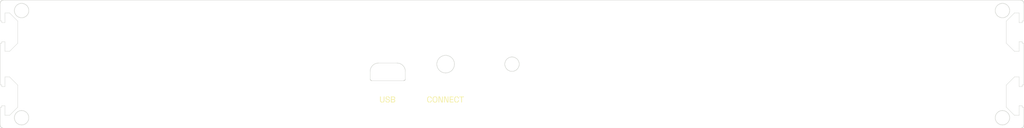
<source format=kicad_pcb>
(kicad_pcb (version 20241229) (generator "pcbnew") (generator_version "9.0")
  (layers (0 "F.Cu" signal) (2 "B.Cu" signal) (13 "F.Paste" user) (15 "B.Paste" user) (5 "F.SilkS" user "F.Silkscreen") (7 "B.SilkS" user "B.Silkscreen") (1 "F.Mask" user) (3 "B.Mask" user) (25 "Edge.Cuts" user))
  (net 0 "")
  (gr_poly (pts (xy 122.939329 30.110939) (xy 122.959204 30.111595) (xy 122.97877 30.112692) (xy 122.998025 30.114236) (xy 123.01697 30.116228) (xy 123.035605 30.118674) (xy 123.05393 30.121578) (xy 123.071945 30.124943) (xy 123.08965 30.128773) (xy 123.107045 30.133071) (xy 123.12413 30.137843) (xy 123.140904 30.143092) (xy 123.157369 30.148821) (xy 123.173524 30.155034) (xy 123.189368 30.161736) (xy 123.204903 30.16893) (xy 123.220529 30.176091) (xy 123.235667 30.183678) (xy 123.250326 30.191684) (xy 123.264511 30.200101) (xy 123.278232 30.208921) (xy 123.291496 30.218136) (xy 123.30431 30.227739) (xy 123.316683 30.237721) (xy 123.328621 30.248076) (xy 123.340134 30.258795) (xy 123.351228 30.269871) (xy 123.361911 30.281295) (xy 123.37219 30.293061) (xy 123.382075 30.305159) (xy 123.391571 30.317584) (xy 123.400688 30.330326) (xy 123.408874 30.343816) (xy 123.416559 30.357503) (xy 123.423741 30.371399) (xy 123.430414 30.385517) (xy 123.436576 30.399866) (xy 123.442223 30.41446) (xy 123.44735 30.42931) (xy 123.451954 30.444427) (xy 123.456031 30.459824) (xy 123.459576 30.475511) (xy 123.462587 30.4915) (xy 123.465059 30.507803) (xy 123.466988 30.524432) (xy 123.468371 30.541398) (xy 123.469204 30.558712) (xy 123.469482 30.576387) (xy 123.469482 30.597555) (xy 123.469296 30.61371) (xy 123.468739 30.629439) (xy 123.467809 30.644749) (xy 123.466507 30.659649) (xy 123.464833 30.674145) (xy 123.462787 30.688246) (xy 123.460369 30.70196) (xy 123.457579 30.715294) (xy 123.454416 30.728255) (xy 123.450882 30.740853) (xy 123.446976 30.753094) (xy 123.442697 30.764986) (xy 123.438046 30.776537) (xy 123.433023 30.787755) (xy 123.427627 30.798647) (xy 123.42186 30.809221) (xy 123.415349 30.819514) (xy 123.408714 30.829556) (xy 123.401954 30.839341) (xy 123.395071 30.848867) (xy 123.388063 30.858129) (xy 123.380932 30.867124) (xy 123.373676 30.875848) (xy 123.366296 30.884296) (xy 123.358792 30.892466) (xy 123.351164 30.900352) (xy 123.343412 30.907952) (xy 123.335537 30.915261) (xy 123.327537 30.922276) (xy 123.319414 30.928992) (xy 123.311166 30.935406) (xy 123.302795 30.941513) (xy 123.285056 30.952169) (xy 123.267532 30.962266) (xy 123.250195 30.971744) (xy 123.233012 30.980539) (xy 123.215954 30.98859) (xy 123.198989 30.995835) (xy 123.190531 30.999136) (xy 123.182086 31.002212) (xy 123.173648 31.005055) (xy 123.165215 31.007658) (xy 123.165215 31.044701) (xy 123.173648 31.046808) (xy 123.182086 31.04916) (xy 123.190531 31.051752) (xy 123.198989 31.054581) (xy 123.207461 31.057642) (xy 123.215954 31.060932) (xy 123.224469 31.064446) (xy 123.233012 31.068182) (xy 123.250195 31.0763) (xy 123.267532 31.085256) (xy 123.285056 31.095018) (xy 123.302795 31.105555) (xy 123.311661 31.111662) (xy 123.320396 31.118076) (xy 123.328991 31.124792) (xy 123.337438 31.131807) (xy 123.345731 31.139116) (xy 123.353861 31.146715) (xy 123.36182 31.154602) (xy 123.369601 31.162771) (xy 123.377196 31.17122) (xy 123.384597 31.179943) (xy 123.391797 31.188938) (xy 123.398787 31.1982) (xy 123.405561 31.207726) (xy 123.412109 31.217512) (xy 123.418424 31.227553) (xy 123.4245 31.237846) (xy 123.430267 31.24845) (xy 123.435663 31.259427) (xy 123.440686 31.270775) (xy 123.445337 31.282495) (xy 123.449615 31.294587) (xy 123.453522 31.307051) (xy 123.457056 31.319888) (xy 123.460218 31.333096) (xy 123.463009 31.346676) (xy 123.465427 31.360629) (xy 123.467473 31.374954) (xy 123.469146 31.38965) (xy 123.470448 31.404719) (xy 123.471378 31.42016) (xy 123.471936 31.435973) (xy 123.472122 31.452158) (xy 123.472122 31.478617) (xy 123.471843 31.497313) (xy 123.471006 31.5157) (xy 123.469611 31.533776) (xy 123.467658 31.551542) (xy 123.465146 31.568999) (xy 123.462077 31.586145) (xy 123.458449 31.602981) (xy 123.454264 31.619507) (xy 123.44952 31.635723) (xy 123.444218 31.651629) (xy 123.438358 31.667225) (xy 123.431941 31.682511) (xy 123.424965 31.697487) (xy 123.417431 31.712153) (xy 123.409338 31.726509) (xy 123.400688 31.740555) (xy 123.391542 31.753763) (xy 123.381961 31.766595) (xy 123.371947 31.779047) (xy 123.361498 31.791115) (xy 123.350615 31.802796) (xy 123.339298 31.814085) (xy 123.327547 31.824979) (xy 123.315362 31.835474) (xy 123.302743 31.845565) (xy 123.289689 31.85525) (xy 123.276202 31.864524) (xy 123.262281 31.873383) (xy 123.247925 31.881824) (xy 123.233136 31.889842) (xy 123.217913 31.897434) (xy 123.202255 31.904596) (xy 123.186692 31.91179) (xy 123.170768 31.918492) (xy 123.154496 31.924706) (xy 123.137886 31.930435) (xy 123.120951 31.935683) (xy 123.103702 31.940455) (xy 123.086151 31.944754) (xy 123.068309 31.948584) (xy 123.050188 31.951948) (xy 123.0318 31.954852) (xy 123.013155 31.957298) (xy 122.994267 31.959291) (xy 122.975146 31.960834) (xy 122.955804 31.961931) (xy 122.936253 31.962587) (xy 122.916504 31.962805) (xy 122.149208 31.962805) (xy 122.149208 31.761721) (xy 122.371468 31.761721) (xy 122.892685 31.761721) (xy 122.914173 31.76141) (xy 122.934988 31.760475) (xy 122.955135 31.758913) (xy 122.974624 31.756718) (xy 122.993462 31.753888) (xy 123.011656 31.750419) (xy 123.029215 31.746306) (xy 123.046146 31.741546) (xy 123.062457 31.736135) (xy 123.078156 31.730069) (xy 123.09325 31.723344) (xy 123.107747 31.715956) (xy 123.121654 31.707902) (xy 123.134981 31.699177) (xy 123.147733 31.689778) (xy 123.15992 31.679701) (xy 123.170988 31.669066) (xy 123.18137 31.657997) (xy 123.191063 31.646493) (xy 123.200061 31.634556) (xy 123.208363 31.622185) (xy 123.215962 31.609379) (xy 123.222857 31.59614) (xy 123.229042 31.582466) (xy 123.234514 31.568358) (xy 123.239269 31.553817) (xy 123.243304 31.538841) (xy 123.246613 31.523431) (xy 123.249194 31.507587) (xy 123.251042 31.491309) (xy 123.252154 31.474597) (xy 123.252525 31.457451) (xy 123.252525 31.433638) (xy 123.252154 31.416491) (xy 123.251042 31.399779) (xy 123.249194 31.383501) (xy 123.246613 31.367657) (xy 123.243304 31.352248) (xy 123.239269 31.337272) (xy 123.234514 31.32273) (xy 123.229042 31.308623) (xy 123.222857 31.294949) (xy 123.215962 31.28171) (xy 123.208363 31.268904) (xy 123.200061 31.256533) (xy 123.191063 31.244596) (xy 123.18137 31.233093) (xy 123.170988 31.222024) (xy 123.15992 31.21139) (xy 123.148169 31.201748) (xy 123.135741 31.192671) (xy 123.122637 31.184169) (xy 123.108863 31.176248) (xy 123.094423 31.168916) (xy 123.079319 31.162181) (xy 123.063557 31.156051) (xy 123.047139 31.150533) (xy 123.03007 31.145635) (xy 123.012355 31.141365) (xy 122.993995 31.137731) (xy 122.974996 31.13474) (xy 122.955362 31.132401) (xy 122.935096 31.13072) (xy 122.914202 31.129706) (xy 122.892685 31.129366) (xy 122.371468 31.129366) (xy 122.371468 31.761721) (xy 122.149208 31.761721) (xy 122.149208 30.928284) (xy 122.371468 30.928284) (xy 122.89798 30.928284) (xy 122.918042 30.927974) (xy 122.937549 30.927044) (xy 122.956506 30.925493) (xy 122.974917 30.923323) (xy 122.992785 30.920533) (xy 123.010114 30.917122) (xy 123.026909 30.913091) (xy 123.043172 30.908441) (xy 123.058908 30.90317) (xy 123.074121 30.897279) (xy 123.088815 30.890767) (xy 123.102994 30.883636) (xy 123.116661 30.875885) (xy 123.129821 30.867513) (xy 123.142476 30.858521) (xy 123.154633 30.848909) (xy 123.166136 30.838305) (xy 123.176841 30.827329) (xy 123.186756 30.815981) (xy 123.195888 30.804261) (xy 123.204245 30.792169) (xy 123.211835 30.779704) (xy 123.218666 30.766868) (xy 123.224745 30.75366) (xy 123.23008 30.740079) (xy 123.234678 30.726127) (xy 123.238548 30.711802) (xy 123.241697 30.697105) (xy 123.244133 30.682037) (xy 123.245863 30.666596) (xy 123.246896 30.650783) (xy 123.247238 30.634598) (xy 123.247238 30.608139) (xy 123.246896 30.591488) (xy 123.245863 30.575267) (xy 123.244133 30.559473) (xy 123.241697 30.544101) (xy 123.238548 30.529148) (xy 123.234678 30.514609) (xy 123.23008 30.500481) (xy 123.224745 30.486761) (xy 123.218666 30.473443) (xy 123.211835 30.460525) (xy 123.204245 30.448002) (xy 123.195888 30.43587) (xy 123.186756 30.424126) (xy 123.176841 30.412765) (xy 123.166136 30.401785) (xy 123.154633 30.39118) (xy 123.142476 30.381568) (xy 123.129821 30.372576) (xy 123.116661 30.364205) (xy 123.102994 30.356453) (xy 123.088815 30.349322) (xy 123.074121 30.342811) (xy 123.058908 30.33692) (xy 123.043172 30.331649) (xy 123.026909 30.326998) (xy 123.010114 30.322967) (xy 122.992785 30.319557) (xy 122.974917 30.316766) (xy 122.956506 30.314596) (xy 122.937549 30.313046) (xy 122.918042 30.312116) (xy 122.89798 30.311806) (xy 122.371468 30.311806) (xy 122.371468 30.928284) (xy 122.149208 30.928284) (xy 122.149208 30.110722) (xy 122.919144 30.110722)) (fill yes) (layer "F.SilkS"))
  (gr_poly (pts (xy 144.95015 30.311806) (xy 144.354843 30.311806) (xy 144.354843 31.962805) (xy 144.132599 31.962805) (xy 144.132599 30.311806) (xy 143.537292 30.311806) (xy 143.537292 30.110722) (xy 144.95015 30.110722)) (fill yes) (layer "F.SilkS"))
  (gr_poly (pts (xy 139.855026 31.822575) (xy 139.88942 31.822575) (xy 139.88942 30.110722) (xy 140.109024 30.110722) (xy 140.109024 31.962805) (xy 139.67775 31.962805) (xy 139.034821 30.248306) (xy 138.997772 30.248306) (xy 138.997772 31.962805) (xy 138.778168 31.962805) (xy 138.778168 30.110722) (xy 139.209442 30.110722)) (fill yes) (layer "F.SilkS"))
  (gr_poly (pts (xy 141.674316 30.311806) (xy 140.756226 30.311806) (xy 140.756226 30.930929) (xy 141.60025 30.930929) (xy 141.60025 31.132013) (xy 140.756226 31.132013) (xy 140.756226 31.761721) (xy 141.687546 31.761721) (xy 141.687546 31.962805) (xy 140.533966 31.962805) (xy 140.533966 30.110722) (xy 141.674316 30.110722)) (fill yes) (layer "F.SilkS"))
  (gr_poly (pts (xy 138.099213 31.822575) (xy 138.133621 31.822575) (xy 138.133621 30.110722) (xy 138.353226 30.110722) (xy 138.353226 31.962805) (xy 137.921951 31.962805) (xy 137.279022 30.248306) (xy 137.241974 30.248306) (xy 137.241974 31.962805) (xy 137.022369 31.962805) (xy 137.022369 30.110722) (xy 137.453629 30.110722)) (fill yes) (layer "F.SilkS"))
  (gr_poly (pts (xy 121.134946 30.073927) (xy 121.157881 30.074671) (xy 121.180552 30.075911) (xy 121.202952 30.077648) (xy 121.225073 30.07988) (xy 121.246907 30.082609) (xy 121.268447 30.085834) (xy 121.289684 30.089555) (xy 121.310612 30.093771) (xy 121.331221 30.098484) (xy 121.351505 30.103694) (xy 121.371455 30.109399) (xy 121.391065 30.1156) (xy 121.410325 30.122297) (xy 121.42923 30.129491) (xy 121.447769 30.13718) (xy 121.466374 30.145832) (xy 121.484482 30.154921) (xy 121.502094 30.164452) (xy 121.519209 30.174429) (xy 121.535829 30.184855) (xy 121.551952 30.195735) (xy 121.567579 30.207072) (xy 121.582709 30.21887) (xy 121.597344 30.231134) (xy 121.611482 30.243866) (xy 121.625125 30.257071) (xy 121.638271 30.270753) (xy 121.650922 30.284916) (xy 121.663076 30.299563) (xy 121.674735 30.314698) (xy 121.685898 30.330326) (xy 121.696005 30.345983) (xy 121.705489 30.362195) (xy 121.714344 30.378956) (xy 121.722568 30.396265) (xy 121.730156 30.414115) (xy 121.737104 30.432505) (xy 121.743409 30.45143) (xy 121.749066 30.470885) (xy 121.754073 30.490868) (xy 121.758424 30.511373) (xy 121.762117 30.532399) (xy 121.765146 30.553939) (xy 121.76751 30.575992) (xy 121.769202 30.598552) (xy 121.770221 30.621616) (xy 121.770561 30.64518) (xy 121.770561 30.756306) (xy 121.550964 30.756306) (xy 121.550964 30.64518) (xy 121.550747 30.628529) (xy 121.550096 30.612308) (xy 121.549011 30.596514) (xy 121.547491 30.581142) (xy 121.545538 30.566189) (xy 121.54315 30.551651) (xy 121.540328 30.537523) (xy 121.537072 30.523802) (xy 121.533382 30.510485) (xy 121.529258 30.497566) (xy 121.5247 30.485043) (xy 121.519708 30.472912) (xy 121.514282 30.461168) (xy 121.508422 30.449807) (xy 121.502128 30.438827) (xy 121.495399 30.428223) (xy 121.487833 30.41799) (xy 121.48001 30.408126) (xy 121.471924 30.398625) (xy 121.463567 30.389486) (xy 121.45493 30.380703) (xy 121.446007 30.372272) (xy 121.436789 30.364191) (xy 121.427269 30.356454) (xy 121.417439 30.349058) (xy 121.407291 30.342) (xy 121.396817 30.335275) (xy 121.38601 30.32888) (xy 121.374862 30.32281) (xy 121.363366 30.317061) (xy 121.351512 30.311631) (xy 121.339294 30.306515) (xy 121.326769 30.301708) (xy 121.313999 30.297212) (xy 121.300988 30.293026) (xy 121.287742 30.28915) (xy 121.274262 30.285585) (xy 121.260555 30.282329) (xy 121.246622 30.279383) (xy 121.232469 30.276748) (xy 121.218098 30.274423) (xy 121.203515 30.272407) (xy 121.188722 30.270702) (xy 121.173724 30.269307) (xy 121.158524 30.268222) (xy 121.143127 30.267447) (xy 121.127536 30.266982) (xy 121.111755 30.266827) (xy 121.089213 30.267166) (xy 121.06723 30.268181) (xy 121.045804 30.269861) (xy 121.024936 30.272201) (xy 121.004627 30.275192) (xy 120.984875 30.278826) (xy 120.965682 30.283096) (xy 120.947047 30.287993) (xy 120.92897 30.293511) (xy 120.911452 30.299641) (xy 120.894491 30.306376) (xy 120.878089 30.313707) (xy 120.862245 30.321628) (xy 120.846959 30.33013) (xy 120.832231 30.339205) (xy 120.818062 30.348846) (xy 120.804606 30.359047) (xy 120.792018 30.369801) (xy 120.780298 30.381106) (xy 120.769446 30.392958) (xy 120.759462 30.405351) (xy 120.750347 30.418284) (xy 120.742099 30.431751) (xy 120.73472 30.44575) (xy 120.728209 30.460275) (xy 120.722566 30.475324) (xy 120.717791 30.490892) (xy 120.713885 30.506976) (xy 120.710846 30.523571) (xy 120.708676 30.540674) (xy 120.707374 30.558281) (xy 120.70694 30.576387) (xy 120.707126 30.588635) (xy 120.707684 30.600572) (xy 120.708614 30.6122) (xy 120.709916 30.623517) (xy 120.711591 30.634524) (xy 120.713637 30.645221) (xy 120.716056 30.655608) (xy 120.718846 30.665685) (xy 120.722009 30.675452) (xy 120.725543 30.684908) (xy 120.72945 30.694055) (xy 120.733729 30.702892) (xy 120.738379 30.711418) (xy 120.743402 30.719635) (xy 120.748796 30.727541) (xy 120.754562 30.735138) (xy 120.760671 30.742952) (xy 120.76709 30.750522) (xy 120.773819 30.757852) (xy 120.780858 30.764945) (xy 120.788207 30.771806) (xy 120.795866 30.778438) (xy 120.803835 30.784845) (xy 120.812114 30.791031) (xy 120.820703 30.797001) (xy 120.829602 30.802757) (xy 120.83881 30.808304) (xy 120.848329 30.813645) (xy 120.858158 30.818785) (xy 120.868297 30.823727) (xy 120.878745 30.828476) (xy 120.889503 30.833035) (xy 120.911834 30.842719) (xy 120.935187 30.851969) (xy 120.959593 30.860847) (xy 120.985085 30.869415) (xy 121.011692 30.877735) (xy 121.039445 30.885869) (xy 121.068377 30.893879) (xy 121.098518 30.901827) (xy 121.236107 30.936222) (xy 121.276178 30.945523) (xy 121.31507 30.955569) (xy 121.352845 30.966359) (xy 121.389565 30.977893) (xy 121.425294 30.990171) (xy 121.460092 31.003194) (xy 121.494022 31.01696) (xy 121.527145 31.031471) (xy 121.542834 31.039068) (xy 121.558148 31.04698) (xy 121.573081 31.055208) (xy 121.58763 31.063759) (xy 121.601792 31.072635) (xy 121.615563 31.08184) (xy 121.628938 31.091379) (xy 121.641913 31.101255) (xy 121.654486 31.111472) (xy 121.666652 31.122034) (xy 121.678406 31.132945) (xy 121.689746 31.144209) (xy 121.700668 31.155829) (xy 121.711166 31.167809) (xy 121.721239 31.180154) (xy 121.730881 31.192867) (xy 121.740027 31.205983) (xy 121.748611 31.219537) (xy 121.756629 31.233533) (xy 121.764077 31.247974) (xy 121.770952 31.262865) (xy 121.77725 31.27821) (xy 121.782966 31.294012) (xy 121.788096 31.310275) (xy 121.792638 31.327004) (xy 121.796587 31.344201) (xy 121.799939 31.361871) (xy 121.80269 31.380018) (xy 121.804836 31.398646) (xy 121.806374 31.417758) (xy 121.8073 31.437358) (xy 121.80761 31.457451) (xy 121.807299 31.478101) (xy 121.806364 31.498378) (xy 121.804801 31.518284) (xy 121.802607 31.537818) (xy 121.799777 31.556979) (xy 121.796307 31.575769) (xy 121.792194 31.594186) (xy 121.787434 31.612232) (xy 121.782022 31.629905) (xy 121.775955 31.647206) (xy 121.769229 31.664136) (xy 121.76184 31.680693) (xy 121.753785 31.696878) (xy 121.745058 31.712691) (xy 121.735658 31.728132) (xy 121.725578 31.7432) (xy 121.714913 31.758362) (xy 121.703752 31.77309) (xy 121.692094 31.787384) (xy 121.679941 31.801244) (xy 121.667291 31.814669) (xy 121.654145 31.827661) (xy 121.640503 31.840218) (xy 121.626365 31.852341) (xy 121.61173 31.864031) (xy 121.5966 31.875286) (xy 121.580973 31.886107) (xy 121.564851 31.896494) (xy 121.548232 31.906446) (xy 121.531117 31.915965) (xy 121.513506 31.92505) (xy 121.495399 31.933701) (xy 121.47636 31.941855) (xy 121.456945 31.949456) (xy 121.437151 31.956506) (xy 121.416973 31.96301) (xy 121.396408 31.968972) (xy 121.375451 31.974395) (xy 121.354099 31.979283) (xy 121.332348 31.983639) (xy 121.310194 31.987469) (xy 121.287633 31.990776) (xy 121.264661 31.993563) (xy 121.241274 31.995835) (xy 121.217469 31.997596) (xy 121.193241 31.998848) (xy 121.168586 31.999597) (xy 121.143501 31.999846) (xy 121.118385 31.999566) (xy 121.093638 31.998729) (xy 121.069255 31.997334) (xy 121.045232 31.995381) (xy 121.021566 31.992869) (xy 120.998253 31.9898) (xy 120.975289 31.986172) (xy 120.95267 31.981987) (xy 120.930392 31.977243) (xy 120.908451 31.971941) (xy 120.886844 31.966081) (xy 120.865565 31.959663) (xy 120.844613 31.952687) (xy 120.823982 31.945153) (xy 120.803668 31.93706) (xy 120.783669 31.92841) (xy 120.764073 31.919171) (xy 120.744978 31.90932) (xy 120.726386 31.898865) (xy 120.708302 31.887813) (xy 120.69073 31.876171) (xy 120.673673 31.863949) (xy 120.657136 31.851152) (xy 120.641122 31.83779) (xy 120.625635 31.82387) (xy 120.61068 31.809399) (xy 120.596259 31.794386) (xy 120.582377 31.778837) (xy 120.569039 31.762762) (xy 120.556246 31.746167) (xy 120.544005 31.729061) (xy 120.532318 31.711451) (xy 120.521715 31.693312) (xy 120.511739 31.674611) (xy 120.5024 31.655344) (xy 120.493704 31.635507) (xy 120.485659 31.615097) (xy 120.478273 31.594109) (xy 120.471554 31.57254) (xy 120.465509 31.550385) (xy 120.460147 31.527642) (xy 120.455474 31.504306) (xy 120.451499 31.480372) (xy 120.44823 31.455838) (xy 120.445673 31.4307) (xy 120.443838 31.404953) (xy 120.442731 31.378593) (xy 120.44236 31.351618) (xy 120.44236 31.296055) (xy 120.661957 31.296055) (xy 120.661957 31.351618) (xy 120.662484 31.379926) (xy 120.664065 31.407304) (xy 120.666701 31.433752) (xy 120.670391 31.45927) (xy 120.675135 31.483857) (xy 120.680934 31.507514) (xy 120.687786 31.530242) (xy 120.695693 31.552039) (xy 120.704654 31.572906) (xy 120.714669 31.592842) (xy 120.725739 31.611849) (xy 120.737862 31.629925) (xy 120.75104 31.647072) (xy 120.765272 31.663288) (xy 120.780558 31.678574) (xy 120.796898 31.69293) (xy 120.814074 31.706852) (xy 120.831867 31.719848) (xy 120.850272 31.731921) (xy 120.869286 31.743076) (xy 120.888904 31.753317) (xy 120.909124 31.762646) (xy 120.929939 31.771069) (xy 120.951348 31.778589) (xy 120.973346 31.785209) (xy 120.995929 31.790934) (xy 121.019094 31.795768) (xy 121.042836 31.799715) (xy 121.067152 31.802777) (xy 121.092037 31.80496) (xy 121.117488 31.806267) (xy 121.143501 31.806702) (xy 121.170354 31.8063) (xy 121.196346 31.8051) (xy 121.221486 31.803109) (xy 121.24578 31.800335) (xy 121.269237 31.796786) (xy 121.291865 31.79247) (xy 121.313671 31.787394) (xy 121.334663 31.781566) (xy 121.35485 31.774994) (xy 121.374237 31.767685) (xy 121.392835 31.759648) (xy 121.410649 31.75089) (xy 121.427689 31.741419) (xy 121.443961 31.731243) (xy 121.459474 31.720369) (xy 121.474236 31.708805) (xy 121.488158 31.696653) (xy 121.501154 31.684016) (xy 121.513227 31.670906) (xy 121.524382 31.657336) (xy 121.534622 31.643315) (xy 121.543952 31.628857) (xy 121.552374 31.613972) (xy 121.559894 31.598672) (xy 121.566514 31.58297) (xy 121.572239 31.566876) (xy 121.577073 31.550402) (xy 121.581019 31.53356) (xy 121.584081 31.516361) (xy 121.586264 31.498817) (xy 121.58757 31.48094) (xy 121.588005 31.462742) (xy 121.587789 31.450028) (xy 121.587147 31.437679) (xy 121.586086 31.425686) (xy 121.584615 31.414042) (xy 121.58274 31.402739) (xy 121.580469 31.391769) (xy 121.577812 31.381125) (xy 121.574774 31.370799) (xy 121.571364 31.360783) (xy 121.56759 31.351069) (xy 121.563459 31.34165) (xy 121.558979 31.332517) (xy 121.554159 31.323664) (xy 121.549004 31.315082) (xy 121.543525 31.306763) (xy 121.537727 31.2987) (xy 121.531123 31.290886) (xy 121.524205 31.283311) (xy 121.516968 31.275969) (xy 121.50941 31.268852) (xy 121.501527 31.261952) (xy 121.493314 31.255261) (xy 121.484768 31.248772) (xy 121.475884 31.242476) (xy 121.46666 31.236367) (xy 121.45709 31.230436) (xy 121.447172 31.224675) (xy 121.436901 31.219077) (xy 121.426273 31.213634) (xy 121.415285 31.208339) (xy 121.403933 31.203183) (xy 121.392212 31.198158) (xy 121.36878 31.189239) (xy 121.344171 31.180382) (xy 121.318446 31.171649) (xy 121.291667 31.163102) (xy 121.263897 31.154802) (xy 121.235196 31.146813) (xy 121.205629 31.139196) (xy 121.175255 31.132013) (xy 121.037674 31.097618) (xy 120.997613 31.087324) (xy 120.958793 31.076286) (xy 120.921212 31.064503) (xy 120.884872 31.051977) (xy 120.849773 31.038706) (xy 120.815913 31.024692) (xy 120.783294 31.009933) (xy 120.751915 30.994431) (xy 120.736287 30.986834) (xy 120.721148 30.978927) (xy 120.706489 30.970711) (xy 120.692303 30.962184) (xy 120.678582 30.953348) (xy 120.665318 30.944201) (xy 120.652504 30.934744) (xy 120.640132 30.924977) (xy 120.628194 30.9149) (xy 120.616682 30.904513) (xy 120.605588 30.893816) (xy 120.594906 30.882809) (xy 120.584627 30.871492) (xy 120.574743 30.859865) (xy 120.565246 30.847927) (xy 120.556129 30.83568) (xy 120.547944 30.82306) (xy 120.540258 30.810002) (xy 120.533077 30.796502) (xy 120.526403 30.782557) (xy 120.520241 30.768162) (xy 120.514595 30.753313) (xy 120.509468 30.738007) (xy 120.504864 30.72224) (xy 120.500787 30.706007) (xy 120.497241 30.689306) (xy 120.494231 30.672132) (xy 120.491759 30.654482) (xy 120.489829 30.63635) (xy 120.488446 30.617735) (xy 120.487614 30.598631) (xy 120.487335 30.579035) (xy 120.487645 30.559842) (xy 120.488575 30.54096) (xy 120.490126 30.522387) (xy 120.492296 30.504124) (xy 120.495087 30.486172) (xy 120.498497 30.468529) (xy 120.502528 30.451197) (xy 120.507179 30.434175) (xy 120.51245 30.417462) (xy 120.518342 30.40106) (xy 120.524853 30.384968) (xy 120.531984 30.369186) (xy 120.539736 30.353714) (xy 120.548108 30.338552) (xy 120.557099 30.3237) (xy 120.566711 30.309158) (xy 120.576851 30.294989) (xy 120.587429 30.281253) (xy 120.598449 30.267952) (xy 120.609914 30.255085) (xy 120.621829 30.242651) (xy 120.634197 30.230652) (xy 120.647023 30.219087) (xy 120.66031 30.207956) (xy 120.674062 30.197259) (xy 120.688282 30.186997) (xy 120.702976 30.177168) (xy 120.718146 30.167773) (xy 120.733796 30.158813) (xy 120.749931 30.150286) (xy 120.766554 30.142193) (xy 120.783669 30.134535) (xy 120.801684 30.127311) (xy 120.820014 30.120525) (xy 120.838661 30.114181) (xy 120.85763 30.108283) (xy 120.876925 30.102834) (xy 120.896548 30.097839) (xy 120.916506 30.093301) (xy 120.9368 30.089224) (xy 120.957435 30.085612) (xy 120.978416 30.08247) (xy 120.999744 30.0798) (xy 121.021426 30.077607) (xy 121.043464 30.075894) (xy 121.065862 30.074666) (xy 121.088625 30.073926) (xy 121.111755 30.073679)) (fill yes) (layer "F.SilkS"))
  (gr_poly (pts (xy 135.965796 30.074424) (xy 136.005885 30.076661) (xy 136.04492 30.080394) (xy 136.082901 30.085627) (xy 136.119828 30.092364) (xy 136.155701 30.100608) (xy 136.190519 30.110364) (xy 136.224283 30.121635) (xy 136.256993 30.134426) (xy 136.288649 30.14874) (xy 136.319251 30.164581) (xy 136.348799 30.181953) (xy 136.377293 30.200859) (xy 136.404733 30.221305) (xy 136.431119 30.243292) (xy 136.456451 30.266827) (xy 136.480019 30.291322) (xy 136.502095 30.317185) (xy 136.522673 30.34442) (xy 136.541752 30.373032) (xy 136.559326 30.403023) (xy 136.575392 30.434397) (xy 136.589947 30.46716) (xy 136.602985 30.501313) (xy 136.614504 30.536862) (xy 136.6245 30.57381) (xy 136.632969 30.612161) (xy 136.639906 30.651919) (xy 136.645308 30.693088) (xy 136.649172 30.735672) (xy 136.651493 30.779674) (xy 136.652267 30.825098) (xy 136.652267 31.24843) (xy 136.651493 31.293855) (xy 136.649172 31.337857) (xy 136.645308 31.38044) (xy 136.639906 31.421609) (xy 136.632969 31.461367) (xy 136.6245 31.499718) (xy 136.614504 31.536666) (xy 136.602985 31.572214) (xy 136.589947 31.606368) (xy 136.575392 31.63913) (xy 136.559326 31.670505) (xy 136.541752 31.700496) (xy 136.522673 31.729107) (xy 136.502095 31.756343) (xy 136.480019 31.782206) (xy 136.456451 31.806702) (xy 136.431119 31.830235) (xy 136.404733 31.852223) (xy 136.377293 31.872668) (xy 136.348799 31.891574) (xy 136.319251 31.908946) (xy 136.288649 31.924786) (xy 136.256993 31.9391) (xy 136.224283 31.95189) (xy 136.190519 31.963161) (xy 136.155701 31.972917) (xy 136.119828 31.981161) (xy 136.082901 31.987898) (xy 136.04492 31.993131) (xy 136.005885 31.996864) (xy 135.965796 31.999101) (xy 135.924652 31.999846) (xy 135.883973 31.999101) (xy 135.84429 31.996864) (xy 135.805608 31.993131) (xy 135.767929 31.987898) (xy 135.731258 31.981161) (xy 135.695598 31.972917) (xy 135.660954 31.963161) (xy 135.627329 31.95189) (xy 135.594727 31.9391) (xy 135.563152 31.924786) (xy 135.532607 31.908946) (xy 135.503097 31.891574) (xy 135.474625 31.872668) (xy 135.447195 31.852223) (xy 135.420811 31.830235) (xy 135.395477 31.806702) (xy 135.371915 31.782206) (xy 135.349844 31.756343) (xy 135.329269 31.729107) (xy 135.310194 31.700496) (xy 135.292623 31.670505) (xy 135.276559 31.63913) (xy 135.262007 31.606368) (xy 135.24897 31.572214) (xy 135.237452 31.536666) (xy 135.227457 31.499718) (xy 135.21899 31.461367) (xy 135.212053 31.421609) (xy 135.206651 31.38044) (xy 135.202787 31.337857) (xy 135.200466 31.293855) (xy 135.199692 31.24843) (xy 135.199692 30.825098) (xy 135.199827 30.817158) (xy 135.421936 30.817158) (xy 135.421936 31.256367) (xy 135.422434 31.288149) (xy 135.423931 31.319004) (xy 135.426437 31.348937) (xy 135.429958 31.377952) (xy 135.434502 31.406051) (xy 135.440077 31.43324) (xy 135.446691 31.459522) (xy 135.454351 31.484901) (xy 135.463066 31.509381) (xy 135.472842 31.532966) (xy 135.483688 31.555659) (xy 135.495611 31.577465) (xy 135.508619 31.598387) (xy 135.52272 31.618429) (xy 135.537921 31.637595) (xy 135.55423 31.65589) (xy 135.571472 31.67322) (xy 135.589465 31.689489) (xy 135.608218 31.704688) (xy 135.627738 31.718809) (xy 135.648033 31.731846) (xy 135.669111 31.743789) (xy 135.690979 31.754632) (xy 135.713646 31.764367) (xy 135.737119 31.772985) (xy 135.761405 31.78048) (xy 135.786514 31.786842) (xy 135.812451 31.792066) (xy 135.839226 31.796142) (xy 135.866846 31.799063) (xy 135.895319 31.800821) (xy 135.924652 31.801409) (xy 135.954479 31.800821) (xy 135.983438 31.799063) (xy 136.011529 31.796142) (xy 136.038752 31.792066) (xy 136.065107 31.786842) (xy 136.090594 31.78048) (xy 136.115213 31.772985) (xy 136.138964 31.764367) (xy 136.161846 31.754632) (xy 136.183861 31.743789) (xy 136.205007 31.731846) (xy 136.225285 31.718809) (xy 136.244695 31.704688) (xy 136.263236 31.689489) (xy 136.280909 31.67322) (xy 136.297714 31.65589) (xy 136.314026 31.637595) (xy 136.329229 31.618429) (xy 136.343331 31.598387) (xy 136.356339 31.577465) (xy 136.368263 31.555659) (xy 136.379109 31.532966) (xy 136.388884 31.509381) (xy 136.397598 31.484901) (xy 136.405258 31.459522) (xy 136.411871 31.43324) (xy 136.417445 31.406051) (xy 136.421988 31.377952) (xy 136.425509 31.348937) (xy 136.428013 31.319004) (xy 136.429511 31.288149) (xy 136.430008 31.256367) (xy 136.430008 30.817158) (xy 136.429511 30.785376) (xy 136.428013 30.754521) (xy 136.425509 30.724588) (xy 136.421988 30.695574) (xy 136.417445 30.667475) (xy 136.411871 30.640286) (xy 136.405258 30.614004) (xy 136.397598 30.588625) (xy 136.388884 30.564145) (xy 136.379109 30.540561) (xy 136.368263 30.517868) (xy 136.356339 30.496062) (xy 136.343331 30.475141) (xy 136.329229 30.455099) (xy 136.314026 30.435933) (xy 136.297714 30.417639) (xy 136.280909 30.400308) (xy 136.263236 30.384038) (xy 136.244695 30.368839) (xy 136.225285 30.354717) (xy 136.205007 30.34168) (xy 136.183861 30.329737) (xy 136.161846 30.318894) (xy 136.138964 30.309159) (xy 136.115213 30.300541) (xy 136.090594 30.293046) (xy 136.065107 30.286684) (xy 136.038752 30.281461) (xy 136.011529 30.277385) (xy 135.983438 30.274464) (xy 135.954479 30.272705) (xy 135.924652 30.272118) (xy 135.895319 30.272705) (xy 135.866846 30.274464) (xy 135.839226 30.277385) (xy 135.812451 30.281461) (xy 135.786514 30.286684) (xy 135.761405 30.293046) (xy 135.737119 30.300541) (xy 135.713646 30.309159) (xy 135.690979 30.318894) (xy 135.669111 30.329737) (xy 135.648033 30.34168) (xy 135.627738 30.354717) (xy 135.608218 30.368839) (xy 135.589465 30.384038) (xy 135.571472 30.400308) (xy 135.55423 30.417639) (xy 135.537921 30.435933) (xy 135.52272 30.455099) (xy 135.508619 30.475141) (xy 135.495611 30.496062) (xy 135.483688 30.517868) (xy 135.472842 30.540561) (xy 135.463066 30.564145) (xy 135.454351 30.588625) (xy 135.446691 30.614004) (xy 135.440077 30.640286) (xy 135.434502 30.667475) (xy 135.429958 30.695574) (xy 135.426437 30.724588) (xy 135.423931 30.754521) (xy 135.422434 30.785376) (xy 135.421936 30.817158) (xy 135.199827 30.817158) (xy 135.200466 30.779674) (xy 135.202787 30.735672) (xy 135.206651 30.693088) (xy 135.212053 30.651919) (xy 135.21899 30.612161) (xy 135.227457 30.57381) (xy 135.237452 30.536862) (xy 135.24897 30.501313) (xy 135.262007 30.46716) (xy 135.276559 30.434397) (xy 135.292623 30.403023) (xy 135.310194 30.373032) (xy 135.329269 30.34442) (xy 135.349844 30.317185) (xy 135.371915 30.291322) (xy 135.395477 30.266827) (xy 135.420811 30.243292) (xy 135.447195 30.221305) (xy 135.474625 30.200859) (xy 135.503097 30.181953) (xy 135.532607 30.164581) (xy 135.563152 30.14874) (xy 135.594727 30.134426) (xy 135.627329 30.121635) (xy 135.660954 30.110364) (xy 135.695598 30.100608) (xy 135.731258 30.092364) (xy 135.767929 30.085627) (xy 135.805608 30.080394) (xy 135.84429 30.076661) (xy 135.883973 30.074424) (xy 135.924652 30.073679)) (fill yes) (layer "F.SilkS"))
  (gr_poly (pts (xy 134.26428 30.074392) (xy 134.303684 30.076532) (xy 134.341901 30.080097) (xy 134.378929 30.085089) (xy 134.414763 30.091508) (xy 134.4494 30.099352) (xy 134.482835 30.108623) (xy 134.515064 30.11932) (xy 134.546085 30.131444) (xy 134.575892 30.144994) (xy 134.604483 30.159969) (xy 134.631853 30.176372) (xy 134.657999 30.1942) (xy 134.682916 30.213455) (xy 134.706601 30.234136) (xy 134.72905 30.256243) (xy 134.750194 30.27959) (xy 134.769975 30.303992) (xy 134.788392 30.329447) (xy 134.805444 30.355957) (xy 134.821133 30.383521) (xy 134.835457 30.41214) (xy 134.848418 30.441812) (xy 134.860014 30.472539) (xy 134.870246 30.50432) (xy 134.879114 30.537155) (xy 134.886617 30.571045) (xy 134.892757 30.605989) (xy 134.897532 30.641987) (xy 134.900943 30.679039) (xy 134.902989 30.717145) (xy 134.903671 30.756306) (xy 134.903671 30.769535) (xy 134.684067 30.769535) (xy 134.684067 30.748367) (xy 134.683632 30.722385) (xy 134.682325 30.697022) (xy 134.680142 30.672279) (xy 134.677079 30.648157) (xy 134.673133 30.624654) (xy 134.668299 30.601772) (xy 134.662573 30.57951) (xy 134.655952 30.557868) (xy 134.648433 30.536846) (xy 134.64001 30.516444) (xy 134.630681 30.496662) (xy 134.62044 30.4775) (xy 134.609286 30.458959) (xy 134.597213 30.441037) (xy 134.584218 30.423736) (xy 134.570297 30.407055) (xy 134.555941 30.390715) (xy 134.540646 30.375428) (xy 134.524406 30.361197) (xy 134.507212 30.348019) (xy 134.489057 30.335896) (xy 134.469933 30.324827) (xy 134.449832 30.314812) (xy 134.428747 30.305851) (xy 134.40667 30.297945) (xy 134.383592 30.291093) (xy 134.359507 30.285295) (xy 134.334407 30.280551) (xy 134.308283 30.276861) (xy 134.281128 30.274226) (xy 134.252934 30.272645) (xy 134.223694 30.272118) (xy 134.194796 30.272705) (xy 134.166651 30.274464) (xy 134.139266 30.277385) (xy 134.112648 30.281461) (xy 134.086806 30.286684) (xy 134.061747 30.293046) (xy 134.037479 30.300541) (xy 134.014009 30.309159) (xy 133.991346 30.318894) (xy 133.969497 30.329737) (xy 133.948469 30.34168) (xy 133.928271 30.354717) (xy 133.90891 30.368839) (xy 133.890394 30.384038) (xy 133.87273 30.400308) (xy 133.855927 30.417639) (xy 133.839615 30.435962) (xy 133.824412 30.455212) (xy 133.81031 30.475385) (xy 133.797301 30.496476) (xy 133.785378 30.518482) (xy 133.774532 30.541398) (xy 133.764756 30.565221) (xy 133.756042 30.589948) (xy 133.748383 30.615574) (xy 133.74177 30.642095) (xy 133.736196 30.669507) (xy 133.731652 30.697807) (xy 133.728132 30.726991) (xy 133.725627 30.757054) (xy 133.72413 30.787994) (xy 133.723633 30.819805) (xy 133.723633 31.253721) (xy 133.72413 31.285533) (xy 133.725627 31.316472) (xy 133.728132 31.346536) (xy 133.731652 31.375719) (xy 133.736196 31.404019) (xy 133.74177 31.431432) (xy 133.748383 31.457953) (xy 133.756042 31.483579) (xy 133.764756 31.508305) (xy 133.774532 31.532129) (xy 133.785378 31.555045) (xy 133.797301 31.577051) (xy 133.81031 31.598143) (xy 133.824412 31.618315) (xy 133.839615 31.637566) (xy 133.855927 31.65589) (xy 133.87273 31.67322) (xy 133.890394 31.689489) (xy 133.90891 31.704688) (xy 133.928271 31.718809) (xy 133.948469 31.731846) (xy 133.969497 31.743789) (xy 133.991346 31.754632) (xy 134.014009 31.764367) (xy 134.037479 31.772985) (xy 134.061747 31.78048) (xy 134.086806 31.786842) (xy 134.112648 31.792066) (xy 134.139266 31.796142) (xy 134.166651 31.799063) (xy 134.194796 31.800821) (xy 134.223694 31.801409) (xy 134.252934 31.800882) (xy 134.281128 31.7993) (xy 134.308283 31.796665) (xy 134.334407 31.792975) (xy 134.359507 31.788231) (xy 134.383592 31.782433) (xy 134.40667 31.775581) (xy 134.428747 31.767674) (xy 134.449832 31.758713) (xy 134.469933 31.748698) (xy 134.489057 31.737629) (xy 134.507212 31.725506) (xy 134.524406 31.712328) (xy 134.540646 31.698096) (xy 134.555941 31.68281) (xy 134.570297 31.66647) (xy 134.584218 31.64976) (xy 134.597213 31.632379) (xy 134.609286 31.61434) (xy 134.62044 31.595653) (xy 134.630681 31.576331) (xy 134.64001 31.556385) (xy 134.648433 31.535826) (xy 134.655952 31.514666) (xy 134.662573 31.492918) (xy 134.668299 31.470592) (xy 134.673133 31.4477) (xy 134.677079 31.424253) (xy 134.680142 31.400265) (xy 134.682325 31.375745) (xy 134.683632 31.350706) (xy 134.684067 31.325159) (xy 134.684067 31.282825) (xy 134.903671 31.282825) (xy 134.903671 31.317221) (xy 134.902989 31.356381) (xy 134.900943 31.394488) (xy 134.897532 31.43154) (xy 134.892757 31.467537) (xy 134.886617 31.502481) (xy 134.879114 31.53637) (xy 134.870246 31.569205) (xy 134.860014 31.600986) (xy 134.848418 31.631713) (xy 134.835457 31.661385) (xy 134.821133 31.690003) (xy 134.805444 31.717567) (xy 134.788392 31.744077) (xy 134.769975 31.769533) (xy 134.750194 31.793934) (xy 134.72905 31.817282) (xy 134.706601 31.839389) (xy 134.682916 31.860071) (xy 134.657999 31.879326) (xy 134.631853 31.897154) (xy 134.604483 31.913557) (xy 134.575892 31.928533) (xy 134.546085 31.942082) (xy 134.515064 31.954206) (xy 134.482835 31.964902) (xy 134.4494 31.974173) (xy 134.414763 31.982018) (xy 134.378929 31.988436) (xy 134.341901 31.993427) (xy 134.303684 31.996993) (xy 134.26428 31.999132) (xy 134.223694 31.999846) (xy 134.183045 31.999101) (xy 134.143446 31.996864) (xy 134.104893 31.993131) (xy 134.067383 31.987898) (xy 134.030912 31.981161) (xy 133.995476 31.972917) (xy 133.961071 31.963161) (xy 133.927692 31.95189) (xy 133.895337 31.9391) (xy 133.864002 31.924786) (xy 133.833681 31.908946) (xy 133.804372 31.891574) (xy 133.776071 31.872668) (xy 133.748774 31.852223) (xy 133.722476 31.830235) (xy 133.697174 31.806702) (xy 133.673609 31.782206) (xy 133.651536 31.756343) (xy 133.630959 31.729107) (xy 133.611882 31.700496) (xy 133.59431 31.670505) (xy 133.578245 31.63913) (xy 133.563691 31.606368) (xy 133.550653 31.572214) (xy 133.539135 31.536666) (xy 133.52914 31.499718) (xy 133.520672 31.461367) (xy 133.513735 31.421609) (xy 133.508332 31.38044) (xy 133.504469 31.337857) (xy 133.502148 31.293855) (xy 133.501373 31.24843) (xy 133.501373 30.825098) (xy 133.502148 30.779674) (xy 133.504469 30.735672) (xy 133.508332 30.693088) (xy 133.513735 30.651919) (xy 133.520672 30.612161) (xy 133.52914 30.57381) (xy 133.539135 30.536862) (xy 133.550653 30.501313) (xy 133.563691 30.46716) (xy 133.578245 30.434397) (xy 133.59431 30.403023) (xy 133.611882 30.373032) (xy 133.630959 30.34442) (xy 133.651536 30.317185) (xy 133.673609 30.291322) (xy 133.697174 30.266827) (xy 133.722476 30.243292) (xy 133.748774 30.221305) (xy 133.776071 30.200859) (xy 133.804372 30.181953) (xy 133.833681 30.164581) (xy 133.864002 30.14874) (xy 133.895337 30.134426) (xy 133.927692 30.121635) (xy 133.961071 30.110364) (xy 133.995476 30.100608) (xy 134.030912 30.092364) (xy 134.067383 30.085627) (xy 134.104893 30.080394) (xy 134.143446 30.076661) (xy 134.183045 30.074424) (xy 134.223694 30.073679)) (fill yes) (layer "F.SilkS"))
  (gr_poly (pts (xy 118.973099 31.346325) (xy 118.973564 31.374168) (xy 118.974959 31.401143) (xy 118.977285 31.42725) (xy 118.98054 31.452489) (xy 118.984726 31.476859) (xy 118.989843 31.500362) (xy 118.995889 31.522996) (xy 119.002866 31.544762) (xy 119.010773 31.56566) (xy 119.01961 31.58569) (xy 119.029378 31.604852) (xy 119.040076 31.623145) (xy 119.051704 31.640571) (xy 119.064262 31.657128) (xy 119.077751 31.672817) (xy 119.092171 31.687637) (xy 119.107921 31.701124) (xy 119.124415 31.713796) (xy 119.141654 31.725647) (xy 119.159636 31.736668) (xy 119.178363 31.746852) (xy 119.197834 31.756191) (xy 119.21805 31.764678) (xy 119.239009 31.772304) (xy 119.260712 31.779062) (xy 119.28316 31.784944) (xy 119.306352 31.789943) (xy 119.330288 31.79405) (xy 119.354967 31.797258) (xy 119.380391 31.799559) (xy 119.40656 31.800945) (xy 119.433472 31.801409) (xy 119.460852 31.800945) (xy 119.487426 31.799559) (xy 119.513193 31.797258) (xy 119.538154 31.79405) (xy 119.562308 31.789943) (xy 119.585656 31.784944) (xy 119.608198 31.779062) (xy 119.629933 31.772304) (xy 119.650862 31.764678) (xy 119.670985 31.756191) (xy 119.690301 31.746852) (xy 119.708811 31.736668) (xy 119.726515 31.725647) (xy 119.743412 31.713796) (xy 119.759503 31.701124) (xy 119.774788 31.687637) (xy 119.789672 31.672817) (xy 119.803567 31.657128) (xy 119.816478 31.640571) (xy 119.828408 31.623145) (xy 119.839361 31.604852) (xy 119.849341 31.58569) (xy 119.858353 31.56566) (xy 119.866399 31.544762) (xy 119.873484 31.522996) (xy 119.879611 31.500362) (xy 119.884786 31.476859) (xy 119.88901 31.452489) (xy 119.892289 31.42725) (xy 119.894627 31.401143) (xy 119.896026 31.374168) (xy 119.896492 31.346325) (xy 119.896492 30.110722) (xy 120.118752 30.110722) (xy 120.118752 31.343679) (xy 120.118411 31.37022) (xy 120.117392 31.39626) (xy 120.115699 31.421796) (xy 120.113335 31.446825) (xy 120.110305 31.471342) (xy 120.106612 31.495344) (xy 120.10226 31.518826) (xy 120.097253 31.541786) (xy 120.091595 31.564218) (xy 120.085289 31.586119) (xy 120.07834 31.607485) (xy 120.070752 31.628313) (xy 120.062528 31.648598) (xy 120.053672 31.668336) (xy 120.044188 31.687524) (xy 120.034081 31.706158) (xy 120.023384 31.724205) (xy 120.01213 31.741639) (xy 120.000317 31.758469) (xy 119.987946 31.774702) (xy 119.975016 31.790346) (xy 119.961528 31.805408) (xy 119.947482 31.819897) (xy 119.932878 31.83382) (xy 119.917716 31.847185) (xy 119.901996 31.859999) (xy 119.885718 31.872271) (xy 119.868882 31.884008) (xy 119.851488 31.895218) (xy 119.833536 31.905908) (xy 119.815027 31.916087) (xy 119.795959 31.925762) (xy 119.776395 31.934879) (xy 119.756401 31.943379) (xy 119.73598 31.951267) (xy 119.715137 31.958546) (xy 119.693875 31.965221) (xy 119.672198 31.971295) (xy 119.650111 31.976772) (xy 119.627616 31.981656) (xy 119.604718 31.985951) (xy 119.581421 31.98966) (xy 119.557729 31.992789) (xy 119.533645 31.995339) (xy 119.509173 31.997317) (xy 119.484318 31.998724) (xy 119.459083 31.999566) (xy 119.433472 31.999846) (xy 119.407892 31.999566) (xy 119.382742 31.998724) (xy 119.358018 31.997317) (xy 119.333717 31.995339) (xy 119.309834 31.992789) (xy 119.286366 31.98966) (xy 119.263309 31.985951) (xy 119.240659 31.981656) (xy 119.218412 31.976772) (xy 119.196564 31.971295) (xy 119.175112 31.965221) (xy 119.154051 31.958546) (xy 119.133378 31.951267) (xy 119.113089 31.943379) (xy 119.09318 31.934879) (xy 119.073647 31.925762) (xy 119.054577 31.916087) (xy 119.036065 31.905908) (xy 119.018112 31.895218) (xy 119.000717 31.884008) (xy 118.983881 31.872271) (xy 118.967603 31.859999) (xy 118.951883 31.847185) (xy 118.936721 31.83382) (xy 118.922117 31.819897) (xy 118.908072 31.805408) (xy 118.894584 31.790346) (xy 118.881655 31.774702) (xy 118.869284 31.758469) (xy 118.857471 31.741639) (xy 118.846215 31.724205) (xy 118.835518 31.706158) (xy 118.824975 31.687524) (xy 118.815169 31.668336) (xy 118.806091 31.648598) (xy 118.797734 31.628313) (xy 118.79009 31.607485) (xy 118.783152 31.586119) (xy 118.776911 31.564218) (xy 118.771359 31.541786) (xy 118.76649 31.518826) (xy 118.762296 31.495344) (xy 118.758767 31.471342) (xy 118.755898 31.446825) (xy 118.75368 31.421796) (xy 118.752105 31.39626) (xy 118.751166 31.37022) (xy 118.750854 31.343679) (xy 118.750854 30.110722) (xy 118.973099 30.110722)) (fill yes) (layer "F.SilkS"))
  (gr_poly (pts (xy 142.734172 30.074392) (xy 142.773574 30.076532) (xy 142.81179 30.080097) (xy 142.848817 30.085089) (xy 142.884651 30.091508) (xy 142.919287 30.099352) (xy 142.952723 30.108623) (xy 142.984953 30.11932) (xy 143.015974 30.131444) (xy 143.045783 30.144994) (xy 143.074374 30.159969) (xy 143.101745 30.176372) (xy 143.127892 30.1942) (xy 143.15281 30.213455) (xy 143.176495 30.234136) (xy 143.198944 30.256243) (xy 143.220089 30.27959) (xy 143.23987 30.303992) (xy 143.258286 30.329447) (xy 143.275339 30.355957) (xy 143.291027 30.383521) (xy 143.305352 30.41214) (xy 143.318312 30.441812) (xy 143.329908 30.472539) (xy 143.34014 30.50432) (xy 143.349008 30.537155) (xy 143.356512 30.571045) (xy 143.362651 30.605989) (xy 143.367426 30.641987) (xy 143.370837 30.679039) (xy 143.372884 30.717145) (xy 143.373566 30.756306) (xy 143.373566 30.769535) (xy 143.153961 30.769535) (xy 143.153961 30.748367) (xy 143.153526 30.722385) (xy 143.152219 30.697022) (xy 143.150036 30.672279) (xy 143.146974 30.648157) (xy 143.143027 30.624654) (xy 143.138193 30.601772) (xy 143.132468 30.57951) (xy 143.125847 30.557868) (xy 143.118327 30.536846) (xy 143.109904 30.516444) (xy 143.100575 30.496662) (xy 143.090335 30.4775) (xy 143.07918 30.458959) (xy 143.067108 30.441037) (xy 143.054113 30.423736) (xy 143.040192 30.407055) (xy 143.025835 30.390715) (xy 143.01054 30.375428) (xy 142.9943 30.361197) (xy 142.977106 30.348019) (xy 142.958951 30.335896) (xy 142.939827 30.324827) (xy 142.919727 30.314812) (xy 142.898642 30.305851) (xy 142.876564 30.297945) (xy 142.853487 30.291093) (xy 142.829402 30.285295) (xy 142.804301 30.280551) (xy 142.778177 30.276861) (xy 142.751022 30.274226) (xy 142.722828 30.272645) (xy 142.693588 30.272118) (xy 142.664691 30.272705) (xy 142.636545 30.274464) (xy 142.60916 30.277385) (xy 142.582543 30.281461) (xy 142.556701 30.286684) (xy 142.531642 30.293046) (xy 142.507373 30.300541) (xy 142.483904 30.309159) (xy 142.461241 30.318894) (xy 142.439391 30.329737) (xy 142.418364 30.34168) (xy 142.398165 30.354717) (xy 142.378804 30.368839) (xy 142.360288 30.384038) (xy 142.342624 30.400308) (xy 142.325821 30.417639) (xy 142.309509 30.435962) (xy 142.294306 30.455212) (xy 142.280204 30.475385) (xy 142.267196 30.496476) (xy 142.255272 30.518482) (xy 142.244427 30.541398) (xy 142.234651 30.565221) (xy 142.225937 30.589948) (xy 142.218277 30.615574) (xy 142.211664 30.642095) (xy 142.20609 30.669507) (xy 142.201547 30.697807) (xy 142.198026 30.726991) (xy 142.195522 30.757054) (xy 142.194025 30.787994) (xy 142.193527 30.819805) (xy 142.193527 31.253721) (xy 142.194025 31.285533) (xy 142.195522 31.316472) (xy 142.198026 31.346536) (xy 142.201547 31.375719) (xy 142.20609 31.404019) (xy 142.211664 31.431432) (xy 142.218277 31.457953) (xy 142.225937 31.483579) (xy 142.234651 31.508305) (xy 142.244427 31.532129) (xy 142.255272 31.555045) (xy 142.267196 31.577051) (xy 142.280204 31.598143) (xy 142.294306 31.618315) (xy 142.309509 31.637566) (xy 142.325821 31.65589) (xy 142.342624 31.67322) (xy 142.360288 31.689489) (xy 142.378804 31.704688) (xy 142.398165 31.718809) (xy 142.418364 31.731846) (xy 142.439391 31.743789) (xy 142.461241 31.754632) (xy 142.483904 31.764367) (xy 142.507373 31.772985) (xy 142.531642 31.78048) (xy 142.556701 31.786842) (xy 142.582543 31.792066) (xy 142.60916 31.796142) (xy 142.636545 31.799063) (xy 142.664691 31.800821) (xy 142.693588 31.801409) (xy 142.722828 31.800882) (xy 142.751022 31.7993) (xy 142.778177 31.796665) (xy 142.804301 31.792975) (xy 142.829402 31.788231) (xy 142.853487 31.782433) (xy 142.876564 31.775581) (xy 142.898642 31.767674) (xy 142.919727 31.758713) (xy 142.939827 31.748698) (xy 142.958951 31.737629) (xy 142.977106 31.725506) (xy 142.9943 31.712328) (xy 143.01054 31.698096) (xy 143.025835 31.68281) (xy 143.040192 31.66647) (xy 143.054113 31.64976) (xy 143.067108 31.632379) (xy 143.07918 31.61434) (xy 143.090335 31.595653) (xy 143.100575 31.576331) (xy 143.109904 31.556385) (xy 143.118327 31.535826) (xy 143.125847 31.514666) (xy 143.132468 31.492918) (xy 143.138193 31.470592) (xy 143.143027 31.4477) (xy 143.146974 31.424253) (xy 143.150036 31.400265) (xy 143.152219 31.375745) (xy 143.153526 31.350706) (xy 143.153961 31.325159) (xy 143.153961 31.282825) (xy 143.373566 31.282825) (xy 143.373566 31.317221) (xy 143.372884 31.356381) (xy 143.370837 31.394488) (xy 143.367426 31.43154) (xy 143.362651 31.467537) (xy 143.356512 31.502481) (xy 143.349008 31.53637) (xy 143.34014 31.569205) (xy 143.329908 31.600986) (xy 143.318312 31.631713) (xy 143.305352 31.661385) (xy 143.291027 31.690003) (xy 143.275339 31.717567) (xy 143.258286 31.744077) (xy 143.23987 31.769533) (xy 143.220089 31.793934) (xy 143.198944 31.817282) (xy 143.176495 31.839389) (xy 143.15281 31.860071) (xy 143.127892 31.879326) (xy 143.101745 31.897154) (xy 143.074374 31.913557) (xy 143.045783 31.928533) (xy 143.015974 31.942082) (xy 142.984953 31.954206) (xy 142.952723 31.964902) (xy 142.919287 31.974173) (xy 142.884651 31.982018) (xy 142.848817 31.988436) (xy 142.81179 31.993427) (xy 142.773574 31.996993) (xy 142.734172 31.999132) (xy 142.693588 31.999846) (xy 142.652939 31.999101) (xy 142.61334 31.996864) (xy 142.574788 31.993131) (xy 142.537278 31.987898) (xy 142.500807 31.981161) (xy 142.46537 31.972917) (xy 142.430965 31.963161) (xy 142.397587 31.95189) (xy 142.365232 31.9391) (xy 142.333896 31.924786) (xy 142.303576 31.908946) (xy 142.274267 31.891574) (xy 142.245965 31.872668) (xy 142.218668 31.852223) (xy 142.19237 31.830235) (xy 142.167068 31.806702) (xy 142.143503 31.782206) (xy 142.12143 31.756343) (xy 142.100854 31.729107) (xy 142.081777 31.700496) (xy 142.064204 31.670505) (xy 142.048139 31.63913) (xy 142.033586 31.606368) (xy 142.020548 31.572214) (xy 142.009029 31.536666) (xy 141.999034 31.499718) (xy 141.990566 31.461367) (xy 141.983629 31.421609) (xy 141.978227 31.38044) (xy 141.974363 31.337857) (xy 141.972042 31.293855) (xy 141.971268 31.24843) (xy 141.971268 30.825098) (xy 141.972042 30.779674) (xy 141.974363 30.735672) (xy 141.978227 30.693088) (xy 141.983629 30.651919) (xy 141.990566 30.612161) (xy 141.999034 30.57381) (xy 142.009029 30.536862) (xy 142.020548 30.501313) (xy 142.033586 30.46716) (xy 142.048139 30.434397) (xy 142.064204 30.403023) (xy 142.081777 30.373032) (xy 142.100854 30.34442) (xy 142.12143 30.317185) (xy 142.143503 30.291322) (xy 142.167068 30.266827) (xy 142.19237 30.243292) (xy 142.218668 30.221305) (xy 142.245965 30.200859) (xy 142.274267 30.181953) (xy 142.303576 30.164581) (xy 142.333896 30.14874) (xy 142.365232 30.134426) (xy 142.397587 30.121635) (xy 142.430965 30.110364) (xy 142.46537 30.100608) (xy 142.500807 30.092364) (xy 142.537278 30.085627) (xy 142.574788 30.080394) (xy 142.61334 30.076661) (xy 142.652939 30.074424) (xy 142.693588 30.073679)) (fill yes) (layer "F.SilkS"))
  (gr_curve (pts (xy 311.872711 4.989263) (xy 311.858643 4.977409) (xy 311.844482 4.965556) (xy 311.830414 4.953694)) (stroke (width 0.105833)) (layer "Edge.Cuts"))
  (gr_curve (pts (xy 5.738078 5.283899) (xy 5.754817 5.291513) (xy 5.771554 5.299143) (xy 5.788285 5.306757)) (stroke (width 0.105833)) (layer "Edge.Cuts"))
  (gr_curve (pts (xy 126.539902 24.967192) (xy 126.537079 24.970293) (xy 126.534271 24.97341) (xy 126.531425 24.976511)) (stroke (width 0.105833)) (layer "Edge.Cuts"))
  (gr_line (start 315.310181 2.238445) (end 315.333893 2.287546) (stroke (width 0.105833)) (layer "Edge.Cuts"))
  (gr_line (start 141.93483 20.602633) (end 141.919586 20.667826) (stroke (width 0.105833)) (layer "Edge.Cuts"))
  (gr_curve (pts (xy 313.300201 5.499801) (xy 313.28183 5.499527) (xy 313.263519 5.499236) (xy 313.245178 5.498953)) (stroke (width 0.105833)) (layer "Edge.Cuts"))
  (gr_curve (pts (xy 8.539611 1.953966) (xy 8.528831 1.939013) (xy 8.518052 1.924043) (xy 8.507273 1.909089)) (stroke (width 0.105833)) (layer "Edge.Cuts"))
  (gr_curve (pts (xy 313.900482 5.418516) (xy 313.882721 5.423029) (xy 313.864899 5.427551) (xy 313.847137 5.432065)) (stroke (width 0.105833)) (layer "Edge.Cuts"))
  (gr_curve (pts (xy 315.43631 37.455528) (xy 315.43042 37.473019) (xy 315.424469 37.490524) (xy 315.418549 37.508011)) (stroke (width 0.105833)) (layer "Edge.Cuts"))
  (gr_curve (pts (xy 139.319489 17.250673) (xy 139.342072 17.25153) (xy 139.364639 17.252369) (xy 139.387222 17.253225)) (stroke (width 0.105833)) (layer "Edge.Cuts"))
  (gr_curve (pts (xy 0.572486 39.904087) (xy 0.579931 39.907478) (xy 0.587383 39.910854) (xy 0.594836 39.914246)) (stroke (width 0.105833)) (layer "Edge.Cuts"))
  (gr_line (start 136.686356 20.989561) (end 136.662643 20.926064) (stroke (width 0.105833)) (layer "Edge.Cuts"))
  (gr_curve (pts (xy 115.85498 25.051022) (xy 115.851875 25.048761) (xy 115.848747 25.046499) (xy 115.845642 25.044239)) (stroke (width 0.105833)) (layer "Edge.Cuts"))
  (gr_curve (pts (xy 313.575348 38.982906) (xy 313.557007 38.984894) (xy 313.538696 38.986862) (xy 313.520355 38.988834)) (stroke (width 0.105833)) (layer "Edge.Cuts"))
  (gr_line (start 0.21172 0.384238) (end 0.196815 0.403714) (stroke (width 0.105833)) (layer "Edge.Cuts"))
  (gr_line (start 315.495605 3.742972) (end 315.48291 3.796312) (stroke (width 0.105833)) (layer "Edge.Cuts"))
  (gr_curve (pts (xy 8.251491 1.620371) (xy 8.23803 1.60767) (xy 8.22457 1.594977) (xy 8.21111 1.582276)) (stroke (width 0.105833)) (layer "Edge.Cuts"))
  (gr_curve (pts (xy 315.418549 4.007976) (xy 315.412048 4.025198) (xy 315.405579 4.042405) (xy 315.399078 4.059619)) (stroke (width 0.105833)) (layer "Edge.Cuts"))
  (gr_curve (pts (xy 319.049042 0.000702) (xy 319.040863 0.00042) (xy 319.032715 0.000129) (xy 319.024536 -0.000145)) (stroke (width 0.105833)) (layer "Edge.Cuts"))
  (gr_line (start 159.889267 22.246864) (end 159.834229 22.243473) (stroke (width 0.105833)) (layer "Edge.Cuts"))
  (gr_curve (pts (xy 136.859085 21.355316) (xy 136.848328 21.335567) (xy 136.837631 21.315817) (xy 136.82692 21.296051)) (stroke (width 0.105833)) (layer "Edge.Cuts"))
  (gr_line (start 126.410355 25.078959) (end 126.399361 25.084885) (stroke (width 0.105833)) (layer "Edge.Cuts"))
  (gr_curve (pts (xy 314.109619 1.150479) (xy 314.126801 1.157245) (xy 314.144043 1.164028) (xy 314.161224 1.170802)) (stroke (width 0.105833)) (layer "Edge.Cuts"))
  (gr_curve (pts (xy 137.043655 21.638117) (xy 137.030396 21.61977) (xy 137.017151 21.601425) (xy 137.003876 21.58308)) (stroke (width 0.105833)) (layer "Edge.Cuts"))
  (gr_curve (pts (xy 137.781082 17.676552) (xy 137.800278 17.6647) (xy 137.819489 17.652863) (xy 137.838669 17.640993)) (stroke (width 0.105833)) (layer "Edge.Cuts"))
  (gr_line (start 315.48291 3.796312) (end 315.468536 3.849652) (stroke (width 0.105833)) (layer "Edge.Cuts"))
  (gr_curve (pts (xy 312.096252 1.348593) (xy 312.11203 1.339009) (xy 312.127899 1.3294) (xy 312.143646 1.319816)) (stroke (width 0.105833)) (layer "Edge.Cuts"))
  (gr_curve (pts (xy 141.841721 19.073561) (xy 141.84877 19.094715) (xy 141.855835 19.115887) (xy 141.862885 19.137058)) (stroke (width 0.105833)) (layer "Edge.Cuts"))
  (gr_curve (pts (xy 126.652512 24.674252) (xy 126.652237 24.678482) (xy 126.651962 24.682714) (xy 126.651672 24.68696)) (stroke (width 0.105833)) (layer "Edge.Cuts"))
  (gr_line (start 115.878685 21.213934) (end 115.905769 21.155506) (stroke (width 0.105833)) (layer "Edge.Cuts"))
  (gr_curve (pts (xy 315.539642 3.470347) (xy 315.537384 3.488692) (xy 315.535156 3.507029) (xy 315.532867 3.525374)) (stroke (width 0.105833)) (layer "Edge.Cuts"))
  (gr_line (start 0.877619 39.992146) (end 0.902004 39.994682) (stroke (width 0.105833)) (layer "Edge.Cuts"))
  (gr_curve (pts (xy 4.690331 35.738499) (xy 4.682256 35.754856) (xy 4.67419 35.771217) (xy 4.666115 35.78759)) (stroke (width 0.105833)) (layer "Edge.Cuts"))
  (gr_curve (pts (xy 6.589657 5.497258) (xy 6.608059 5.497831) (xy 6.626461 5.498388) (xy 6.644862 5.498953)) (stroke (width 0.105833)) (layer "Edge.Cuts"))
  (gr_curve (pts (xy 4.860507 1.953966) (xy 4.8501 1.969211) (xy 4.839684 1.984439) (xy 4.829268 1.999684)) (stroke (width 0.105833)) (layer "Edge.Cuts"))
  (gr_line (start 141.792603 18.947405) (end 141.818008 19.010046) (stroke (width 0.105833)) (layer "Edge.Cuts"))
  (gr_line (start 311.915894 34.975639) (end 311.9599 34.942616) (stroke (width 0.105833)) (layer "Edge.Cuts"))
  (gr_line (start 4.493306 37.188831) (end 4.504739 37.243008) (stroke (width 0.105833)) (layer "Edge.Cuts"))
  (gr_curve (pts (xy 315.418549 2.491595) (xy 315.424469 2.509093) (xy 315.43042 2.52659) (xy 315.43631 2.544087)) (stroke (width 0.105833)) (layer "Edge.Cuts"))
  (gr_line (start 0.106817 0.550184) (end 0.096062 0.572203) (stroke (width 0.105833)) (layer "Edge.Cuts"))
  (gr_curve (pts (xy 314.640472 38.557045) (xy 314.625519 38.567768) (xy 314.610596 38.578491) (xy 314.595612 38.589211)) (stroke (width 0.105833)) (layer "Edge.Cuts"))
  (gr_curve (pts (xy 0.002761 39.073502) (xy 0.003464 39.081688) (xy 0.004174 39.089874) (xy 0.004877 39.098064)) (stroke (width 0.105833)) (layer "Edge.Cuts"))
  (gr_line (start 4.742403 4.358495) (end 4.770171 4.406756) (stroke (width 0.105833)) (layer "Edge.Cuts"))
  (gr_curve (pts (xy 314.684479 1.476444) (xy 314.698883 1.487732) (xy 314.713287 1.499028) (xy 314.727692 1.510308)) (stroke (width 0.105833)) (layer "Edge.Cuts"))
  (gr_curve (pts (xy 0.975498 -0.000145) (xy 0.967342 0.000129) (xy 0.959179 0.00042) (xy 0.951032 0.000702)) (stroke (width 0.105833)) (layer "Edge.Cuts"))
  (gr_curve (pts (xy 159.189926 22.098682) (xy 159.172958 22.091915) (xy 159.156036 22.085133) (xy 159.139114 22.078367)) (stroke (width 0.105833)) (layer "Edge.Cuts"))
  (gr_curve (pts (xy 313.18927 34.50235) (xy 313.207947 34.501801) (xy 313.226532 34.501221) (xy 313.245178 34.500671)) (stroke (width 0.105833)) (layer "Edge.Cuts"))
  (gr_curve (pts (xy 319.073608 0.002398) (xy 319.06543 0.001825) (xy 319.05722 0.001268) (xy 319.049042 0.000702)) (stroke (width 0.105833)) (layer "Edge.Cuts"))
  (gr_curve (pts (xy 161.900925 21.203775) (xy 161.891052 21.219021) (xy 161.881195 21.234249) (xy 161.871307 21.249493)) (stroke (width 0.105833)) (layer "Edge.Cuts"))
  (gr_line (start 315.532867 2.974189) (end 315.539642 3.029224) (stroke (width 0.105833)) (layer "Edge.Cuts"))
  (gr_line (start 140.488739 17.543631) (end 140.548004 17.574104) (stroke (width 0.105833)) (layer "Edge.Cuts"))
  (gr_curve (pts (xy 115.70681 24.874918) (xy 115.704826 24.871235) (xy 115.702858 24.867571) (xy 115.700867 24.863905)) (stroke (width 0.105833)) (layer "Edge.Cuts"))
  (gr_curve (pts (xy 313.079224 38.988834) (xy 313.061157 38.986862) (xy 313.043091 38.984894) (xy 313.025024 38.982906)) (stroke (width 0.105833)) (layer "Edge.Cuts"))
  (gr_curve (pts (xy 8.943987 36.915348) (xy 8.945117 36.897003) (xy 8.946239 36.878674) (xy 8.947371 36.860329)) (stroke (width 0.105833)) (layer "Edge.Cuts"))
  (gr_curve (pts (xy 140.427795 17.513998) (xy 140.448105 17.523882) (xy 140.468414 17.533749) (xy 140.488739 17.543631)) (stroke (width 0.105833)) (layer "Edge.Cuts"))
  (gr_line (start 5.99428 1.113223) (end 5.942039 1.131011) (stroke (width 0.105833)) (layer "Edge.Cuts"))
  (gr_curve (pts (xy 141.99498 19.797451) (xy 141.996109 19.820026) (xy 141.997208 19.842619) (xy 141.998367 19.865179)) (stroke (width 0.105833)) (layer "Edge.Cuts"))
  (gr_line (start 313.847137 34.567543) (end 313.900482 34.581093) (stroke (width 0.105833)) (layer "Edge.Cuts"))
  (gr_curve (pts (xy 116.42308 20.419748) (xy 116.438599 20.404793) (xy 116.454132 20.389839) (xy 116.46965 20.374886)) (stroke (width 0.105833)) (layer "Edge.Cuts"))
  (gr_curve (pts (xy 161.957672 21.10895) (xy 161.948349 21.124743) (xy 161.939041 21.140553) (xy 161.929733 21.156347)) (stroke (width 0.105833)) (layer "Edge.Cuts"))
  (gr_line (start 311.147156 37.403027) (end 311.131897 37.349689) (stroke (width 0.105833)) (layer "Edge.Cuts"))
  (gr_curve (pts (xy 312.699921 1.081047) (xy 312.717682 1.076533) (xy 312.735474 1.072028) (xy 312.753235 1.067506)) (stroke (width 0.105833)) (layer "Edge.Cuts"))
  (gr_curve (pts (xy 4.829268 35.499722) (xy 4.819223 35.515255) (xy 4.80917 35.530777) (xy 4.799125 35.546295)) (stroke (width 0.105833)) (layer "Edge.Cuts"))
  (gr_line (start 0.014776 39.170864) (end 0.019274 39.194584) (stroke (width 0.105833)) (layer "Edge.Cuts"))
  (gr_line (start 5.189016 1.582276) (end 5.148636 1.620371) (stroke (width 0.105833)) (layer "Edge.Cuts"))
  (gr_curve (pts (xy 319.024536 39.999752) (xy 319.032715 39.999477) (xy 319.040863 39.999187) (xy 319.049042 39.998913)) (stroke (width 0.105833)) (layer "Edge.Cuts"))
  (gr_curve (pts (xy 116.079338 25.144152) (xy 116.075378 25.143587) (xy 116.071434 25.143038) (xy 116.067482 25.142456)) (stroke (width 0.105833)) (layer "Edge.Cuts"))
  (gr_curve (pts (xy 8.291039 1.658482) (xy 8.277853 1.645773) (xy 8.264676 1.633072) (xy 8.251491 1.620371)) (stroke (width 0.105833)) (layer "Edge.Cuts"))
  (gr_curve (pts (xy 162.206589 19.561241) (xy 162.209991 19.579294) (xy 162.213348 19.597349) (xy 162.216736 19.615419)) (stroke (width 0.105833)) (layer "Edge.Cuts"))
  (gr_curve (pts (xy 315.378784 35.888344) (xy 315.38559 35.90556) (xy 315.392303 35.922771) (xy 315.399078 35.940002)) (stroke (width 0.105833)) (layer "Edge.Cuts"))
  (gr_curve (pts (xy 6.42464 5.482861) (xy 6.442928 5.484839) (xy 6.461217 5.486825) (xy 6.479506 5.488796)) (stroke (width 0.105833)) (layer "Edge.Cuts"))
  (gr_curve (pts (xy 313.847137 1.067506) (xy 313.864899 1.072028) (xy 313.882721 1.076533) (xy 313.900482 1.081047)) (stroke (width 0.105833)) (layer "Edge.Cuts"))
  (gr_line (start 8.040417 1.442572) (end 7.995636 1.410403) (stroke (width 0.105833)) (layer "Edge.Cuts"))
  (gr_line (start 8.127459 38.489315) (end 8.169704 38.453739) (stroke (width 0.105833)) (layer "Edge.Cuts"))
  (gr_line (start 126.477249 21.333305) (end 126.499275 21.393429) (stroke (width 0.105833)) (layer "Edge.Cuts"))
  (gr_curve (pts (xy 319.24292 0.029496) (xy 319.227142 0.026105) (xy 319.211334 0.022721) (xy 319.195557 0.01933)) (stroke (width 0.105833)) (layer "Edge.Cuts"))
  (gr_line (start 318.500397 16.000153) (end 318.500397 12.999578) (stroke (width 0.105833)) (layer "Edge.Cuts"))
  (gr_line (start 7.903765 34.848648) (end 7.85678 34.819851) (stroke (width 0.105833)) (layer "Edge.Cuts"))
  (gr_curve (pts (xy 141.766373 21.114019) (xy 141.757034 21.134626) (xy 141.747742 21.155216) (xy 141.738434 21.175838)) (stroke (width 0.105833)) (layer "Edge.Cuts"))
  (gr_curve (pts (xy 0.058556 39.336826) (xy 0.061406 39.344448) (xy 0.064256 39.352055) (xy 0.067107 39.359676)) (stroke (width 0.105833)) (layer "Edge.Cuts"))
  (gr_curve (pts (xy 141.377731 18.254827) (xy 141.391846 18.272608) (xy 141.40596 18.290403) (xy 141.420074 18.308168)) (stroke (width 0.105833)) (layer "Edge.Cuts"))
  (gr_curve (pts (xy 118.089325 19.656906) (xy 118.110764 19.655502) (xy 118.13221 19.654079) (xy 118.153656 19.652676)) (stroke (width 0.105833)) (layer "Edge.Cuts"))
  (gr_curve (pts (xy 8.329643 35.198318) (xy 8.316772 35.185043) (xy 8.303902 35.171787) (xy 8.291039 35.158512)) (stroke (width 0.105833)) (layer "Edge.Cuts"))
  (gr_curve (pts (xy 314.930023 1.698273) (xy 314.942413 1.711822) (xy 314.954895 1.725355) (xy 314.967285 1.738912)) (stroke (width 0.105833)) (layer "Edge.Cuts"))
  (gr_curve (pts (xy 8.367229 4.760667) (xy 8.379422 4.746835) (xy 8.391623 4.733012) (xy 8.403807 4.719181)) (stroke (width 0.105833)) (layer "Edge.Cuts"))
  (gr_curve (pts (xy 4.621326 37.610477) (xy 4.628585 37.627399) (xy 4.635828 37.644341) (xy 4.643087 37.661266)) (stroke (width 0.105833)) (layer "Edge.Cuts"))
  (gr_line (start 314.684479 38.523163) (end 314.640472 38.557045) (stroke (width 0.105833)) (layer "Edge.Cuts"))
  (gr_line (start 8.21111 38.417339) (end 8.251491 38.379246) (stroke (width 0.105833)) (layer "Edge.Cuts"))
  (gr_curve (pts (xy 136.928482 21.471313) (xy 136.916672 21.452129) (xy 136.904785 21.432928) (xy 136.89296 21.413744)) (stroke (width 0.105833)) (layer "Edge.Cuts"))
  (gr_line (start 7.246755 34.567543) (end 7.193077 34.554848) (stroke (width 0.105833)) (layer "Edge.Cuts"))
  (gr_line (start 5.148636 4.879191) (end 5.189016 4.917295) (stroke (width 0.105833)) (layer "Edge.Cuts"))
  (gr_curve (pts (xy 0.155239 39.534939) (xy 0.159704 39.541706) (xy 0.164161 39.548489) (xy 0.168619 39.555256)) (stroke (width 0.105833)) (layer "Edge.Cuts"))
  (gr_curve (pts (xy 311.872711 35.010345) (xy 311.887115 34.998783) (xy 311.901489 34.987206) (xy 311.915894 34.975639)) (stroke (width 0.105833)) (layer "Edge.Cuts"))
  (gr_curve (pts (xy 161.249832 21.870935) (xy 161.234619 21.880817) (xy 161.219345 21.890684) (xy 161.204132 21.900568)) (stroke (width 0.105833)) (layer "Edge.Cuts"))
  (gr_curve (pts (xy 126.372261 21.09708) (xy 126.381561 21.116556) (xy 126.390884 21.136047) (xy 126.400185 21.155506)) (stroke (width 0.105833)) (layer "Edge.Cuts"))
  (gr_curve (pts (xy 161.011932 17.989824) (xy 161.028305 17.998287) (xy 161.044678 18.006748) (xy 161.061066 18.015226)) (stroke (width 0.105833)) (layer "Edge.Cuts"))
  (gr_curve (pts (xy 138.454208 17.368368) (xy 138.475647 17.36215) (xy 138.497101 17.355949) (xy 138.518539 17.349747)) (stroke (width 0.105833)) (layer "Edge.Cuts"))
  (gr_curve (pts (xy 319.870361 0.507018) (xy 319.861847 0.492904) (xy 319.853424 0.47879) (xy 319.844971 0.464684)) (stroke (width 0.105833)) (layer "Edge.Cuts"))
  (gr_curve (pts (xy 141.099197 22.037737) (xy 141.082245 22.052416) (xy 141.065323 22.06708) (xy 141.048355 22.081758)) (stroke (width 0.105833)) (layer "Edge.Cuts"))
  (gr_line (start 4.770171 37.906811) (end 4.799125 37.953365) (stroke (width 0.105833)) (layer "Edge.Cuts"))
  (gr_curve (pts (xy 314.930023 38.301342) (xy 314.917023 38.314617) (xy 314.904053 38.327873) (xy 314.891052 38.341148)) (stroke (width 0.105833)) (layer "Edge.Cuts"))
  (gr_curve (pts (xy 126.651672 24.68696) (xy 126.651382 24.690901) (xy 126.651108 24.694859) (xy 126.650818 24.698814)) (stroke (width 0.105833)) (layer "Edge.Cuts"))
  (gr_curve (pts (xy 315.453278 36.096634) (xy 315.458374 36.11441) (xy 315.46344 36.132191) (xy 315.468536 36.149971)) (stroke (width 0.105833)) (layer "Edge.Cuts"))
  (gr_curve (pts (xy 126.427299 21.213934) (xy 126.43576 21.233683) (xy 126.444221 21.253433) (xy 126.452698 21.273184)) (stroke (width 0.105833)) (layer "Edge.Cuts"))
  (gr_curve (pts (xy 161.55127 21.629639) (xy 161.537994 21.642056) (xy 161.524765 21.654474) (xy 161.51149 21.666893)) (stroke (width 0.105833)) (layer "Edge.Cuts"))
  (gr_curve (pts (xy 4.643087 2.33835) (xy 4.635828 2.355283) (xy 4.628585 2.372223) (xy 4.621326 2.389155)) (stroke (width 0.105833)) (layer "Edge.Cuts"))
  (gr_curve (pts (xy 311.147156 36.096634) (xy 311.152771 36.079128) (xy 311.158447 36.061638) (xy 311.164063 36.044132)) (stroke (width 0.105833)) (layer "Edge.Cuts"))
  (gr_curve (pts (xy 158.891037 18.042324) (xy 158.90712 18.033281) (xy 158.923203 18.024254) (xy 158.939285 18.015226)) (stroke (width 0.105833)) (layer "Edge.Cuts"))
  (gr_line (start 311.060791 36.970383) (end 311.056519 36.915348) (stroke (width 0.105833)) (layer "Edge.Cuts"))
  (gr_curve (pts (xy 315.495605 2.756607) (xy 315.499298 2.774669) (xy 315.50293 2.792723) (xy 315.506592 2.810794)) (stroke (width 0.105833)) (layer "Edge.Cuts"))
  (gr_curve (pts (xy 5.070483 1.698273) (xy 5.057951 1.711822) (xy 5.045428 1.725355) (xy 5.032897 1.738912)) (stroke (width 0.105833)) (layer "Edge.Cuts"))
  (gr_curve (pts (xy 311.492523 4.590482) (xy 311.481842 4.575528) (xy 311.4711 4.560566) (xy 311.460388 4.545612)) (stroke (width 0.105833)) (layer "Edge.Cuts"))
  (gr_line (start 4.829268 1.999684) (end 4.799125 2.046249) (stroke (width 0.105833)) (layer "Edge.Cuts"))
  (gr_curve (pts (xy 159.669998 22.225693) (xy 159.651901 22.222593) (xy 159.63385 22.219477) (xy 159.615768 22.216375)) (stroke (width 0.105833)) (layer "Edge.Cuts"))
  (gr_line (start 7.711658 1.240218) (end 7.662048 1.215672) (stroke (width 0.105833)) (layer "Edge.Cuts"))
  (gr_curve (pts (xy 6.479506 34.510826) (xy 6.461217 34.512798) (xy 6.442928 34.514767) (xy 6.42464 34.516754)) (stroke (width 0.105833)) (layer "Edge.Cuts"))
  (gr_curve (pts (xy 117.396744 19.803377) (xy 117.417076 19.79632) (xy 117.437393 19.789278) (xy 117.457703 19.782206)) (stroke (width 0.105833)) (layer "Edge.Cuts"))
  (gr_curve (pts (xy 313.025024 5.482861) (xy 313.006653 5.480318) (xy 312.988342 5.47779) (xy 312.970001 5.475247)) (stroke (width 0.105833)) (layer "Edge.Cuts"))
  (gr_line (start 315.48291 2.703259) (end 315.495605 2.756607) (stroke (width 0.105833)) (layer "Edge.Cuts"))
  (gr_line (start 159.945145 17.750208) (end 160.055206 17.750208) (stroke (width 0.105833)) (layer "Edge.Cuts"))
  (gr_line (start 4.860507 4.545612) (end 4.892854 4.590482) (stroke (width 0.105833)) (layer "Edge.Cuts"))
  (gr_line (start 319.500336 33.499908) (end 319.999908 33.499908) (stroke (width 0.105833)) (layer "Edge.Cuts"))
  (gr_curve (pts (xy 312.143646 34.819851) (xy 312.159454 34.810535) (xy 312.175232 34.801231) (xy 312.19104 34.791916)) (stroke (width 0.105833)) (layer "Edge.Cuts"))
  (gr_line (start 116.665215 20.206388) (end 116.716019 20.167454) (stroke (width 0.105833)) (layer "Edge.Cuts"))
  (gr_curve (pts (xy 315.073975 4.633664) (xy 315.062408 4.648061) (xy 315.050812 4.662449) (xy 315.039246 4.676846)) (stroke (width 0.105833)) (layer "Edge.Cuts"))
  (gr_curve (pts (xy 8.925698 37.079613) (xy 8.928177 37.061543) (xy 8.930664 37.043491) (xy 8.933143 37.025417)) (stroke (width 0.105833)) (layer "Edge.Cuts"))
  (gr_curve (pts (xy 5.315769 34.975639) (xy 5.301396 34.987206) (xy 5.287032 34.998783) (xy 5.272667 35.010345)) (stroke (width 0.105833)) (layer "Edge.Cuts"))
  (gr_curve (pts (xy 162.168488 20.600098) (xy 162.163406 20.617588) (xy 162.15831 20.635092) (xy 162.153244 20.652582)) (stroke (width 0.105833)) (layer "Edge.Cuts"))
  (gr_curve (pts (xy 160.165283 17.756151) (xy 160.183624 17.757555) (xy 160.201965 17.758961) (xy 160.220322 17.760365)) (stroke (width 0.105833)) (layer "Edge.Cuts"))
  (gr_curve (pts (xy 8.040417 38.557045) (xy 8.055063 38.545757) (xy 8.069718 38.534451) (xy 8.084357 38.523163)) (stroke (width 0.105833)) (layer "Edge.Cuts"))
  (gr_line (start 8.291039 35.158512) (end 8.251491 35.120415) (stroke (width 0.105833)) (layer "Edge.Cuts"))
  (gr_curve (pts (xy 8.882605 2.703259) (xy 8.877913 2.685487) (xy 8.873231 2.667699) (xy 8.868547 2.649919)) (stroke (width 0.105833)) (layer "Edge.Cuts"))
  (gr_line (start 8.734011 4.212017) (end 8.757039 4.16122) (stroke (width 0.105833)) (layer "Edge.Cuts"))
  (gr_curve (pts (xy 315.257721 2.141076) (xy 315.266724 2.157168) (xy 315.275757 2.173252) (xy 315.28479 2.189337)) (stroke (width 0.105833)) (layer "Edge.Cuts"))
  (gr_curve (pts (xy 158.704773 21.839622) (xy 158.689789 21.828608) (xy 158.674866 21.817595) (xy 158.659882 21.806597)) (stroke (width 0.105833)) (layer "Edge.Cuts"))
  (gr_curve (pts (xy 115.905769 21.155506) (xy 115.915085 21.136047) (xy 115.924385 21.116556) (xy 115.933701 21.09708)) (stroke (width 0.105833)) (layer "Edge.Cuts"))
  (gr_line (start 311.67038 1.698273) (end 311.70932 1.658482) (stroke (width 0.105833)) (layer "Edge.Cuts"))
  (gr_line (start 313.410278 38.997311) (end 313.355225 38.999008) (stroke (width 0.105833)) (layer "Edge.Cuts"))
  (gr_line (start 115.678017 24.806334) (end 115.674629 24.795336) (stroke (width 0.105833)) (layer "Edge.Cuts"))
  (gr_line (start 319.788208 39.615376) (end 319.803436 39.595901) (stroke (width 0.105833)) (layer "Edge.Cuts"))
  (gr_line (start 8.949405 36.694366) (end 8.947371 36.639332) (stroke (width 0.105833)) (layer "Edge.Cuts"))
  (gr_line (start 0.050506 39.313118) (end 0.058556 39.336826) (stroke (width 0.105833)) (layer "Edge.Cuts"))
  (gr_curve (pts (xy 313.410278 34.50235) (xy 313.428619 34.503479) (xy 313.44696 34.504612) (xy 313.465302 34.505741)) (stroke (width 0.105833)) (layer "Edge.Cuts"))
  (gr_curve (pts (xy 116.716019 20.167454) (xy 116.733543 20.154745) (xy 116.751015 20.142052) (xy 116.768539 20.129341)) (stroke (width 0.105833)) (layer "Edge.Cuts"))
  (gr_curve (pts (xy 314.311981 5.259353) (xy 314.295288 5.26754) (xy 314.278687 5.275711) (xy 314.262024 5.283899)) (stroke (width 0.105833)) (layer "Edge.Cuts"))
  (gr_curve (pts (xy 7.950079 5.120496) (xy 7.96526 5.110056) (xy 7.980448 5.099608) (xy 7.995636 5.089176)) (stroke (width 0.105833)) (layer "Edge.Cuts"))
  (gr_curve (pts (xy 8.757039 37.661266) (xy 8.76429 37.644341) (xy 8.771541 37.627399) (xy 8.7788 37.610477)) (stroke (width 0.105833)) (layer "Edge.Cuts"))
  (gr_curve (pts (xy 137.838669 17.640993) (xy 137.857864 17.629721) (xy 137.877045 17.618416) (xy 137.896225 17.607128)) (stroke (width 0.105833)) (layer "Edge.Cuts"))
  (gr_line (start 311.9599 1.442572) (end 312.004822 1.410403) (stroke (width 0.105833)) (layer "Edge.Cuts"))
  (gr_line (start 141.884033 20.798212) (end 141.862885 20.862566) (stroke (width 0.105833)) (layer "Edge.Cuts"))
  (gr_line (start 0.096062 39.427422) (end 0.106817 39.449432) (stroke (width 0.105833)) (layer "Edge.Cuts"))
  (gr_line (start 313.245178 38.999008) (end 313.18927 38.997311) (stroke (width 0.105833)) (layer "Edge.Cuts"))
  (gr_curve (pts (xy 0.010892 39.146317) (xy 0.012184 39.154503) (xy 0.013484 39.162693) (xy 0.014776 39.170864)) (stroke (width 0.105833)) (layer "Edge.Cuts"))
  (gr_curve (pts (xy 140.779999 17.712969) (xy 140.798599 17.725662) (xy 140.81723 17.738354) (xy 140.835876 17.751064)) (stroke (width 0.105833)) (layer "Edge.Cuts"))
  (gr_curve (pts (xy 4.666115 37.71207) (xy 4.67419 37.728443) (xy 4.682256 37.744804) (xy 4.690331 37.761162)) (stroke (width 0.105833)) (layer "Edge.Cuts"))
  (gr_curve (pts (xy 0.572486 0.095529) (xy 0.565146 0.099195) (xy 0.557807 0.10286) (xy 0.550467 0.106534)) (stroke (width 0.105833)) (layer "Edge.Cuts"))
  (gr_curve (pts (xy 8.21111 1.582276) (xy 8.197303 1.57014) (xy 8.183503 1.557996) (xy 8.169704 1.545868)) (stroke (width 0.105833)) (layer "Edge.Cuts"))
  (gr_curve (pts (xy 313.465302 1.005696) (xy 313.483673 1.007384) (xy 313.501984 1.009079) (xy 313.520355 1.010775)) (stroke (width 0.105833)) (layer "Edge.Cuts"))
  (gr_curve (pts (xy 157.900436 19.190397) (xy 157.907471 19.173166) (xy 157.914551 19.155968) (xy 157.921585 19.138754)) (stroke (width 0.105833)) (layer "Edge.Cuts"))
  (gr_curve (pts (xy 140.665695 17.640993) (xy 140.684875 17.652863) (xy 140.704102 17.6647) (xy 140.723251 17.676552)) (stroke (width 0.105833)) (layer "Edge.Cuts"))
  (gr_curve (pts (xy 314.109619 5.349092) (xy 314.092407 5.355584) (xy 314.075165 5.362075) (xy 314.057983 5.368567)) (stroke (width 0.105833)) (layer "Edge.Cuts"))
  (gr_line (start 311.060791 36.529278) (end 311.066681 36.474243) (stroke (width 0.105833)) (layer "Edge.Cuts"))
  (gr_curve (pts (xy 141.610565 18.58588) (xy 141.621872 18.605339) (xy 141.633148 18.62483) (xy 141.644409 18.644291)) (stroke (width 0.105833)) (layer "Edge.Cuts"))
  (gr_curve (pts (xy 5.189016 4.917295) (xy 5.202823 4.929431) (xy 5.216614 4.941566) (xy 5.230422 4.953694)) (stroke (width 0.105833)) (layer "Edge.Cuts"))
  (gr_line (start 315.48291 36.203312) (end 315.495605 36.256653) (stroke (width 0.105833)) (layer "Edge.Cuts"))
  (gr_line (start 8.949405 36.805294) (end 8.950083 36.749401) (stroke (width 0.105833)) (layer "Edge.Cuts"))
  (gr_curve (pts (xy 4.581616 2.491595) (xy 4.575609 2.509093) (xy 4.569593 2.52659) (xy 4.563586 2.544087)) (stroke (width 0.105833)) (layer "Edge.Cuts"))
  (gr_curve (pts (xy 313.410278 5.497258) (xy 313.391937 5.497831) (xy 313.373596 5.498388) (xy 313.355225 5.498953)) (stroke (width 0.105833)) (layer "Edge.Cuts"))
  (gr_curve (pts (xy 315.418549 35.99165) (xy 315.424469 36.009136) (xy 315.43042 36.026642) (xy 315.43631 36.044132)) (stroke (width 0.105833)) (layer "Edge.Cuts"))
  (gr_curve (pts (xy 311.460388 1.953966) (xy 311.4711 1.939013) (xy 311.481842 1.924043) (xy 311.492523 1.909089)) (stroke (width 0.105833)) (layer "Edge.Cuts"))
  (gr_curve (pts (xy 314.595612 38.589211) (xy 314.580353 38.599644) (xy 314.565155 38.610092) (xy 314.549896 38.620541)) (stroke (width 0.105833)) (layer "Edge.Cuts"))
  (gr_curve (pts (xy 115.700867 24.863905) (xy 115.699173 24.859964) (xy 115.697479 24.855991) (xy 115.695786 24.852051)) (stroke (width 0.105833)) (layer "Edge.Cuts"))
  (gr_line (start 0.617356 39.923561) (end 0.640134 39.932865) (stroke (width 0.105833)) (layer "Edge.Cuts"))
  (gr_line (start 158.015579 18.938944) (end 158.042709 18.890675) (stroke (width 0.105833)) (layer "Edge.Cuts"))
  (gr_curve (pts (xy 158.843628 21.929361) (xy 158.827835 21.919769) (xy 158.812042 21.91016) (xy 158.796204 21.900568)) (stroke (width 0.105833)) (layer "Edge.Cuts"))
  (gr_line (start 159.724991 17.766308) (end 159.77919 17.760365) (stroke (width 0.105833)) (layer "Edge.Cuts"))
  (gr_line (start 319 39.999752) (end 319.024536 39.999752) (stroke (width 0.105833)) (layer "Edge.Cuts"))
  (gr_line (start 136.522964 19.662832) (end 136.532257 19.595943) (stroke (width 0.105833)) (layer "Edge.Cuts"))
  (gr_line (start 126.177521 25.149239) (end 126.165688 25.149239) (stroke (width 0.105833)) (layer "Edge.Cuts"))
  (gr_curve (pts (xy 4.96076 35.322777) (xy 4.94927 35.336891) (xy 4.93778 35.351006) (xy 4.926298 35.365105)) (stroke (width 0.105833)) (layer "Edge.Cuts"))
  (gr_line (start 311.315613 4.310234) (end 311.290222 4.261133) (stroke (width 0.105833)) (layer "Edge.Cuts"))
  (gr_curve (pts (xy 126.213921 25.145847) (xy 126.209984 25.146412) (xy 126.206024 25.146961) (xy 126.202087 25.147543)) (stroke (width 0.105833)) (layer "Edge.Cuts"))
  (gr_curve (pts (xy 311.20047 2.439951) (xy 311.214569 2.406079) (xy 311.228729 2.372223) (xy 311.242798 2.33835)) (stroke (width 0.105833)) (layer "Edge.Cuts"))
  (gr_line (start 162.247223 19.889742) (end 162.249771 19.944777) (stroke (width 0.105833)) (layer "Edge.Cuts"))
  (gr_curve (pts (xy 0.92647 0.002398) (xy 0.918314 0.003246) (xy 0.910159 0.004086) (xy 0.902004 0.004933)) (stroke (width 0.105833)) (layer "Edge.Cuts"))
  (gr_line (start 319.314087 39.948963) (end 319.336945 39.941341) (stroke (width 0.105833)) (layer "Edge.Cuts"))
  (gr_line (start 161.384491 21.773573) (end 161.340439 21.806597) (stroke (width 0.105833)) (layer "Edge.Cuts"))
  (gr_curve (pts (xy 7.85678 5.179763) (xy 7.872444 5.17017) (xy 7.8881 5.16057) (xy 7.903765 5.150977)) (stroke (width 0.105833)) (layer "Edge.Cuts"))
  (gr_curve (pts (xy 6.975486 1.016701) (xy 6.957198 1.014723) (xy 6.938909 1.012753) (xy 6.92062 1.010775)) (stroke (width 0.105833)) (layer "Edge.Cuts"))
  (gr_line (start 8.251491 4.879191) (end 8.291039 4.841096) (stroke (width 0.105833)) (layer "Edge.Cuts"))
  (gr_curve (pts (xy 0.168619 0.444353) (xy 0.164161 0.451135) (xy 0.159704 0.457902) (xy 0.155239 0.464684)) (stroke (width 0.105833)) (layer "Edge.Cuts"))
  (gr_line (start 314.361084 38.734005) (end 314.311981 38.759388) (stroke (width 0.105833)) (layer "Edge.Cuts"))
  (gr_line (start 141.644409 21.355316) (end 141.610565 21.413744) (stroke (width 0.105833)) (layer "Edge.Cuts"))
  (gr_line (start 139.387222 22.746397) (end 139.319489 22.748934) (stroke (width 0.105833)) (layer "Edge.Cuts"))
  (gr_curve (pts (xy 117.276535 19.849951) (xy 117.296555 19.842037) (xy 117.316612 19.834141) (xy 117.336639 19.826244)) (stroke (width 0.105833)) (layer "Edge.Cuts"))
  (gr_line (start 315.549805 3.305241) (end 315.547272 3.360276) (stroke (width 0.105833)) (layer "Edge.Cuts"))
  (gr_line (start 319.195557 0.01933) (end 319.171021 0.014251) (stroke (width 0.105833)) (layer "Edge.Cuts"))
  (gr_line (start 139.985825 17.349747) (end 140.050171 17.368368) (stroke (width 0.105833)) (layer "Edge.Cuts"))
  (gr_curve (pts (xy 140.366806 22.513563) (xy 140.345947 22.522591) (xy 140.325058 22.531618) (xy 140.304153 22.540661)) (stroke (width 0.105833)) (layer "Edge.Cuts"))
  (gr_line (start 314.005463 5.386355) (end 313.952972 5.403279) (stroke (width 0.105833)) (layer "Edge.Cuts"))
  (gr_line (start 0.829108 0.014251) (end 0.804973 0.01933) (stroke (width 0.105833)) (layer "Edge.Cuts"))
  (gr_line (start 117.217247 19.875336) (end 117.276535 19.849951) (stroke (width 0.105833)) (layer "Edge.Cuts"))
  (gr_curve (pts (xy 136.965759 18.471579) (xy 136.978455 18.453234) (xy 136.99115 18.434889) (xy 137.003876 18.416542)) (stroke (width 0.105833)) (layer "Edge.Cuts"))
  (gr_curve (pts (xy 4.563586 2.544087) (xy 4.558022 2.561584) (xy 4.552467 2.579082) (xy 4.546904 2.596579)) (stroke (width 0.105833)) (layer "Edge.Cuts"))
  (gr_curve (pts (xy 140.835876 17.751064) (xy 140.853928 17.764322) (xy 140.871979 17.777596) (xy 140.890076 17.790854)) (stroke (width 0.105833)) (layer "Edge.Cuts"))
  (gr_curve (pts (xy 6.810469 34.50235) (xy 6.792068 34.501801) (xy 6.773665 34.501221) (xy 6.755264 34.500671)) (stroke (width 0.105833)) (layer "Edge.Cuts"))
  (gr_curve (pts (xy 126.173294 20.765188) (xy 126.185417 20.782969) (xy 126.197563 20.800749) (xy 126.209694 20.818527)) (stroke (width 0.105833)) (layer "Edge.Cuts"))
  (gr_curve (pts (xy 5.839001 38.828831) (xy 5.856102 38.835594) (xy 5.873212 38.842377) (xy 5.890306 38.849144)) (stroke (width 0.105833)) (layer "Edge.Cuts"))
  (gr_line (start 8.895387 36.256653) (end 8.882605 36.203312) (stroke (width 0.105833)) (layer "Edge.Cuts"))
  (gr_line (start 319.024536 -0.000145) (end 319 -0.000145) (stroke (width 0.105833)) (layer "Edge.Cuts"))
  (gr_line (start 0.002761 0.926114) (end 0.001235 0.950669) (stroke (width 0.105833)) (layer "Edge.Cuts"))
  (gr_line (start 4.621326 35.888344) (end 4.600833 35.940002) (stroke (width 0.105833)) (layer "Edge.Cuts"))
  (gr_curve (pts (xy 312.970001 34.524361) (xy 312.988342 34.521824) (xy 313.006653 34.519291) (xy 313.025024 34.516754)) (stroke (width 0.105833)) (layer "Edge.Cuts"))
  (gr_curve (pts (xy 315.333893 4.212017) (xy 315.325989 4.228392) (xy 315.318115 4.244759) (xy 315.310181 4.261133)) (stroke (width 0.105833)) (layer "Edge.Cuts"))
  (gr_line (start 314.811493 38.417339) (end 314.77005 38.453739) (stroke (width 0.105833)) (layer "Edge.Cuts"))
  (gr_curve (pts (xy 126.24527 20.872723) (xy 126.256554 20.891069) (xy 126.267845 20.909414) (xy 126.279129 20.927759)) (stroke (width 0.105833)) (layer "Edge.Cuts"))
  (gr_line (start 136.502609 20.067541) (end 136.50177 19.999811) (stroke (width 0.105833)) (layer "Edge.Cuts"))
  (gr_line (start 161.295578 18.160002) (end 161.340439 18.192186) (stroke (width 0.105833)) (layer "Edge.Cuts"))
  (gr_curve (pts (xy 126.342628 21.040348) (xy 126.352509 21.059275) (xy 126.362381 21.078169) (xy 126.372261 21.09708)) (stroke (width 0.105833)) (layer "Edge.Cuts"))
  (gr_line (start 5.99428 5.386355) (end 6.046942 5.403279) (stroke (width 0.105833)) (layer "Edge.Cuts"))
  (gr_curve (pts (xy 8.367229 35.238964) (xy 8.354698 35.225399) (xy 8.342175 35.211868) (xy 8.329643 35.198318)) (stroke (width 0.105833)) (layer "Edge.Cuts"))
  (gr_line (start 141.972107 20.403679) (end 141.961929 20.469711) (stroke (width 0.105833)) (layer "Edge.Cuts"))
  (gr_curve (pts (xy 126.298592 25.128067) (xy 126.290695 25.130329) (xy 126.282784 25.132574) (xy 126.274887 25.13485)) (stroke (width 0.105833)) (layer "Edge.Cuts"))
  (gr_curve (pts (xy 8.799293 35.940002) (xy 8.792454 35.922771) (xy 8.785631 35.90556) (xy 8.7788 35.888344)) (stroke (width 0.105833)) (layer "Edge.Cuts"))
  (gr_line (start 116.46965 20.374886) (end 116.517052 20.330849) (stroke (width 0.105833)) (layer "Edge.Cuts"))
  (gr_line (start 313.847137 38.932117) (end 313.792969 38.944809) (stroke (width 0.105833)) (layer "Edge.Cuts"))
  (gr_line (start 318.500397 36.000111) (end 318.500397 32.999519) (stroke (width 0.105833)) (layer "Edge.Cuts"))
  (gr_line (start 6.534541 5.493875) (end 6.589657 5.497258) (stroke (width 0.105833)) (layer "Edge.Cuts"))
  (gr_line (start 161.70369 21.469618) (end 161.667252 21.511105) (stroke (width 0.105833)) (layer "Edge.Cuts"))
  (gr_line (start 157.847107 20.652582) (end 157.831863 20.600098) (stroke (width 0.105833)) (layer "Edge.Cuts"))
  (gr_curve (pts (xy 140.548004 17.574104) (xy 140.567764 17.585117) (xy 140.587509 17.59613) (xy 140.607269 17.607128)) (stroke (width 0.105833)) (layer "Edge.Cuts"))
  (gr_curve (pts (xy 0.168619 39.555256) (xy 0.173253 39.562038) (xy 0.17788 39.568802) (xy 0.182507 39.575584)) (stroke (width 0.105833)) (layer "Edge.Cuts"))
  (gr_line (start 319.500336 32.999519) (end 319.500336 33.499908) (stroke (width 0.105833)) (layer "Edge.Cuts"))
  (gr_curve (pts (xy 138.71582 17.302334) (xy 138.737839 17.298378) (xy 138.759842 17.294422) (xy 138.78186 17.290482)) (stroke (width 0.105833)) (layer "Edge.Cuts"))
  (gr_curve (pts (xy 6.479506 1.010775) (xy 6.461217 1.012753) (xy 6.442928 1.014723) (xy 6.42464 1.016701)) (stroke (width 0.105833)) (layer "Edge.Cuts"))
  (gr_curve (pts (xy 5.543347 38.679806) (xy 5.559237 38.689125) (xy 5.575119 38.698429) (xy 5.59101 38.707745)) (stroke (width 0.105833)) (layer "Edge.Cuts"))
  (gr_curve (pts (xy 160.275345 17.766308) (xy 160.293671 17.768843) (xy 160.312042 17.771379) (xy 160.330353 17.773914)) (stroke (width 0.105833)) (layer "Edge.Cuts"))
  (gr_curve (pts (xy 126.165688 25.149239) (xy 126.161438 25.149513) (xy 126.157204 25.149803) (xy 126.152977 25.150078)) (stroke (width 0.105833)) (layer "Edge.Cuts"))
  (gr_line (start 141.460709 18.361507) (end 141.500504 18.416542) (stroke (width 0.105833)) (layer "Edge.Cuts"))
  (gr_curve (pts (xy 313.245178 34.500671) (xy 313.263519 34.500378) (xy 313.28183 34.500103) (xy 313.300201 34.499813)) (stroke (width 0.105833)) (layer "Edge.Cuts"))
  (gr_line (start 136.662643 19.073561) (end 136.686356 19.010046) (stroke (width 0.105833)) (layer "Edge.Cuts"))
  (gr_curve (pts (xy 311.633087 38.260712) (xy 311.620972 38.246872) (xy 311.608826 38.233047) (xy 311.596741 38.219227)) (stroke (width 0.105833)) (layer "Edge.Cuts"))
  (gr_line (start 315.468536 3.849652) (end 315.453278 3.902992) (stroke (width 0.105833)) (layer "Edge.Cuts"))
  (gr_line (start 5.109087 38.341148) (end 5.148636 38.379246) (stroke (width 0.105833)) (layer "Edge.Cuts"))
  (gr_line (start 8.570859 1.999684) (end 8.539611 1.953966) (stroke (width 0.105833)) (layer "Edge.Cuts"))
  (gr_line (start 311.050598 36.694366) (end 311.053131 36.639332) (stroke (width 0.105833)) (layer "Edge.Cuts"))
  (gr_line (start 0.118161 0.528182) (end 0.106817 0.550184) (stroke (width 0.105833)) (layer "Edge.Cuts"))
  (gr_curve (pts (xy 315.468536 2.649919) (xy 315.473328 2.667699) (xy 315.478119 2.685487) (xy 315.48291 2.703259)) (stroke (width 0.105833)) (layer "Edge.Cuts"))
  (gr_curve (pts (xy 159.038376 22.033504) (xy 159.021713 22.025593) (xy 159.005081 22.017696) (xy 158.988419 22.009798)) (stroke (width 0.105833)) (layer "Edge.Cuts"))
  (gr_curve (pts (xy 7.084709 5.466785) (xy 7.102796 5.463394) (xy 7.120883 5.460011) (xy 7.138978 5.456619)) (stroke (width 0.105833)) (layer "Edge.Cuts"))
  (gr_curve (pts (xy 315.333893 37.71207) (xy 315.325989 37.728443) (xy 315.318115 37.744804) (xy 315.310181 37.761162)) (stroke (width 0.105833)) (layer "Edge.Cuts"))
  (gr_curve (pts (xy 117.770126 19.700089) (xy 117.79129 19.696133) (xy 117.812447 19.692175) (xy 117.833618 19.688234)) (stroke (width 0.105833)) (layer "Edge.Cuts"))
  (gr_curve (pts (xy 125.088699 19.875336) (xy 125.108177 19.88438) (xy 125.12767 19.893406) (xy 125.147141 19.902451)) (stroke (width 0.105833)) (layer "Edge.Cuts"))
  (gr_curve (pts (xy 161.929733 21.156347) (xy 161.920151 21.172155) (xy 161.910522 21.187965) (xy 161.900925 21.203775)) (stroke (width 0.105833)) (layer "Edge.Cuts"))
  (gr_curve (pts (xy 319.405518 0.085363) (xy 319.390289 0.079154) (xy 319.375061 0.072953) (xy 319.359833 0.066743)) (stroke (width 0.105833)) (layer "Edge.Cuts"))
  (gr_curve (pts (xy 315.418549 37.508011) (xy 315.412048 37.525227) (xy 315.405579 37.542458) (xy 315.399078 37.559673)) (stroke (width 0.105833)) (layer "Edge.Cuts"))
  (gr_line (start 4.892854 38.090519) (end 4.926298 38.133701) (stroke (width 0.105833)) (layer "Edge.Cuts"))
  (gr_curve (pts (xy 311.492523 1.909089) (xy 311.503845 1.894692) (xy 311.515167 1.880303) (xy 311.526459 1.865907)) (stroke (width 0.105833)) (layer "Edge.Cuts"))
  (gr_curve (pts (xy 319.933014 39.359676) (xy 319.935822 39.352055) (xy 319.938629 39.344448) (xy 319.941437 39.336826)) (stroke (width 0.105833)) (layer "Edge.Cuts"))
  (gr_line (start 6.046942 34.596336) (end 5.99428 34.613277) (stroke (width 0.105833)) (layer "Edge.Cuts"))
  (gr_curve (pts (xy 161.984741 18.938944) (xy 161.99324 18.955301) (xy 162.001663 18.971661) (xy 162.010162 18.988035)) (stroke (width 0.105833)) (layer "Edge.Cuts"))
  (gr_line (start 0.92647 39.997219) (end 0.951032 39.998913) (stroke (width 0.105833)) (layer "Edge.Cuts"))
  (gr_curve (pts (xy 159.834229 22.243473) (xy 159.815887 22.242067) (xy 159.797531 22.240664) (xy 159.77919 22.239243)) (stroke (width 0.105833)) (layer "Edge.Cuts"))
  (gr_line (start 139.25177 17.249834) (end 139.319489 17.250673) (stroke (width 0.105833)) (layer "Edge.Cuts"))
  (gr_curve (pts (xy 5.230422 4.953694) (xy 5.244503 4.965556) (xy 5.258585 4.977409) (xy 5.272667 4.989263)) (stroke (width 0.105833)) (layer "Edge.Cuts"))
  (gr_line (start 315.453278 3.902992) (end 315.43631 3.955483) (stroke (width 0.105833)) (layer "Edge.Cuts"))
  (gr_line (start 313.952972 1.096291) (end 314.005463 1.113223) (stroke (width 0.105833)) (layer "Edge.Cuts"))
  (gr_curve (pts (xy 126.531425 24.976511) (xy 126.528893 24.97961) (xy 126.526367 24.982712) (xy 126.523819 24.985828)) (stroke (width 0.105833)) (layer "Edge.Cuts"))
  (gr_curve (pts (xy 126.209694 20.818527) (xy 126.221558 20.836599) (xy 126.233398 20.854652) (xy 126.24527 20.872723)) (stroke (width 0.105833)) (layer "Edge.Cuts"))
  (gr_curve (pts (xy 126.650818 24.698814) (xy 126.650269 24.702755) (xy 126.649681 24.706711) (xy 126.649132 24.710667)) (stroke (width 0.105833)) (layer "Edge.Cuts"))
  (gr_curve (pts (xy 141.738434 18.823786) (xy 141.747742 18.844391) (xy 141.757034 18.864998) (xy 141.766373 18.885603)) (stroke (width 0.105833)) (layer "Edge.Cuts"))
  (gr_curve (pts (xy 312.860779 1.042951) (xy 312.87915 1.03956) (xy 312.897461 1.036185) (xy 312.915802 1.032794)) (stroke (width 0.105833)) (layer "Edge.Cuts"))
  (gr_curve (pts (xy 115.665329 24.75976) (xy 115.664467 24.755529) (xy 115.663628 24.751299) (xy 115.662773 24.747066)) (stroke (width 0.105833)) (layer "Edge.Cuts"))
  (gr_curve (pts (xy 139.920624 22.667656) (xy 139.898621 22.672728) (xy 139.876602 22.677814) (xy 139.854568 22.682884)) (stroke (width 0.105833)) (layer "Edge.Cuts"))
  (gr_curve (pts (xy 319.999023 39.048954) (xy 319.999329 39.040768) (xy 319.999603 39.032581) (xy 319.999908 39.024391)) (stroke (width 0.105833)) (layer "Edge.Cuts"))
  (gr_line (start 311.117493 37.296349) (end 311.104797 37.243008) (stroke (width 0.105833)) (layer "Edge.Cuts"))
  (gr_curve (pts (xy 4.504739 37.243008) (xy 4.509003 37.260788) (xy 4.513258 37.278568) (xy 4.517521 37.296349)) (stroke (width 0.105833)) (layer "Edge.Cuts"))
  (gr_line (start 312.646606 38.903324) (end 312.594086 38.886383) (stroke (width 0.105833)) (layer "Edge.Cuts"))
  (gr_curve (pts (xy 125.589943 20.167454) (xy 125.606873 20.180437) (xy 125.62381 20.193405) (xy 125.640732 20.206388)) (stroke (width 0.105833)) (layer "Edge.Cuts"))
  (gr_curve (pts (xy 313.025024 38.982906) (xy 313.006653 38.98037) (xy 312.988342 38.977837) (xy 312.970001 38.9753)) (stroke (width 0.105833)) (layer "Edge.Cuts"))
  (gr_curve (pts (xy 319.970245 39.24284) (xy 319.97226 39.234943) (xy 319.974182 39.227028) (xy 319.976166 39.219131)) (stroke (width 0.105833)) (layer "Edge.Cuts"))
  (gr_curve (pts (xy 315.310181 4.261133) (xy 315.301727 4.2775) (xy 315.293243 4.293859) (xy 315.28479 4.310234)) (stroke (width 0.105833)) (layer "Edge.Cuts"))
  (gr_line (start 8.601001 37.953365) (end 8.629955 37.906811) (stroke (width 0.105833)) (layer "Edge.Cuts"))
  (gr_line (start 137.169815 18.203184) (end 137.214676 18.153219) (stroke (width 0.105833)) (layer "Edge.Cuts"))
  (gr_line (start 115.690712 24.841038) (end 115.686478 24.83004) (stroke (width 0.105833)) (layer "Edge.Cuts"))
  (gr_line (start 159.77919 22.239243) (end 159.724991 22.232475) (stroke (width 0.105833)) (layer "Edge.Cuts"))
  (gr_line (start 311.70932 38.341148) (end 311.67038 38.301342) (stroke (width 0.105833)) (layer "Edge.Cuts"))
  (gr_line (start 8.933143 37.025417) (end 8.939247 36.970383) (stroke (width 0.105833)) (layer "Edge.Cuts"))
  (gr_curve (pts (xy 8.127459 4.989263) (xy 8.141541 4.977409) (xy 8.155622 4.965556) (xy 8.169704 4.953694)) (stroke (width 0.105833)) (layer "Edge.Cuts"))
  (gr_curve (pts (xy 311.74823 38.379246) (xy 311.73526 38.366535) (xy 311.72226 38.353844) (xy 311.70932 38.341148)) (stroke (width 0.105833)) (layer "Edge.Cuts"))
  (gr_curve (pts (xy 315.333893 2.287546) (xy 315.341492 2.304486) (xy 315.349152 2.321418) (xy 315.35675 2.33835)) (stroke (width 0.105833)) (layer "Edge.Cuts"))
  (gr_line (start 8.949405 3.19433) (end 8.947371 3.139295) (stroke (width 0.105833)) (layer "Edge.Cuts"))
  (gr_curve (pts (xy 6.369952 38.9753) (xy 6.388184 38.977837) (xy 6.406408 38.98037) (xy 6.42464 38.982906)) (stroke (width 0.105833)) (layer "Edge.Cuts"))
  (gr_curve (pts (xy 313.245178 5.498953) (xy 313.226532 5.498388) (xy 313.207947 5.497831) (xy 313.18927 5.497258)) (stroke (width 0.105833)) (layer "Edge.Cuts"))
  (gr_line (start 319.653564 39.75676) (end 319.671356 39.740677) (stroke (width 0.105833)) (layer "Edge.Cuts"))
  (gr_line (start 162.118515 20.757566) (end 162.099045 20.809227) (stroke (width 0.105833)) (layer "Edge.Cuts"))
  (gr_curve (pts (xy 140.304153 22.540661) (xy 140.283295 22.548849) (xy 140.26239 22.55702) (xy 140.241531 22.565207)) (stroke (width 0.105833)) (layer "Edge.Cuts"))
  (gr_curve (pts (xy 311.104797 37.243008) (xy 311.10083 37.224953) (xy 311.096924 37.206882) (xy 311.092957 37.188831)) (stroke (width 0.105833)) (layer "Edge.Cuts"))
  (gr_line (start 4.799125 2.046249) (end 4.770171 2.092823) (stroke (width 0.105833)) (layer "Edge.Cuts"))
  (gr_line (start 315.526062 36.420044) (end 315.532867 36.474243) (stroke (width 0.105833)) (layer "Edge.Cuts"))
  (gr_line (start 0.196815 0.403714) (end 0.182507 0.424029) (stroke (width 0.105833)) (layer "Edge.Cuts"))
  (gr_curve (pts (xy 4.460879 36.529278) (xy 4.459296 36.547623) (xy 4.457722 36.565968) (xy 4.456139 36.584312)) (stroke (width 0.105833)) (layer "Edge.Cuts"))
  (gr_line (start 6.755264 1.000617) (end 6.700059 0.999769) (stroke (width 0.105833)) (layer "Edge.Cuts"))
  (gr_line (start 158.192535 18.659534) (end 158.22641 18.615513) (stroke (width 0.105833)) (layer "Edge.Cuts"))
  (gr_curve (pts (xy 312.143646 5.179763) (xy 312.127899 5.17017) (xy 312.11203 5.16057) (xy 312.096252 5.150977)) (stroke (width 0.105833)) (layer "Edge.Cuts"))
  (gr_line (start 313.465302 34.505741) (end 313.520355 34.510826) (stroke (width 0.105833)) (layer "Edge.Cuts"))
  (gr_curve (pts (xy 317.050079 3.999513) (xy 316.200043 4.849566) (xy 315.349945 5.699612) (xy 314.499908 6.549673)) (stroke (width 0.105833)) (layer "Edge.Cuts"))
  (gr_line (start 5.148636 35.120415) (end 5.109087 35.158512) (stroke (width 0.105833)) (layer "Edge.Cuts"))
  (gr_curve (pts (xy 8.882605 37.296349) (xy 8.886868 37.278568) (xy 8.891124 37.260788) (xy 8.895387 37.243008)) (stroke (width 0.105833)) (layer "Edge.Cuts"))
  (gr_line (start 0.500091 6.499708) (end 0.500091 7.000097) (stroke (width 0.105833)) (layer "Edge.Cuts"))
  (gr_line (start 319.999908 39.024391) (end 319.999908 38.999847) (stroke (width 0.105833)) (layer "Edge.Cuts"))
  (gr_curve (pts (xy 312.239319 34.765675) (xy 312.255707 34.75721) (xy 312.272064 34.748734) (xy 312.288452 34.740273)) (stroke (width 0.105833)) (layer "Edge.Cuts"))
  (gr_curve (pts (xy 162.153244 19.347025) (xy 162.15831 19.364515) (xy 162.163406 19.382021) (xy 162.168488 19.399509)) (stroke (width 0.105833)) (layer "Edge.Cuts"))
  (gr_curve (pts (xy 4.474428 36.420044) (xy 4.471949 36.438118) (xy 4.469462 36.456169) (xy 4.466975 36.474243)) (stroke (width 0.105833)) (layer "Edge.Cuts"))
  (gr_curve (pts (xy 141.575012 18.528309) (xy 141.586853 18.547495) (xy 141.598709 18.566679) (xy 141.610565 18.58588)) (stroke (width 0.105833)) (layer "Edge.Cuts"))
  (gr_curve (pts (xy 4.483148 3.634597) (xy 4.486531 3.65266) (xy 4.489923 3.670714) (xy 4.493306 3.688785)) (stroke (width 0.105833)) (layer "Edge.Cuts"))
  (gr_line (start 319.500336 27.000046) (end 318.500397 27.000046) (stroke (width 0.105833)) (layer "Edge.Cuts"))
  (gr_curve (pts (xy 8.367229 1.738912) (xy 8.354698 1.725355) (xy 8.342175 1.711822) (xy 8.329643 1.698273)) (stroke (width 0.105833)) (layer "Edge.Cuts"))
  (gr_curve (pts (xy 4.96076 38.176884) (xy 4.972613 38.190998) (xy 4.984458 38.205112) (xy 4.996319 38.219227)) (stroke (width 0.105833)) (layer "Edge.Cuts"))
  (gr_curve (pts (xy 4.460879 3.470347) (xy 4.462914 3.488692) (xy 4.464949 3.507029) (xy 4.466975 3.525374)) (stroke (width 0.105833)) (layer "Edge.Cuts"))
  (gr_line (start 311.131897 2.649919) (end 311.147156 2.596579) (stroke (width 0.105833)) (layer "Edge.Cuts"))
  (gr_line (start 115.653458 22.279873) (end 115.653458 24.649689) (stroke (width 0.105833)) (layer "Edge.Cuts"))
  (gr_curve (pts (xy 5.839001 34.67083) (xy 5.822101 34.678177) (xy 5.805193 34.685509) (xy 5.788285 34.69286)) (stroke (width 0.105833)) (layer "Edge.Cuts"))
  (gr_curve (pts (xy 158.129028 21.249493) (xy 158.119156 21.234249) (xy 158.109299 21.219021) (xy 158.099411 21.203775)) (stroke (width 0.105833)) (layer "Edge.Cuts"))
  (gr_curve (pts (xy 312.338379 34.71571) (xy 312.355042 34.708103) (xy 312.371674 34.700462) (xy 312.388336 34.69286)) (stroke (width 0.105833)) (layer "Edge.Cuts"))
  (gr_curve (pts (xy 115.759293 24.957035) (xy 115.756744 24.953934) (xy 115.754227 24.950817) (xy 115.751686 24.947718)) (stroke (width 0.105833)) (layer "Edge.Cuts"))
  (gr_curve (pts (xy 319.073608 39.997219) (xy 319.089966 39.995522) (xy 319.106354 39.993843) (xy 319.122711 39.992146)) (stroke (width 0.105833)) (layer "Edge.Cuts"))
  (gr_curve (pts (xy 137.169815 21.79644) (xy 137.155411 21.779209) (xy 137.141006 21.762011) (xy 137.126633 21.744795)) (stroke (width 0.105833)) (layer "Edge.Cuts"))
  (gr_curve (pts (xy 315.378784 2.389155) (xy 315.38559 2.406079) (xy 315.392303 2.423019) (xy 315.399078 2.439951)) (stroke (width 0.105833)) (layer "Edge.Cuts"))
  (gr_curve (pts (xy 141.902664 19.266588) (xy 141.908325 19.288324) (xy 141.91394 19.310061) (xy 141.919586 19.331797)) (stroke (width 0.105833)) (layer "Edge.Cuts"))
  (gr_line (start 319.146454 0.01086) (end 319.122711 0.007477) (stroke (width 0.105833)) (layer "Edge.Cuts"))
  (gr_curve (pts (xy 312.338379 1.215672) (xy 312.355042 1.208058) (xy 312.371674 1.200427) (xy 312.388336 1.192813)) (stroke (width 0.105833)) (layer "Edge.Cuts"))
  (gr_line (start 7.711658 34.740273) (end 7.662048 34.71571) (stroke (width 0.105833)) (layer "Edge.Cuts"))
  (gr_curve (pts (xy 141.961929 20.469711) (xy 141.957703 20.491997) (xy 141.953476 20.514299) (xy 141.949234 20.5366)) (stroke (width 0.105833)) (layer "Edge.Cuts"))
  (gr_line (start 157.753128 20.109867) (end 157.750565 20.054848) (stroke (width 0.105833)) (layer "Edge.Cuts"))
  (gr_curve (pts (xy 136.662643 20.926064) (xy 136.655319 20.904892) (xy 136.64798 20.88372) (xy 136.640656 20.862566)) (stroke (width 0.105833)) (layer "Edge.Cuts"))
  (gr_curve (pts (xy 158.296692 21.469618) (xy 158.284805 21.455521) (xy 158.27298 21.441391) (xy 158.261093 21.427292)) (stroke (width 0.105833)) (layer "Edge.Cuts"))
  (gr_line (start 311.117493 3.796312) (end 311.104797 3.742972) (stroke (width 0.105833)) (layer "Edge.Cuts"))
  (gr_curve (pts (xy 311.70932 35.158512) (xy 311.72226 35.145817) (xy 311.73526 35.133125) (xy 311.74823 35.120415)) (stroke (width 0.105833)) (layer "Edge.Cuts"))
  (gr_curve (pts (xy 124.345352 19.669615) (xy 124.366524 19.672426) (xy 124.38768 19.675251) (xy 124.408852 19.678078)) (stroke (width 0.105833)) (layer "Edge.Cuts"))
  (gr_curve (pts (xy 315.200958 2.046249) (xy 315.210541 2.061769) (xy 315.220154 2.077296) (xy 315.229736 2.092823)) (stroke (width 0.105833)) (layer "Edge.Cuts"))
  (gr_curve (pts (xy 311.830414 38.453739) (xy 311.816559 38.441612) (xy 311.802734 38.429466) (xy 311.78891 38.417339)) (stroke (width 0.105833)) (layer "Edge.Cuts"))
  (gr_line (start 311.67038 4.801305) (end 311.633087 4.760667) (stroke (width 0.105833)) (layer "Edge.Cuts"))
  (gr_curve (pts (xy 311.049744 3.250205) (xy 311.050018 3.231577) (xy 311.050323 3.212958) (xy 311.050598 3.19433)) (stroke (width 0.105833)) (layer "Edge.Cuts"))
  (gr_curve (pts (xy 314.499908 13.450002) (xy 315.349945 14.300063) (xy 316.200043 15.150108) (xy 317.050079 16.000153)) (stroke (width 0.105833)) (layer "Edge.Cuts"))
  (gr_line (start 4.770171 2.092823) (end 4.742403 2.141076) (stroke (width 0.105833)) (layer "Edge.Cuts"))
  (gr_line (start 319.985443 0.828745) (end 319.981262 0.80503) (stroke (width 0.105833)) (layer "Edge.Cuts"))
  (gr_curve (pts (xy 138.982529 17.263384) (xy 139.004822 17.261414) (xy 139.0271 17.259426) (xy 139.049423 17.257456)) (stroke (width 0.105833)) (layer "Edge.Cuts"))
  (gr_line (start 0.004877 0.901552) (end 0.002761 0.926114) (stroke (width 0.105833)) (layer "Edge.Cuts"))
  (gr_line (start 158.099411 21.203775) (end 158.069763 21.156347) (stroke (width 0.105833)) (layer "Edge.Cuts"))
  (gr_curve (pts (xy 116.092026 25.145847) (xy 116.087784 25.145283) (xy 116.083565 25.144716) (xy 116.079338 25.144152)) (stroke (width 0.105833)) (layer "Edge.Cuts"))
  (gr_curve (pts (xy 6.153371 34.567543) (xy 6.135567 34.572063) (xy 6.117754 34.576588) (xy 6.099942 34.581093)) (stroke (width 0.105833)) (layer "Edge.Cuts"))
  (gr_curve (pts (xy 4.926298 4.633664) (xy 4.93778 4.648061) (xy 4.94927 4.662449) (xy 4.96076 4.676846)) (stroke (width 0.105833)) (layer "Edge.Cuts"))
  (gr_curve (pts (xy 5.688469 38.759388) (xy 5.705005 38.767578) (xy 5.721541 38.775764) (xy 5.738078 38.783951)) (stroke (width 0.105833)) (layer "Edge.Cuts"))
  (gr_curve (pts (xy 139.655609 17.279469) (xy 139.677902 17.283133) (xy 139.70018 17.286816) (xy 139.722504 17.290482)) (stroke (width 0.105833)) (layer "Edge.Cuts"))
  (gr_curve (pts (xy 137.896225 22.392494) (xy 137.877045 22.381207) (xy 137.857864 22.369904) (xy 137.838669 22.358614)) (stroke (width 0.105833)) (layer "Edge.Cuts"))
  (gr_curve (pts (xy 158.448227 21.629639) (xy 158.435257 21.616671) (xy 158.422272 21.60367) (xy 158.409286 21.590687)) (stroke (width 0.105833)) (layer "Edge.Cuts"))
  (gr_curve (pts (xy 0.780928 39.975208) (xy 0.788946 39.976902) (xy 0.796964 39.9786) (xy 0.804973 39.980293)) (stroke (width 0.105833)) (layer "Edge.Cuts"))
  (gr_line (start 314.504181 1.348593) (end 314.549896 1.379074) (stroke (width 0.105833)) (layer "Edge.Cuts"))
  (gr_line (start 314.262024 5.283899) (end 314.212036 5.306757) (stroke (width 0.105833)) (layer "Edge.Cuts"))
  (gr_line (start 162.249771 19.944777) (end 162.249771 20.054848) (stroke (width 0.105833)) (layer "Edge.Cuts"))
  (gr_curve (pts (xy 126.263046 25.137369) (xy 126.258797 25.138226) (xy 126.254585 25.139065) (xy 126.250351 25.139921)) (stroke (width 0.105833)) (layer "Edge.Cuts"))
  (gr_curve (pts (xy 8.882605 36.203312) (xy 8.877913 36.185532) (xy 8.873231 36.167751) (xy 8.868547 36.149971)) (stroke (width 0.105833)) (layer "Edge.Cuts"))
  (gr_curve (pts (xy 315.506592 37.188831) (xy 315.50293 37.206882) (xy 315.499298 37.224953) (xy 315.495605 37.243008)) (stroke (width 0.105833)) (layer "Edge.Cuts"))
  (gr_curve (pts (xy 136.502609 19.932068) (xy 136.503479 19.909782) (xy 136.504318 19.88748) (xy 136.505157 19.865179)) (stroke (width 0.105833)) (layer "Edge.Cuts"))
  (gr_curve (pts (xy 6.92062 5.488796) (xy 6.938909 5.486825) (xy 6.957198 5.484839) (xy 6.975486 5.482861)) (stroke (width 0.105833)) (layer "Edge.Cuts"))
  (gr_curve (pts (xy 315.229736 35.59285) (xy 315.239044 35.608952) (xy 315.248413 35.625034) (xy 315.257721 35.641121)) (stroke (width 0.105833)) (layer "Edge.Cuts"))
  (gr_curve (pts (xy 126.056458 20.611095) (xy 126.069725 20.628036) (xy 126.082985 20.644976) (xy 126.096245 20.6619)) (stroke (width 0.105833)) (layer "Edge.Cuts"))
  (gr_curve (pts (xy 126.614395 21.830303) (xy 126.61779 21.851475) (xy 126.621178 21.872631) (xy 126.624573 21.893801)) (stroke (width 0.105833)) (layer "Edge.Cuts"))
  (gr_line (start 319.122711 0.007477) (end 319.073608 0.002398) (stroke (width 0.105833)) (layer "Edge.Cuts"))
  (gr_curve (pts (xy 139.049423 17.257456) (xy 139.07196 17.256035) (xy 139.094574 17.254631) (xy 139.117142 17.253225)) (stroke (width 0.105833)) (layer "Edge.Cuts"))
  (gr_line (start 5.639449 38.734005) (end 5.688469 38.759388) (stroke (width 0.105833)) (layer "Edge.Cuts"))
  (gr_line (start 141.738434 21.175838) (end 141.708786 21.235945) (stroke (width 0.105833)) (layer "Edge.Cuts"))
  (gr_curve (pts (xy 312.915802 34.532837) (xy 312.933868 34.530014) (xy 312.951935 34.527187) (xy 312.970001 34.524361)) (stroke (width 0.105833)) (layer "Edge.Cuts"))
  (gr_line (start 0.000048 6.499708) (end 0.500091 6.499708) (stroke (width 0.105833)) (layer "Edge.Cuts"))
  (gr_line (start 141.949234 19.463022) (end 141.961929 19.529911) (stroke (width 0.105833)) (layer "Edge.Cuts"))
  (gr_line (start 6.315425 1.032794) (end 6.261068 1.042951) (stroke (width 0.105833)) (layer "Edge.Cuts"))
  (gr_curve (pts (xy 312.970001 1.024324) (xy 312.988342 1.02178) (xy 313.006653 1.019245) (xy 313.025024 1.016701)) (stroke (width 0.105833)) (layer "Edge.Cuts"))
  (gr_curve (pts (xy 319.844971 39.534939) (xy 319.853424 39.520824) (xy 319.861847 39.50671) (xy 319.870361 39.492615)) (stroke (width 0.105833)) (layer "Edge.Cuts"))
  (gr_curve (pts (xy 311.092957 2.810794) (xy 311.096924 2.792723) (xy 311.10083 2.774669) (xy 311.104797 2.756607)) (stroke (width 0.105833)) (layer "Edge.Cuts"))
  (gr_curve (pts (xy 8.291039 4.841096) (xy 8.303902 4.827838) (xy 8.316772 4.814564) (xy 8.329643 4.801305)) (stroke (width 0.105833)) (layer "Edge.Cuts"))
  (gr_line (start 142.001724 19.999811) (end 142.000885 20.067541) (stroke (width 0.105833)) (layer "Edge.Cuts"))
  (gr_curve (pts (xy 315.35675 37.661266) (xy 315.349152 37.678188) (xy 315.341492 37.695129) (xy 315.333893 37.71207)) (stroke (width 0.105833)) (layer "Edge.Cuts"))
  (gr_line (start 314.311981 1.240218) (end 314.361084 1.265628) (stroke (width 0.105833)) (layer "Edge.Cuts"))
  (gr_curve (pts (xy 161.249832 18.128674) (xy 161.265091 18.139122) (xy 161.280334 18.149569) (xy 161.295578 18.160002)) (stroke (width 0.105833)) (layer "Edge.Cuts"))
  (gr_line (start 6.534541 38.993919) (end 6.589657 38.997311) (stroke (width 0.105833)) (layer "Edge.Cuts"))
  (gr_curve (pts (xy 8.403807 35.280434) (xy 8.391623 35.266613) (xy 8.379422 35.252789) (xy 8.367229 35.238964)) (stroke (width 0.105833)) (layer "Edge.Cuts"))
  (gr_curve (pts (xy 315.139984 35.454002) (xy 315.150146 35.46925) (xy 315.160339 35.484478) (xy 315.170502 35.499722)) (stroke (width 0.105833)) (layer "Edge.Cuts"))
  (gr_line (start 0.328468 0.258939) (end 0.310527 0.275863) (stroke (width 0.105833)) (layer "Edge.Cuts"))
  (gr_curve (pts (xy 311.221649 35.888344) (xy 311.228729 35.871693) (xy 311.235748 35.855045) (xy 311.242798 35.838394)) (stroke (width 0.105833)) (layer "Edge.Cuts"))
  (gr_curve (pts (xy 8.040417 5.056999) (xy 8.055063 5.045993) (xy 8.069718 5.034988) (xy 8.084357 5.023974)) (stroke (width 0.105833)) (layer "Edge.Cuts"))
  (gr_curve (pts (xy 138.982529 22.736223) (xy 138.960205 22.73398) (xy 138.937927 22.731718) (xy 138.915604 22.729458)) (stroke (width 0.105833)) (layer "Edge.Cuts"))
  (gr_line (start 0.010892 0.853299) (end 0.00759 0.877006) (stroke (width 0.105833)) (layer "Edge.Cuts"))
  (gr_curve (pts (xy 162.168488 19.399509) (xy 162.173294 19.41729) (xy 162.17807 19.435085) (xy 162.182892 19.452866)) (stroke (width 0.105833)) (layer "Edge.Cuts"))
  (gr_curve (pts (xy 138.3255 22.588915) (xy 138.304337 22.581001) (xy 138.283157 22.573105) (xy 138.261993 22.565207)) (stroke (width 0.105833)) (layer "Edge.Cuts"))
  (gr_line (start 160.75795 22.118174) (end 160.70546 22.135954) (stroke (width 0.105833)) (layer "Edge.Cuts"))
  (gr_line (start 159.56076 22.206217) (end 159.507401 22.195204) (stroke (width 0.105833)) (layer "Edge.Cuts"))
  (gr_curve (pts (xy 125.927765 20.46632) (xy 125.942444 20.48213) (xy 125.957123 20.497925) (xy 125.971786 20.513735)) (stroke (width 0.105833)) (layer "Edge.Cuts"))
  (gr_curve (pts (xy 8.853133 37.403027) (xy 8.858269 37.38525) (xy 8.863412 37.36747) (xy 8.868547 37.349689)) (stroke (width 0.105833)) (layer "Edge.Cuts"))
  (gr_curve (pts (xy 115.655991 22.150343) (xy 115.657394 22.128897) (xy 115.658836 22.10745) (xy 115.66024 22.086006)) (stroke (width 0.105833)) (layer "Edge.Cuts"))
  (gr_line (start 162.243835 20.164902) (end 162.239609 20.219936) (stroke (width 0.105833)) (layer "Edge.Cuts"))
  (gr_line (start 141.972107 19.595943) (end 141.981415 19.662832) (stroke (width 0.105833)) (layer "Edge.Cuts"))
  (gr_line (start 313.300201 38.999847) (end 313.245178 38.999008) (stroke (width 0.105833)) (layer "Edge.Cuts"))
  (gr_line (start 141.818008 20.989561) (end 141.792603 21.052217) (stroke (width 0.105833)) (layer "Edge.Cuts"))
  (gr_curve (pts (xy 126.600006 24.874918) (xy 126.598022 24.878309) (xy 126.596069 24.881683) (xy 126.594086 24.885075)) (stroke (width 0.105833)) (layer "Edge.Cuts"))
  (gr_line (start 139.049423 22.742167) (end 138.982529 22.736223) (stroke (width 0.105833)) (layer "Edge.Cuts"))
  (gr_curve (pts (xy 0.877619 0.007477) (xy 0.869521 0.008607) (xy 0.861422 0.00973) (xy 0.853323 0.01086)) (stroke (width 0.105833)) (layer "Edge.Cuts"))
  (gr_curve (pts (xy 315.28479 2.189337) (xy 315.293243 2.205712) (xy 315.301727 2.22207) (xy 315.310181 2.238445)) (stroke (width 0.105833)) (layer "Edge.Cuts"))
  (gr_line (start 137.356079 18.008444) (end 137.405167 17.961887) (stroke (width 0.105833)) (layer "Edge.Cuts"))
  (gr_line (start 141.989029 19.730562) (end 141.99498 19.797451) (stroke (width 0.105833)) (layer "Edge.Cuts"))
  (gr_curve (pts (xy 162.182892 19.452866) (xy 162.187119 19.470921) (xy 162.191315 19.488974) (xy 162.195587 19.507044)) (stroke (width 0.105833)) (layer "Edge.Cuts"))
  (gr_curve (pts (xy 314.595612 34.910446) (xy 314.610596 34.921169) (xy 314.625519 34.931892) (xy 314.640472 34.942616)) (stroke (width 0.105833)) (layer "Edge.Cuts"))
  (gr_curve (pts (xy 313.952972 34.596336) (xy 313.970459 34.60199) (xy 313.987976 34.607624) (xy 314.005463 34.613277)) (stroke (width 0.105833)) (layer "Edge.Cuts"))
  (gr_curve (pts (xy 161.667252 21.511105) (xy 161.654816 21.524363) (xy 161.642426 21.537638) (xy 161.63002 21.550896)) (stroke (width 0.105833)) (layer "Edge.Cuts"))
  (gr_line (start 318.500397 7.000097) (end 318.500397 3.999513) (stroke (width 0.105833)) (layer "Edge.Cuts"))
  (gr_curve (pts (xy 311.74823 35.120415) (xy 311.76181 35.107723) (xy 311.77533 35.095028) (xy 311.78891 35.082321)) (stroke (width 0.105833)) (layer "Edge.Cuts"))
  (gr_curve (pts (xy 313.18927 5.497258) (xy 313.170929 5.496136) (xy 313.152618 5.494997) (xy 313.134247 5.493875)) (stroke (width 0.105833)) (layer "Edge.Cuts"))
  (gr_line (start 141.243958 18.103271) (end 141.289688 18.153219) (stroke (width 0.105833)) (layer "Edge.Cuts"))
  (gr_line (start 140.779999 22.286655) (end 140.723251 22.323055) (stroke (width 0.105833)) (layer "Edge.Cuts"))
  (gr_curve (pts (xy 161.739212 21.427292) (xy 161.727386 21.441391) (xy 161.715515 21.455521) (xy 161.70369 21.469618)) (stroke (width 0.105833)) (layer "Edge.Cuts"))
  (gr_curve (pts (xy 158.939285 21.984396) (xy 158.923203 21.975353) (xy 158.90712 21.966343) (xy 158.891037 21.957298)) (stroke (width 0.105833)) (layer "Edge.Cuts"))
  (gr_line (start 158.370331 18.448711) (end 158.409286 18.40892) (stroke (width 0.105833)) (layer "Edge.Cuts"))
  (gr_curve (pts (xy 136.6017 20.733019) (xy 136.596054 20.7113) (xy 136.590393 20.689564) (xy 136.584747 20.667826)) (stroke (width 0.105833)) (layer "Edge.Cuts"))
  (gr_line (start 7.084709 34.532837) (end 7.030175 34.524361) (stroke (width 0.105833)) (layer "Edge.Cuts"))
  (gr_curve (pts (xy 158.572708 21.738853) (xy 158.558594 21.726999) (xy 158.544479 21.715162) (xy 158.530365 21.70331)) (stroke (width 0.105833)) (layer "Edge.Cuts"))
  (gr_line (start 319.500336 13.49995) (end 319.999908 13.49995) (stroke (width 0.105833)) (layer "Edge.Cuts"))
  (gr_curve (pts (xy 115.658546 24.72336) (xy 115.657974 24.71913) (xy 115.657394 24.714899) (xy 115.656845 24.710667)) (stroke (width 0.105833)) (layer "Edge.Cuts"))
  (gr_curve (pts (xy 5.189016 38.417339) (xy 5.202823 38.429466) (xy 5.216614 38.441612) (xy 5.230422 38.453739)) (stroke (width 0.105833)) (layer "Edge.Cuts"))
  (gr_curve (pts (xy 115.933701 21.09708) (xy 115.943588 21.078169) (xy 115.953468 21.059275) (xy 115.963356 21.040348)) (stroke (width 0.105833)) (layer "Edge.Cuts"))
  (gr_line (start 0.004877 39.098064) (end 0.00759 39.122608) (stroke (width 0.105833)) (layer "Edge.Cuts"))
  (gr_line (start 314.212036 5.306757) (end 314.161224 5.328776) (stroke (width 0.105833)) (layer "Edge.Cuts"))
  (gr_curve (pts (xy 116.517052 20.330849) (xy 116.533134 20.31675) (xy 116.549232 20.30262) (xy 116.565323 20.288521)) (stroke (width 0.105833)) (layer "Edge.Cuts"))
  (gr_line (start 1.500094 16.000153) (end 1.500094 12.999578) (stroke (width 0.105833)) (layer "Edge.Cuts"))
  (gr_curve (pts (xy 137.356079 21.991179) (xy 137.339996 21.975643) (xy 137.323883 21.960125) (xy 137.3078 21.944605)) (stroke (width 0.105833)) (layer "Edge.Cuts"))
  (gr_line (start 8.949405 3.305241) (end 8.950083 3.250205) (stroke (width 0.105833)) (layer "Edge.Cuts"))
  (gr_curve (pts (xy 4.517521 2.703259) (xy 4.513258 2.721039) (xy 4.509003 2.738827) (xy 4.504739 2.756607)) (stroke (width 0.105833)) (layer "Edge.Cuts"))
  (gr_line (start 136.76593 21.175838) (end 136.737991 21.114019) (stroke (width 0.105833)) (layer "Edge.Cuts"))
  (gr_curve (pts (xy 5.032897 38.260712) (xy 5.045428 38.274261) (xy 5.057951 38.287792) (xy 5.070483 38.301342)) (stroke (width 0.105833)) (layer "Edge.Cuts"))
  (gr_curve (pts (xy 115.66024 24.735214) (xy 115.659676 24.731256) (xy 115.659096 24.727301) (xy 115.658546 24.72336)) (stroke (width 0.105833)) (layer "Edge.Cuts"))
  (gr_curve (pts (xy 138.261993 17.434401) (xy 138.283157 17.426504) (xy 138.304337 17.418606) (xy 138.3255 17.410694)) (stroke (width 0.105833)) (layer "Edge.Cuts"))
  (gr_line (start 8.933143 36.474243) (end 8.925698 36.420044) (stroke (width 0.105833)) (layer "Edge.Cuts"))
  (gr_curve (pts (xy 126.202087 25.147543) (xy 126.198128 25.147818) (xy 126.194176 25.148108) (xy 126.190216 25.148382)) (stroke (width 0.105833)) (layer "Edge.Cuts"))
  (gr_curve (pts (xy 315.200958 4.453321) (xy 315.190796 4.468848) (xy 315.180695 4.484359) (xy 315.170502 4.499887)) (stroke (width 0.105833)) (layer "Edge.Cuts"))
  (gr_line (start 311.083649 37.134651) (end 311.07431 37.079613) (stroke (width 0.105833)) (layer "Edge.Cuts"))
  (gr_line (start 315.468536 36.149971) (end 315.48291 36.203312) (stroke (width 0.105833)) (layer "Edge.Cuts"))
  (gr_curve (pts (xy 117.643967 19.728867) (xy 117.664848 19.723795) (xy 117.685745 19.718708) (xy 117.706627 19.713638)) (stroke (width 0.105833)) (layer "Edge.Cuts"))
  (gr_line (start 7.458087 1.131011) (end 7.405846 1.113223) (stroke (width 0.105833)) (layer "Edge.Cuts"))
  (gr_curve (pts (xy 314.057983 34.631039) (xy 314.075165 34.637531) (xy 314.092407 34.644024) (xy 314.109619 34.650517)) (stroke (width 0.105833)) (layer "Edge.Cuts"))
  (gr_curve (pts (xy 8.084357 5.023974) (xy 8.09873 5.012404) (xy 8.113094 5.000833) (xy 8.127459 4.989263)) (stroke (width 0.105833)) (layer "Edge.Cuts"))
  (gr_curve (pts (xy 126.344322 25.111984) (xy 126.34066 25.113388) (xy 126.336975 25.114809) (xy 126.333328 25.116215)) (stroke (width 0.105833)) (layer "Edge.Cuts"))
  (gr_line (start 8.7788 35.888344) (end 8.757039 35.838394) (stroke (width 0.105833)) (layer "Edge.Cuts"))
  (gr_curve (pts (xy 160.652939 17.846729) (xy 160.670456 17.852381) (xy 160.687958 17.858034) (xy 160.70546 17.86367)) (stroke (width 0.105833)) (layer "Edge.Cuts"))
  (gr_curve (pts (xy 319.904205 0.572203) (xy 319.896851 0.557524) (xy 319.889496 0.542861) (xy 319.882202 0.528182)) (stroke (width 0.105833)) (layer "Edge.Cuts"))
  (gr_line (start 315.547272 3.139295) (end 315.549805 3.19433) (stroke (width 0.105833)) (layer "Edge.Cuts"))
  (gr_line (start 8.853133 3.902992) (end 8.868547 3.849652) (stroke (width 0.105833)) (layer "Edge.Cuts"))
  (gr_line (start 5.99428 38.886383) (end 6.046942 38.903324) (stroke (width 0.105833)) (layer "Edge.Cuts"))
  (gr_line (start 136.568665 20.602633) (end 136.55513 20.5366) (stroke (width 0.105833)) (layer "Edge.Cuts"))
  (gr_curve (pts (xy 7.193077 34.554848) (xy 7.175038 34.550892) (xy 7.157008 34.546951) (xy 7.138978 34.542995)) (stroke (width 0.105833)) (layer "Edge.Cuts"))
  (gr_line (start 314.967285 1.738912) (end 315.003693 1.78039) (stroke (width 0.105833)) (layer "Edge.Cuts"))
  (gr_line (start 311.242798 2.33835) (end 311.266479 2.287546) (stroke (width 0.105833)) (layer "Edge.Cuts"))
  (gr_curve (pts (xy 0.757052 0.029496) (xy 0.749155 0.031749) (xy 0.74125 0.03401) (xy 0.733345 0.036262)) (stroke (width 0.105833)) (layer "Edge.Cuts"))
  (gr_curve (pts (xy 8.709796 37.761162) (xy 8.71787 37.744804) (xy 8.725937 37.728443) (xy 8.734011 37.71207)) (stroke (width 0.105833)) (layer "Edge.Cuts"))
  (gr_curve (pts (xy 312.19104 1.291862) (xy 312.207123 1.283126) (xy 312.223236 1.274365) (xy 312.239319 1.265628)) (stroke (width 0.105833)) (layer "Edge.Cuts"))
  (gr_line (start 8.947371 3.360276) (end 8.949405 3.305241) (stroke (width 0.105833)) (layer "Edge.Cuts"))
  (gr_curve (pts (xy 313.18927 1.002313) (xy 313.207947 1.001748) (xy 313.226532 1.001182) (xy 313.245178 1.000617)) (stroke (width 0.105833)) (layer "Edge.Cuts"))
  (gr_line (start 136.737991 21.114019) (end 136.711731 21.052217) (stroke (width 0.105833)) (layer "Edge.Cuts"))
  (gr_curve (pts (xy 311.70932 1.658482) (xy 311.72226 1.645773) (xy 311.73526 1.633072) (xy 311.74823 1.620371)) (stroke (width 0.105833)) (layer "Edge.Cuts"))
  (gr_line (start 311.492523 35.409142) (end 311.526459 35.365105) (stroke (width 0.105833)) (layer "Edge.Cuts"))
  (gr_line (start 0.733345 0.036262) (end 0.709816 0.043037) (stroke (width 0.105833)) (layer "Edge.Cuts"))
  (gr_curve (pts (xy 315.003693 1.78039) (xy 315.015564 1.794504) (xy 315.027405 1.808619) (xy 315.039246 1.822725)) (stroke (width 0.105833)) (layer "Edge.Cuts"))
  (gr_curve (pts (xy 159.615768 22.216375) (xy 159.597458 22.212984) (xy 159.579071 22.209608) (xy 159.56076 22.206217)) (stroke (width 0.105833)) (layer "Edge.Cuts"))
  (gr_line (start 6.261068 34.542995) (end 6.20705 34.554848) (stroke (width 0.105833)) (layer "Edge.Cuts"))
  (gr_line (start 311.066681 36.474243) (end 311.07431 36.420044) (stroke (width 0.105833)) (layer "Edge.Cuts"))
  (gr_line (start 5.738078 34.71571) (end 5.688469 34.740273) (stroke (width 0.105833)) (layer "Edge.Cuts"))
  (gr_curve (pts (xy 312.807434 38.944809) (xy 312.789398 38.940578) (xy 312.771301 38.936348) (xy 312.753235 38.932117)) (stroke (width 0.105833)) (layer "Edge.Cuts"))
  (gr_line (start 161.957672 18.890675) (end 161.984741 18.938944) (stroke (width 0.105833)) (layer "Edge.Cuts"))
  (gr_line (start 0.142288 39.513767) (end 0.155239 39.534939) (stroke (width 0.105833)) (layer "Edge.Cuts"))
  (gr_line (start 1.500094 3.999513) (end 2.950086 3.999513) (stroke (width 0.105833)) (layer "Edge.Cuts"))
  (gr_curve (pts (xy 319.171021 0.014251) (xy 319.162842 0.013121) (xy 319.154633 0.011982) (xy 319.146454 0.01086)) (stroke (width 0.105833)) (layer "Edge.Cuts"))
  (gr_curve (pts (xy 314.499908 33.449944) (xy 315.349945 34.300003) (xy 316.200043 35.150047) (xy 317.050079 36.000111)) (stroke (width 0.105833)) (layer "Edge.Cuts"))
  (gr_line (start 8.895387 3.742972) (end 8.90682 3.688785) (stroke (width 0.105833)) (layer "Edge.Cuts"))
  (gr_curve (pts (xy 126.399361 25.084885) (xy 126.395966 25.086855) (xy 126.392578 25.088842) (xy 126.389206 25.090813)) (stroke (width 0.105833)) (layer "Edge.Cuts"))
  (gr_line (start 6.810469 1.002313) (end 6.755264 1.000617) (stroke (width 0.105833)) (layer "Edge.Cuts"))
  (gr_curve (pts (xy 311.060791 3.470347) (xy 311.059387 3.452002) (xy 311.057922 3.433656) (xy 311.056519 3.415311)) (stroke (width 0.105833)) (layer "Edge.Cuts"))
  (gr_line (start 138.199341 22.540661) (end 138.137558 22.513563) (stroke (width 0.105833)) (layer "Edge.Cuts"))
  (gr_curve (pts (xy 158.61586 21.773573) (xy 158.601486 21.761993) (xy 158.587082 21.750431) (xy 158.572708 21.738853)) (stroke (width 0.105833)) (layer "Edge.Cuts"))
  (gr_curve (pts (xy 162.118515 19.242041) (xy 162.124466 19.259256) (xy 162.130371 19.27647) (xy 162.136322 19.293686)) (stroke (width 0.105833)) (layer "Edge.Cuts"))
  (gr_curve (pts (xy 159.189926 17.900925) (xy 159.207428 17.894434) (xy 159.224899 17.887941) (xy 159.242401 17.881449)) (stroke (width 0.105833)) (layer "Edge.Cuts"))
  (gr_line (start 4.456139 36.915348) (end 4.460879 36.970383) (stroke (width 0.105833)) (layer "Edge.Cuts"))
  (gr_line (start 160.055206 17.750208) (end 160.110245 17.75276) (stroke (width 0.105833)) (layer "Edge.Cuts"))
  (gr_curve (pts (xy 140.114502 22.610926) (xy 140.093063 22.617691) (xy 140.071609 22.624474) (xy 140.050171 22.631241)) (stroke (width 0.105833)) (layer "Edge.Cuts"))
  (gr_curve (pts (xy 5.272667 1.510308) (xy 5.258585 1.52217) (xy 5.244503 1.534015) (xy 5.230422 1.545868)) (stroke (width 0.105833)) (layer "Edge.Cuts"))
  (gr_line (start 162.206589 20.438383) (end 162.195587 20.492563) (stroke (width 0.105833)) (layer "Edge.Cuts"))
  (gr_curve (pts (xy 6.099942 5.418516) (xy 6.117754 5.423029) (xy 6.135567 5.427551) (xy 6.153371 5.432065)) (stroke (width 0.105833)) (layer "Edge.Cuts"))
  (gr_curve (pts (xy 6.099942 1.081047) (xy 6.082275 1.086134) (xy 6.064617 1.091204) (xy 6.046942 1.096291)) (stroke (width 0.105833)) (layer "Edge.Cuts"))
  (gr_line (start 162.226074 19.669615) (end 162.239609 19.779686) (stroke (width 0.105833)) (layer "Edge.Cuts"))
  (gr_line (start 158.704773 18.160002) (end 158.749634 18.128674) (stroke (width 0.105833)) (layer "Edge.Cuts"))
  (gr_curve (pts (xy 115.963356 21.040348) (xy 115.973785 21.021454) (xy 115.98423 21.002544) (xy 115.994667 20.983635)) (stroke (width 0.105833)) (layer "Edge.Cuts"))
  (gr_curve (pts (xy 312.004822 1.410403) (xy 312.019775 1.399963) (xy 312.034698 1.389515) (xy 312.049683 1.379074)) (stroke (width 0.105833)) (layer "Edge.Cuts"))
  (gr_line (start 0.076166 0.617073) (end 0.067107 0.63994) (stroke (width 0.105833)) (layer "Edge.Cuts"))
  (gr_curve (pts (xy 137.838669 22.358614) (xy 137.819489 22.346762) (xy 137.800278 22.334908) (xy 137.781082 22.323055)) (stroke (width 0.105833)) (layer "Edge.Cuts"))
  (gr_curve (pts (xy 138.78186 22.709143) (xy 138.759842 22.705202) (xy 138.737839 22.701229) (xy 138.71582 22.697289)) (stroke (width 0.105833)) (layer "Edge.Cuts"))
  (gr_curve (pts (xy 158.749634 18.128674) (xy 158.765167 18.118807) (xy 158.78067 18.108923) (xy 158.796204 18.099039)) (stroke (width 0.105833)) (layer "Edge.Cuts"))
  (gr_line (start 0.500091 32.999519) (end 0.500091 33.499908) (stroke (width 0.105833)) (layer "Edge.Cuts"))
  (gr_line (start 6.20705 38.944809) (end 6.261068 38.956665) (stroke (width 0.105833)) (layer "Edge.Cuts"))
  (gr_line (start 0.663162 0.058281) (end 0.640134 0.066743) (stroke (width 0.105833)) (layer "Edge.Cuts"))
  (gr_line (start 125.836311 20.374886) (end 125.882889 20.419748) (stroke (width 0.105833)) (layer "Edge.Cuts"))
  (gr_line (start 140.241531 22.565207) (end 140.178879 22.588915) (stroke (width 0.105833)) (layer "Edge.Cuts"))
  (gr_curve (pts (xy 313.355225 5.498953) (xy 313.336853 5.499236) (xy 313.318542 5.499527) (xy 313.300201 5.499801)) (stroke (width 0.105833)) (layer "Edge.Cuts"))
  (gr_curve (pts (xy 0.594836 0.085363) (xy 0.587383 0.088754) (xy 0.579931 0.092137) (xy 0.572486 0.095529)) (stroke (width 0.105833)) (layer "Edge.Cuts"))
  (gr_curve (pts (xy 161.156723 18.070263) (xy 161.172516 18.079838) (xy 161.188309 18.089447) (xy 161.204132 18.099039)) (stroke (width 0.105833)) (layer "Edge.Cuts"))
  (gr_line (start 137.560104 22.168123) (end 137.507614 22.125795) (stroke (width 0.105833)) (layer "Edge.Cuts"))
  (gr_line (start 318.500397 27.000046) (end 318.500397 23.999454) (stroke (width 0.105833)) (layer "Edge.Cuts"))
  (gr_curve (pts (xy 126.135193 20.712704) (xy 126.147888 20.730194) (xy 126.160599 20.7477) (xy 126.173294 20.765188)) (stroke (width 0.105833)) (layer "Edge.Cuts"))
  (gr_line (start 4.450043 3.250205) (end 4.450721 3.305241) (stroke (width 0.105833)) (layer "Edge.Cuts"))
  (gr_line (start 7.995636 34.910446) (end 7.950079 34.87912) (stroke (width 0.105833)) (layer "Edge.Cuts"))
  (gr_line (start 315.003693 35.280434) (end 315.039246 35.322777) (stroke (width 0.105833)) (layer "Edge.Cuts"))
  (gr_line (start 315.532867 3.525374) (end 315.526062 3.579562) (stroke (width 0.105833)) (layer "Edge.Cuts"))
  (gr_curve (pts (xy 161.871307 21.249493) (xy 161.860886 21.264721) (xy 161.850418 21.279966) (xy 161.839981 21.29521)) (stroke (width 0.105833)) (layer "Edge.Cuts"))
  (gr_curve (pts (xy 8.90682 3.688785) (xy 8.910203 3.670714) (xy 8.913594 3.65266) (xy 8.916978 3.634597)) (stroke (width 0.105833)) (layer "Edge.Cuts"))
  (gr_line (start 8.939247 36.970383) (end 8.943987 36.915348) (stroke (width 0.105833)) (layer "Edge.Cuts"))
  (gr_line (start 4.860507 38.045658) (end 4.892854 38.090519) (stroke (width 0.105833)) (layer "Edge.Cuts"))
  (gr_line (start 160.861237 17.92124) (end 160.912033 17.942411) (stroke (width 0.105833)) (layer "Edge.Cuts"))
  (gr_curve (pts (xy 6.099942 38.918568) (xy 6.117754 38.923073) (xy 6.135567 38.927597) (xy 6.153371 38.932117)) (stroke (width 0.105833)) (layer "Edge.Cuts"))
  (gr_curve (pts (xy 159.346527 17.846729) (xy 159.364334 17.84166) (xy 159.382095 17.836573) (xy 159.399887 17.831501)) (stroke (width 0.105833)) (layer "Edge.Cuts"))
  (gr_curve (pts (xy 157.831863 20.600098) (xy 157.827087 20.582317) (xy 157.822266 20.564539) (xy 157.817459 20.546759)) (stroke (width 0.105833)) (layer "Edge.Cuts"))
  (gr_curve (pts (xy 0.130015 39.492615) (xy 0.134108 39.499672) (xy 0.138202 39.50671) (xy 0.142288 39.513767)) (stroke (width 0.105833)) (layer "Edge.Cuts"))
  (gr_line (start 126.631355 24.795336) (end 126.62796 24.806334) (stroke (width 0.105833)) (layer "Edge.Cuts"))
  (gr_curve (pts (xy 314.930023 35.198318) (xy 314.942413 35.211868) (xy 314.954895 35.225399) (xy 314.967285 35.238964)) (stroke (width 0.105833)) (layer "Edge.Cuts"))
  (gr_line (start 136.584747 20.667826) (end 136.568665 20.602633) (stroke (width 0.105833)) (layer "Edge.Cuts"))
  (gr_line (start 1.500094 32.999519) (end 0.500091 32.999519) (stroke (width 0.105833)) (layer "Edge.Cuts"))
  (gr_curve (pts (xy 311.050598 3.305241) (xy 311.050323 3.286896) (xy 311.050018 3.26855) (xy 311.049744 3.250205)) (stroke (width 0.105833)) (layer "Edge.Cuts"))
  (gr_curve (pts (xy 4.996319 35.280434) (xy 4.984458 35.294548) (xy 4.972613 35.308662) (xy 4.96076 35.322777)) (stroke (width 0.105833)) (layer "Edge.Cuts"))
  (gr_curve (pts (xy 8.657723 37.85854) (xy 8.666614 37.842457) (xy 8.675511 37.82637) (xy 8.684394 37.810287)) (stroke (width 0.105833)) (layer "Edge.Cuts"))
  (gr_curve (pts (xy 141.989029 20.269047) (xy 141.986481 20.291622) (xy 141.983932 20.314198) (xy 141.981415 20.33679)) (stroke (width 0.105833)) (layer "Edge.Cuts"))
  (gr_curve (pts (xy 8.933143 2.974189) (xy 8.930664 2.956134) (xy 8.928177 2.938071) (xy 8.925698 2.920017)) (stroke (width 0.105833)) (layer "Edge.Cuts"))
  (gr_curve (pts (xy 115.817703 25.020533) (xy 115.814606 25.017723) (xy 115.811508 25.014896) (xy 115.808403 25.01207)) (stroke (width 0.105833)) (layer "Edge.Cuts"))
  (gr_line (start 116.565323 20.288521) (end 116.614426 20.247036) (stroke (width 0.105833)) (layer "Edge.Cuts"))
  (gr_curve (pts (xy 6.315425 38.966839) (xy 6.333601 38.969646) (xy 6.351776 38.972473) (xy 6.369952 38.9753)) (stroke (width 0.105833)) (layer "Edge.Cuts"))
  (gr_curve (pts (xy 8.684394 37.810287) (xy 8.692863 37.793911) (xy 8.701334 37.777538) (xy 8.709796 37.761162)) (stroke (width 0.105833)) (layer "Edge.Cuts"))
  (gr_curve (pts (xy 137.08429 21.691456) (xy 137.070755 21.673676) (xy 137.05719 21.65588) (xy 137.043655 21.638117)) (stroke (width 0.105833)) (layer "Edge.Cuts"))
  (gr_curve (pts (xy 0.507204 39.870224) (xy 0.51435 39.874165) (xy 0.52148 39.87812) (xy 0.528626 39.882076)) (stroke (width 0.105833)) (layer "Edge.Cuts"))
  (gr_line (start 8.868547 37.349689) (end 8.882605 37.296349) (stroke (width 0.105833)) (layer "Edge.Cuts"))
  (gr_line (start 313.520355 1.010775) (end 313.575348 1.016701) (stroke (width 0.105833)) (layer "Edge.Cuts"))
  (gr_curve (pts (xy 136.965759 21.527189) (xy 136.953323 21.50857) (xy 136.940918 21.489933) (xy 136.928482 21.471313)) (stroke (width 0.105833)) (layer "Edge.Cuts"))
  (gr_line (start 137.214676 21.846388) (end 137.169815 21.79644) (stroke (width 0.105833)) (layer "Edge.Cuts"))
  (gr_curve (pts (xy 7.300184 5.418516) (xy 7.317851 5.413445) (xy 7.33551 5.408358) (xy 7.353185 5.403279)) (stroke (width 0.105833)) (layer "Edge.Cuts"))
  (gr_line (start 8.925698 36.420044) (end 8.916978 36.365009) (stroke (width 0.105833)) (layer "Edge.Cuts"))
  (gr_line (start 141.610565 21.413744) (end 141.575012 21.471313) (stroke (width 0.105833)) (layer "Edge.Cuts"))
  (gr_line (start 311.369812 35.59285) (end 311.429047 35.499722) (stroke (width 0.105833)) (layer "Edge.Cuts"))
  (gr_line (start 5.59101 1.291862) (end 5.543347 1.319816) (stroke (width 0.105833)) (layer "Edge.Cuts"))
  (gr_line (start 136.82692 21.296051) (end 136.795578 21.235945) (stroke (width 0.105833)) (layer "Edge.Cuts"))
  (gr_line (start 141.99498 20.202173) (end 141.989029 20.269047) (stroke (width 0.105833)) (layer "Edge.Cuts"))
  (gr_curve (pts (xy 158.261093 21.427292) (xy 158.249542 21.412888) (xy 158.237976 21.398499) (xy 158.22641 21.384109)) (stroke (width 0.105833)) (layer "Edge.Cuts"))
  (gr_line (start 8.81851 35.99165) (end 8.799293 35.940002) (stroke (width 0.105833)) (layer "Edge.Cuts"))
  (gr_curve (pts (xy 319.976166 39.219131) (xy 319.977875 39.210945) (xy 319.979553 39.202755) (xy 319.981262 39.194584)) (stroke (width 0.105833)) (layer "Edge.Cuts"))
  (gr_line (start 5.40449 38.589211) (end 5.450047 38.620541) (stroke (width 0.105833)) (layer "Edge.Cuts"))
  (gr_line (start 0.000048 0.999769) (end 0.000048 6.499708) (stroke (width 0.105833)) (layer "Edge.Cuts"))
  (gr_line (start 125.691536 20.247036) (end 125.740646 20.288521) (stroke (width 0.105833)) (layer "Edge.Cuts"))
  (gr_curve (pts (xy 313.900482 1.081047) (xy 313.917999 1.086134) (xy 313.935486 1.091204) (xy 313.952972 1.096291)) (stroke (width 0.105833)) (layer "Edge.Cuts"))
  (gr_curve (pts (xy 315.43631 2.544087) (xy 315.442017 2.561584) (xy 315.447632 2.579082) (xy 315.453278 2.596579)) (stroke (width 0.105833)) (layer "Edge.Cuts"))
  (gr_line (start 126.389206 25.090813) (end 126.378204 25.096739) (stroke (width 0.105833)) (layer "Edge.Cuts"))
  (gr_curve (pts (xy 141.792603 21.052217) (xy 141.783844 21.072807) (xy 141.775131 21.093414) (xy 141.766373 21.114019)) (stroke (width 0.105833)) (layer "Edge.Cuts"))
  (gr_line (start 319.690002 0.275863) (end 319.671356 0.258939) (stroke (width 0.105833)) (layer "Edge.Cuts"))
  (gr_curve (pts (xy 115.703423 21.766806) (xy 115.707924 21.745636) (xy 115.712448 21.724464) (xy 115.716957 21.70331)) (stroke (width 0.105833)) (layer "Edge.Cuts"))
  (gr_curve (pts (xy 141.67746 18.703556) (xy 141.687881 18.723598) (xy 141.698349 18.743639) (xy 141.708786 18.76368)) (stroke (width 0.105833)) (layer "Edge.Cuts"))
  (gr_curve (pts (xy 126.652512 22.215536) (xy 126.652802 22.23698) (xy 126.653076 22.258427) (xy 126.653366 22.279873)) (stroke (width 0.105833)) (layer "Edge.Cuts"))
  (gr_curve (pts (xy 161.929733 18.843262) (xy 161.939041 18.85907) (xy 161.948349 18.87488) (xy 161.957672 18.890675)) (stroke (width 0.105833)) (layer "Edge.Cuts"))
  (gr_curve (pts (xy 160.330353 17.773914) (xy 160.348434 17.777016) (xy 160.366501 17.780132) (xy 160.384552 17.783232)) (stroke (width 0.105833)) (layer "Edge.Cuts"))
  (gr_curve (pts (xy 126.557686 21.577993) (xy 126.563316 21.59889) (xy 126.56897 21.61977) (xy 126.574608 21.640652)) (stroke (width 0.105833)) (layer "Edge.Cuts"))
  (gr_curve (pts (xy 313.73877 38.956665) (xy 313.720734 38.960056) (xy 313.702637 38.963448) (xy 313.68457 38.966839)) (stroke (width 0.105833)) (layer "Edge.Cuts"))
  (gr_line (start 137.955521 22.424664) (end 137.896225 22.392494) (stroke (width 0.105833)) (layer "Edge.Cuts"))
  (gr_curve (pts (xy 0.000048 38.999847) (xy 0.00017 39.008034) (xy 0.000275 39.016205) (xy 0.000388 39.024391)) (stroke (width 0.105833)) (layer "Edge.Cuts"))
  (gr_line (start 8.709796 4.261133) (end 8.734011 4.212017) (stroke (width 0.105833)) (layer "Edge.Cuts"))
  (gr_line (start 124.21666 19.656906) (end 124.280998 19.662832) (stroke (width 0.105833)) (layer "Edge.Cuts"))
  (gr_curve (pts (xy 0.024353 39.219131) (xy 0.026242 39.227028) (xy 0.028131 39.234943) (xy 0.030021 39.24284)) (stroke (width 0.105833)) (layer "Edge.Cuts"))
  (gr_curve (pts (xy 161.109314 18.042324) (xy 161.125107 18.051626) (xy 161.14093 18.060944) (xy 161.156723 18.070263)) (stroke (width 0.105833)) (layer "Edge.Cuts"))
  (gr_line (start 0.975498 39.999752) (end 1.000052 39.999752) (stroke (width 0.105833)) (layer "Edge.Cuts"))
  (gr_line (start 319.634125 0.226763) (end 319.615509 0.211518) (stroke (width 0.105833)) (layer "Edge.Cuts"))
  (gr_curve (pts (xy 8.7788 4.110424) (xy 8.785631 4.093492) (xy 8.792454 4.076551) (xy 8.799293 4.059619)) (stroke (width 0.105833)) (layer "Edge.Cuts"))
  (gr_curve (pts (xy 7.405846 38.886383) (xy 7.423263 38.880474) (xy 7.440671 38.874531) (xy 7.458087 38.868622)) (stroke (width 0.105833)) (layer "Edge.Cuts"))
  (gr_curve (pts (xy 314.549896 38.620541) (xy 314.534637 38.630699) (xy 314.519409 38.640858) (xy 314.504181 38.651012)) (stroke (width 0.105833)) (layer "Edge.Cuts"))
  (gr_curve (pts (xy 138.137558 22.513563) (xy 138.117203 22.504246) (xy 138.096893 22.494928) (xy 138.076584 22.485626)) (stroke (width 0.105833)) (layer "Edge.Cuts"))
  (gr_curve (pts (xy 319.535065 39.844822) (xy 319.548645 39.835793) (xy 319.562134 39.826748) (xy 319.575684 39.817722)) (stroke (width 0.105833)) (layer "Edge.Cuts"))
  (gr_curve (pts (xy 314.504181 34.848648) (xy 314.519409 34.858803) (xy 314.534637 34.868961) (xy 314.549896 34.87912)) (stroke (width 0.105833)) (layer "Edge.Cuts"))
  (gr_line (start 8.799293 4.059619) (end 8.81851 4.007976) (stroke (width 0.105833)) (layer "Edge.Cuts"))
  (gr_line (start 7.760677 38.734005) (end 7.809108 38.707745) (stroke (width 0.105833)) (layer "Edge.Cuts"))
  (gr_curve (pts (xy 115.996361 25.124676) (xy 115.992409 25.123272) (xy 115.988464 25.121851) (xy 115.984505 25.120445)) (stroke (width 0.105833)) (layer "Edge.Cuts"))
  (gr_curve (pts (xy 158.530365 21.70331) (xy 158.516541 21.691166) (xy 158.502686 21.679022) (xy 158.488861 21.666893)) (stroke (width 0.105833)) (layer "Edge.Cuts"))
  (gr_curve (pts (xy 314.409332 38.707745) (xy 314.39325 38.716499) (xy 314.377167 38.72525) (xy 314.361084 38.734005)) (stroke (width 0.105833)) (layer "Edge.Cuts"))
  (gr_line (start 5.40449 1.410403) (end 5.359702 1.442572) (stroke (width 0.105833)) (layer "Edge.Cuts"))
  (gr_line (start 5.496362 38.651012) (end 5.543347 38.679806) (stroke (width 0.105833)) (layer "Edge.Cuts"))
  (gr_curve (pts (xy 312.388336 1.192813) (xy 312.405273 1.185473) (xy 312.42218 1.178134) (xy 312.439148 1.170802)) (stroke (width 0.105833)) (layer "Edge.Cuts"))
  (gr_line (start 5.500084 26.549622) (end 5.500084 33.449944) (stroke (width 0.105833)) (layer "Edge.Cuts"))
  (gr_line (start 315.549805 36.694366) (end 315.549805 36.805294) (stroke (width 0.105833)) (layer "Edge.Cuts"))
  (gr_line (start 4.474428 3.579562) (end 4.483148 3.634597) (stroke (width 0.105833)) (layer "Edge.Cuts"))
  (gr_line (start 5.189016 35.082321) (end 5.148636 35.120415) (stroke (width 0.105833)) (layer "Edge.Cuts"))
  (gr_curve (pts (xy 8.836452 36.044132) (xy 8.830468 36.026642) (xy 8.824493 36.009136) (xy 8.81851 35.99165)) (stroke (width 0.105833)) (layer "Edge.Cuts"))
  (gr_curve (pts (xy 126.238487 25.142456) (xy 126.234543 25.143038) (xy 126.230591 25.143587) (xy 126.226646 25.144152)) (stroke (width 0.105833)) (layer "Edge.Cuts"))
  (gr_line (start 137.260376 21.896353) (end 137.214676 21.846388) (stroke (width 0.105833)) (layer "Edge.Cuts"))
  (gr_curve (pts (xy 315.003693 38.219227) (xy 314.991547 38.233047) (xy 314.979431 38.246872) (xy 314.967285 38.260712)) (stroke (width 0.105833)) (layer "Edge.Cuts"))
  (gr_curve (pts (xy 4.892854 1.909089) (xy 4.882074 1.924043) (xy 4.871287 1.939013) (xy 4.860507 1.953966)) (stroke (width 0.105833)) (layer "Edge.Cuts"))
  (gr_curve (pts (xy 314.456757 38.679806) (xy 314.440979 38.689125) (xy 314.42514 38.698429) (xy 314.409332 38.707745)) (stroke (width 0.105833)) (layer "Edge.Cuts"))
  (gr_curve (pts (xy 137.781082 22.323055) (xy 137.762192 22.310926) (xy 137.743271 22.2988) (xy 137.724365 22.286655)) (stroke (width 0.105833)) (layer "Edge.Cuts"))
  (gr_curve (pts (xy 116.026848 20.927759) (xy 116.038139 20.909414) (xy 116.049423 20.891069) (xy 116.060715 20.872723)) (stroke (width 0.105833)) (layer "Edge.Cuts"))
  (gr_line (start 311.74823 1.620371) (end 311.78891 1.582276) (stroke (width 0.105833)) (layer "Edge.Cuts"))
  (gr_curve (pts (xy 314.262024 1.215672) (xy 314.278687 1.223859) (xy 314.295288 1.232039) (xy 314.311981 1.240218)) (stroke (width 0.105833)) (layer "Edge.Cuts"))
  (gr_curve (pts (xy 0.640134 0.066743) (xy 0.632544 0.069844) (xy 0.624946 0.072953) (xy 0.617356 0.076053)) (stroke (width 0.105833)) (layer "Edge.Cuts"))
  (gr_curve (pts (xy 158.488861 21.666893) (xy 158.475327 21.654474) (xy 158.461761 21.642056) (xy 158.448227 21.629639)) (stroke (width 0.105833)) (layer "Edge.Cuts"))
  (gr_curve (pts (xy 138.848724 22.720156) (xy 138.826462 22.716475) (xy 138.804153 22.712809) (xy 138.78186 22.709143)) (stroke (width 0.105833)) (layer "Edge.Cuts"))
  (gr_curve (pts (xy 319.844971 0.464684) (xy 319.835876 0.451135) (xy 319.826874 0.437586) (xy 319.817841 0.424029)) (stroke (width 0.105833)) (layer "Edge.Cuts"))
  (gr_line (start 315.139984 4.545612) (end 315.106995 4.590482) (stroke (width 0.105833)) (layer "Edge.Cuts"))
  (gr_curve (pts (xy 137.3078 21.944605) (xy 137.292007 21.928522) (xy 137.276199 21.91242) (xy 137.260376 21.896353)) (stroke (width 0.105833)) (layer "Edge.Cuts"))
  (gr_line (start 319.981262 39.194584) (end 319.985443 39.170864) (stroke (width 0.105833)) (layer "Edge.Cuts"))
  (gr_line (start 157.792908 20.438383) (end 157.774277 20.330008) (stroke (width 0.105833)) (layer "Edge.Cuts"))
  (gr_line (start 162.195587 19.507044) (end 162.206589 19.561241) (stroke (width 0.105833)) (layer "Edge.Cuts"))
  (gr_curve (pts (xy 157.792908 19.561241) (xy 157.79686 19.543169) (xy 157.800827 19.525116) (xy 157.804764 19.507044)) (stroke (width 0.105833)) (layer "Edge.Cuts"))
  (gr_curve (pts (xy 314.727692 38.489315) (xy 314.713287 38.500603) (xy 314.698883 38.511875) (xy 314.684479 38.523163)) (stroke (width 0.105833)) (layer "Edge.Cuts"))
  (gr_curve (pts (xy 313.134247 1.005696) (xy 313.152618 1.004566) (xy 313.170929 1.003435) (xy 313.18927 1.002313)) (stroke (width 0.105833)) (layer "Edge.Cuts"))
  (gr_line (start 138.076584 22.485626) (end 138.015625 22.455992) (stroke (width 0.105833)) (layer "Edge.Cuts"))
  (gr_curve (pts (xy 140.548004 22.424664) (xy 140.528244 22.435097) (xy 140.508499 22.445543) (xy 140.488739 22.455992)) (stroke (width 0.105833)) (layer "Edge.Cuts"))
  (gr_curve (pts (xy 125.205551 19.930372) (xy 125.224739 19.940254) (xy 125.243942 19.950121) (xy 125.263123 19.960005)) (stroke (width 0.105833)) (layer "Edge.Cuts"))
  (gr_line (start 5.500084 6.549673) (end 5.500084 13.450002) (stroke (width 0.105833)) (layer "Edge.Cuts"))
  (gr_curve (pts (xy 138.583755 22.667656) (xy 138.562012 22.66173) (xy 138.540283 22.655802) (xy 138.518539 22.649876)) (stroke (width 0.105833)) (layer "Edge.Cuts"))
  (gr_curve (pts (xy 314.640472 5.056999) (xy 314.625519 5.06773) (xy 314.610596 5.078444) (xy 314.595612 5.089176)) (stroke (width 0.105833)) (layer "Edge.Cuts"))
  (gr_line (start 126.653366 22.279873) (end 126.653366 24.649689) (stroke (width 0.105833)) (layer "Edge.Cuts"))
  (gr_curve (pts (xy 5.450047 1.379074) (xy 5.434866 1.389515) (xy 5.419679 1.399963) (xy 5.40449 1.410403)) (stroke (width 0.105833)) (layer "Edge.Cuts"))
  (gr_curve (pts (xy 126.274887 25.13485) (xy 126.270943 25.135691) (xy 126.266991 25.13653) (xy 126.263046 25.137369)) (stroke (width 0.105833)) (layer "Edge.Cuts"))
  (gr_curve (pts (xy 314.409332 34.791916) (xy 314.42514 34.801231) (xy 314.440979 34.810535) (xy 314.456757 34.819851)) (stroke (width 0.105833)) (layer "Edge.Cuts"))
  (gr_curve (pts (xy 5.450047 38.620541) (xy 5.465485 38.630699) (xy 5.480923 38.640858) (xy 5.496362 38.651012)) (stroke (width 0.105833)) (layer "Edge.Cuts"))
  (gr_curve (pts (xy 137.896225 17.607128) (xy 137.916 17.59613) (xy 137.93576 17.585117) (xy 137.955521 17.574104)) (stroke (width 0.105833)) (layer "Edge.Cuts"))
  (gr_curve (pts (xy 7.405846 34.613277) (xy 7.388292 34.607624) (xy 7.370739 34.60199) (xy 7.353185 34.596336)) (stroke (width 0.105833)) (layer "Edge.Cuts"))
  (gr_curve (pts (xy 160.70546 22.135954) (xy 160.687958 22.14159) (xy 160.670456 22.147242) (xy 160.652939 22.152878)) (stroke (width 0.105833)) (layer "Edge.Cuts"))
  (gr_curve (pts (xy 141.196548 18.055017) (xy 141.212372 18.071102) (xy 141.228134 18.087187) (xy 141.243958 18.103271)) (stroke (width 0.105833)) (layer "Edge.Cuts"))
  (gr_curve (pts (xy 311.050598 36.805294) (xy 311.050323 36.786659) (xy 311.050018 36.76804) (xy 311.049744 36.749401)) (stroke (width 0.105833)) (layer "Edge.Cuts"))
  (gr_curve (pts (xy 116.29184 20.562002) (xy 116.305969 20.545902) (xy 116.320068 20.529818) (xy 116.334183 20.513735)) (stroke (width 0.105833)) (layer "Edge.Cuts"))
  (gr_curve (pts (xy 313.630402 38.9753) (xy 313.61203 38.977837) (xy 313.593719 38.98037) (xy 313.575348 38.982906)) (stroke (width 0.105833)) (layer "Edge.Cuts"))
  (gr_curve (pts (xy 161.591064 18.40892) (xy 161.60405 18.422178) (xy 161.617035 18.435453) (xy 161.63002 18.448711)) (stroke (width 0.105833)) (layer "Edge.Cuts"))
  (gr_curve (pts (xy 159.088318 22.056356) (xy 159.071671 22.048735) (xy 159.055008 22.041128) (xy 159.038376 22.033504)) (stroke (width 0.105833)) (layer "Edge.Cuts"))
  (gr_curve (pts (xy 312.096252 34.848648) (xy 312.11203 34.839039) (xy 312.127899 34.829445) (xy 312.143646 34.819851)) (stroke (width 0.105833)) (layer "Edge.Cuts"))
  (gr_line (start 314.161224 1.170802) (end 314.212036 1.192813) (stroke (width 0.105833)) (layer "Edge.Cuts"))
  (gr_curve (pts (xy 137.614304 17.790854) (xy 137.632385 17.777596) (xy 137.650406 17.764322) (xy 137.668503 17.751064)) (stroke (width 0.105833)) (layer "Edge.Cuts"))
  (gr_line (start 311.050598 3.19433) (end 311.053131 3.139295) (stroke (width 0.105833)) (layer "Edge.Cuts"))
  (gr_curve (pts (xy 5.942039 1.131011) (xy 5.924799 1.137495) (xy 5.907553 1.143987) (xy 5.890306 1.150479)) (stroke (width 0.105833)) (layer "Edge.Cuts"))
  (gr_line (start 315.257721 35.641121) (end 315.28479 35.689373) (stroke (width 0.105833)) (layer "Edge.Cuts"))
  (gr_curve (pts (xy 8.21111 35.082321) (xy 8.197303 35.070194) (xy 8.183503 35.058048) (xy 8.169704 35.045921)) (stroke (width 0.105833)) (layer "Edge.Cuts"))
  (gr_line (start 8.734011 2.287546) (end 8.709796 2.238445) (stroke (width 0.105833)) (layer "Edge.Cuts"))
  (gr_line (start 0.500091 7.000097) (end 1.500094 7.000097) (stroke (width 0.105833)) (layer "Edge.Cuts"))
  (gr_line (start 4.460879 3.029224) (end 4.456139 3.084259) (stroke (width 0.105833)) (layer "Edge.Cuts"))
  (gr_line (start 315.506592 36.310848) (end 315.516785 36.365009) (stroke (width 0.105833)) (layer "Edge.Cuts"))
  (gr_curve (pts (xy 137.955521 17.574104) (xy 137.975555 17.563946) (xy 137.995605 17.553789) (xy 138.015625 17.543631)) (stroke (width 0.105833)) (layer "Edge.Cuts"))
  (gr_curve (pts (xy 5.639449 1.265628) (xy 5.6233 1.274365) (xy 5.607159 1.283126) (xy 5.59101 1.291862)) (stroke (width 0.105833)) (layer "Edge.Cuts"))
  (gr_curve (pts (xy 161.427673 21.738853) (xy 161.413269 21.750431) (xy 161.398865 21.761993) (xy 161.384491 21.773573)) (stroke (width 0.105833)) (layer "Edge.Cuts"))
  (gr_curve (pts (xy 161.011932 22.009798) (xy 160.9953 22.017696) (xy 160.978638 22.025593) (xy 160.962006 22.033504)) (stroke (width 0.105833)) (layer "Edge.Cuts"))
  (gr_line (start 315.35675 35.838394) (end 315.378784 35.888344) (stroke (width 0.105833)) (layer "Edge.Cuts"))
  (gr_line (start 8.757039 2.33835) (end 8.734011 2.287546) (stroke (width 0.105833)) (layer "Edge.Cuts"))
  (gr_line (start 0.500091 27.000046) (end 1.500094 27.000046) (stroke (width 0.105833)) (layer "Edge.Cuts"))
  (gr_curve (pts (xy 124.280998 19.662832) (xy 124.30246 19.665094) (xy 124.323891 19.667355) (xy 124.345352 19.669615)) (stroke (width 0.105833)) (layer "Edge.Cuts"))
  (gr_curve (pts (xy 312.860779 34.542995) (xy 312.87915 34.539604) (xy 312.897461 34.536228) (xy 312.915802 34.532837)) (stroke (width 0.105833)) (layer "Edge.Cuts"))
  (gr_curve (pts (xy 139.788559 22.697289) (xy 139.766525 22.701229) (xy 139.744492 22.705202) (xy 139.722504 22.709143)) (stroke (width 0.105833)) (layer "Edge.Cuts"))
  (gr_curve (pts (xy 136.76593 18.823786) (xy 136.775818 18.803745) (xy 136.785706 18.78372) (xy 136.795578 18.76368)) (stroke (width 0.105833)) (layer "Edge.Cuts"))
  (gr_curve (pts (xy 314.967285 38.260712) (xy 314.954895 38.274261) (xy 314.942413 38.287792) (xy 314.930023 38.301342)) (stroke (width 0.105833)) (layer "Edge.Cuts"))
  (gr_curve (pts (xy 6.865585 5.493875) (xy 6.88393 5.492179) (xy 6.902276 5.490491) (xy 6.92062 5.488796)) (stroke (width 0.105833)) (layer "Edge.Cuts"))
  (gr_curve (pts (xy 116.768539 20.129341) (xy 116.786301 20.117214) (xy 116.804077 20.10507) (xy 116.821861 20.092943)) (stroke (width 0.105833)) (layer "Edge.Cuts"))
  (gr_curve (pts (xy 8.882605 3.796312) (xy 8.886868 3.778532) (xy 8.891124 3.760744) (xy 8.895387 3.742972)) (stroke (width 0.105833)) (layer "Edge.Cuts"))
  (gr_line (start 8.950083 36.749401) (end 8.949405 36.694366) (stroke (width 0.105833)) (layer "Edge.Cuts"))
  (gr_curve (pts (xy 312.594086 38.886383) (xy 312.576904 38.880474) (xy 312.559662 38.874531) (xy 312.54245 38.868622)) (stroke (width 0.105833)) (layer "Edge.Cuts"))
  (gr_curve (pts (xy 311.066681 2.974189) (xy 311.069214 2.956134) (xy 311.071777 2.938071) (xy 311.07431 2.920017)) (stroke (width 0.105833)) (layer "Edge.Cuts"))
  (gr_curve (pts (xy 136.6017 19.266588) (xy 136.607895 19.244867) (xy 136.614136 19.223131) (xy 136.620331 19.201395)) (stroke (width 0.105833)) (layer "Edge.Cuts"))
  (gr_curve (pts (xy 157.804764 20.492563) (xy 157.800827 20.474508) (xy 157.79686 20.456438) (xy 157.792908 20.438383)) (stroke (width 0.105833)) (layer "Edge.Cuts"))
  (gr_line (start 8.084357 34.975639) (end 8.040417 34.942616) (stroke (width 0.105833)) (layer "Edge.Cuts"))
  (gr_line (start 141.919586 19.331797) (end 141.93483 19.39699) (stroke (width 0.105833)) (layer "Edge.Cuts"))
  (gr_curve (pts (xy 6.046942 38.903324) (xy 6.064617 38.908413) (xy 6.082275 38.913498) (xy 6.099942 38.918568)) (stroke (width 0.105833)) (layer "Edge.Cuts"))
  (gr_line (start 312.439148 38.828831) (end 312.388336 38.806801) (stroke (width 0.105833)) (layer "Edge.Cuts"))
  (gr_curve (pts (xy 312.049683 1.379074) (xy 312.065216 1.368917) (xy 312.080719 1.358759) (xy 312.096252 1.348593)) (stroke (width 0.105833)) (layer "Edge.Cuts"))
  (gr_curve (pts (xy 161.51149 18.332714) (xy 161.524765 18.345148) (xy 161.537994 18.357552) (xy 161.55127 18.369986)) (stroke (width 0.105833)) (layer "Edge.Cuts"))
  (gr_line (start 160.165283 22.243473) (end 160.110245 22.246864) (stroke (width 0.105833)) (layer "Edge.Cuts"))
  (gr_curve (pts (xy 158.796204 21.900568) (xy 158.78067 21.890684) (xy 158.765167 21.880817) (xy 158.749634 21.870935)) (stroke (width 0.105833)) (layer "Edge.Cuts"))
  (gr_curve (pts (xy 138.261993 22.565207) (xy 138.241135 22.55702) (xy 138.220245 22.548849) (xy 138.199341 22.540661)) (stroke (width 0.105833)) (layer "Edge.Cuts"))
  (gr_curve (pts (xy 0.951032 39.998913) (xy 0.959179 39.999187) (xy 0.967342 39.999477) (xy 0.975498 39.999752)) (stroke (width 0.105833)) (layer "Edge.Cuts"))
  (gr_line (start 4.546904 3.902992) (end 4.563586 3.955483) (stroke (width 0.105833)) (layer "Edge.Cuts"))
  (gr_line (start 0.485952 0.142094) (end 0.465039 0.154795) (stroke (width 0.105833)) (layer "Edge.Cuts"))
  (gr_curve (pts (xy 311.053131 3.139295) (xy 311.05426 3.12095) (xy 311.05542 3.102604) (xy 311.056519 3.084259)) (stroke (width 0.105833)) (layer "Edge.Cuts"))
  (gr_curve (pts (xy 157.760742 20.219936) (xy 157.759323 20.201591) (xy 157.757904 20.183247) (xy 157.756516 20.164902)) (stroke (width 0.105833)) (layer "Edge.Cuts"))
  (gr_curve (pts (xy 126.497574 25.01207) (xy 126.494736 25.014896) (xy 126.491928 25.017723) (xy 126.489098 25.020533)) (stroke (width 0.105833)) (layer "Edge.Cuts"))
  (gr_curve (pts (xy 8.853133 2.596579) (xy 8.847578 2.579082) (xy 8.842014 2.561584) (xy 8.836452 2.544087)) (stroke (width 0.105833)) (layer "Edge.Cuts"))
  (gr_line (start 7.353185 5.403279) (end 7.405846 5.386355) (stroke (width 0.105833)) (layer "Edge.Cuts"))
  (gr_line (start 8.895387 37.243008) (end 8.90682 37.188831) (stroke (width 0.105833)) (layer "Edge.Cuts"))
  (gr_line (start 158.042709 18.890675) (end 158.069763 18.843262) (stroke (width 0.105833)) (layer "Edge.Cuts"))
  (gr_curve (pts (xy 4.493306 2.810794) (xy 4.489923 2.828856) (xy 4.486531 2.846911) (xy 4.483148 2.864982)) (stroke (width 0.105833)) (layer "Edge.Cuts"))
  (gr_curve (pts (xy 161.871307 18.75013) (xy 161.881195 18.765358) (xy 161.891052 18.780603) (xy 161.900925 18.795847)) (stroke (width 0.105833)) (layer "Edge.Cuts"))
  (gr_curve (pts (xy 137.003876 21.58308) (xy 136.99115 21.564445) (xy 136.978455 21.545809) (xy 136.965759 21.527189)) (stroke (width 0.105833)) (layer "Edge.Cuts"))
  (gr_line (start 319.757721 39.652634) (end 319.788208 39.615376) (stroke (width 0.105833)) (layer "Edge.Cuts"))
  (gr_line (start 4.466975 2.974189) (end 4.460879 3.029224) (stroke (width 0.105833)) (layer "Edge.Cuts"))
  (gr_curve (pts (xy 139.58873 22.729458) (xy 139.566437 22.731718) (xy 139.544128 22.73398) (xy 139.521835 22.736223)) (stroke (width 0.105833)) (layer "Edge.Cuts"))
  (gr_line (start 315.106995 35.409142) (end 315.139984 35.454002) (stroke (width 0.105833)) (layer "Edge.Cuts"))
  (gr_curve (pts (xy 5.890306 1.150479) (xy 5.873212 1.157245) (xy 5.856102 1.164028) (xy 5.839001 1.170802)) (stroke (width 0.105833)) (layer "Edge.Cuts"))
  (gr_curve (pts (xy 4.996319 38.219227) (xy 5.008504 38.233047) (xy 5.020704 38.246872) (xy 5.032897 38.260712)) (stroke (width 0.105833)) (layer "Edge.Cuts"))
  (gr_curve (pts (xy 8.367229 38.260712) (xy 8.379422 38.246872) (xy 8.391623 38.233047) (xy 8.403807 38.219227)) (stroke (width 0.105833)) (layer "Edge.Cuts"))
  (gr_line (start 4.456139 3.415311) (end 4.460879 3.470347) (stroke (width 0.105833)) (layer "Edge.Cuts"))
  (gr_curve (pts (xy 139.722504 17.290482) (xy 139.744492 17.294422) (xy 139.766525 17.298378) (xy 139.788559 17.302334)) (stroke (width 0.105833)) (layer "Edge.Cuts"))
  (gr_line (start 8.939247 36.529278) (end 8.933143 36.474243) (stroke (width 0.105833)) (layer "Edge.Cuts"))
  (gr_curve (pts (xy 311.266479 35.78759) (xy 311.274384 35.771217) (xy 311.282349 35.754856) (xy 311.290222 35.738499)) (stroke (width 0.105833)) (layer "Edge.Cuts"))
  (gr_line (start 137.3078 18.055017) (end 137.356079 18.008444) (stroke (width 0.105833)) (layer "Edge.Cuts"))
  (gr_line (start 311.830414 4.953694) (end 311.78891 4.917295) (stroke (width 0.105833)) (layer "Edge.Cuts"))
  (gr_curve (pts (xy 161.63002 21.550896) (xy 161.617035 21.564154) (xy 161.60405 21.577429) (xy 161.591064 21.590687)) (stroke (width 0.105833)) (layer "Edge.Cuts"))
  (gr_curve (pts (xy 125.319016 19.99135) (xy 125.337639 20.002348) (xy 125.35627 20.013344) (xy 125.374893 20.024359)) (stroke (width 0.105833)) (layer "Edge.Cuts"))
  (gr_curve (pts (xy 7.50982 38.849144) (xy 7.526914 38.842377) (xy 7.544024 38.835594) (xy 7.561118 38.828831)) (stroke (width 0.105833)) (layer "Edge.Cuts"))
  (gr_line (start 4.450721 36.805294) (end 4.452756 36.860329) (stroke (width 0.105833)) (layer "Edge.Cuts"))
  (gr_line (start 319.427521 39.904087) (end 319.471558 39.882076) (stroke (width 0.105833)) (layer "Edge.Cuts"))
  (gr_curve (pts (xy 319.757721 0.346991) (xy 319.752106 0.340782) (xy 319.746429 0.334573) (xy 319.740814 0.328355)) (stroke (width 0.105833)) (layer "Edge.Cuts"))
  (gr_line (start 5.032897 4.760667) (end 5.070483 4.801305) (stroke (width 0.105833)) (layer "Edge.Cuts"))
  (gr_line (start 138.199341 17.458963) (end 138.261993 17.434401) (stroke (width 0.105833)) (layer "Edge.Cuts"))
  (gr_line (start 7.711658 38.759388) (end 7.760677 38.734005) (stroke (width 0.105833)) (layer "Edge.Cuts"))
  (gr_curve (pts (xy 4.666115 4.212017) (xy 4.67419 4.228392) (xy 4.682256 4.244759) (xy 4.690331 4.261133)) (stroke (width 0.105833)) (layer "Edge.Cuts"))
  (gr_curve (pts (xy 8.169704 38.453739) (xy 8.183503 38.441612) (xy 8.197303 38.429466) (xy 8.21111 38.417339)) (stroke (width 0.105833)) (layer "Edge.Cuts"))
  (gr_line (start 161.806976 18.659534) (end 161.839981 18.704412) (stroke (width 0.105833)) (layer "Edge.Cuts"))
  (gr_curve (pts (xy 311.092957 37.188831) (xy 311.089844 37.170757) (xy 311.086731 37.152706) (xy 311.083649 37.134651)) (stroke (width 0.105833)) (layer "Edge.Cuts"))
  (gr_line (start 5.315769 38.523163) (end 5.359702 38.557045) (stroke (width 0.105833)) (layer "Edge.Cuts"))
  (gr_line (start 161.340439 21.806597) (end 161.295578 21.839622) (stroke (width 0.105833)) (layer "Edge.Cuts"))
  (gr_curve (pts (xy 140.723251 22.323055) (xy 140.704102 22.334908) (xy 140.684875 22.346762) (xy 140.665695 22.358614)) (stroke (width 0.105833)) (layer "Edge.Cuts"))
  (gr_curve (pts (xy 126.645744 24.735214) (xy 126.64489 24.739155) (xy 126.644051 24.743111) (xy 126.643188 24.747066)) (stroke (width 0.105833)) (layer "Edge.Cuts"))
  (gr_curve (pts (xy 8.836452 2.544087) (xy 8.830468 2.52659) (xy 8.824493 2.509093) (xy 8.81851 2.491595)) (stroke (width 0.105833)) (layer "Edge.Cuts"))
  (gr_line (start 136.89296 21.413744) (end 136.859085 21.355316) (stroke (width 0.105833)) (layer "Edge.Cuts"))
  (gr_line (start 159.669998 17.773914) (end 159.724991 17.766308) (stroke (width 0.105833)) (layer "Edge.Cuts"))
  (gr_line (start 313.68457 5.466785) (end 313.630402 5.475247) (stroke (width 0.105833)) (layer "Edge.Cuts"))
  (gr_line (start 8.943987 3.084259) (end 8.939247 3.029224) (stroke (width 0.105833)) (layer "Edge.Cuts"))
  (gr_curve (pts (xy 315.170502 1.999684) (xy 315.180695 2.015211) (xy 315.190796 2.030722) (xy 315.200958 2.046249)) (stroke (width 0.105833)) (layer "Edge.Cuts"))
  (gr_line (start 315.526062 3.579562) (end 315.516785 3.634597) (stroke (width 0.105833)) (layer "Edge.Cuts"))
  (gr_curve (pts (xy 5.272667 4.989263) (xy 5.287032 5.000833) (xy 5.301396 5.012404) (xy 5.315769 5.023974)) (stroke (width 0.105833)) (layer "Edge.Cuts"))
  (gr_line (start 126.561913 24.937559) (end 126.554291 24.947718) (stroke (width 0.105833)) (layer "Edge.Cuts"))
  (gr_curve (pts (xy 161.900925 18.795847) (xy 161.910522 18.811642) (xy 161.920151 18.827467) (xy 161.929733 18.843262)) (stroke (width 0.105833)) (layer "Edge.Cuts"))
  (gr_curve (pts (xy 315.106995 1.909089) (xy 315.117981 1.924043) (xy 315.128998 1.939013) (xy 315.139984 1.953966)) (stroke (width 0.105833)) (layer "Edge.Cuts"))
  (gr_line (start 313.900482 38.918568) (end 313.847137 38.932117) (stroke (width 0.105833)) (layer "Edge.Cuts"))
  (gr_curve (pts (xy 157.864029 20.705921) (xy 157.858383 20.688158) (xy 157.852753 20.670362) (xy 157.847107 20.652582)) (stroke (width 0.105833)) (layer "Edge.Cuts"))
  (gr_curve (pts (xy 4.996319 4.719181) (xy 5.008504 4.733012) (xy 5.020704 4.746835) (xy 5.032897 4.760667)) (stroke (width 0.105833)) (layer "Edge.Cuts"))
  (gr_curve (pts (xy 311.633087 4.760667) (xy 311.620972 4.746835) (xy 311.608826 4.733012) (xy 311.596741 4.719181)) (stroke (width 0.105833)) (layer "Edge.Cuts"))
  (gr_line (start 311.164063 3.955483) (end 311.147156 3.902992) (stroke (width 0.105833)) (layer "Edge.Cuts"))
  (gr_curve (pts (xy 160.438751 17.79339) (xy 160.456802 17.797056) (xy 160.474854 17.800737) (xy 160.492935 17.804403)) (stroke (width 0.105833)) (layer "Edge.Cuts"))
  (gr_line (start 0.346846 0.242855) (end 0.328468 0.258939) (stroke (width 0.105833)) (layer "Edge.Cuts"))
  (gr_curve (pts (xy 314.057983 1.131011) (xy 314.075165 1.137495) (xy 314.092407 1.143987) (xy 314.109619 1.150479)) (stroke (width 0.105833)) (layer "Edge.Cuts"))
  (gr_line (start 0.550467 0.106534) (end 0.528626 0.11754) (stroke (width 0.105833)) (layer "Edge.Cuts"))
  (gr_line (start 0.444466 0.168352) (end 0.424231 0.181885) (stroke (width 0.105833)) (layer "Edge.Cuts"))
  (gr_line (start 8.90682 2.810794) (end 8.895387 2.756607) (stroke (width 0.105833)) (layer "Edge.Cuts"))
  (gr_line (start 141.196548 21.944605) (end 141.148285 21.991179) (stroke (width 0.105833)) (layer "Edge.Cuts"))
  (gr_curve (pts (xy 0.142288 0.485847) (xy 0.138202 0.492904) (xy 0.134108 0.499953) (xy 0.130015 0.507018)) (stroke (width 0.105833)) (layer "Edge.Cuts"))
  (gr_curve (pts (xy 136.89296 18.58588) (xy 136.904785 18.566679) (xy 136.916672 18.547495) (xy 136.928482 18.528309)) (stroke (width 0.105833)) (layer "Edge.Cuts"))
  (gr_line (start 140.427795 22.485626) (end 140.366806 22.513563) (stroke (width 0.105833)) (layer "Edge.Cuts"))
  (gr_curve (pts (xy 7.809108 1.291862) (xy 7.792967 1.283126) (xy 7.776826 1.274365) (xy 7.760677 1.265628)) (stroke (width 0.105833)) (layer "Edge.Cuts"))
  (gr_curve (pts (xy 124.599358 19.713638) (xy 124.620224 19.718708) (xy 124.641121 19.723795) (xy 124.661995 19.728867)) (stroke (width 0.105833)) (layer "Edge.Cuts"))
  (gr_curve (pts (xy 117.961472 19.669615) (xy 117.982643 19.667355) (xy 118.003799 19.665094) (xy 118.024971 19.662832)) (stroke (width 0.105833)) (layer "Edge.Cuts"))
  (gr_curve (pts (xy 115.845642 25.044239) (xy 115.842255 25.041704) (xy 115.83889 25.039167) (xy 115.835503 25.036633)) (stroke (width 0.105833)) (layer "Edge.Cuts"))
  (gr_line (start 139.920624 17.331968) (end 139.985825 17.349747) (stroke (width 0.105833)) (layer "Edge.Cuts"))
  (gr_line (start 311.147156 3.902992) (end 311.131897 3.849652) (stroke (width 0.105833)) (layer "Edge.Cuts"))
  (gr_curve (pts (xy 319.941437 0.662799) (xy 319.938629 0.655184) (xy 319.935822 0.647554) (xy 319.933014 0.63994)) (stroke (width 0.105833)) (layer "Edge.Cuts"))
  (gr_curve (pts (xy 311.9599 5.056999) (xy 311.945221 5.045993) (xy 311.930542 5.034988) (xy 311.915894 5.023974)) (stroke (width 0.105833)) (layer "Edge.Cuts"))
  (gr_line (start 6.589657 34.50235) (end 6.534541 34.505741) (stroke (width 0.105833)) (layer "Edge.Cuts"))
  (gr_curve (pts (xy 8.709796 2.238445) (xy 8.701334 2.22207) (xy 8.692863 2.205712) (xy 8.684394 2.189337)) (stroke (width 0.105833)) (layer "Edge.Cuts"))
  (gr_curve (pts (xy 8.799293 2.439951) (xy 8.792454 2.423019) (xy 8.785631 2.406079) (xy 8.7788 2.389155)) (stroke (width 0.105833)) (layer "Edge.Cuts"))
  (gr_line (start 4.452756 3.139295) (end 4.450721 3.19433) (stroke (width 0.105833)) (layer "Edge.Cuts"))
  (gr_line (start 115.785538 21.455231) (end 115.806709 21.393429) (stroke (width 0.105833)) (layer "Edge.Cuts"))
  (gr_line (start 126.640656 22.021652) (end 126.645744 22.086006) (stroke (width 0.105833)) (layer "Edge.Cuts"))
  (gr_curve (pts (xy 312.004822 38.589211) (xy 311.989868 38.578491) (xy 311.974854 38.567768) (xy 311.9599 38.557045)) (stroke (width 0.105833)) (layer "Edge.Cuts"))
  (gr_line (start 6.534541 34.505741) (end 6.479506 34.510826) (stroke (width 0.105833)) (layer "Edge.Cuts"))
  (gr_line (start 4.581616 4.007976) (end 4.600833 4.059619) (stroke (width 0.105833)) (layer "Edge.Cuts"))
  (gr_line (start 115.928619 25.096739) (end 115.895607 25.078959) (stroke (width 0.105833)) (layer "Edge.Cuts"))
  (gr_curve (pts (xy 7.030175 1.024324) (xy 7.011942 1.02178) (xy 6.993711 1.019245) (xy 6.975486 1.016701)) (stroke (width 0.105833)) (layer "Edge.Cuts"))
  (gr_curve (pts (xy 126.649132 24.710667) (xy 126.648567 24.714899) (xy 126.647987 24.71913) (xy 126.647438 24.72336)) (stroke (width 0.105833)) (layer "Edge.Cuts"))
  (gr_curve (pts (xy 311.526459 38.133701) (xy 311.515167 38.119312) (xy 311.503845 38.104923) (xy 311.492523 38.090519)) (stroke (width 0.105833)) (layer "Edge.Cuts"))
  (gr_curve (pts (xy 311.460388 38.045658) (xy 311.449921 38.030411) (xy 311.439514 38.015182) (xy 311.429047 37.999939)) (stroke (width 0.105833)) (layer "Edge.Cuts"))
  (gr_curve (pts (xy 311.915894 5.023974) (xy 311.901489 5.012404) (xy 311.887115 5.000833) (xy 311.872711 4.989263)) (stroke (width 0.105833)) (layer "Edge.Cuts"))
  (gr_curve (pts (xy 0.118161 39.471443) (xy 0.12211 39.4785) (xy 0.126058 39.485558) (xy 0.130015 39.492615)) (stroke (width 0.105833)) (layer "Edge.Cuts"))
  (gr_curve (pts (xy 157.804764 19.507044) (xy 157.80899 19.488974) (xy 157.813232 19.470921) (xy 157.817459 19.452866)) (stroke (width 0.105833)) (layer "Edge.Cuts"))
  (gr_curve (pts (xy 7.561118 1.170802) (xy 7.544024 1.164028) (xy 7.526914 1.157245) (xy 7.50982 1.150479)) (stroke (width 0.105833)) (layer "Edge.Cuts"))
  (gr_line (start 140.944229 17.831501) (end 140.99675 17.873827) (stroke (width 0.105833)) (layer "Edge.Cuts"))
  (gr_line (start 6.700059 0.999769) (end 6.644862 1.000617) (stroke (width 0.105833)) (layer "Edge.Cuts"))
  (gr_curve (pts (xy 0.733345 39.963352) (xy 0.74125 39.965614) (xy 0.749155 39.967857) (xy 0.757052 39.970135)) (stroke (width 0.105833)) (layer "Edge.Cuts"))
  (gr_curve (pts (xy 319.146454 39.988754) (xy 319.154633 39.987625) (xy 319.162842 39.986496) (xy 319.171021 39.985363)) (stroke (width 0.105833)) (layer "Edge.Cuts"))
  (gr_curve (pts (xy 8.507273 4.590482) (xy 8.518052 4.575528) (xy 8.528831 4.560566) (xy 8.539611 4.545612)) (stroke (width 0.105833)) (layer "Edge.Cuts"))
  (gr_line (start 311.242798 35.838394) (end 311.266479 35.78759) (stroke (width 0.105833)) (layer "Edge.Cuts"))
  (gr_curve (pts (xy 313.73877 5.456619) (xy 313.720734 5.460011) (xy 313.702637 5.463394) (xy 313.68457 5.466785)) (stroke (width 0.105833)) (layer "Edge.Cuts"))
  (gr_curve (pts (xy 8.601001 35.546295) (xy 8.590956 35.530777) (xy 8.580903 35.515255) (xy 8.570859 35.499722)) (stroke (width 0.105833)) (layer "Edge.Cuts"))
  (gr_curve (pts (xy 136.82692 18.703556) (xy 136.837631 18.683807) (xy 136.848328 18.664042) (xy 136.859085 18.644291)) (stroke (width 0.105833)) (layer "Edge.Cuts"))
  (gr_line (start 115.695786 24.852051) (end 115.690712 24.841038) (stroke (width 0.105833)) (layer "Edge.Cuts"))
  (gr_line (start 6.369952 1.024324) (end 6.315425 1.032794) (stroke (width 0.105833)) (layer "Edge.Cuts"))
  (gr_curve (pts (xy 8.734011 35.78759) (xy 8.725937 35.771217) (xy 8.71787 35.754856) (xy 8.709796 35.738499)) (stroke (width 0.105833)) (layer "Edge.Cuts"))
  (gr_curve (pts (xy 4.715733 4.310234) (xy 4.724615 4.326326) (xy 4.733512 4.342411) (xy 4.742403 4.358495)) (stroke (width 0.105833)) (layer "Edge.Cuts"))
  (gr_curve (pts (xy 116.067482 25.142456) (xy 116.055626 25.139921) (xy 116.043777 25.137386) (xy 116.031906 25.13485)) (stroke (width 0.105833)) (layer "Edge.Cuts"))
  (gr_curve (pts (xy 319.336945 39.941341) (xy 319.344543 39.938515) (xy 319.352203 39.935692) (xy 319.359833 39.932865)) (stroke (width 0.105833)) (layer "Edge.Cuts"))
  (gr_curve (pts (xy 313.73877 34.542995) (xy 313.756836 34.546951) (xy 313.774933 34.550892) (xy 313.792969 34.554848)) (stroke (width 0.105833)) (layer "Edge.Cuts"))
  (gr_curve (pts (xy 158.749634 21.870935) (xy 158.73468 21.860502) (xy 158.719727 21.850054) (xy 158.704773 21.839622)) (stroke (width 0.105833)) (layer "Edge.Cuts"))
  (gr_line (start 4.799125 35.546295) (end 4.770171 35.59285) (stroke (width 0.105833)) (layer "Edge.Cuts"))
  (gr_line (start 115.653458 22.279873) (end 115.653458 22.215536) (stroke (width 0.105833)) (layer "Edge.Cuts"))
  (gr_curve (pts (xy 136.515335 19.730562) (xy 136.517883 19.708002) (xy 136.520401 19.68541) (xy 136.522964 19.662832)) (stroke (width 0.105833)) (layer "Edge.Cuts"))
  (gr_curve (pts (xy 162.182892 20.546759) (xy 162.17807 20.564539) (xy 162.173294 20.582317) (xy 162.168488 20.600098)) (stroke (width 0.105833)) (layer "Edge.Cuts"))
  (gr_curve (pts (xy 315.200958 35.546295) (xy 315.210541 35.561813) (xy 315.220154 35.577332) (xy 315.229736 35.59285)) (stroke (width 0.105833)) (layer "Edge.Cuts"))
  (gr_curve (pts (xy 115.656845 24.710667) (xy 115.656281 24.706711) (xy 115.655701 24.702755) (xy 115.655151 24.698814)) (stroke (width 0.105833)) (layer "Edge.Cuts"))
  (gr_curve (pts (xy 158.843628 18.070263) (xy 158.859421 18.060944) (xy 158.875244 18.051626) (xy 158.891037 18.042324)) (stroke (width 0.105833)) (layer "Edge.Cuts"))
  (gr_curve (pts (xy 136.795578 21.235945) (xy 136.785706 21.215904) (xy 136.775818 21.195879) (xy 136.76593 21.175838)) (stroke (width 0.105833)) (layer "Edge.Cuts"))
  (gr_curve (pts (xy 5.942039 38.868622) (xy 5.959455 38.874531) (xy 5.976863 38.880474) (xy 5.99428 38.886383)) (stroke (width 0.105833)) (layer "Edge.Cuts"))
  (gr_curve (pts (xy 312.646606 5.403279) (xy 312.629089 5.397635) (xy 312.611572 5.391999) (xy 312.594086 5.386355)) (stroke (width 0.105833)) (layer "Edge.Cuts"))
  (gr_line (start 314.640472 1.442572) (end 314.684479 1.476444) (stroke (width 0.105833)) (layer "Edge.Cuts"))
  (gr_line (start 314.212036 1.192813) (end 314.262024 1.215672) (stroke (width 0.105833)) (layer "Edge.Cuts"))
  (gr_line (start 318.500397 3.999513) (end 317.050079 3.999513) (stroke (width 0.105833)) (layer "Edge.Cuts"))
  (gr_line (start 2.950086 3.999513) (end 5.500084 6.549673) (stroke (width 0.105833)) (layer "Edge.Cuts"))
  (gr_curve (pts (xy 6.975486 38.982906) (xy 6.993711 38.98037) (xy 7.011942 38.977837) (xy 7.030175 38.9753)) (stroke (width 0.105833)) (layer "Edge.Cuts"))
  (gr_curve (pts (xy 4.690331 4.261133) (xy 4.698792 4.2775) (xy 4.707263 4.293859) (xy 4.715733 4.310234)) (stroke (width 0.105833)) (layer "Edge.Cuts"))
  (gr_curve (pts (xy 7.138978 34.542995) (xy 7.120883 34.539604) (xy 7.102796 34.536228) (xy 7.084709 34.532837)) (stroke (width 0.105833)) (layer "Edge.Cuts"))
  (gr_line (start 140.890076 17.790854) (end 140.944229 17.831501) (stroke (width 0.105833)) (layer "Edge.Cuts"))
  (gr_curve (pts (xy 124.022758 19.650141) (xy 124.044495 19.650415) (xy 124.066231 19.650705) (xy 124.087952 19.65098)) (stroke (width 0.105833)) (layer "Edge.Cuts"))
  (gr_curve (pts (xy 115.711868 24.885075) (xy 115.710175 24.881683) (xy 115.708511 24.878309) (xy 115.70681 24.874918)) (stroke (width 0.105833)) (layer "Edge.Cuts"))
  (gr_curve (pts (xy 4.96076 1.822725) (xy 4.94927 1.837121) (xy 4.93778 1.85151) (xy 4.926298 1.865907)) (stroke (width 0.105833)) (layer "Edge.Cuts"))
  (gr_line (start 8.251491 38.379246) (end 8.291039 38.341148) (stroke (width 0.105833)) (layer "Edge.Cuts"))
  (gr_line (start 161.156723 21.929361) (end 161.109314 21.957298) (stroke (width 0.105833)) (layer "Edge.Cuts"))
  (gr_curve (pts (xy 311.117493 36.203312) (xy 311.122314 36.185532) (xy 311.127075 36.167751) (xy 311.131897 36.149971)) (stroke (width 0.105833)) (layer "Edge.Cuts"))
  (gr_curve (pts (xy 8.439375 4.676846) (xy 8.450856 4.662449) (xy 8.462346 4.648061) (xy 8.473828 4.633664)) (stroke (width 0.105833)) (layer "Edge.Cuts"))
  (gr_line (start 314.361084 5.23395) (end 314.311981 5.259353) (stroke (width 0.105833)) (layer "Edge.Cuts"))
  (gr_curve (pts (xy 115.655151 24.698814) (xy 115.654861 24.694859) (xy 115.654587 24.690901) (xy 115.654297 24.68696)) (stroke (width 0.105833)) (layer "Edge.Cuts"))
  (gr_line (start 312.239319 1.265628) (end 312.288452 1.240218) (stroke (width 0.105833)) (layer "Edge.Cuts"))
  (gr_line (start 5.450047 34.87912) (end 5.40449 34.910446) (stroke (width 0.105833)) (layer "Edge.Cuts"))
  (gr_curve (pts (xy 115.86512 25.058643) (xy 115.861725 25.056091) (xy 115.858368 25.053556) (xy 115.85498 25.051022)) (stroke (width 0.105833)) (layer "Edge.Cuts"))
  (gr_line (start 315.399078 2.439951) (end 315.418549 2.491595) (stroke (width 0.105833)) (layer "Edge.Cuts"))
  (gr_line (start 0.000048 26.499674) (end 0.500091 26.499674) (stroke (width 0.105833)) (layer "Edge.Cuts"))
  (gr_curve (pts (xy 7.611833 38.806801) (xy 7.628572 38.799194) (xy 7.64531 38.791557) (xy 7.662048 38.783951)) (stroke (width 0.105833)) (layer "Edge.Cuts"))
  (gr_line (start 319.336945 0.058281) (end 319.314087 0.050659) (stroke (width 0.105833)) (layer "Edge.Cuts"))
  (gr_curve (pts (xy 4.460879 36.970383) (xy 4.462914 36.988728) (xy 4.464949 37.007072) (xy 4.466975 37.025417)) (stroke (width 0.105833)) (layer "Edge.Cuts"))
  (gr_curve (pts (xy 5.315769 1.476444) (xy 5.301396 1.487732) (xy 5.287032 1.499028) (xy 5.272667 1.510308)) (stroke (width 0.105833)) (layer "Edge.Cuts"))
  (gr_line (start 319.999908 0.999769) (end 319.999908 0.975215) (stroke (width 0.105833)) (layer "Edge.Cuts"))
  (gr_line (start 139.319489 22.748934) (end 139.25177 22.749788) (stroke (width 0.105833)) (layer "Edge.Cuts"))
  (gr_curve (pts (xy 141.93483 19.39699) (xy 141.939651 19.419001) (xy 141.944427 19.440996) (xy 141.949234 19.463022)) (stroke (width 0.105833)) (layer "Edge.Cuts"))
  (gr_curve (pts (xy 4.581616 37.508011) (xy 4.588027 37.525227) (xy 4.59443 37.542458) (xy 4.600833 37.559673)) (stroke (width 0.105833)) (layer "Edge.Cuts"))
  (gr_line (start 314.456757 1.319816) (end 314.504181 1.348593) (stroke (width 0.105833)) (layer "Edge.Cuts"))
  (gr_line (start 162.239609 20.219936) (end 162.226074 20.330008) (stroke (width 0.105833)) (layer "Edge.Cuts"))
  (gr_curve (pts (xy 0.085823 0.594214) (xy 0.082602 0.601829) (xy 0.079388 0.609459) (xy 0.076166 0.617073)) (stroke (width 0.105833)) (layer "Edge.Cuts"))
  (gr_curve (pts (xy 8.570859 4.499887) (xy 8.580903 4.484359) (xy 8.590956 4.468848) (xy 8.601001 4.453321)) (stroke (width 0.105833)) (layer "Edge.Cuts"))
  (gr_line (start 6.865585 34.505741) (end 6.810469 34.50235) (stroke (width 0.105833)) (layer "Edge.Cuts"))
  (gr_line (start 4.450043 36.749401) (end 4.450721 36.805294) (stroke (width 0.105833)) (layer "Edge.Cuts"))
  (gr_line (start 4.466975 36.474243) (end 4.460879 36.529278) (stroke (width 0.105833)) (layer "Edge.Cuts"))
  (gr_curve (pts (xy 0.275807 0.310583) (xy 0.270252 0.316502) (xy 0.264696 0.322437) (xy 0.259133 0.328355)) (stroke (width 0.105833)) (layer "Edge.Cuts"))
  (gr_line (start 8.895387 2.756607) (end 8.882605 2.703259) (stroke (width 0.105833)) (layer "Edge.Cuts"))
  (gr_curve (pts (xy 125.374893 20.024359) (xy 125.393219 20.035646) (xy 125.411583 20.046934) (xy 125.429909 20.058222)) (stroke (width 0.105833)) (layer "Edge.Cuts"))
  (gr_line (start 6.20705 1.054805) (end 6.153371 1.067506) (stroke (width 0.105833)) (layer "Edge.Cuts"))
  (gr_curve (pts (xy 312.753235 1.067506) (xy 312.771301 1.063267) (xy 312.789398 1.059044) (xy 312.807434 1.054805)) (stroke (width 0.105833)) (layer "Edge.Cuts"))
  (gr_line (start 313.025024 1.016701) (end 313.079224 1.010775) (stroke (width 0.105833)) (layer "Edge.Cuts"))
  (gr_curve (pts (xy 7.995636 1.410403) (xy 7.980448 1.399963) (xy 7.96526 1.389515) (xy 7.950079 1.379074)) (stroke (width 0.105833)) (layer "Edge.Cuts"))
  (gr_line (start 313.630402 1.024324) (end 313.68457 1.032794) (stroke (width 0.105833)) (layer "Edge.Cuts"))
  (gr_line (start 0.001235 39.048954) (end 0.002761 39.073502) (stroke (width 0.105833)) (layer "Edge.Cuts"))
  (gr_curve (pts (xy 125.147141 19.902451) (xy 125.166618 19.911753) (xy 125.186081 19.92107) (xy 125.205551 19.930372)) (stroke (width 0.105833)) (layer "Edge.Cuts"))
  (gr_curve (pts (xy 136.50177 19.999811) (xy 136.50206 19.977236) (xy 136.502319 19.95466) (xy 136.502609 19.932068)) (stroke (width 0.105833)) (layer "Edge.Cuts"))
  (gr_line (start 115.984505 25.120445) (end 115.973495 25.116215) (stroke (width 0.105833)) (layer "Edge.Cuts"))
  (gr_line (start 2.950086 16.000153) (end 1.500094 16.000153) (stroke (width 0.105833)) (layer "Edge.Cuts"))
  (gr_curve (pts (xy 6.755264 34.500671) (xy 6.736862 34.500378) (xy 6.718469 34.500103) (xy 6.700059 34.499813)) (stroke (width 0.105833)) (layer "Edge.Cuts"))
  (gr_line (start 315.532867 37.025417) (end 315.526062 37.079613) (stroke (width 0.105833)) (layer "Edge.Cuts"))
  (gr_curve (pts (xy 0.182507 39.575584) (xy 0.187279 39.582352) (xy 0.192043 39.589134) (xy 0.196815 39.595901)) (stroke (width 0.105833)) (layer "Edge.Cuts"))
  (gr_line (start 4.493306 3.688785) (end 4.504739 3.742972) (stroke (width 0.105833)) (layer "Edge.Cuts"))
  (gr_curve (pts (xy 141.048355 17.917849) (xy 141.065323 17.932529) (xy 141.082245 17.947208) (xy 141.099197 17.961887)) (stroke (width 0.105833)) (layer "Edge.Cuts"))
  (gr_curve (pts (xy 319.122711 39.992146) (xy 319.130615 39.991016) (xy 319.13855 39.989887) (xy 319.146454 39.988754)) (stroke (width 0.105833)) (layer "Edge.Cuts"))
  (gr_line (start 311.131897 3.849652) (end 311.117493 3.796312) (stroke (width 0.105833)) (layer "Edge.Cuts"))
  (gr_line (start 311.056519 3.415311) (end 311.053131 3.360276) (stroke (width 0.105833)) (layer "Edge.Cuts"))
  (gr_line (start 5.40449 34.910446) (end 5.359702 34.942616) (stroke (width 0.105833)) (layer "Edge.Cuts"))
  (gr_line (start 5.109087 4.841096) (end 5.148636 4.879191) (stroke (width 0.105833)) (layer "Edge.Cuts"))
  (gr_line (start 159.139114 22.078367) (end 159.088318 22.056356) (stroke (width 0.105833)) (layer "Edge.Cuts"))
  (gr_line (start 315.516785 37.134651) (end 315.506592 37.188831) (stroke (width 0.105833)) (layer "Edge.Cuts"))
  (gr_curve (pts (xy 162.216736 19.615419) (xy 162.219833 19.63349) (xy 162.222977 19.651545) (xy 162.226074 19.669615)) (stroke (width 0.105833)) (layer "Edge.Cuts"))
  (gr_line (start 117.519508 19.762747) (end 117.581306 19.744967) (stroke (width 0.105833)) (layer "Edge.Cuts"))
  (gr_line (start 125.484108 20.092943) (end 125.537445 20.129341) (stroke (width 0.105833)) (layer "Edge.Cuts"))
  (gr_curve (pts (xy 0.757052 39.970135) (xy 0.765013 39.971832) (xy 0.772974 39.973511) (xy 0.780928 39.975208)) (stroke (width 0.105833)) (layer "Edge.Cuts"))
  (gr_line (start 6.644862 1.000617) (end 6.589657 1.002313) (stroke (width 0.105833)) (layer "Edge.Cuts"))
  (gr_line (start 315.506592 2.810794) (end 315.516785 2.864982) (stroke (width 0.105833)) (layer "Edge.Cuts"))
  (gr_line (start 137.126633 18.254827) (end 137.169815 18.203184) (stroke (width 0.105833)) (layer "Edge.Cuts"))
  (gr_curve (pts (xy 115.732185 21.640652) (xy 115.737556 21.61977) (xy 115.74292 21.59889) (xy 115.748299 21.577993)) (stroke (width 0.105833)) (layer "Edge.Cuts"))
  (gr_line (start 312.594086 1.113223) (end 312.646606 1.096291) (stroke (width 0.105833)) (layer "Edge.Cuts"))
  (gr_curve (pts (xy 158.488861 18.332714) (xy 158.502686 18.320585) (xy 158.516541 18.308458) (xy 158.530365 18.296314)) (stroke (width 0.105833)) (layer "Edge.Cuts"))
  (gr_curve (pts (xy 312.54245 5.368567) (xy 312.524963 5.362075) (xy 312.507416 5.355584) (xy 312.48996 5.349092)) (stroke (width 0.105833)) (layer "Edge.Cuts"))
  (gr_line (start 0.227037 0.365619) (end 0.21172 0.384238) (stroke (width 0.105833)) (layer "Edge.Cuts"))
  (gr_curve (pts (xy 4.517521 36.203312) (xy 4.513258 36.221092) (xy 4.509003 36.238873) (xy 4.504739 36.256653)) (stroke (width 0.105833)) (layer "Edge.Cuts"))
  (gr_line (start 319.999908 33.499908) (end 319.999908 38.999847) (stroke (width 0.105833)) (layer "Edge.Cuts"))
  (gr_line (start 6.42464 1.016701) (end 6.369952 1.024324) (stroke (width 0.105833)) (layer "Edge.Cuts"))
  (gr_line (start 0.310527 39.723751) (end 0.328468 39.740677) (stroke (width 0.105833)) (layer "Edge.Cuts"))
  (gr_curve (pts (xy 7.662048 1.215672) (xy 7.64531 1.208058) (xy 7.628572 1.200427) (xy 7.611833 1.192813)) (stroke (width 0.105833)) (layer "Edge.Cuts"))
  (gr_curve (pts (xy 319.171021 39.985363) (xy 319.179169 39.983669) (xy 319.187378 39.981991) (xy 319.195557 39.980293)) (stroke (width 0.105833)) (layer "Edge.Cuts"))
  (gr_curve (pts (xy 126.479797 25.028172) (xy 126.4767 25.030981) (xy 126.473564 25.033806) (xy 126.470467 25.036633)) (stroke (width 0.105833)) (layer "Edge.Cuts"))
  (gr_curve (pts (xy 319.405518 39.914246) (xy 319.412842 39.910854) (xy 319.420227 39.907478) (xy 319.427521 39.904087)) (stroke (width 0.105833)) (layer "Edge.Cuts"))
  (gr_curve (pts (xy 4.621326 4.110424) (xy 4.628585 4.127348) (xy 4.635828 4.144288) (xy 4.643087 4.16122)) (stroke (width 0.105833)) (layer "Edge.Cuts"))
  (gr_curve (pts (xy 126.378204 25.096739) (xy 126.374519 25.098434) (xy 126.370857 25.10013) (xy 126.367172 25.101826)) (stroke (width 0.105833)) (layer "Edge.Cuts"))
  (gr_line (start 158.891037 21.957298) (end 158.843628 21.929361) (stroke (width 0.105833)) (layer "Edge.Cuts"))
  (gr_line (start 311.049744 36.749401) (end 311.050598 36.694366) (stroke (width 0.105833)) (layer "Edge.Cuts"))
  (gr_curve (pts (xy 314.684479 5.023974) (xy 314.66983 5.034988) (xy 314.655151 5.045993) (xy 314.640472 5.056999)) (stroke (width 0.105833)) (layer "Edge.Cuts"))
  (gr_curve (pts (xy 7.458087 38.868622) (xy 7.475327 38.862129) (xy 7.492574 38.855637) (xy 7.50982 38.849144)) (stroke (width 0.105833)) (layer "Edge.Cuts"))
  (gr_curve (pts (xy 314.109619 38.849144) (xy 314.092407 38.855637) (xy 314.075165 38.862129) (xy 314.057983 38.868622)) (stroke (width 0.105833)) (layer "Edge.Cuts"))
  (gr_curve (pts (xy 136.55513 19.463022) (xy 136.559647 19.440996) (xy 136.564163 19.419001) (xy 136.568665 19.39699)) (stroke (width 0.105833)) (layer "Edge.Cuts"))
  (gr_line (start 4.483148 36.365009) (end 4.474428 36.420044) (stroke (width 0.105833)) (layer "Edge.Cuts"))
  (gr_curve (pts (xy 137.668503 22.248545) (xy 137.650406 22.235285) (xy 137.632385 22.222027) (xy 137.614304 22.208754)) (stroke (width 0.105833)) (layer "Edge.Cuts"))
  (gr_curve (pts (xy 313.134247 5.493875) (xy 313.115875 5.492179) (xy 313.097565 5.490491) (xy 313.079224 5.488796)) (stroke (width 0.105833)) (layer "Edge.Cuts"))
  (gr_curve (pts (xy 314.549896 34.87912) (xy 314.565155 34.889568) (xy 314.580353 34.900017) (xy 314.595612 34.910446)) (stroke (width 0.105833)) (layer "Edge.Cuts"))
  (gr_curve (pts (xy 6.644862 34.500671) (xy 6.626461 34.501221) (xy 6.608059 34.501801) (xy 6.589657 34.50235)) (stroke (width 0.105833)) (layer "Edge.Cuts"))
  (gr_curve (pts (xy 7.246755 38.932117) (xy 7.264567 38.927597) (xy 7.282372 38.923073) (xy 7.300184 38.918568)) (stroke (width 0.105833)) (layer "Edge.Cuts"))
  (gr_curve (pts (xy 4.466975 37.025417) (xy 4.469462 37.043491) (xy 4.471949 37.061543) (xy 4.474428 37.079613)) (stroke (width 0.105833)) (layer "Edge.Cuts"))
  (gr_curve (pts (xy 311.056519 36.584312) (xy 311.057922 36.565968) (xy 311.059387 36.547623) (xy 311.060791 36.529278)) (stroke (width 0.105833)) (layer "Edge.Cuts"))
  (gr_curve (pts (xy 6.975486 34.516754) (xy 6.957198 34.514767) (xy 6.938909 34.512798) (xy 6.92062 34.510826)) (stroke (width 0.105833)) (layer "Edge.Cuts"))
  (gr_curve (pts (xy 311.20047 4.059619) (xy 311.194275 4.042405) (xy 311.188019 4.025198) (xy 311.181824 4.007976)) (stroke (width 0.105833)) (layer "Edge.Cuts"))
  (gr_curve (pts (xy 313.630402 5.475247) (xy 313.61203 5.47779) (xy 313.593719 5.480318) (xy 313.575348 5.482861)) (stroke (width 0.105833)) (layer "Edge.Cuts"))
  (gr_line (start 118.153656 19.652676) (end 118.218864 19.65098) (stroke (width 0.105833)) (layer "Edge.Cuts"))
  (gr_curve (pts (xy 311.181824 4.007976) (xy 311.175934 3.990478) (xy 311.169983 3.972981) (xy 311.164063 3.955483)) (stroke (width 0.105833)) (layer "Edge.Cuts"))
  (gr_curve (pts (xy 319.740814 39.671253) (xy 319.746429 39.665035) (xy 319.752106 39.658833) (xy 319.757721 39.652634)) (stroke (width 0.105833)) (layer "Edge.Cuts"))
  (gr_line (start 8.570859 35.499722) (end 8.539611 35.454002) (stroke (width 0.105833)) (layer "Edge.Cuts"))
  (gr_curve (pts (xy 311.053131 36.639332) (xy 311.05426 36.620987) (xy 311.05542 36.602657) (xy 311.056519 36.584312)) (stroke (width 0.105833)) (layer "Edge.Cuts"))
  (gr_curve (pts (xy 315.453278 2.596579) (xy 315.458374 2.614359) (xy 315.46344 2.632147) (xy 315.468536 2.649919)) (stroke (width 0.105833)) (layer "Edge.Cuts"))
  (gr_curve (pts (xy 157.817459 19.452866) (xy 157.822266 19.435085) (xy 157.827087 19.41729) (xy 157.831863 19.399509)) (stroke (width 0.105833)) (layer "Edge.Cuts"))
  (gr_curve (pts (xy 115.751686 24.947718) (xy 115.749138 24.944342) (xy 115.746605 24.94095) (xy 115.744049 24.937559)) (stroke (width 0.105833)) (layer "Edge.Cuts"))
  (gr_curve (pts (xy 5.070483 4.801305) (xy 5.083354 4.814564) (xy 5.096224 4.827838) (xy 5.109087 4.841096)) (stroke (width 0.105833)) (layer "Edge.Cuts"))
  (gr_line (start 141.334549 18.203184) (end 141.377731 18.254827) (stroke (width 0.105833)) (layer "Edge.Cuts"))
  (gr_line (start 8.916978 37.134651) (end 8.925698 37.079613) (stroke (width 0.105833)) (layer "Edge.Cuts"))
  (gr_line (start 161.63002 18.448711) (end 161.667252 18.488518) (stroke (width 0.105833)) (layer "Edge.Cuts"))
  (gr_curve (pts (xy 6.865585 38.993919) (xy 6.88393 38.992226) (xy 6.902276 38.990528) (xy 6.92062 38.988834)) (stroke (width 0.105833)) (layer "Edge.Cuts"))
  (gr_line (start 126.367172 25.101826) (end 126.355339 25.106897) (stroke (width 0.105833)) (layer "Edge.Cuts"))
  (gr_curve (pts (xy 7.809108 34.791916) (xy 7.792967 34.78318) (xy 7.776826 34.77441) (xy 7.760677 34.765675)) (stroke (width 0.105833)) (layer "Edge.Cuts"))
  (gr_line (start 6.755264 38.999008) (end 6.810469 38.997311) (stroke (width 0.105833)) (layer "Edge.Cuts"))
  (gr_curve (pts (xy 314.727692 1.510308) (xy 314.741791 1.52217) (xy 314.75592 1.534015) (xy 314.77005 1.545868)) (stroke (width 0.105833)) (layer "Edge.Cuts"))
  (gr_curve (pts (xy 124.408852 19.678078) (xy 124.430023 19.681469) (xy 124.451187 19.684843) (xy 124.472343 19.688234)) (stroke (width 0.105833)) (layer "Edge.Cuts"))
  (gr_line (start 160.809586 22.098682) (end 160.75795 22.118174) (stroke (width 0.105833)) (layer "Edge.Cuts"))
  (gr_curve (pts (xy 161.061066 21.984396) (xy 161.044678 21.992859) (xy 161.028305 22.001337) (xy 161.011932 22.009798)) (stroke (width 0.105833)) (layer "Edge.Cuts"))
  (gr_line (start 311.07431 2.920017) (end 311.083649 2.864982) (stroke (width 0.105833)) (layer "Edge.Cuts"))
  (gr_curve (pts (xy 0.346846 39.75676) (xy 0.353112 39.762138) (xy 0.359377 39.767483) (xy 0.365643 39.772846)) (stroke (width 0.105833)) (layer "Edge.Cuts"))
  (gr_curve (pts (xy 141.862885 20.862566) (xy 141.855835 20.88372) (xy 141.84877 20.904892) (xy 141.841721 20.926064)) (stroke (width 0.105833)) (layer "Edge.Cuts"))
  (gr_line (start 8.539611 4.545612) (end 8.570859 4.499887) (stroke (width 0.105833)) (layer "Edge.Cuts"))
  (gr_line (start 319.999908 13.49995) (end 319.999908 26.499674) (stroke (width 0.105833)) (layer "Edge.Cuts"))
  (gr_curve (pts (xy 313.520355 38.988834) (xy 313.501984 38.990528) (xy 313.483673 38.992226) (xy 313.465302 38.993919)) (stroke (width 0.105833)) (layer "Edge.Cuts"))
  (gr_line (start 6.261068 38.956665) (end 6.315425 38.966839) (stroke (width 0.105833)) (layer "Edge.Cuts"))
  (gr_curve (pts (xy 319.427521 0.095529) (xy 319.420227 0.092137) (xy 319.412842 0.088754) (xy 319.405518 0.085363)) (stroke (width 0.105833)) (layer "Edge.Cuts"))
  (gr_curve (pts (xy 8.657723 4.358495) (xy 8.666614 4.342411) (xy 8.675511 4.326326) (xy 8.684394 4.310234)) (stroke (width 0.105833)) (layer "Edge.Cuts"))
  (gr_curve (pts (xy 315.257721 37.85854) (xy 315.248413 37.874622) (xy 315.239044 37.890709) (xy 315.229736 37.906811)) (stroke (width 0.105833)) (layer "Edge.Cuts"))
  (gr_curve (pts (xy 319.949921 0.686505) (xy 319.947083 0.6786) (xy 319.944244 0.670704) (xy 319.941437 0.662799)) (stroke (width 0.105833)) (layer "Edge.Cuts"))
  (gr_curve (pts (xy 141.575012 21.471313) (xy 141.562897 21.489933) (xy 141.55072 21.50857) (xy 141.538605 21.527189)) (stroke (width 0.105833)) (layer "Edge.Cuts"))
  (gr_curve (pts (xy 5.688469 5.259353) (xy 5.705005 5.26754) (xy 5.721541 5.275711) (xy 5.738078 5.283899)) (stroke (width 0.105833)) (layer "Edge.Cuts"))
  (gr_line (start 7.85678 38.679806) (end 7.903765 38.651012) (stroke (width 0.105833)) (layer "Edge.Cuts"))
  (gr_line (start 311.083649 3.634597) (end 311.07431 3.579562) (stroke (width 0.105833)) (layer "Edge.Cuts"))
  (gr_curve (pts (xy 7.711658 5.259353) (xy 7.728 5.25089) (xy 7.744343 5.242412) (xy 7.760677 5.23395)) (stroke (width 0.105833)) (layer "Edge.Cuts"))
  (gr_line (start 5.500084 13.450002) (end 2.950086 16.000153) (stroke (width 0.105833)) (layer "Edge.Cuts"))
  (gr_curve (pts (xy 7.561118 38.828831) (xy 7.578025 38.82148) (xy 7.594934 38.814152) (xy 7.611833 38.806801)) (stroke (width 0.105833)) (layer "Edge.Cuts"))
  (gr_line (start 8.21111 4.917295) (end 8.251491 4.879191) (stroke (width 0.105833)) (layer "Edge.Cuts"))
  (gr_line (start 8.629955 35.59285) (end 8.601001 35.546295) (stroke (width 0.105833)) (layer "Edge.Cuts"))
  (gr_line (start 6.315425 5.466785) (end 6.369952 5.475247) (stroke (width 0.105833)) (layer "Edge.Cuts"))
  (gr_curve (pts (xy 6.700059 34.499813) (xy 6.681657 34.500103) (xy 6.663264 34.500378) (xy 6.644862 34.500671)) (stroke (width 0.105833)) (layer "Edge.Cuts"))
  (gr_curve (pts (xy 117.336639 19.826244) (xy 117.356667 19.818621) (xy 117.376717 19.810999) (xy 117.396744 19.803377)) (stroke (width 0.105833)) (layer "Edge.Cuts"))
  (gr_line (start 4.474428 37.079613) (end 4.483148 37.134651) (stroke (width 0.105833)) (layer "Edge.Cuts"))
  (gr_curve (pts (xy 311.083649 2.864982) (xy 311.086731 2.846911) (xy 311.089844 2.828856) (xy 311.092957 2.810794)) (stroke (width 0.105833)) (layer "Edge.Cuts"))
  (gr_line (start 4.563586 3.955483) (end 4.581616 4.007976) (stroke (width 0.105833)) (layer "Edge.Cuts"))
  (gr_curve (pts (xy 319.949921 39.313118) (xy 319.952179 39.305496) (xy 319.954407 39.297874) (xy 319.956696 39.290253)) (stroke (width 0.105833)) (layer "Edge.Cuts"))
  (gr_line (start 126.619484 24.83004) (end 126.615257 24.841038) (stroke (width 0.105833)) (layer "Edge.Cuts"))
  (gr_curve (pts (xy 311.78891 4.917295) (xy 311.77533 4.904594) (xy 311.76181 4.891893) (xy 311.74823 4.879191)) (stroke (width 0.105833)) (layer "Edge.Cuts"))
  (gr_line (start 138.015625 22.455992) (end 137.955521 22.424664) (stroke (width 0.105833)) (layer "Edge.Cuts"))
  (gr_line (start 4.926298 35.365105) (end 4.892854 35.409142) (stroke (width 0.105833)) (layer "Edge.Cuts"))
  (gr_curve (pts (xy 317.050079 23.999454) (xy 316.200043 24.849516) (xy 315.349945 25.69956) (xy 314.499908 26.549622)) (stroke (width 0.105833)) (layer "Edge.Cuts"))
  (gr_line (start 141.981415 19.662832) (end 141.989029 19.730562) (stroke (width 0.105833)) (layer "Edge.Cuts"))
  (gr_curve (pts (xy 126.602562 21.766806) (xy 126.606499 21.787977) (xy 126.610458 21.809134) (xy 126.614395 21.830303)) (stroke (width 0.105833)) (layer "Edge.Cuts"))
  (gr_line (start 158.22641 21.384109) (end 158.192535 21.340073) (stroke (width 0.105833)) (layer "Edge.Cuts"))
  (gr_curve (pts (xy 5.359702 5.056999) (xy 5.374631 5.06773) (xy 5.389561 5.078444) (xy 5.40449 5.089176)) (stroke (width 0.105833)) (layer "Edge.Cuts"))
  (gr_line (start 1.500094 23.999454) (end 2.950086 23.999454) (stroke (width 0.105833)) (layer "Edge.Cuts"))
  (gr_curve (pts (xy 115.653458 22.215536) (xy 115.654297 22.1938) (xy 115.655151 22.172062) (xy 115.655991 22.150343)) (stroke (width 0.105833)) (layer "Edge.Cuts"))
  (gr_curve (pts (xy 140.607269 17.607128) (xy 140.62674 17.618416) (xy 140.646225 17.629721) (xy 140.665695 17.640993)) (stroke (width 0.105833)) (layer "Edge.Cuts"))
  (gr_curve (pts (xy 7.246755 1.067506) (xy 7.228862 1.063267) (xy 7.210969 1.059044) (xy 7.193077 1.054805)) (stroke (width 0.105833)) (layer "Edge.Cuts"))
  (gr_curve (pts (xy 314.161224 5.328776) (xy 314.144043 5.335543) (xy 314.126801 5.342325) (xy 314.109619 5.349092)) (stroke (width 0.105833)) (layer "Edge.Cuts"))
  (gr_curve (pts (xy 315.039246 35.322777) (xy 315.050812 35.336891) (xy 315.062408 35.351006) (xy 315.073975 35.365105)) (stroke (width 0.105833)) (layer "Edge.Cuts"))
  (gr_curve (pts (xy 158.042709 21.10895) (xy 158.033661 21.09285) (xy 158.024612 21.076765) (xy 158.015579 21.06068)) (stroke (width 0.105833)) (layer "Edge.Cuts"))
  (gr_line (start 0.030021 0.756777) (end 0.024353 0.780484) (stroke (width 0.105833)) (layer "Edge.Cuts"))
  (gr_curve (pts (xy 311.633087 35.238964) (xy 311.645508 35.225399) (xy 311.657959 35.211868) (xy 311.67038 35.198318)) (stroke (width 0.105833)) (layer "Edge.Cuts"))
  (gr_curve (pts (xy 315.28479 35.689373) (xy 315.293243 35.70575) (xy 315.301727 35.722122) (xy 315.310181 35.738499)) (stroke (width 0.105833)) (layer "Edge.Cuts"))
  (gr_curve (pts (xy 126.624573 21.893801) (xy 126.62738 21.915247) (xy 126.630211 21.936708) (xy 126.633018 21.958155)) (stroke (width 0.105833)) (layer "Edge.Cuts"))
  (gr_line (start 117.706627 19.713638) (end 117.770126 19.700089) (stroke (width 0.105833)) (layer "Edge.Cuts"))
  (gr_curve (pts (xy 161.295578 21.839622) (xy 161.280334 21.850054) (xy 161.265091 21.860502) (xy 161.249832 21.870935)) (stroke (width 0.105833)) (layer "Edge.Cuts"))
  (gr_line (start 319.914368 39.405392) (end 319.933014 39.359676) (stroke (width 0.105833)) (layer "Edge.Cuts"))
  (gr_line (start 8.329643 1.698273) (end 8.291039 1.658482) (stroke (width 0.105833)) (layer "Edge.Cuts"))
  (gr_line (start 157.88179 20.757566) (end 157.864029 20.705921) (stroke (width 0.105833)) (layer "Edge.Cuts"))
  (gr_curve (pts (xy 314.109619 34.650517) (xy 314.126801 34.657284) (xy 314.144043 34.664066) (xy 314.161224 34.67083)) (stroke (width 0.105833)) (layer "Edge.Cuts"))
  (gr_curve (pts (xy 124.535843 19.700089) (xy 124.557014 19.704611) (xy 124.578186 19.709116) (xy 124.599358 19.713638)) (stroke (width 0.105833)) (layer "Edge.Cuts"))
  (gr_curve (pts (xy 314.005463 1.113223) (xy 314.02298 1.11915) (xy 314.040466 1.125077) (xy 314.057983 1.131011)) (stroke (width 0.105833)) (layer "Edge.Cuts"))
  (gr_line (start 0.528626 0.11754) (end 0.507204 0.129393) (stroke (width 0.105833)) (layer "Edge.Cuts"))
  (gr_curve (pts (xy 5.40449 5.089176) (xy 5.419679 5.099608) (xy 5.434866 5.110056) (xy 5.450047 5.120496)) (stroke (width 0.105833)) (layer "Edge.Cuts"))
  (gr_curve (pts (xy 158.988419 17.989824) (xy 159.021713 17.974031) (xy 159.055008 17.958206) (xy 159.088318 17.942411)) (stroke (width 0.105833)) (layer "Edge.Cuts"))
  (gr_curve (pts (xy 125.537445 20.129341) (xy 125.554955 20.142052) (xy 125.572441 20.154745) (xy 125.589943 20.167454)) (stroke (width 0.105833)) (layer "Edge.Cuts"))
  (gr_curve (pts (xy 312.239319 38.734005) (xy 312.223236 38.72525) (xy 312.207123 38.716499) (xy 312.19104 38.707745)) (stroke (width 0.105833)) (layer "Edge.Cuts"))
  (gr_curve (pts (xy 311.104797 3.742972) (xy 311.10083 3.724902) (xy 311.096924 3.706847) (xy 311.092957 3.688785)) (stroke (width 0.105833)) (layer "Edge.Cuts"))
  (gr_curve (pts (xy 125.882889 20.419748) (xy 125.897858 20.435282) (xy 125.912796 20.450802) (xy 125.927765 20.46632)) (stroke (width 0.105833)) (layer "Edge.Cuts"))
  (gr_line (start 319.500336 26.499674) (end 319.500336 27.000046) (stroke (width 0.105833)) (layer "Edge.Cuts"))
  (gr_curve (pts (xy 126.452698 21.273184) (xy 126.460884 21.293224) (xy 126.469055 21.313265) (xy 126.477249 21.333305)) (stroke (width 0.105833)) (layer "Edge.Cuts"))
  (gr_curve (pts (xy 115.717812 24.896072) (xy 115.71582 24.892406) (xy 115.713852 24.888741) (xy 115.711868 24.885075)) (stroke (width 0.105833)) (layer "Edge.Cuts"))
  (gr_curve (pts (xy 311.78891 35.082321) (xy 311.802734 35.070194) (xy 311.816559 35.058048) (xy 311.830414 35.045921)) (stroke (width 0.105833)) (layer "Edge.Cuts"))
  (gr_curve (pts (xy 312.646606 34.596336) (xy 312.664368 34.591248) (xy 312.682129 34.586178) (xy 312.699921 34.581093)) (stroke (width 0.105833)) (layer "Edge.Cuts"))
  (gr_curve (pts (xy 314.595612 5.089176) (xy 314.580353 5.099608) (xy 314.565155 5.110056) (xy 314.549896 5.120496)) (stroke (width 0.105833)) (layer "Edge.Cuts"))
  (gr_curve (pts (xy 319.941437 39.336826) (xy 319.944244 39.328911) (xy 319.947083 39.321014) (xy 319.949921 39.313118)) (stroke (width 0.105833)) (layer "Edge.Cuts"))
  (gr_curve (pts (xy 159.945145 22.249399) (xy 159.926529 22.248545) (xy 159.907867 22.247704) (xy 159.889267 22.246864)) (stroke (width 0.105833)) (layer "Edge.Cuts"))
  (gr_line (start 313.355225 38.999008) (end 313.300201 38.999847) (stroke (width 0.105833)) (layer "Edge.Cuts"))
  (gr_curve (pts (xy 126.355339 25.106897) (xy 126.351654 25.108593) (xy 126.347992 25.110289) (xy 126.344322 25.111984)) (stroke (width 0.105833)) (layer "Edge.Cuts"))
  (gr_curve (pts (xy 157.94278 19.08795) (xy 157.958572 19.054649) (xy 157.974365 19.021336) (xy 157.990189 18.988035)) (stroke (width 0.105833)) (layer "Edge.Cuts"))
  (gr_curve (pts (xy 312.19104 5.2077) (xy 312.175232 5.198382) (xy 312.159454 5.189073) (xy 312.143646 5.179763)) (stroke (width 0.105833)) (layer "Edge.Cuts"))
  (gr_curve (pts (xy 8.329643 38.301342) (xy 8.342175 38.287792) (xy 8.354698 38.274261) (xy 8.367229 38.260712)) (stroke (width 0.105833)) (layer "Edge.Cuts"))
  (gr_curve (pts (xy 5.496362 5.150977) (xy 5.512018 5.16057) (xy 5.527682 5.17017) (xy 5.543347 5.179763)) (stroke (width 0.105833)) (layer "Edge.Cuts"))
  (gr_line (start 138.649765 17.316723) (end 138.71582 17.302334) (stroke (width 0.105833)) (layer "Edge.Cuts"))
  (gr_curve (pts (xy 161.55127 18.369986) (xy 161.564545 18.382954) (xy 161.577789 18.395937) (xy 161.591064 18.40892)) (stroke (width 0.105833)) (layer "Edge.Cuts"))
  (gr_line (start 158.61586 18.226034) (end 158.659882 18.192186) (stroke (width 0.105833)) (layer "Edge.Cuts"))
  (gr_line (start 315.532867 36.474243) (end 315.539642 36.529278) (stroke (width 0.105833)) (layer "Edge.Cuts"))
  (gr_curve (pts (xy 117.457703 19.782206) (xy 117.47831 19.775713) (xy 117.498901 19.769238) (xy 117.519508 19.762747)) (stroke (width 0.105833)) (layer "Edge.Cuts"))
  (gr_line (start 317.050079 16.000153) (end 318.500397 16.000153) (stroke (width 0.105833)) (layer "Edge.Cuts"))
  (gr_line (start 311.290222 35.738499) (end 311.315613 35.689373) (stroke (width 0.105833)) (layer "Edge.Cuts"))
  (gr_line (start 311.104797 36.256653) (end 311.117493 36.203312) (stroke (width 0.105833)) (layer "Edge.Cuts"))
  (gr_line (start 319.724731 0.310583) (end 319.690002 0.275863) (stroke (width 0.105833)) (layer "Edge.Cuts"))
  (gr_line (start 311.181824 35.99165) (end 311.20047 35.940002) (stroke (width 0.105833)) (layer "Edge.Cuts"))
  (gr_line (start 311.056519 3.084259) (end 311.060791 3.029224) (stroke (width 0.105833)) (layer "Edge.Cuts"))
  (gr_curve (pts (xy 141.243958 21.896353) (xy 141.228134 21.91242) (xy 141.212372 21.928522) (xy 141.196548 21.944605)) (stroke (width 0.105833)) (layer "Edge.Cuts"))
  (gr_curve (pts (xy 311.915894 38.523163) (xy 311.901489 38.511875) (xy 311.887115 38.500603) (xy 311.872711 38.489315)) (stroke (width 0.105833)) (layer "Edge.Cuts"))
  (gr_curve (pts (xy 115.730522 24.917244) (xy 115.728531 24.913853) (xy 115.726563 24.910477) (xy 115.724579 24.907085)) (stroke (width 0.105833)) (layer "Edge.Cuts"))
  (gr_curve (pts (xy 137.126633 21.744795) (xy 137.112518 21.727016) (xy 137.098404 21.709219) (xy 137.08429 21.691456)) (stroke (width 0.105833)) (layer "Edge.Cuts"))
  (gr_line (start 162.249771 20.054848) (end 162.247223 20.109867) (stroke (width 0.105833)) (layer "Edge.Cuts"))
  (gr_curve (pts (xy 159.56076 17.79339) (xy 159.579071 17.789999) (xy 159.597458 17.786623) (xy 159.615768 17.783232)) (stroke (width 0.105833)) (layer "Edge.Cuts"))
  (gr_line (start 159.294052 22.135954) (end 159.242401 22.118174) (stroke (width 0.105833)) (layer "Edge.Cuts"))
  (gr_curve (pts (xy 7.662048 34.71571) (xy 7.64531 34.708103) (xy 7.628572 34.700462) (xy 7.611833 34.69286)) (stroke (width 0.105833)) (layer "Edge.Cuts"))
  (gr_curve (pts (xy 312.143646 38.679806) (xy 312.127899 38.670216) (xy 312.11203 38.660622) (xy 312.096252 38.651012)) (stroke (width 0.105833)) (layer "Edge.Cuts"))
  (gr_curve (pts (xy 6.975486 5.482861) (xy 6.993711 5.480318) (xy 7.011942 5.47779) (xy 7.030175 5.475247)) (stroke (width 0.105833)) (layer "Edge.Cuts"))
  (gr_curve (pts (xy 314.684479 34.975639) (xy 314.698883 34.987206) (xy 314.713287 34.998783) (xy 314.727692 35.010345)) (stroke (width 0.105833)) (layer "Edge.Cuts"))
  (gr_curve (pts (xy 315.106995 38.090519) (xy 315.096008 38.104923) (xy 315.084991 38.119312) (xy 315.073975 38.133701)) (stroke (width 0.105833)) (layer "Edge.Cuts"))
  (gr_curve (pts (xy 141.708786 21.235945) (xy 141.698349 21.255985) (xy 141.687881 21.276011) (xy 141.67746 21.296051)) (stroke (width 0.105833)) (layer "Edge.Cuts"))
  (gr_curve (pts (xy 8.570859 37.999939) (xy 8.580903 37.984406) (xy 8.590956 37.968884) (xy 8.601001 37.953365)) (stroke (width 0.105833)) (layer "Edge.Cuts"))
  (gr_curve (pts (xy 314.930023 4.801305) (xy 314.917023 4.814564) (xy 314.904053 4.827838) (xy 314.891052 4.841096)) (stroke (width 0.105833)) (layer "Edge.Cuts"))
  (gr_curve (pts (xy 319.992249 0.877006) (xy 319.99115 0.869101) (xy 319.98999 0.861204) (xy 319.988861 0.853299)) (stroke (width 0.105833)) (layer "Edge.Cuts"))
  (gr_curve (pts (xy 313.18927 38.997311) (xy 313.170929 38.996181) (xy 313.152618 38.995049) (xy 313.134247 38.993919)) (stroke (width 0.105833)) (layer "Edge.Cuts"))
  (gr_curve (pts (xy 126.638107 24.771614) (xy 126.635857 24.779526) (xy 126.633598 24.787422) (xy 126.631355 24.795336)) (stroke (width 0.105833)) (layer "Edge.Cuts"))
  (gr_curve (pts (xy 7.662048 38.783951) (xy 7.678585 38.775764) (xy 7.695121 38.767578) (xy 7.711658 38.759388)) (stroke (width 0.105833)) (layer "Edge.Cuts"))
  (gr_curve (pts (xy 118.024971 19.662832) (xy 118.046432 19.660862) (xy 118.067863 19.658876) (xy 118.089325 19.656906)) (stroke (width 0.105833)) (layer "Edge.Cuts"))
  (gr_curve (pts (xy 7.85678 34.819851) (xy 7.840889 34.810535) (xy 7.824998 34.801231) (xy 7.809108 34.791916)) (stroke (width 0.105833)) (layer "Edge.Cuts"))
  (gr_line (start 4.600833 35.940002) (end 4.581616 35.99165) (stroke (width 0.105833)) (layer "Edge.Cuts"))
  (gr_curve (pts (xy 116.060715 20.872723) (xy 116.072556 20.854652) (xy 116.084419 20.836599) (xy 116.09626 20.818527)) (stroke (width 0.105833)) (layer "Edge.Cuts"))
  (gr_curve (pts (xy 311.633087 1.738912) (xy 311.645508 1.725355) (xy 311.657959 1.711822) (xy 311.67038 1.698273)) (stroke (width 0.105833)) (layer "Edge.Cuts"))
  (gr_curve (pts (xy 8.868547 2.649919) (xy 8.863412 2.632147) (xy 8.858269 2.614359) (xy 8.853133 2.596579)) (stroke (width 0.105833)) (layer "Edge.Cuts"))
  (gr_curve (pts (xy 312.48996 34.650517) (xy 312.507416 34.644024) (xy 312.524963 34.637531) (xy 312.54245 34.631039)) (stroke (width 0.105833)) (layer "Edge.Cuts"))
  (gr_curve (pts (xy 8.439375 1.822725) (xy 8.427522 1.808619) (xy 8.41566 1.794504) (xy 8.403807 1.78039)) (stroke (width 0.105833)) (layer "Edge.Cuts"))
  (gr_curve (pts (xy 319.575684 39.817722) (xy 319.582489 39.812927) (xy 319.589264 39.808128) (xy 319.596039 39.803333)) (stroke (width 0.105833)) (layer "Edge.Cuts"))
  (gr_curve (pts (xy 313.134247 34.505741) (xy 313.152618 34.504612) (xy 313.170929 34.503479) (xy 313.18927 34.50235)) (stroke (width 0.105833)) (layer "Edge.Cuts"))
  (gr_line (start 7.950079 38.620541) (end 7.995636 38.589211) (stroke (width 0.105833)) (layer "Edge.Cuts"))
  (gr_curve (pts (xy 161.591064 21.590687) (xy 161.577789 21.60367) (xy 161.564545 21.616671) (xy 161.55127 21.629639)) (stroke (width 0.105833)) (layer "Edge.Cuts"))
  (gr_curve (pts (xy 314.967285 35.238964) (xy 314.979431 35.252789) (xy 314.991547 35.266613) (xy 315.003693 35.280434)) (stroke (width 0.105833)) (layer "Edge.Cuts"))
  (gr_curve (pts (xy 136.542404 19.529911) (xy 136.546661 19.50761) (xy 136.550888 19.485308) (xy 136.55513 19.463022)) (stroke (width 0.105833)) (layer "Edge.Cuts"))
  (gr_curve (pts (xy 314.057983 5.368567) (xy 314.040466 5.374502) (xy 314.02298 5.380421) (xy 314.005463 5.386355)) (stroke (width 0.105833)) (layer "Edge.Cuts"))
  (gr_line (start 319.933014 0.63994) (end 319.914368 0.594214) (stroke (width 0.105833)) (layer "Edge.Cuts"))
  (gr_curve (pts (xy 5.315769 5.023974) (xy 5.330408 5.034988) (xy 5.345063 5.045993) (xy 5.359702 5.056999)) (stroke (width 0.105833)) (layer "Edge.Cuts"))
  (gr_line (start 313.520355 34.510826) (end 313.575348 34.516754) (stroke (width 0.105833)) (layer "Edge.Cuts"))
  (gr_curve (pts (xy 319.988861 39.146317) (xy 319.98999 39.13842) (xy 319.99115 39.130524) (xy 319.992249 39.122608)) (stroke (width 0.105833)) (layer "Edge.Cuts"))
  (gr_curve (pts (xy 4.715733 37.810287) (xy 4.724615 37.82637) (xy 4.733512 37.842457) (xy 4.742403 37.85854)) (stroke (width 0.105833)) (layer "Edge.Cuts"))
  (gr_curve (pts (xy 311.315613 2.189337) (xy 311.333649 2.157168) (xy 311.351746 2.124991) (xy 311.369812 2.092823)) (stroke (width 0.105833)) (layer "Edge.Cuts"))
  (gr_line (start 137.724365 22.286655) (end 137.668503 22.248545) (stroke (width 0.105833)) (layer "Edge.Cuts"))
  (gr_curve (pts (xy 0.640134 39.932865) (xy 0.647804 39.935692) (xy 0.655483 39.938515) (xy 0.663162 39.941341)) (stroke (width 0.105833)) (layer "Edge.Cuts"))
  (gr_line (start 6.479506 5.488796) (end 6.534541 5.493875) (stroke (width 0.105833)) (layer "Edge.Cuts"))
  (gr_line (start 0.000048 13.49995) (end 0.000048 26.499674) (stroke (width 0.105833)) (layer "Edge.Cuts"))
  (gr_line (start 161.839981 21.29521) (end 161.806976 21.340073) (stroke (width 0.105833)) (layer "Edge.Cuts"))
  (gr_curve (pts (xy 158.796204 18.099039) (xy 158.812042 18.089447) (xy 158.827835 18.079838) (xy 158.843628 18.070263)) (stroke (width 0.105833)) (layer "Edge.Cuts"))
  (gr_curve (pts (xy 159.399887 17.831501) (xy 159.417648 17.826704) (xy 159.43544 17.821892) (xy 159.453217 17.817097)) (stroke (width 0.105833)) (layer "Edge.Cuts"))
  (gr_curve (pts (xy 315.139984 1.953966) (xy 315.150146 1.969211) (xy 315.160339 1.984439) (xy 315.170502 1.999684)) (stroke (width 0.105833)) (layer "Edge.Cuts"))
  (gr_line (start 141.981415 20.33679) (end 141.972107 20.403679) (stroke (width 0.105833)) (layer "Edge.Cuts"))
  (gr_curve (pts (xy 319.870361 39.492615) (xy 319.874298 39.485558) (xy 319.878235 39.4785) (xy 319.882202 39.471443)) (stroke (width 0.105833)) (layer "Edge.Cuts"))
  (gr_line (start 136.568665 19.39699) (end 136.584747 19.331797) (stroke (width 0.105833)) (layer "Edge.Cuts"))
  (gr_curve (pts (xy 140.723251 17.676552) (xy 140.742172 17.688681) (xy 140.761078 17.700825) (xy 140.779999 17.712969)) (stroke (width 0.105833)) (layer "Edge.Cuts"))
  (gr_line (start 157.766693 19.724651) (end 157.774277 19.669615) (stroke (width 0.105833)) (layer "Edge.Cuts"))
  (gr_curve (pts (xy 319.999908 0.975215) (xy 319.999603 0.967027) (xy 319.999329 0.958856) (xy 319.999023 0.950669)) (stroke (width 0.105833)) (layer "Edge.Cuts"))
  (gr_line (start 314.409332 1.291862) (end 314.456757 1.319816) (stroke (width 0.105833)) (layer "Edge.Cuts"))
  (gr_curve (pts (xy 315.399078 4.059619) (xy 315.392303 4.076551) (xy 315.38559 4.093492) (xy 315.378784 4.110424)) (stroke (width 0.105833)) (layer "Edge.Cuts"))
  (gr_curve (pts (xy 319.290344 0.043037) (xy 319.274567 0.038515) (xy 319.258728 0.03401) (xy 319.24292 0.029496)) (stroke (width 0.105833)) (layer "Edge.Cuts"))
  (gr_curve (pts (xy 311.147156 2.596579) (xy 311.152771 2.579082) (xy 311.158447 2.561584) (xy 311.164063 2.544087)) (stroke (width 0.105833)) (layer "Edge.Cuts"))
  (gr_curve (pts (xy 5.788285 1.192813) (xy 5.771554 1.200427) (xy 5.754817 1.208058) (xy 5.738078 1.215672)) (stroke (width 0.105833)) (layer "Edge.Cuts"))
  (gr_curve (pts (xy 4.770171 35.59285) (xy 4.760917 35.608952) (xy 4.751656 35.625034) (xy 4.742403 35.641121)) (stroke (width 0.105833)) (layer "Edge.Cuts"))
  (gr_curve (pts (xy 158.069763 18.843262) (xy 158.079651 18.827467) (xy 158.089539 18.811642) (xy 158.099411 18.795847)) (stroke (width 0.105833)) (layer "Edge.Cuts"))
  (gr_line (start 315.516785 36.365009) (end 315.526062 36.420044) (stroke (width 0.105833)) (layer "Edge.Cuts"))
  (gr_line (start 319.999908 0.999769) (end 319.999908 6.499708) (stroke (width 0.105833)) (layer "Edge.Cuts"))
  (gr_curve (pts (xy 5.839001 5.328776) (xy 5.856102 5.335543) (xy 5.873212 5.342325) (xy 5.890306 5.349092)) (stroke (width 0.105833)) (layer "Edge.Cuts"))
  (gr_curve (pts (xy 319.817841 39.575584) (xy 319.826874 39.562038) (xy 319.835876 39.548489) (xy 319.844971 39.534939)) (stroke (width 0.105833)) (layer "Edge.Cuts"))
  (gr_curve (pts (xy 7.300184 1.081047) (xy 7.282372 1.076533) (xy 7.264567 1.072028) (xy 7.246755 1.067506)) (stroke (width 0.105833)) (layer "Edge.Cuts"))
  (gr_line (start 0.058556 0.662799) (end 0.050506 0.686505) (stroke (width 0.105833)) (layer "Edge.Cuts"))
  (gr_line (start 140.944229 22.168123) (end 140.890076 22.208754) (stroke (width 0.105833)) (layer "Edge.Cuts"))
  (gr_curve (pts (xy 161.773941 18.615513) (xy 161.784943 18.630192) (xy 161.795959 18.644855) (xy 161.806976 18.659534)) (stroke (width 0.105833)) (layer "Edge.Cuts"))
  (gr_curve (pts (xy 4.715733 2.189337) (xy 4.707263 2.205712) (xy 4.698792 2.22207) (xy 4.690331 2.238445)) (stroke (width 0.105833)) (layer "Edge.Cuts"))
  (gr_line (start 312.807434 1.054805) (end 312.860779 1.042951) (stroke (width 0.105833)) (layer "Edge.Cuts"))
  (gr_line (start 139.387222 17.253225) (end 139.454117 17.257456) (stroke (width 0.105833)) (layer "Edge.Cuts"))
  (gr_curve (pts (xy 138.518539 17.349747) (xy 138.540283 17.343821) (xy 138.562012 17.337894) (xy 138.583755 17.331968)) (stroke (width 0.105833)) (layer "Edge.Cuts"))
  (gr_curve (pts (xy 138.015625 17.543631) (xy 138.03595 17.533749) (xy 138.056259 17.523882) (xy 138.076584 17.513998)) (stroke (width 0.105833)) (layer "Edge.Cuts"))
  (gr_line (start 0.130015 0.507018) (end 0.118161 0.528182) (stroke (width 0.105833)) (layer "Edge.Cuts"))
  (gr_line (start 7.405846 1.113223) (end 7.353185 1.096291) (stroke (width 0.105833)) (layer "Edge.Cuts"))
  (gr_curve (pts (xy 7.662048 5.283899) (xy 7.678585 5.275711) (xy 7.695121 5.26754) (xy 7.711658 5.259353)) (stroke (width 0.105833)) (layer "Edge.Cuts"))
  (gr_curve (pts (xy 5.639449 34.765675) (xy 5.6233 34.77441) (xy 5.607159 34.78318) (xy 5.59101 34.791916)) (stroke (width 0.105833)) (layer "Edge.Cuts"))
  (gr_curve (pts (xy 7.809108 5.2077) (xy 7.824998 5.198382) (xy 7.840889 5.189073) (xy 7.85678 5.179763)) (stroke (width 0.105833)) (layer "Edge.Cuts"))
  (gr_curve (pts (xy 5.070483 35.198318) (xy 5.057951 35.211868) (xy 5.045428 35.225399) (xy 5.032897 35.238964)) (stroke (width 0.105833)) (layer "Edge.Cuts"))
  (gr_curve (pts (xy 136.640656 19.137058) (xy 136.64798 19.115887) (xy 136.655319 19.094715) (xy 136.662643 19.073561)) (stroke (width 0.105833)) (layer "Edge.Cuts"))
  (gr_line (start 0.829108 39.985363) (end 0.853323 39.988754) (stroke (width 0.105833)) (layer "Edge.Cuts"))
  (gr_curve (pts (xy 6.755264 5.498953) (xy 6.773665 5.498388) (xy 6.792068 5.497831) (xy 6.810469 5.497258)) (stroke (width 0.105833)) (layer "Edge.Cuts"))
  (gr_curve (pts (xy 125.971786 20.513735) (xy 125.985916 20.529818) (xy 126.000015 20.545902) (xy 126.01413 20.562002)) (stroke (width 0.105833)) (layer "Edge.Cuts"))
  (gr_curve (pts (xy 0.050506 0.686505) (xy 0.048051 0.694128) (xy 0.045596 0.701742) (xy 0.043142 0.709356)) (stroke (width 0.105833)) (layer "Edge.Cuts"))
  (gr_curve (pts (xy 315.43631 36.044132) (xy 315.442017 36.061638) (xy 315.447632 36.079128) (xy 315.453278 36.096634)) (stroke (width 0.105833)) (layer "Edge.Cuts"))
  (gr_line (start 0.404336 0.196282) (end 0.38486 0.211518) (stroke (width 0.105833)) (layer "Edge.Cuts"))
  (gr_curve (pts (xy 0.292917 0.292803) (xy 0.287216 0.29873) (xy 0.281507 0.304657) (xy 0.275807 0.310583)) (stroke (width 0.105833)) (layer "Edge.Cuts"))
  (gr_line (start 6.92062 34.510826) (end 6.865585 34.505741) (stroke (width 0.105833)) (layer "Edge.Cuts"))
  (gr_curve (pts (xy 125.263123 19.960005) (xy 125.281746 19.970453) (xy 125.300392 19.980902) (xy 125.319016 19.99135)) (stroke (width 0.105833)) (layer "Edge.Cuts"))
  (gr_curve (pts (xy 312.388336 5.306757) (xy 312.371674 5.299143) (xy 312.355042 5.291513) (xy 312.338379 5.283899)) (stroke (width 0.105833)) (layer "Edge.Cuts"))
  (gr_curve (pts (xy 311.429047 35.499722) (xy 311.439514 35.484478) (xy 311.449921 35.46925) (xy 311.460388 35.454002)) (stroke (width 0.105833)) (layer "Edge.Cuts"))
  (gr_curve (pts (xy 0.155239 0.464684) (xy 0.150927 0.471741) (xy 0.146608 0.47879) (xy 0.142288 0.485847)) (stroke (width 0.105833)) (layer "Edge.Cuts"))
  (gr_line (start 158.192535 21.340073) (end 158.16037 21.29521) (stroke (width 0.105833)) (layer "Edge.Cuts"))
  (gr_line (start 1.500094 36.000111) (end 1.500094 32.999519) (stroke (width 0.105833)) (layer "Edge.Cuts"))
  (gr_line (start 315.399078 35.940002) (end 315.418549 35.99165) (stroke (width 0.105833)) (layer "Edge.Cuts"))
  (gr_line (start 319.500336 7.000097) (end 318.500397 7.000097) (stroke (width 0.105833)) (layer "Edge.Cuts"))
  (gr_line (start 4.452756 36.639332) (end 4.450721 36.694366) (stroke (width 0.105833)) (layer "Edge.Cuts"))
  (gr_curve (pts (xy 8.684394 35.689373) (xy 8.675511 35.67329) (xy 8.666614 35.657204) (xy 8.657723 35.641121)) (stroke (width 0.105833)) (layer "Edge.Cuts"))
  (gr_curve (pts (xy 117.581306 19.744967) (xy 117.602188 19.739605) (xy 117.623085 19.734243) (xy 117.643967 19.728867)) (stroke (width 0.105833)) (layer "Edge.Cuts"))
  (gr_line (start 315.28479 37.810287) (end 315.257721 37.85854) (stroke (width 0.105833)) (layer "Edge.Cuts"))
  (gr_curve (pts (xy 115.973495 25.116215) (xy 115.969551 25.114809) (xy 115.965599 25.113388) (xy 115.961655 25.111984)) (stroke (width 0.105833)) (layer "Edge.Cuts"))
  (gr_line (start 4.504739 36.256653) (end 4.493306 36.310848) (stroke (width 0.105833)) (layer "Edge.Cuts"))
  (gr_curve (pts (xy 126.440849 25.058643) (xy 126.430672 25.065411) (xy 126.420532 25.072193) (xy 126.410355 25.078959)) (stroke (width 0.105833)) (layer "Edge.Cuts"))
  (gr_curve (pts (xy 315.35675 2.33835) (xy 315.364105 2.355283) (xy 315.371429 2.372223) (xy 315.378784 2.389155)) (stroke (width 0.105833)) (layer "Edge.Cuts"))
  (gr_curve (pts (xy 160.652939 22.152878) (xy 160.635468 22.157965) (xy 160.617966 22.163036) (xy 160.600464 22.168123)) (stroke (width 0.105833)) (layer "Edge.Cuts"))
  (gr_curve (pts (xy 115.783005 24.985828) (xy 115.780159 24.982712) (xy 115.777351 24.97961) (xy 115.774521 24.976511)) (stroke (width 0.105833)) (layer "Edge.Cuts"))
  (gr_curve (pts (xy 312.439148 5.328776) (xy 312.42218 5.321437) (xy 312.405273 5.314097) (xy 312.388336 5.306757)) (stroke (width 0.105833)) (layer "Edge.Cuts"))
  (gr_line (start 8.657723 2.141076) (end 8.629955 2.092823) (stroke (width 0.105833)) (layer "Edge.Cuts"))
  (gr_curve (pts (xy 161.204132 21.900568) (xy 161.188309 21.91016) (xy 161.172516 21.919769) (xy 161.156723 21.929361)) (stroke (width 0.105833)) (layer "Edge.Cuts"))
  (gr_curve (pts (xy 126.515343 24.994289) (xy 126.512512 24.997391) (xy 126.509705 25.000507) (xy 126.506882 25.003609)) (stroke (width 0.105833)) (layer "Edge.Cuts"))
  (gr_curve (pts (xy 8.7788 2.389155) (xy 8.771541 2.372223) (xy 8.76429 2.355283) (xy 8.757039 2.33835)) (stroke (width 0.105833)) (layer "Edge.Cuts"))
  (gr_line (start 115.716957 21.70331) (end 115.732185 21.640652) (stroke (width 0.105833)) (layer "Edge.Cuts"))
  (gr_line (start 5.688469 1.240218) (end 5.639449 1.265628) (stroke (width 0.105833)) (layer "Edge.Cuts"))
  (gr_line (start 4.450721 3.305241) (end 4.452756 3.360276) (stroke (width 0.105833)) (layer "Edge.Cuts"))
  (gr_line (start 138.915604 22.729458) (end 138.848724 22.720156) (stroke (width 0.105833)) (layer "Edge.Cuts"))
  (gr_line (start 0.444466 39.831272) (end 0.465039 39.844822) (stroke (width 0.105833)) (layer "Edge.Cuts"))
  (gr_line (start 314.057983 38.868622) (end 314.005463 38.886383) (stroke (width 0.105833)) (layer "Edge.Cuts"))
  (gr_line (start 157.864029 19.293686) (end 157.88179 19.242041) (stroke (width 0.105833)) (layer "Edge.Cuts"))
  (gr_curve (pts (xy 124.96933 19.826244) (xy 124.989365 19.834141) (xy 125.009407 19.842037) (xy 125.029449 19.849951)) (stroke (width 0.105833)) (layer "Edge.Cuts"))
  (gr_curve (pts (xy 314.77005 4.953694) (xy 314.75592 4.965556) (xy 314.741791 4.977409) (xy 314.727692 4.989263)) (stroke (width 0.105833)) (layer "Edge.Cuts"))
  (gr_line (start 6.589657 38.997311) (end 6.644862 38.999008) (stroke (width 0.105833)) (layer "Edge.Cuts"))
  (gr_line (start 157.750565 19.944777) (end 157.753128 19.889742) (stroke (width 0.105833)) (layer "Edge.Cuts"))
  (gr_line (start 6.153371 5.432065) (end 6.20705 5.444766) (stroke (width 0.105833)) (layer "Edge.Cuts"))
  (gr_curve (pts (xy 314.891052 1.658482) (xy 314.904053 1.671741) (xy 314.917023 1.685007) (xy 314.930023 1.698273)) (stroke (width 0.105833)) (layer "Edge.Cuts"))
  (gr_curve (pts (xy 4.96076 4.676846) (xy 4.972613 4.690952) (xy 4.984458 4.705074) (xy 4.996319 4.719181)) (stroke (width 0.105833)) (layer "Edge.Cuts"))
  (gr_line (start 8.507273 35.409142) (end 8.473828 35.365105) (stroke (width 0.105833)) (layer "Edge.Cuts"))
  (gr_curve (pts (xy 0.709816 0.043037) (xy 0.701992 0.045572) (xy 0.694176 0.048116) (xy 0.68636 0.050659)) (stroke (width 0.105833)) (layer "Edge.Cuts"))
  (gr_line (start 126.605095 24.863905) (end 126.600006 24.874918) (stroke (width 0.105833)) (layer "Edge.Cuts"))
  (gr_line (start 0.259133 39.671253) (end 0.275807 39.689034) (stroke (width 0.105833)) (layer "Edge.Cuts"))
  (gr_curve (pts (xy 313.134247 38.993919) (xy 313.115875 38.992226) (xy 313.097565 38.990528) (xy 313.079224 38.988834)) (stroke (width 0.105833)) (layer "Edge.Cuts"))
  (gr_curve (pts (xy 4.996319 1.78039) (xy 4.984458 1.794504) (xy 4.972613 1.808619) (xy 4.96076 1.822725)) (stroke (width 0.105833)) (layer "Edge.Cuts"))
  (gr_curve (pts (xy 319.803436 39.595901) (xy 319.808228 39.589134) (xy 319.813019 39.582352) (xy 319.817841 39.575584)) (stroke (width 0.105833)) (layer "Edge.Cuts"))
  (gr_curve (pts (xy 311.092957 3.688785) (xy 311.089844 3.670714) (xy 311.086731 3.65266) (xy 311.083649 3.634597)) (stroke (width 0.105833)) (layer "Edge.Cuts"))
  (gr_curve (pts (xy 159.724991 22.232475) (xy 159.70668 22.230198) (xy 159.688309 22.227955) (xy 159.669998 22.225693)) (stroke (width 0.105833)) (layer "Edge.Cuts"))
  (gr_line (start 161.340439 18.192186) (end 161.384491 18.226034) (stroke (width 0.105833)) (layer "Edge.Cuts"))
  (gr_line (start 141.334549 21.79644) (end 141.289688 21.846388) (stroke (width 0.105833)) (layer "Edge.Cuts"))
  (gr_curve (pts (xy 160.220322 22.239243) (xy 160.201965 22.240664) (xy 160.183624 22.242067) (xy 160.165283 22.243473)) (stroke (width 0.105833)) (layer "Edge.Cuts"))
  (gr_curve (pts (xy 157.831863 19.399509) (xy 157.83696 19.382021) (xy 157.84201 19.364515) (xy 157.847107 19.347025)) (stroke (width 0.105833)) (layer "Edge.Cuts"))
  (gr_curve (pts (xy 137.668503 17.751064) (xy 137.687103 17.738354) (xy 137.705734 17.725662) (xy 137.724365 17.712969)) (stroke (width 0.105833)) (layer "Edge.Cuts"))
  (gr_curve (pts (xy 8.81851 4.007976) (xy 8.824493 3.990478) (xy 8.830468 3.972981) (xy 8.836452 3.955483)) (stroke (width 0.105833)) (layer "Edge.Cuts"))
  (gr_line (start 4.666115 35.78759) (end 4.643087 35.838394) (stroke (width 0.105833)) (layer "Edge.Cuts"))
  (gr_line (start 162.153244 20.652582) (end 162.136322 20.705921) (stroke (width 0.105833)) (layer "Edge.Cuts"))
  (gr_line (start 0.000388 39.024391) (end 0.001235 39.048954) (stroke (width 0.105833)) (layer "Edge.Cuts"))
  (gr_curve (pts (xy 126.643188 24.747066) (xy 126.642349 24.751299) (xy 126.641495 24.755529) (xy 126.640656 24.75976)) (stroke (width 0.105833)) (layer "Edge.Cuts"))
  (gr_line (start 315.543854 3.415311) (end 315.539642 3.470347) (stroke (width 0.105833)) (layer "Edge.Cuts"))
  (gr_curve (pts (xy 115.666168 22.021652) (xy 115.668427 22.000481) (xy 115.67067 21.979309) (xy 115.672935 21.958155)) (stroke (width 0.105833)) (layer "Edge.Cuts"))
  (gr_line (start 6.479506 38.988834) (end 6.534541 38.993919) (stroke (width 0.105833)) (layer "Edge.Cuts"))
  (gr_curve (pts (xy 311.561127 38.176884) (xy 311.549561 38.162495) (xy 311.537994 38.148106) (xy 311.526459 38.133701)) (stroke (width 0.105833)) (layer "Edge.Cuts"))
  (gr_curve (pts (xy 8.403807 38.219227) (xy 8.41566 38.205112) (xy 8.427522 38.190998) (xy 8.439375 38.176884)) (stroke (width 0.105833)) (layer "Edge.Cuts"))
  (gr_line (start 7.950079 34.87912) (end 7.903765 34.848648) (stroke (width 0.105833)) (layer "Edge.Cuts"))
  (gr_curve (pts (xy 126.279129 20.927759) (xy 126.289856 20.946379) (xy 126.300575 20.965014) (xy 126.311302 20.983635)) (stroke (width 0.105833)) (layer "Edge.Cuts"))
  (gr_curve (pts (xy 117.158836 19.902451) (xy 117.178299 19.893406) (xy 117.197777 19.88438) (xy 117.217247 19.875336)) (stroke (width 0.105833)) (layer "Edge.Cuts"))
  (gr_curve (pts (xy 312.48996 1.150479) (xy 312.507416 1.143987) (xy 312.524963 1.137495) (xy 312.54245 1.131011)) (stroke (width 0.105833)) (layer "Edge.Cuts"))
  (gr_curve (pts (xy 141.818008 19.010046) (xy 141.825897 19.031218) (xy 141.833817 19.052389) (xy 141.841721 19.073561)) (stroke (width 0.105833)) (layer "Edge.Cuts"))
  (gr_line (start 6.261068 5.456619) (end 6.315425 5.466785) (stroke (width 0.105833)) (layer "Edge.Cuts"))
  (gr_line (start 0.500091 33.499908) (end 0.000048 33.499908) (stroke (width 0.105833)) (layer "Edge.Cuts"))
  (gr_line (start 311.290222 2.238445) (end 311.315613 2.189337) (stroke (width 0.105833)) (layer "Edge.Cuts"))
  (gr_curve (pts (xy 157.817459 20.546759) (xy 157.813232 20.528688) (xy 157.80899 20.510633) (xy 157.804764 20.492563)) (stroke (width 0.105833)) (layer "Edge.Cuts"))
  (gr_line (start 314.499908 6.549673) (end 314.499908 13.450002) (stroke (width 0.105833)) (layer "Edge.Cuts"))
  (gr_curve (pts (xy 6.153371 1.067506) (xy 6.135567 1.072028) (xy 6.117754 1.076533) (xy 6.099942 1.081047)) (stroke (width 0.105833)) (layer "Edge.Cuts"))
  (gr_curve (pts (xy 116.132675 20.765188) (xy 116.14537 20.7477) (xy 116.158096 20.730194) (xy 116.170784 20.712704)) (stroke (width 0.105833)) (layer "Edge.Cuts"))
  (gr_line (start 313.520355 5.488796) (end 313.465302 5.493875) (stroke (width 0.105833)) (layer "Edge.Cuts"))
  (gr_line (start 315.257721 4.358495) (end 315.229736 4.406756) (stroke (width 0.105833)) (layer "Edge.Cuts"))
  (gr_line (start 314.727692 4.989263) (end 314.684479 5.023974) (stroke (width 0.105833)) (layer "Edge.Cuts"))
  (gr_line (start 312.970001 38.9753) (end 312.915802 38.966839) (stroke (width 0.105833)) (layer "Edge.Cuts"))
  (gr_line (start 8.601001 4.453321) (end 8.629955 4.406756) (stroke (width 0.105833)) (layer "Edge.Cuts"))
  (gr_curve (pts (xy 315.543854 3.084259) (xy 315.544952 3.102604) (xy 315.546143 3.12095) (xy 315.547272 3.139295)) (stroke (width 0.105833)) (layer "Edge.Cuts"))
  (gr_curve (pts (xy 7.353185 1.096291) (xy 7.33551 1.091204) (xy 7.317851 1.086134) (xy 7.300184 1.081047)) (stroke (width 0.105833)) (layer "Edge.Cuts"))
  (gr_line (start 311.131897 36.149971) (end 311.147156 36.096634) (stroke (width 0.105833)) (layer "Edge.Cuts"))
  (gr_line (start 311.053131 3.360276) (end 311.050598 3.305241) (stroke (width 0.105833)) (layer "Edge.Cuts"))
  (gr_curve (pts (xy 7.084709 38.966839) (xy 7.102796 38.963448) (xy 7.120883 38.960056) (xy 7.138978 38.956665)) (stroke (width 0.105833)) (layer "Edge.Cuts"))
  (gr_curve (pts (xy 116.09626 20.818527) (xy 116.108383 20.800749) (xy 116.120544 20.782969) (xy 116.132675 20.765188)) (stroke (width 0.105833)) (layer "Edge.Cuts"))
  (gr_line (start 311.429047 1.999684) (end 311.460388 1.953966) (stroke (width 0.105833)) (layer "Edge.Cuts"))
  (gr_curve (pts (xy 7.030175 34.524361) (xy 7.011942 34.521824) (xy 6.993711 34.519291) (xy 6.975486 34.516754)) (stroke (width 0.105833)) (layer "Edge.Cuts"))
  (gr_line (start 158.069763 21.156347) (end 158.042709 21.10895) (stroke (width 0.105833)) (layer "Edge.Cuts"))
  (gr_curve (pts (xy 312.54245 1.131011) (xy 312.559662 1.125077) (xy 312.576904 1.11915) (xy 312.594086 1.113223)) (stroke (width 0.105833)) (layer "Edge.Cuts"))
  (gr_curve (pts (xy 161.427673 18.260754) (xy 161.441788 18.272608) (xy 161.455872 18.284462) (xy 161.469986 18.296314)) (stroke (width 0.105833)) (layer "Edge.Cuts"))
  (gr_line (start 315.539642 3.029224) (end 315.543854 3.084259) (stroke (width 0.105833)) (layer "Edge.Cuts"))
  (gr_line (start 136.509399 19.797451) (end 136.515335 19.730562) (stroke (width 0.105833)) (layer "Edge.Cuts"))
  (gr_line (start 314.595612 1.410403) (end 314.640472 1.442572) (stroke (width 0.105833)) (layer "Edge.Cuts"))
  (gr_curve (pts (xy 8.799293 37.559673) (xy 8.805696 37.542458) (xy 8.812099 37.525227) (xy 8.81851 37.508011)) (stroke (width 0.105833)) (layer "Edge.Cuts"))
  (gr_curve (pts (xy 162.099045 19.190397) (xy 162.10553 19.207613) (xy 162.11203 19.224827) (xy 162.118515 19.242041)) (stroke (width 0.105833)) (layer "Edge.Cuts"))
  (gr_line (start 140.304153 17.458963) (end 140.366806 17.486061) (stroke (width 0.105833)) (layer "Edge.Cuts"))
  (gr_curve (pts (xy 311.164063 2.544087) (xy 311.169983 2.52659) (xy 311.175934 2.509093) (xy 311.181824 2.491595)) (stroke (width 0.105833)) (layer "Edge.Cuts"))
  (gr_line (start 312.753235 38.932117) (end 312.699921 38.918568) (stroke (width 0.105833)) (layer "Edge.Cuts"))
  (gr_line (start 314.456757 34.819851) (end 314.504181 34.848648) (stroke (width 0.105833)) (layer "Edge.Cuts"))
  (gr_curve (pts (xy 0.365643 39.772846) (xy 0.372054 39.777931) (xy 0.378449 39.783001) (xy 0.38486 39.78809)) (stroke (width 0.105833)) (layer "Edge.Cuts"))
  (gr_line (start 312.699921 34.581093) (end 312.753235 34.567543) (stroke (width 0.105833)) (layer "Edge.Cuts"))
  (gr_line (start 140.366806 17.486061) (end 140.427795 17.513998) (stroke (width 0.105833)) (layer "Edge.Cuts"))
  (gr_curve (pts (xy 0.68636 0.050659) (xy 0.678625 0.053202) (xy 0.670889 0.055738) (xy 0.663162 0.058281)) (stroke (width 0.105833)) (layer "Edge.Cuts"))
  (gr_line (start 0.500091 12.999578) (end 0.500091 13.49995) (stroke (width 0.105833)) (layer "Edge.Cuts"))
  (gr_curve (pts (xy 125.740646 20.288521) (xy 125.756729 20.30262) (xy 125.772812 20.31675) (xy 125.788902 20.330849)) (stroke (width 0.105833)) (layer "Edge.Cuts"))
  (gr_curve (pts (xy 0.853323 39.988754) (xy 0.861422 39.989887) (xy 0.869521 39.991016) (xy 0.877619 39.992146)) (stroke (width 0.105833)) (layer "Edge.Cuts"))
  (gr_curve (pts (xy 0.067107 0.63994) (xy 0.064256 0.647554) (xy 0.061406 0.655184) (xy 0.058556 0.662799)) (stroke (width 0.105833)) (layer "Edge.Cuts"))
  (gr_line (start 8.629955 4.406756) (end 8.657723 4.358495) (stroke (width 0.105833)) (layer "Edge.Cuts"))
  (gr_curve (pts (xy 312.004822 34.910446) (xy 312.019775 34.900017) (xy 312.034698 34.889568) (xy 312.049683 34.87912)) (stroke (width 0.105833)) (layer "Edge.Cuts"))
  (gr_curve (pts (xy 5.109087 35.158512) (xy 5.096224 35.171787) (xy 5.083354 35.185043) (xy 5.070483 35.198318)) (stroke (width 0.105833)) (layer "Edge.Cuts"))
  (gr_line (start 319.049042 39.998913) (end 319.073608 39.997219) (stroke (width 0.105833)) (layer "Edge.Cuts"))
  (gr_line (start 160.912033 22.056356) (end 160.861237 22.078367) (stroke (width 0.105833)) (layer "Edge.Cuts"))
  (gr_curve (pts (xy 312.096252 38.651012) (xy 312.080719 38.640858) (xy 312.065216 38.630699) (xy 312.049683 38.620541)) (stroke (width 0.105833)) (layer "Edge.Cuts"))
  (gr_line (start 4.643087 35.838394) (end 4.621326 35.888344) (stroke (width 0.105833)) (layer "Edge.Cuts"))
  (gr_line (start 7.995636 38.589211) (end 8.040417 38.557045) (stroke (width 0.105833)) (layer "Edge.Cuts"))
  (gr_curve (pts (xy 158.939285 18.015226) (xy 158.955658 18.006748) (xy 158.972046 17.998287) (xy 158.988419 17.989824)) (stroke (width 0.105833)) (layer "Edge.Cuts"))
  (gr_curve (pts (xy 136.928482 18.528309) (xy 136.940918 18.509399) (xy 136.953323 18.490488) (xy 136.965759 18.471579)) (stroke (width 0.105833)) (layer "Edge.Cuts"))
  (gr_curve (pts (xy 312.439148 34.67083) (xy 312.456085 34.664066) (xy 312.472992 34.657284) (xy 312.48996 34.650517)) (stroke (width 0.105833)) (layer "Edge.Cuts"))
  (gr_curve (pts (xy 5.99428 34.613277) (xy 5.976863 34.619186) (xy 5.959455 34.62513) (xy 5.942039 34.631039)) (stroke (width 0.105833)) (layer "Edge.Cuts"))
  (gr_line (start 139.521835 22.736223) (end 139.454117 22.742167) (stroke (width 0.105833)) (layer "Edge.Cuts"))
  (gr_curve (pts (xy 141.420074 18.308168) (xy 141.433609 18.325947) (xy 141.447174 18.343744) (xy 141.460709 18.361507)) (stroke (width 0.105833)) (layer "Edge.Cuts"))
  (gr_curve (pts (xy 115.724579 24.907085) (xy 115.722328 24.903421) (xy 115.720055 24.899755) (xy 115.717812 24.896072)) (stroke (width 0.105833)) (layer "Edge.Cuts"))
  (gr_curve (pts (xy 314.311981 34.740273) (xy 314.328339 34.748734) (xy 314.344727 34.75721) (xy 314.361084 34.765675)) (stroke (width 0.105833)) (layer "Edge.Cuts"))
  (gr_curve (pts (xy 5.59101 5.2077) (xy 5.607159 5.216453) (xy 5.6233 5.225198) (xy 5.639449 5.23395)) (stroke (width 0.105833)) (layer "Edge.Cuts"))
  (gr_curve (pts (xy 5.890306 5.349092) (xy 5.907553 5.355584) (xy 5.924799 5.362075) (xy 5.942039 5.368567)) (stroke (width 0.105833)) (layer "Edge.Cuts"))
  (gr_curve (pts (xy 8.040417 34.942616) (xy 8.025495 34.931892) (xy 8.010565 34.921169) (xy 7.995636 34.910446)) (stroke (width 0.105833)) (layer "Edge.Cuts"))
  (gr_curve (pts (xy 315.073975 1.865907) (xy 315.084991 1.880303) (xy 315.096008 1.894692) (xy 315.106995 1.909089)) (stroke (width 0.105833)) (layer "Edge.Cuts"))
  (gr_line (start 319 39.999752) (end 1.000052 39.999752) (stroke (width 0.105833)) (layer "Edge.Cuts"))
  (gr_curve (pts (xy 312.004822 5.089176) (xy 311.989868 5.078444) (xy 311.974854 5.06773) (xy 311.9599 5.056999)) (stroke (width 0.105833)) (layer "Edge.Cuts"))
  (gr_curve (pts (xy 137.043655 18.361507) (xy 137.05719 18.343744) (xy 137.070755 18.325947) (xy 137.08429 18.308168)) (stroke (width 0.105833)) (layer "Edge.Cuts"))
  (gr_curve (pts (xy 141.708786 18.76368) (xy 141.718674 18.78372) (xy 141.728546 18.803745) (xy 141.738434 18.823786)) (stroke (width 0.105833)) (layer "Edge.Cuts"))
  (gr_curve (pts (xy 319.956696 0.709356) (xy 319.954407 0.701742) (xy 319.952179 0.694128) (xy 319.949921 0.686505)) (stroke (width 0.105833)) (layer "Edge.Cuts"))
  (gr_curve (pts (xy 126.311302 20.983635) (xy 126.321747 21.002544) (xy 126.332184 21.021454) (xy 126.342628 21.040348)) (stroke (width 0.105833)) (layer "Edge.Cuts"))
  (gr_curve (pts (xy 0.196815 39.595901) (xy 0.20178 39.602394) (xy 0.206754 39.608887) (xy 0.21172 39.615376)) (stroke (width 0.105833)) (layer "Edge.Cuts"))
  (gr_line (start 126.152977 25.150078) (end 116.153008 25.150078) (stroke (width 0.105833)) (layer "Edge.Cuts"))
  (gr_line (start 4.600833 4.059619) (end 4.621326 4.110424) (stroke (width 0.105833)) (layer "Edge.Cuts"))
  (gr_curve (pts (xy 312.439148 1.170802) (xy 312.456085 1.164028) (xy 312.472992 1.157245) (xy 312.48996 1.150479)) (stroke (width 0.105833)) (layer "Edge.Cuts"))
  (gr_line (start 5.359702 1.442572) (end 5.315769 1.476444) (stroke (width 0.105833)) (layer "Edge.Cuts"))
  (gr_curve (pts (xy 312.049683 38.620541) (xy 312.034698 38.610092) (xy 312.019775 38.599644) (xy 312.004822 38.589211)) (stroke (width 0.105833)) (layer "Edge.Cuts"))
  (gr_curve (pts (xy 139.184845 22.748934) (xy 139.162292 22.748093) (xy 139.139725 22.747238) (xy 139.117142 22.746397)) (stroke (width 0.105833)) (layer "Edge.Cuts"))
  (gr_curve (pts (xy 4.770171 4.406756) (xy 4.779819 4.422275) (xy 4.789468 4.437802) (xy 4.799125 4.453321)) (stroke (width 0.105833)) (layer "Edge.Cuts"))
  (gr_curve (pts (xy 311.20047 37.559673) (xy 311.194275 37.542458) (xy 311.188019 37.525227) (xy 311.181824 37.508011)) (stroke (width 0.105833)) (layer "Edge.Cuts"))
  (gr_curve (pts (xy 141.884033 19.201395) (xy 141.890228 19.223131) (xy 141.896469 19.244867) (xy 141.902664 19.266588)) (stroke (width 0.105833)) (layer "Edge.Cuts"))
  (gr_curve (pts (xy 311.596741 35.280434) (xy 311.608826 35.266613) (xy 311.620972 35.252789) (xy 311.633087 35.238964)) (stroke (width 0.105833)) (layer "Edge.Cuts"))
  (gr_line (start 161.469986 18.296314) (end 161.51149 18.332714) (stroke (width 0.105833)) (layer "Edge.Cuts"))
  (gr_line (start 141.048355 22.081758) (end 140.99675 22.125795) (stroke (width 0.105833)) (layer "Edge.Cuts"))
  (gr_curve (pts (xy 5.59101 34.791916) (xy 5.575119 34.801231) (xy 5.559237 34.810535) (xy 5.543347 34.819851)) (stroke (width 0.105833)) (layer "Edge.Cuts"))
  (gr_line (start 140.835876 22.248545) (end 140.779999 22.286655) (stroke (width 0.105833)) (layer "Edge.Cuts"))
  (gr_curve (pts (xy 7.193077 5.444766) (xy 7.210969 5.440527) (xy 7.228862 5.436304) (xy 7.246755 5.432065)) (stroke (width 0.105833)) (layer "Edge.Cuts"))
  (gr_line (start 6.644862 38.999008) (end 6.700059 38.999847) (stroke (width 0.105833)) (layer "Edge.Cuts"))
  (gr_line (start 4.690331 2.238445) (end 4.666115 2.287546) (stroke (width 0.105833)) (layer "Edge.Cuts"))
  (gr_line (start 319.492737 0.129393) (end 319.471558 0.11754) (stroke (width 0.105833)) (layer "Edge.Cuts"))
  (gr_curve (pts (xy 0.902004 39.994682) (xy 0.910159 39.995522) (xy 0.918314 39.996376) (xy 0.92647 39.997219)) (stroke (width 0.105833)) (layer "Edge.Cuts"))
  (gr_line (start 0.242871 39.652634) (end 0.259133 39.671253) (stroke (width 0.105833)) (layer "Edge.Cuts"))
  (gr_line (start 136.620331 20.798212) (end 136.6017 20.733019) (stroke (width 0.105833)) (layer "Edge.Cuts"))
  (gr_curve (pts (xy 0.106817 39.449432) (xy 0.110596 39.456764) (xy 0.114374 39.464111) (xy 0.118161 39.471443)) (stroke (width 0.105833)) (layer "Edge.Cuts"))
  (gr_curve (pts (xy 315.547272 36.860329) (xy 315.546143 36.878674) (xy 315.544952 36.897003) (xy 315.543854 36.915348)) (stroke (width 0.105833)) (layer "Edge.Cuts"))
  (gr_line (start 314.727692 35.010345) (end 314.77005 35.045921) (stroke (width 0.105833)) (layer "Edge.Cuts"))
  (gr_curve (pts (xy 7.353185 34.596336) (xy 7.33551 34.591248) (xy 7.317851 34.586178) (xy 7.300184 34.581093)) (stroke (width 0.105833)) (layer "Edge.Cuts"))
  (gr_curve (pts (xy 314.549896 1.379074) (xy 314.565155 1.389515) (xy 314.580353 1.399963) (xy 314.595612 1.410403)) (stroke (width 0.105833)) (layer "Edge.Cuts"))
  (gr_curve (pts (xy 312.594086 5.386355) (xy 312.576904 5.380421) (xy 312.559662 5.374502) (xy 312.54245 5.368567)) (stroke (width 0.105833)) (layer "Edge.Cuts"))
  (gr_line (start 5.839001 1.170802) (end 5.788285 1.192813) (stroke (width 0.105833)) (layer "Edge.Cuts"))
  (gr_curve (pts (xy 311.242798 4.16122) (xy 311.228729 4.127348) (xy 311.214569 4.093492) (xy 311.20047 4.059619)) (stroke (width 0.105833)) (layer "Edge.Cuts"))
  (gr_curve (pts (xy 124.087952 19.65098) (xy 124.109413 19.651562) (xy 124.130844 19.652111) (xy 124.152306 19.652676)) (stroke (width 0.105833)) (layer "Edge.Cuts"))
  (gr_line (start 158.16037 18.704412) (end 158.192535 18.659534) (stroke (width 0.105833)) (layer "Edge.Cuts"))
  (gr_line (start 161.773941 21.384109) (end 161.739212 21.427292) (stroke (width 0.105833)) (layer "Edge.Cuts"))
  (gr_curve (pts (xy 161.061066 18.015226) (xy 161.077148 18.024254) (xy 161.093231 18.033281) (xy 161.109314 18.042324)) (stroke (width 0.105833)) (layer "Edge.Cuts"))
  (gr_curve (pts (xy 8.169704 4.953694) (xy 8.183503 4.941566) (xy 8.197303 4.929431) (xy 8.21111 4.917295)) (stroke (width 0.105833)) (layer "Edge.Cuts"))
  (gr_line (start 312.807434 34.554848) (end 312.860779 34.542995) (stroke (width 0.105833)) (layer "Edge.Cuts"))
  (gr_curve (pts (xy 319.995636 39.098064) (xy 319.996765 39.081688) (xy 319.997925 39.065331) (xy 319.999023 39.048954)) (stroke (width 0.105833)) (layer "Edge.Cuts"))
  (gr_curve (pts (xy 126.62796 24.806334) (xy 126.625122 24.81423) (xy 126.622314 24.822144) (xy 126.619484 24.83004)) (stroke (width 0.105833)) (layer "Edge.Cuts"))
  (gr_curve (pts (xy 8.853133 36.096634) (xy 8.847578 36.079128) (xy 8.842014 36.061638) (xy 8.836452 36.044132)) (stroke (width 0.105833)) (layer "Edge.Cuts"))
  (gr_line (start 0.550467 39.893074) (end 0.572486 39.904087) (stroke (width 0.105833)) (layer "Edge.Cuts"))
  (gr_curve (pts (xy 157.921585 20.86087) (xy 157.914551 20.843639) (xy 157.907471 20.826441) (xy 157.900436 20.809227)) (stroke (width 0.105833)) (layer "Edge.Cuts"))
  (gr_line (start 8.933143 3.525374) (end 8.939247 3.470347) (stroke (width 0.105833)) (layer "Edge.Cuts"))
  (gr_curve (pts (xy 160.962006 22.033504) (xy 160.945343 22.041128) (xy 160.928696 22.048735) (xy 160.912033 22.056356)) (stroke (width 0.105833)) (layer "Edge.Cuts"))
  (gr_line (start 314.891052 38.341148) (end 314.811493 38.417339) (stroke (width 0.105833)) (layer "Edge.Cuts"))
  (gr_line (start 319.500336 12.999578) (end 319.500336 13.49995) (stroke (width 0.105833)) (layer "Edge.Cuts"))
  (gr_curve (pts (xy 5.788285 38.806801) (xy 5.805193 38.814152) (xy 5.822101 38.82148) (xy 5.839001 38.828831)) (stroke (width 0.105833)) (layer "Edge.Cuts"))
  (gr_curve (pts (xy 5.942039 5.368567) (xy 5.959455 5.374502) (xy 5.976863 5.380421) (xy 5.99428 5.386355)) (stroke (width 0.105833)) (layer "Edge.Cuts"))
  (gr_line (start 6.046942 1.096291) (end 5.99428 1.113223) (stroke (width 0.105833)) (layer "Edge.Cuts"))
  (gr_line (start 312.860779 5.456619) (end 312.807434 5.444766) (stroke (width 0.105833)) (layer "Edge.Cuts"))
  (gr_line (start 157.750565 20.054848) (end 157.749725 19.999811) (stroke (width 0.105833)) (layer "Edge.Cuts"))
  (gr_line (start 311.060791 3.029224) (end 311.066681 2.974189) (stroke (width 0.105833)) (layer "Edge.Cuts"))
  (gr_curve (pts (xy 314.361084 34.765675) (xy 314.377167 34.77441) (xy 314.39325 34.78318) (xy 314.409332 34.791916)) (stroke (width 0.105833)) (layer "Edge.Cuts"))
  (gr_curve (pts (xy 319.471558 39.882076) (xy 319.478638 39.87812) (xy 319.485657 39.874165) (xy 319.492737 39.870224)) (stroke (width 0.105833)) (layer "Edge.Cuts"))
  (gr_line (start 124.022758 19.650141) (end 118.283203 19.650141) (stroke (width 0.105833)) (layer "Edge.Cuts"))
  (gr_line (start 311.066681 3.525374) (end 311.060791 3.470347) (stroke (width 0.105833)) (layer "Edge.Cuts"))
  (gr_line (start 116.821861 20.092943) (end 116.876038 20.058222) (stroke (width 0.105833)) (layer "Edge.Cuts"))
  (gr_curve (pts (xy 319.976166 0.780484) (xy 319.974182 0.772579) (xy 319.97226 0.764682) (xy 319.970245 0.756777)) (stroke (width 0.105833)) (layer "Edge.Cuts"))
  (gr_line (start 7.760677 1.265628) (end 7.711658 1.240218) (stroke (width 0.105833)) (layer "Edge.Cuts"))
  (gr_curve (pts (xy 141.841721 20.926064) (xy 141.833817 20.947218) (xy 141.825897 20.96839) (xy 141.818008 20.989561)) (stroke (width 0.105833)) (layer "Edge.Cuts"))
  (gr_line (start 141.949234 20.5366) (end 141.93483 20.602633) (stroke (width 0.105833)) (layer "Edge.Cuts"))
  (gr_line (start 139.985825 22.649876) (end 139.920624 22.667656) (stroke (width 0.105833)) (layer "Edge.Cuts"))
  (gr_line (start 6.42464 34.516754) (end 6.369952 34.524361) (stroke (width 0.105833)) (layer "Edge.Cuts"))
  (gr_curve (pts (xy 312.049683 34.87912) (xy 312.065216 34.868961) (xy 312.080719 34.858803) (xy 312.096252 34.848648)) (stroke (width 0.105833)) (layer "Edge.Cuts"))
  (gr_curve (pts (xy 141.420074 21.691456) (xy 141.40596 21.709219) (xy 141.391846 21.727016) (xy 141.377731 21.744795)) (stroke (width 0.105833)) (layer "Edge.Cuts"))
  (gr_line (start 311.066681 37.025417) (end 311.060791 36.970383) (stroke (width 0.105833)) (layer "Edge.Cuts"))
  (gr_line (start 319.471558 0.11754) (end 319.427521 0.095529) (stroke (width 0.105833)) (layer "Edge.Cuts"))
  (gr_curve (pts (xy 8.403807 4.719181) (xy 8.41566 4.705074) (xy 8.427522 4.690952) (xy 8.439375 4.676846)) (stroke (width 0.105833)) (layer "Edge.Cuts"))
  (gr_curve (pts (xy 311.181824 37.508011) (xy 311.175934 37.490524) (xy 311.169983 37.473019) (xy 311.164063 37.455528)) (stroke (width 0.105833)) (layer "Edge.Cuts"))
  (gr_curve (pts (xy 116.116577 25.148382) (xy 116.112343 25.148108) (xy 116.108131 25.147818) (xy 116.103882 25.147543)) (stroke (width 0.105833)) (layer "Edge.Cuts"))
  (gr_curve (pts (xy 315.547272 36.639332) (xy 315.548126 36.657677) (xy 315.54895 36.676022) (xy 315.549805 36.694366)) (stroke (width 0.105833)) (layer "Edge.Cuts"))
  (gr_line (start 8.916978 3.634597) (end 8.925698 3.579562) (stroke (width 0.105833)) (layer "Edge.Cuts"))
  (gr_curve (pts (xy 116.250366 20.611095) (xy 116.264191 20.594736) (xy 116.278015 20.578379) (xy 116.29184 20.562002)) (stroke (width 0.105833)) (layer "Edge.Cuts"))
  (gr_line (start 315.229736 37.906811) (end 315.200958 37.953365) (stroke (width 0.105833)) (layer "Edge.Cuts"))
  (gr_line (start 319.788208 0.384238) (end 319.757721 0.346991) (stroke (width 0.105833)) (layer "Edge.Cuts"))
  (gr_curve (pts (xy 162.056732 20.911674) (xy 162.049118 20.928324) (xy 162.041489 20.944973) (xy 162.033875 20.961622)) (stroke (width 0.105833)) (layer "Edge.Cuts"))
  (gr_line (start 159.507401 22.195204) (end 159.453217 22.18251) (stroke (width 0.105833)) (layer "Edge.Cuts"))
  (gr_line (start 313.355225 1.000617) (end 313.410278 1.002313) (stroke (width 0.105833)) (layer "Edge.Cuts"))
  (gr_curve (pts (xy 6.369952 34.524361) (xy 6.351776 34.527187) (xy 6.333601 34.530014) (xy 6.315425 34.532837)) (stroke (width 0.105833)) (layer "Edge.Cuts"))
  (gr_curve (pts (xy 0.617356 0.076053) (xy 0.609846 0.079154) (xy 0.602337 0.082262) (xy 0.594836 0.085363)) (stroke (width 0.105833)) (layer "Edge.Cuts"))
  (gr_curve (pts (xy 158.099411 18.795847) (xy 158.109299 18.780603) (xy 158.119156 18.765358) (xy 158.129028 18.75013)) (stroke (width 0.105833)) (layer "Edge.Cuts"))
  (gr_curve (pts (xy 139.854568 22.682884) (xy 139.832581 22.687681) (xy 139.810547 22.692493) (xy 139.788559 22.697289)) (stroke (width 0.105833)) (layer "Edge.Cuts"))
  (gr_line (start 1.500094 12.999578) (end 0.500091 12.999578) (stroke (width 0.105833)) (layer "Edge.Cuts"))
  (gr_curve (pts (xy 312.19104 38.707745) (xy 312.175232 38.698429) (xy 312.159454 38.689125) (xy 312.143646 38.679806)) (stroke (width 0.105833)) (layer "Edge.Cuts"))
  (gr_curve (pts (xy 0.804973 0.01933) (xy 0.796964 0.021026) (xy 0.788946 0.022713) (xy 0.780928 0.024409)) (stroke (width 0.105833)) (layer "Edge.Cuts"))
  (gr_curve (pts (xy 126.190216 25.148382) (xy 126.185982 25.148657) (xy 126.18177 25.148949) (xy 126.177521 25.149239)) (stroke (width 0.105833)) (layer "Edge.Cuts"))
  (gr_curve (pts (xy 0.024353 0.780484) (xy 0.022657 0.788671) (xy 0.020969 0.796851) (xy 0.019274 0.80503)) (stroke (width 0.105833)) (layer "Edge.Cuts"))
  (gr_curve (pts (xy 7.138978 5.456619) (xy 7.157008 5.452671) (xy 7.175038 5.448714) (xy 7.193077 5.444766)) (stroke (width 0.105833)) (layer "Edge.Cuts"))
  (gr_line (start 0.500091 13.49995) (end 0.000048 13.49995) (stroke (width 0.105833)) (layer "Edge.Cuts"))
  (gr_curve (pts (xy 8.127459 1.510308) (xy 8.113094 1.499028) (xy 8.09873 1.487732) (xy 8.084357 1.476444)) (stroke (width 0.105833)) (layer "Edge.Cuts"))
  (gr_curve (pts (xy 7.903765 1.348593) (xy 7.8881 1.339009) (xy 7.872444 1.3294) (xy 7.85678 1.319816)) (stroke (width 0.105833)) (layer "Edge.Cuts"))
  (gr_line (start 7.903765 5.150977) (end 7.950079 5.120496) (stroke (width 0.105833)) (layer "Edge.Cuts"))
  (gr_line (start 8.539611 38.045658) (end 8.570859 37.999939) (stroke (width 0.105833)) (layer "Edge.Cuts"))
  (gr_line (start 1.500094 27.000046) (end 1.500094 23.999454) (stroke (width 0.105833)) (layer "Edge.Cuts"))
  (gr_curve (pts (xy 0.507204 0.129393) (xy 0.500123 0.133632) (xy 0.493033 0.137863) (xy 0.485952 0.142094)) (stroke (width 0.105833)) (layer "Edge.Cuts"))
  (gr_line (start 116.170784 20.712704) (end 116.209724 20.6619) (stroke (width 0.105833)) (layer "Edge.Cuts"))
  (gr_line (start 4.456139 36.584312) (end 4.452756 36.639332) (stroke (width 0.105833)) (layer "Edge.Cuts"))
  (gr_curve (pts (xy 116.378204 20.46632) (xy 116.393173 20.450802) (xy 116.408112 20.435282) (xy 116.42308 20.419748)) (stroke (width 0.105833)) (layer "Edge.Cuts"))
  (gr_curve (pts (xy 4.531579 2.649919) (xy 4.526896 2.667699) (xy 4.522213 2.685487) (xy 4.517521 2.703259)) (stroke (width 0.105833)) (layer "Edge.Cuts"))
  (gr_curve (pts (xy 314.549896 5.120496) (xy 314.534637 5.130662) (xy 314.519409 5.14082) (xy 314.504181 5.150977)) (stroke (width 0.105833)) (layer "Edge.Cuts"))
  (gr_curve (pts (xy 314.262024 38.783951) (xy 314.245361 38.791557) (xy 314.228699 38.799194) (xy 314.212036 38.806801)) (stroke (width 0.105833)) (layer "Edge.Cuts"))
  (gr_curve (pts (xy 138.518539 22.649876) (xy 138.497101 22.64366) (xy 138.475647 22.637457) (xy 138.454208 22.631241)) (stroke (width 0.105833)) (layer "Edge.Cuts"))
  (gr_curve (pts (xy 162.136322 20.705921) (xy 162.130371 20.723152) (xy 162.124466 20.740351) (xy 162.118515 20.757566)) (stroke (width 0.105833)) (layer "Edge.Cuts"))
  (gr_curve (pts (xy 139.117142 17.253225) (xy 139.139725 17.252369) (xy 139.162292 17.25153) (xy 139.184845 17.250673)) (stroke (width 0.105833)) (layer "Edge.Cuts"))
  (gr_line (start 115.790627 24.994289) (end 115.783005 24.985828) (stroke (width 0.105833)) (layer "Edge.Cuts"))
  (gr_line (start 311.092957 36.310848) (end 311.104797 36.256653) (stroke (width 0.105833)) (layer "Edge.Cuts"))
  (gr_line (start 319.999908 26.499674) (end 319.500336 26.499674) (stroke (width 0.105833)) (layer "Edge.Cuts"))
  (gr_line (start 0.528626 39.882076) (end 0.550467 39.893074) (stroke (width 0.105833)) (layer "Edge.Cuts"))
  (gr_curve (pts (xy 0.465039 39.844822) (xy 0.472008 39.849052) (xy 0.478976 39.853283) (xy 0.485952 39.857513)) (stroke (width 0.105833)) (layer "Edge.Cuts"))
  (gr_curve (pts (xy 315.506592 3.688785) (xy 315.50293 3.706847) (xy 315.499298 3.724902) (xy 315.495605 3.742972)) (stroke (width 0.105833)) (layer "Edge.Cuts"))
  (gr_line (start 313.792969 5.444766) (end 313.73877 5.456619) (stroke (width 0.105833)) (layer "Edge.Cuts"))
  (gr_line (start 140.890076 22.208754) (end 140.835876 22.248545) (stroke (width 0.105833)) (layer "Edge.Cuts"))
  (gr_curve (pts (xy 313.300201 34.499813) (xy 313.318542 34.500103) (xy 313.336853 34.500378) (xy 313.355225 34.500671)) (stroke (width 0.105833)) (layer "Edge.Cuts"))
  (gr_curve (pts (xy 115.826187 25.028172) (xy 115.823341 25.02562) (xy 115.820534 25.023085) (xy 115.817703 25.020533)) (stroke (width 0.105833)) (layer "Edge.Cuts"))
  (gr_curve (pts (xy 8.90682 37.188831) (xy 8.910203 37.170757) (xy 8.913594 37.152706) (xy 8.916978 37.134651)) (stroke (width 0.105833)) (layer "Edge.Cuts"))
  (gr_curve (pts (xy 4.546904 37.403027) (xy 4.552467 37.420532) (xy 4.558022 37.438023) (xy 4.563586 37.455528)) (stroke (width 0.105833)) (layer "Edge.Cuts"))
  (gr_line (start 5.148636 1.620371) (end 5.109087 1.658482) (stroke (width 0.105833)) (layer "Edge.Cuts"))
  (gr_curve (pts (xy 140.665695 22.358614) (xy 140.646225 22.369904) (xy 140.62674 22.381207) (xy 140.607269 22.392494)) (stroke (width 0.105833)) (layer "Edge.Cuts"))
  (gr_line (start 126.451004 25.051022) (end 126.440849 25.058643) (stroke (width 0.105833)) (layer "Edge.Cuts"))
  (gr_line (start 7.85678 1.319816) (end 7.809108 1.291862) (stroke (width 0.105833)) (layer "Edge.Cuts"))
  (gr_line (start 314.499908 26.549622) (end 314.499908 33.449944) (stroke (width 0.105833)) (layer "Edge.Cuts"))
  (gr_curve (pts (xy 313.68457 34.532837) (xy 313.702637 34.536228) (xy 313.720734 34.539604) (xy 313.73877 34.542995)) (stroke (width 0.105833)) (layer "Edge.Cuts"))
  (gr_curve (pts (xy 8.916978 36.365009) (xy 8.913594 36.346954) (xy 8.910203 36.328903) (xy 8.90682 36.310848)) (stroke (width 0.105833)) (layer "Edge.Cuts"))
  (gr_curve (pts (xy 142.000885 19.932068) (xy 142.001175 19.95466) (xy 142.001434 19.977236) (xy 142.001724 19.999811)) (stroke (width 0.105833)) (layer "Edge.Cuts"))
  (gr_curve (pts (xy 6.42464 38.982906) (xy 6.442928 38.984894) (xy 6.461217 38.986862) (xy 6.479506 38.988834)) (stroke (width 0.105833)) (layer "Edge.Cuts"))
  (gr_curve (pts (xy 319.653564 0.242855) (xy 319.647095 0.237494) (xy 319.640625 0.232124) (xy 319.634125 0.226763)) (stroke (width 0.105833)) (layer "Edge.Cuts"))
  (gr_curve (pts (xy 126.506882 25.003609) (xy 126.503777 25.006433) (xy 126.500679 25.009245) (xy 126.497574 25.01207)) (stroke (width 0.105833)) (layer "Edge.Cuts"))
  (gr_curve (pts (xy 115.835503 25.036633) (xy 115.832405 25.033806) (xy 115.829285 25.030981) (xy 115.826187 25.028172)) (stroke (width 0.105833)) (layer "Edge.Cuts"))
  (gr_curve (pts (xy 159.399887 22.168123) (xy 159.382095 22.163036) (xy 159.364334 22.157965) (xy 159.346527 22.152878)) (stroke (width 0.105833)) (layer "Edge.Cuts"))
  (gr_curve (pts (xy 5.272667 38.489315) (xy 5.287032 38.500603) (xy 5.301396 38.511875) (xy 5.315769 38.523163)) (stroke (width 0.105833)) (layer "Edge.Cuts"))
  (gr_curve (pts (xy 312.239319 5.23395) (xy 312.223236 5.225198) (xy 312.207123 5.216453) (xy 312.19104 5.2077)) (stroke (width 0.105833)) (layer "Edge.Cuts"))
  (gr_curve (pts (xy 126.640656 24.75976) (xy 126.639801 24.763716) (xy 126.638962 24.767673) (xy 126.638107 24.771614)) (stroke (width 0.105833)) (layer "Edge.Cuts"))
  (gr_curve (pts (xy 160.384552 22.216375) (xy 160.366501 22.219477) (xy 160.348434 22.222593) (xy 160.330353 22.225693)) (stroke (width 0.105833)) (layer "Edge.Cuts"))
  (gr_curve (pts (xy 319.992249 39.122608) (xy 319.993378 39.114422) (xy 319.994537 39.106251) (xy 319.995636 39.098064)) (stroke (width 0.105833)) (layer "Edge.Cuts"))
  (gr_line (start 4.892854 4.590482) (end 4.926298 4.633664) (stroke (width 0.105833)) (layer "Edge.Cuts"))
  (gr_curve (pts (xy 319.314087 0.050659) (xy 319.306213 0.048116) (xy 319.298248 0.045572) (xy 319.290344 0.043037)) (stroke (width 0.105833)) (layer "Edge.Cuts"))
  (gr_curve (pts (xy 311.083649 36.365009) (xy 311.086731 36.346954) (xy 311.089844 36.328903) (xy 311.092957 36.310848)) (stroke (width 0.105833)) (layer "Edge.Cuts"))
  (gr_line (start 8.329643 4.801305) (end 8.367229 4.760667) (stroke (width 0.105833)) (layer "Edge.Cuts"))
  (gr_line (start 319.882202 39.471443) (end 319.904205 39.427422) (stroke (width 0.105833)) (layer "Edge.Cuts"))
  (gr_curve (pts (xy 5.543347 1.319816) (xy 5.527682 1.3294) (xy 5.512018 1.339009) (xy 5.496362 1.348593)) (stroke (width 0.105833)) (layer "Edge.Cuts"))
  (gr_line (start 136.505157 20.134428) (end 136.502609 20.067541) (stroke (width 0.105833)) (layer "Edge.Cuts"))
  (gr_curve (pts (xy 136.509399 20.202173) (xy 136.508011 20.179581) (xy 136.506577 20.157005) (xy 136.505157 20.134428)) (stroke (width 0.105833)) (layer "Edge.Cuts"))
  (gr_curve (pts (xy 8.439375 38.176884) (xy 8.450856 38.162495) (xy 8.462346 38.148106) (xy 8.473828 38.133701)) (stroke (width 0.105833)) (layer "Edge.Cuts"))
  (gr_line (start 161.806976 21.340073) (end 161.773941 21.384109) (stroke (width 0.105833)) (layer "Edge.Cuts"))
  (gr_curve (pts (xy 141.148285 21.991179) (xy 141.131912 22.006699) (xy 141.11554 22.022202) (xy 141.099197 22.037737)) (stroke (width 0.105833)) (layer "Edge.Cuts"))
  (gr_curve (pts (xy 315.106995 4.590482) (xy 315.096008 4.604878) (xy 315.084991 4.619267) (xy 315.073975 4.633664)) (stroke (width 0.105833)) (layer "Edge.Cuts"))
  (gr_line (start 312.143646 1.319816) (end 312.19104 1.291862) (stroke (width 0.105833)) (layer "Edge.Cuts"))
  (gr_curve (pts (xy 158.261093 18.57233) (xy 158.27298 18.558233) (xy 158.284805 18.544104) (xy 158.296692 18.530005)) (stroke (width 0.105833)) (layer "Edge.Cuts"))
  (gr_curve (pts (xy 311.117493 2.703259) (xy 311.122314 2.685487) (xy 311.127075 2.667699) (xy 311.131897 2.649919)) (stroke (width 0.105833)) (layer "Edge.Cuts"))
  (gr_line (start 312.388336 34.69286) (end 312.439148 34.67083) (stroke (width 0.105833)) (layer "Edge.Cuts"))
  (gr_curve (pts (xy 138.71582 22.697289) (xy 138.693817 22.692493) (xy 138.671799 22.687681) (xy 138.649765 22.682884)) (stroke (width 0.105833)) (layer "Edge.Cuts"))
  (gr_curve (pts (xy 126.594086 24.885075) (xy 126.590126 24.892406) (xy 126.586189 24.899755) (xy 126.58223 24.907085)) (stroke (width 0.105833)) (layer "Edge.Cuts"))
  (gr_curve (pts (xy 115.674629 24.795336) (xy 115.672363 24.787422) (xy 115.67012 24.779526) (xy 115.667862 24.771614)) (stroke (width 0.105833)) (layer "Edge.Cuts"))
  (gr_curve (pts (xy 162.239609 19.779686) (xy 162.240997 19.797741) (xy 162.242447 19.815796) (xy 162.243835 19.833849)) (stroke (width 0.105833)) (layer "Edge.Cuts"))
  (gr_curve (pts (xy 116.986954 19.99135) (xy 117.005875 19.980902) (xy 117.024788 19.970453) (xy 117.043701 19.960005)) (stroke (width 0.105833)) (layer "Edge.Cuts"))
  (gr_curve (pts (xy 158.22641 18.615513) (xy 158.237976 18.601124) (xy 158.249542 18.586737) (xy 158.261093 18.57233)) (stroke (width 0.105833)) (layer "Edge.Cuts"))
  (gr_curve (pts (xy 4.546904 36.096634) (xy 4.541793 36.11441) (xy 4.53669 36.132191) (xy 4.531579 36.149971)) (stroke (width 0.105833)) (layer "Edge.Cuts"))
  (gr_line (start 137.455978 22.081758) (end 137.405167 22.037737) (stroke (width 0.105833)) (layer "Edge.Cuts"))
  (gr_curve (pts (xy 7.353185 38.903324) (xy 7.370739 38.89769) (xy 7.388292 38.892036) (xy 7.405846 38.886383)) (stroke (width 0.105833)) (layer "Edge.Cuts"))
  (gr_line (start 315.516785 3.634597) (end 315.506592 3.688785) (stroke (width 0.105833)) (layer "Edge.Cuts"))
  (gr_curve (pts (xy 125.429909 20.058222) (xy 125.447983 20.069801) (xy 125.466049 20.081364) (xy 125.484108 20.092943)) (stroke (width 0.105833)) (layer "Edge.Cuts"))
  (gr_curve (pts (xy 313.079224 5.488796) (xy 313.061157 5.486825) (xy 313.043091 5.484839) (xy 313.025024 5.482861)) (stroke (width 0.105833)) (layer "Edge.Cuts"))
  (gr_curve (pts (xy 319.535065 0.154795) (xy 319.520966 0.146333) (xy 319.506805 0.137863) (xy 319.492737 0.129393)) (stroke (width 0.105833)) (layer "Edge.Cuts"))
  (gr_line (start 126.096245 20.6619) (end 126.135193 20.712704) (stroke (width 0.105833)) (layer "Edge.Cuts"))
  (gr_curve (pts (xy 126.470467 25.036633) (xy 126.467087 25.039167) (xy 126.463715 25.041704) (xy 126.46032 25.044239)) (stroke (width 0.105833)) (layer "Edge.Cuts"))
  (gr_curve (pts (xy 116.334183 20.513735) (xy 116.348862 20.497925) (xy 116.363541 20.48213) (xy 116.378204 20.46632)) (stroke (width 0.105833)) (layer "Edge.Cuts"))
  (gr_curve (pts (xy 138.915604 17.270166) (xy 138.937927 17.267889) (xy 138.960205 17.265644) (xy 138.982529 17.263384)) (stroke (width 0.105833)) (layer "Edge.Cuts"))
  (gr_curve (pts (xy 126.309624 25.124676) (xy 126.305939 25.125807) (xy 126.302269 25.126938) (xy 126.298592 25.128067)) (stroke (width 0.105833)) (layer "Edge.Cuts"))
  (gr_curve (pts (xy 116.031906 25.13485) (xy 116.020065 25.131458) (xy 116.008202 25.128067) (xy 115.996361 25.124676)) (stroke (width 0.105833)) (layer "Edge.Cuts"))
  (gr_curve (pts (xy 8.947371 3.139295) (xy 8.946239 3.12095) (xy 8.945117 3.102604) (xy 8.943987 3.084259)) (stroke (width 0.105833)) (layer "Edge.Cuts"))
  (gr_line (start 315.549805 36.805294) (end 315.547272 36.860329) (stroke (width 0.105833)) (layer "Edge.Cuts"))
  (gr_line (start 314.811493 35.082321) (end 314.891052 35.158512) (stroke (width 0.105833)) (layer "Edge.Cuts"))
  (gr_line (start 1.500094 7.000097) (end 1.500094 3.999513) (stroke (width 0.105833)) (layer "Edge.Cuts"))
  (gr_curve (pts (xy 311.596741 4.719181) (xy 311.584869 4.705074) (xy 311.572998 4.690952) (xy 311.561127 4.676846)) (stroke (width 0.105833)) (layer "Edge.Cuts"))
  (gr_curve (pts (xy 137.405167 22.037737) (xy 137.388824 22.022202) (xy 137.372452 22.006699) (xy 137.356079 21.991179)) (stroke (width 0.105833)) (layer "Edge.Cuts"))
  (gr_line (start 8.81851 2.491595) (end 8.799293 2.439951) (stroke (width 0.105833)) (layer "Edge.Cuts"))
  (gr_line (start 0.00759 0.877006) (end 0.004877 0.901552) (stroke (width 0.105833)) (layer "Edge.Cuts"))
  (gr_line (start 312.915802 1.032794) (end 312.970001 1.024324) (stroke (width 0.105833)) (layer "Edge.Cuts"))
  (gr_curve (pts (xy 141.538605 21.527189) (xy 141.525909 21.545809) (xy 141.513184 21.564445) (xy 141.500504 21.58308)) (stroke (width 0.105833)) (layer "Edge.Cuts"))
  (gr_line (start 8.507273 1.909089) (end 8.473828 1.865907) (stroke (width 0.105833)) (layer "Edge.Cuts"))
  (gr_curve (pts (xy 8.169704 35.045921) (xy 8.155622 35.034069) (xy 8.141541 35.022198) (xy 8.127459 35.010345)) (stroke (width 0.105833)) (layer "Edge.Cuts"))
  (gr_curve (pts (xy 126.58223 24.907085) (xy 126.575462 24.917244) (xy 126.568695 24.927402) (xy 126.561913 24.937559)) (stroke (width 0.105833)) (layer "Edge.Cuts"))
  (gr_curve (pts (xy 4.742403 2.141076) (xy 4.733512 2.157168) (xy 4.724615 2.173252) (xy 4.715733 2.189337)) (stroke (width 0.105833)) (layer "Edge.Cuts"))
  (gr_curve (pts (xy 315.543854 36.584312) (xy 315.544952 36.602657) (xy 315.546143 36.620987) (xy 315.547272 36.639332)) (stroke (width 0.105833)) (layer "Edge.Cuts"))
  (gr_line (start 315.039246 38.176884) (end 315.003693 38.219227) (stroke (width 0.105833)) (layer "Edge.Cuts"))
  (gr_curve (pts (xy 312.48996 5.349092) (xy 312.472992 5.342325) (xy 312.456085 5.335543) (xy 312.439148 5.328776)) (stroke (width 0.105833)) (layer "Edge.Cuts"))
  (gr_line (start 1.000052 -0.000145) (end 0.975498 -0.000145) (stroke (width 0.105833)) (layer "Edge.Cuts"))
  (gr_line (start 8.836452 3.955483) (end 8.853133 3.902992) (stroke (width 0.105833)) (layer "Edge.Cuts"))
  (gr_curve (pts (xy 311.07431 3.579562) (xy 311.071777 3.561491) (xy 311.069214 3.543437) (xy 311.066681 3.525374)) (stroke (width 0.105833)) (layer "Edge.Cuts"))
  (gr_curve (pts (xy 126.523819 24.985828) (xy 126.520996 24.988655) (xy 126.518181 24.99148) (xy 126.515343 24.994289)) (stroke (width 0.105833)) (layer "Edge.Cuts"))
  (gr_curve (pts (xy 315.170502 35.499722) (xy 315.180695 35.515255) (xy 315.190796 35.530777) (xy 315.200958 35.546295)) (stroke (width 0.105833)) (layer "Edge.Cuts"))
  (gr_line (start 157.921585 19.138754) (end 157.94278 19.08795) (stroke (width 0.105833)) (layer "Edge.Cuts"))
  (gr_line (start 136.515335 20.269047) (end 136.509399 20.202173) (stroke (width 0.105833)) (layer "Edge.Cuts"))
  (gr_curve (pts (xy 126.645744 22.086006) (xy 126.647148 22.10745) (xy 126.648567 22.128897) (xy 126.649971 22.150343)) (stroke (width 0.105833)) (layer "Edge.Cuts"))
  (gr_curve (pts (xy 7.405846 5.386355) (xy 7.423263 5.380421) (xy 7.440671 5.374502) (xy 7.458087 5.368567)) (stroke (width 0.105833)) (layer "Edge.Cuts"))
  (gr_line (start 126.400185 21.155506) (end 126.427299 21.213934) (stroke (width 0.105833)) (layer "Edge.Cuts"))
  (gr_curve (pts (xy 140.050171 22.631241) (xy 140.028717 22.637457) (xy 140.007278 22.64366) (xy 139.985825 22.649876)) (stroke (width 0.105833)) (layer "Edge.Cuts"))
  (gr_curve (pts (xy 315.526062 37.079613) (xy 315.52298 37.097961) (xy 315.519867 37.116306) (xy 315.516785 37.134651)) (stroke (width 0.105833)) (layer "Edge.Cuts"))
  (gr_curve (pts (xy 312.753235 34.567543) (xy 312.771301 34.563313) (xy 312.789398 34.559082) (xy 312.807434 34.554848)) (stroke (width 0.105833)) (layer "Edge.Cuts"))
  (gr_line (start 318.500397 12.999578) (end 319.500336 12.999578) (stroke (width 0.105833)) (layer "Edge.Cuts"))
  (gr_curve (pts (xy 313.792969 34.554848) (xy 313.811035 34.559082) (xy 313.829071 34.563313) (xy 313.847137 34.567543)) (stroke (width 0.105833)) (layer "Edge.Cuts"))
  (gr_line (start 5.59101 38.707745) (end 5.639449 38.734005) (stroke (width 0.105833)) (layer "Edge.Cuts"))
  (gr_curve (pts (xy 312.807434 5.444766) (xy 312.789398 5.440527) (xy 312.771301 5.436304) (xy 312.753235 5.432065)) (stroke (width 0.105833)) (layer "Edge.Cuts"))
  (gr_line (start 141.099197 17.961887) (end 141.148285 18.008444) (stroke (width 0.105833)) (layer "Edge.Cuts"))
  (gr_curve (pts (xy 311.872711 1.510308) (xy 311.887115 1.499028) (xy 311.901489 1.487732) (xy 311.915894 1.476444)) (stroke (width 0.105833)) (layer "Edge.Cuts"))
  (gr_curve (pts (xy 319.740814 0.328355) (xy 319.735443 0.322437) (xy 319.730103 0.316502) (xy 319.724731 0.310583)) (stroke (width 0.105833)) (layer "Edge.Cuts"))
  (gr_curve (pts (xy 159.507401 17.804403) (xy 159.525177 17.800737) (xy 159.542969 17.797056) (xy 159.56076 17.79339)) (stroke (width 0.105833)) (layer "Edge.Cuts"))
  (gr_curve (pts (xy 124.848259 19.782206) (xy 124.868591 19.789278) (xy 124.888908 19.79632) (xy 124.909218 19.803377)) (stroke (width 0.105833)) (layer "Edge.Cuts"))
  (gr_line (start 115.748299 21.577993) (end 115.76606 21.516176) (stroke (width 0.105833)) (layer "Edge.Cuts"))
  (gr_line (start 160.75795 17.881449) (end 160.809586 17.900925) (stroke (width 0.105833)) (layer "Edge.Cuts"))
  (gr_curve (pts (xy 158.015579 21.06068) (xy 158.007111 21.044306) (xy 157.998642 21.027946) (xy 157.990189 21.011572)) (stroke (width 0.105833)) (layer "Edge.Cuts"))
  (gr_line (start 313.300201 0.999769) (end 313.355225 1.000617) (stroke (width 0.105833)) (layer "Edge.Cuts"))
  (gr_line (start 311.266479 37.71207) (end 311.242798 37.661266) (stroke (width 0.105833)) (layer "Edge.Cuts"))
  (gr_line (start 313.847137 5.432065) (end 313.792969 5.444766) (stroke (width 0.105833)) (layer "Edge.Cuts"))
  (gr_line (start 4.600833 2.439951) (end 4.581616 2.491595) (stroke (width 0.105833)) (layer "Edge.Cuts"))
  (gr_curve (pts (xy 160.600464 17.831501) (xy 160.617966 17.836573) (xy 160.635468 17.84166) (xy 160.652939 17.846729)) (stroke (width 0.105833)) (layer "Edge.Cuts"))
  (gr_line (start 138.583755 17.331968) (end 138.649765 17.316723) (stroke (width 0.105833)) (layer "Edge.Cuts"))
  (gr_line (start 159.77919 17.760365) (end 159.834229 17.756151) (stroke (width 0.105833)) (layer "Edge.Cuts"))
  (gr_line (start 319.615509 0.211518) (end 319.596039 0.196282) (stroke (width 0.105833)) (layer "Edge.Cuts"))
  (gr_line (start 8.757039 35.838394) (end 8.734011 35.78759) (stroke (width 0.105833)) (layer "Edge.Cuts"))
  (gr_curve (pts (xy 315.039246 1.822725) (xy 315.050812 1.837121) (xy 315.062408 1.85151) (xy 315.073975 1.865907)) (stroke (width 0.105833)) (layer "Edge.Cuts"))
  (gr_line (start 157.756516 20.164902) (end 157.753128 20.109867) (stroke (width 0.105833)) (layer "Edge.Cuts"))
  (gr_line (start 6.315425 34.532837) (end 6.261068 34.542995) (stroke (width 0.105833)) (layer "Edge.Cuts"))
  (gr_line (start 7.611833 1.192813) (end 7.561118 1.170802) (stroke (width 0.105833)) (layer "Edge.Cuts"))
  (gr_line (start 314.967285 4.760667) (end 314.930023 4.801305) (stroke (width 0.105833)) (layer "Edge.Cuts"))
  (gr_curve (pts (xy 137.614304 22.208754) (xy 137.596252 22.195204) (xy 137.578186 22.181671) (xy 137.560104 22.168123)) (stroke (width 0.105833)) (layer "Edge.Cuts"))
  (gr_curve (pts (xy 136.532257 19.595943) (xy 136.535645 19.573933) (xy 136.539017 19.551922) (xy 136.542404 19.529911)) (stroke (width 0.105833)) (layer "Edge.Cuts"))
  (gr_line (start 5.496362 34.848648) (end 5.450047 34.87912) (stroke (width 0.105833)) (layer "Edge.Cuts"))
  (gr_line (start 4.643087 37.661266) (end 4.666115 37.71207) (stroke (width 0.105833)) (layer "Edge.Cuts"))
  (gr_curve (pts (xy 4.531579 36.149971) (xy 4.526896 36.167751) (xy 4.522213 36.185532) (xy 4.517521 36.203312)) (stroke (width 0.105833)) (layer "Edge.Cuts"))
  (gr_curve (pts (xy 0.21172 39.615376) (xy 0.216823 39.621578) (xy 0.221934 39.627796) (xy 0.227037 39.633995)) (stroke (width 0.105833)) (layer "Edge.Cuts"))
  (gr_line (start 157.94278 20.911674) (end 157.921585 20.86087) (stroke (width 0.105833)) (layer "Edge.Cuts"))
  (gr_line (start 311.429047 4.499887) (end 311.369812 4.406756) (stroke (width 0.105833)) (layer "Edge.Cuts"))
  (gr_line (start 313.575348 1.016701) (end 313.630402 1.024324) (stroke (width 0.105833)) (layer "Edge.Cuts"))
  (gr_line (start 312.699921 38.918568) (end 312.646606 38.903324) (stroke (width 0.105833)) (layer "Edge.Cuts"))
  (gr_line (start 159.834229 17.756151) (end 159.889267 17.75276) (stroke (width 0.105833)) (layer "Edge.Cuts"))
  (gr_line (start 6.261068 1.042951) (end 6.20705 1.054805) (stroke (width 0.105833)) (layer "Edge.Cuts"))
  (gr_curve (pts (xy 141.919586 20.667826) (xy 141.91394 20.689564) (xy 141.908325 20.7113) (xy 141.902664 20.733019)) (stroke (width 0.105833)) (layer "Edge.Cuts"))
  (gr_curve (pts (xy 4.666115 2.287546) (xy 4.658436 2.304486) (xy 4.650757 2.321418) (xy 4.643087 2.33835)) (stroke (width 0.105833)) (layer "Edge.Cuts"))
  (gr_line (start 5.148636 38.379246) (end 5.189016 38.417339) (stroke (width 0.105833)) (layer "Edge.Cuts"))
  (gr_line (start 136.737991 18.885603) (end 136.76593 18.823786) (stroke (width 0.105833)) (layer "Edge.Cuts"))
  (gr_curve (pts (xy 139.854568 17.316723) (xy 139.876602 17.32181) (xy 139.898621 17.326881) (xy 139.920624 17.331968)) (stroke (width 0.105833)) (layer "Edge.Cuts"))
  (gr_line (start 0.328468 39.740677) (end 0.346846 39.75676) (stroke (width 0.105833)) (layer "Edge.Cuts"))
  (gr_curve (pts (xy 8.473828 1.865907) (xy 8.462346 1.85151) (xy 8.450856 1.837121) (xy 8.439375 1.822725)) (stroke (width 0.105833)) (layer "Edge.Cuts"))
  (gr_curve (pts (xy 311.9599 34.942616) (xy 311.974854 34.931892) (xy 311.989868 34.921169) (xy 312.004822 34.910446)) (stroke (width 0.105833)) (layer "Edge.Cuts"))
  (gr_curve (pts (xy 315.039246 4.676846) (xy 315.027405 4.690952) (xy 315.015564 4.705074) (xy 315.003693 4.719181)) (stroke (width 0.105833)) (layer "Edge.Cuts"))
  (gr_curve (pts (xy 141.644409 18.644291) (xy 141.655457 18.664042) (xy 141.666443 18.683807) (xy 141.67746 18.703556)) (stroke (width 0.105833)) (layer "Edge.Cuts"))
  (gr_line (start 312.970001 5.475247) (end 312.915802 5.466785) (stroke (width 0.105833)) (layer "Edge.Cuts"))
  (gr_curve (pts (xy 319.981262 0.80503) (xy 319.979553 0.796851) (xy 319.977875 0.788671) (xy 319.976166 0.780484)) (stroke (width 0.105833)) (layer "Edge.Cuts"))
  (gr_line (start 7.084709 1.032794) (end 7.030175 1.024324) (stroke (width 0.105833)) (layer "Edge.Cuts"))
  (gr_curve (pts (xy 115.667862 24.771614) (xy 115.667023 24.767673) (xy 115.666168 24.763716) (xy 115.665329 24.75976)) (stroke (width 0.105833)) (layer "Edge.Cuts"))
  (gr_line (start 313.952972 38.903324) (end 313.900482 38.918568) (stroke (width 0.105833)) (layer "Edge.Cuts"))
  (gr_curve (pts (xy 7.760677 5.23395) (xy 7.776826 5.225198) (xy 7.792967 5.216453) (xy 7.809108 5.2077)) (stroke (width 0.105833)) (layer "Edge.Cuts"))
  (gr_curve (pts (xy 141.961929 19.529911) (xy 141.965332 19.551922) (xy 141.968719 19.573933) (xy 141.972107 19.595943)) (stroke (width 0.105833)) (layer "Edge.Cuts"))
  (gr_line (start 7.50982 5.349092) (end 7.561118 5.328776) (stroke (width 0.105833)) (layer "Edge.Cuts"))
  (gr_line (start 313.68457 38.966839) (end 313.630402 38.9753) (stroke (width 0.105833)) (layer "Edge.Cuts"))
  (gr_curve (pts (xy 158.296692 18.530005) (xy 158.308838 18.516165) (xy 158.320953 18.502342) (xy 158.333099 18.488518)) (stroke (width 0.105833)) (layer "Edge.Cuts"))
  (gr_line (start 4.621326 2.389155) (end 4.600833 2.439951) (stroke (width 0.105833)) (layer "Edge.Cuts"))
  (gr_curve (pts (xy 314.891052 35.158512) (xy 314.904053 35.171787) (xy 314.917023 35.185043) (xy 314.930023 35.198318)) (stroke (width 0.105833)) (layer "Edge.Cuts"))
  (gr_line (start 311.266479 2.287546) (end 311.290222 2.238445) (stroke (width 0.105833)) (layer "Edge.Cuts"))
  (gr_line (start 159.088318 17.942411) (end 159.139114 17.92124) (stroke (width 0.105833)) (layer "Edge.Cuts"))
  (gr_line (start 8.539611 35.454002) (end 8.507273 35.409142) (stroke (width 0.105833)) (layer "Edge.Cuts"))
  (gr_line (start 5.359702 38.557045) (end 5.40449 38.589211) (stroke (width 0.105833)) (layer "Edge.Cuts"))
  (gr_line (start 319.803436 0.403714) (end 319.788208 0.384238) (stroke (width 0.105833)) (layer "Edge.Cuts"))
  (gr_line (start 4.600833 37.559673) (end 4.621326 37.610477) (stroke (width 0.105833)) (layer "Edge.Cuts"))
  (gr_line (start 313.465302 38.993919) (end 313.410278 38.997311) (stroke (width 0.105833)) (layer "Edge.Cuts"))
  (gr_curve (pts (xy 314.311981 38.759388) (xy 314.295288 38.767578) (xy 314.278687 38.775764) (xy 314.262024 38.783951)) (stroke (width 0.105833)) (layer "Edge.Cuts"))
  (gr_curve (pts (xy 160.438751 22.206217) (xy 160.420654 22.209608) (xy 160.402634 22.212984) (xy 160.384552 22.216375)) (stroke (width 0.105833)) (layer "Edge.Cuts"))
  (gr_curve (pts (xy 0.030021 39.24284) (xy 0.032104 39.250736) (xy 0.034203 39.258633) (xy 0.036287 39.266544)) (stroke (width 0.105833)) (layer "Edge.Cuts"))
  (gr_curve (pts (xy 4.466975 3.525374) (xy 4.469462 3.543437) (xy 4.471949 3.561491) (xy 4.474428 3.579562)) (stroke (width 0.105833)) (layer "Edge.Cuts"))
  (gr_line (start 126.333328 25.116215) (end 126.309624 25.124676) (stroke (width 0.105833)) (layer "Edge.Cuts"))
  (gr_curve (pts (xy 7.809108 38.707745) (xy 7.824998 38.698429) (xy 7.840889 38.689125) (xy 7.85678 38.679806)) (stroke (width 0.105833)) (layer "Edge.Cuts"))
  (gr_line (start 160.055206 22.249399) (end 159.945145 22.249399) (stroke (width 0.105833)) (layer "Edge.Cuts"))
  (gr_curve (pts (xy 160.600464 22.168123) (xy 160.582703 22.172918) (xy 160.564896 22.177715) (xy 160.547104 22.18251)) (stroke (width 0.105833)) (layer "Edge.Cuts"))
  (gr_line (start 157.847107 19.347025) (end 157.864029 19.293686) (stroke (width 0.105833)) (layer "Edge.Cuts"))
  (gr_line (start 4.926298 1.865907) (end 4.892854 1.909089) (stroke (width 0.105833)) (layer "Edge.Cuts"))
  (gr_line (start 319.988861 0.853299) (end 319.985443 0.828745) (stroke (width 0.105833)) (layer "Edge.Cuts"))
  (gr_curve (pts (xy 5.070483 38.301342) (xy 5.083354 38.314617) (xy 5.096224 38.327873) (xy 5.109087 38.341148)) (stroke (width 0.105833)) (layer "Edge.Cuts"))
  (gr_curve (pts (xy 314.361084 1.265628) (xy 314.377167 1.274365) (xy 314.39325 1.283126) (xy 314.409332 1.291862)) (stroke (width 0.105833)) (layer "Edge.Cuts"))
  (gr_line (start 8.90682 36.310848) (end 8.895387 36.256653) (stroke (width 0.105833)) (layer "Edge.Cuts"))
  (gr_curve (pts (xy 126.46032 25.044239) (xy 126.457222 25.046499) (xy 126.454102 25.048761) (xy 126.451004 25.051022)) (stroke (width 0.105833)) (layer "Edge.Cuts"))
  (gr_curve (pts (xy 312.915802 38.966839) (xy 312.897461 38.963448) (xy 312.87915 38.960056) (xy 312.860779 38.956665)) (stroke (width 0.105833)) (layer "Edge.Cuts"))
  (gr_curve (pts (xy 313.575348 34.516754) (xy 313.593719 34.519291) (xy 313.61203 34.521824) (xy 313.630402 34.524361)) (stroke (width 0.105833)) (layer "Edge.Cuts"))
  (gr_curve (pts (xy 8.709796 35.738499) (xy 8.701334 35.722122) (xy 8.692863 35.70575) (xy 8.684394 35.689373)) (stroke (width 0.105833)) (layer "Edge.Cuts"))
  (gr_curve (pts (xy 315.468536 37.349689) (xy 315.46344 37.36747) (xy 315.458374 37.38525) (xy 315.453278 37.403027)) (stroke (width 0.105833)) (layer "Edge.Cuts"))
  (gr_curve (pts (xy 311.526459 4.633664) (xy 311.515167 4.619267) (xy 311.503845 4.604878) (xy 311.492523 4.590482)) (stroke (width 0.105833)) (layer "Edge.Cuts"))
  (gr_line (start 313.73877 1.042951) (end 313.792969 1.054805) (stroke (width 0.105833)) (layer "Edge.Cuts"))
  (gr_curve (pts (xy 136.620331 19.201395) (xy 136.627121 19.179949) (xy 136.633865 19.158503) (xy 136.640656 19.137058)) (stroke (width 0.105833)) (layer "Edge.Cuts"))
  (gr_line (start 7.138978 38.956665) (end 7.193077 38.944809) (stroke (width 0.105833)) (layer "Edge.Cuts"))
  (gr_line (start 4.452756 36.860329) (end 4.456139 36.915348) (stroke (width 0.105833)) (layer "Edge.Cuts"))
  (gr_curve (pts (xy 124.909218 19.803377) (xy 124.929245 19.810999) (xy 124.949303 19.818621) (xy 124.96933 19.826244)) (stroke (width 0.105833)) (layer "Edge.Cuts"))
  (gr_curve (pts (xy 313.079224 34.510826) (xy 313.097565 34.509132) (xy 313.115875 34.507435) (xy 313.134247 34.505741)) (stroke (width 0.105833)) (layer "Edge.Cuts"))
  (gr_curve (pts (xy 115.895607 25.078959) (xy 115.885437 25.072193) (xy 115.87529 25.065411) (xy 115.86512 25.058643)) (stroke (width 0.105833)) (layer "Edge.Cuts"))
  (gr_curve (pts (xy 115.686478 24.83004) (xy 115.683655 24.822144) (xy 115.680847 24.81423) (xy 115.678017 24.806334)) (stroke (width 0.105833)) (layer "Edge.Cuts"))
  (gr_line (start 311.131897 37.349689) (end 311.117493 37.296349) (stroke (width 0.105833)) (layer "Edge.Cuts"))
  (gr_curve (pts (xy 0.096062 0.572203) (xy 0.092646 0.579535) (xy 0.089239 0.586875) (xy 0.085823 0.594214)) (stroke (width 0.105833)) (layer "Edge.Cuts"))
  (gr_curve (pts (xy 0.780928 0.024409) (xy 0.772974 0.026105) (xy 0.765013 0.0278) (xy 0.757052 0.029496)) (stroke (width 0.105833)) (layer "Edge.Cuts"))
  (gr_curve (pts (xy 312.54245 34.631039) (xy 312.559662 34.62513) (xy 312.576904 34.619186) (xy 312.594086 34.613277)) (stroke (width 0.105833)) (layer "Edge.Cuts"))
  (gr_line (start 319.634125 39.772846) (end 319.653564 39.75676) (stroke (width 0.105833)) (layer "Edge.Cuts"))
  (gr_curve (pts (xy 159.294052 17.86367) (xy 159.311554 17.858034) (xy 159.329025 17.852381) (xy 159.346527 17.846729)) (stroke (width 0.105833)) (layer "Edge.Cuts"))
  (gr_curve (pts (xy 139.25177 22.749788) (xy 139.229446 22.749498) (xy 139.207169 22.749208) (xy 139.184845 22.748934)) (stroke (width 0.105833)) (layer "Edge.Cuts"))
  (gr_line (start 116.128441 25.149239) (end 116.116577 25.148382) (stroke (width 0.105833)) (layer "Edge.Cuts"))
  (gr_curve (pts (xy 319.24292 39.970135) (xy 319.258728 39.965614) (xy 319.274567 39.961094) (xy 319.290344 39.956585)) (stroke (width 0.105833)) (layer "Edge.Cuts"))
  (gr_curve (pts (xy 312.19104 34.791916) (xy 312.207123 34.78318) (xy 312.223236 34.77441) (xy 312.239319 34.765675)) (stroke (width 0.105833)) (layer "Edge.Cuts"))
  (gr_curve (pts (xy 160.492935 17.804403) (xy 160.511002 17.808634) (xy 160.529053 17.812866) (xy 160.547104 17.817097)) (stroke (width 0.105833)) (layer "Edge.Cuts"))
  (gr_curve (pts (xy 115.994667 20.983635) (xy 116.005386 20.965014) (xy 116.016129 20.946379) (xy 116.026848 20.927759)) (stroke (width 0.105833)) (layer "Edge.Cuts"))
  (gr_curve (pts (xy 137.08429 18.308168) (xy 137.098404 18.290403) (xy 137.112518 18.272608) (xy 137.126633 18.254827)) (stroke (width 0.105833)) (layer "Edge.Cuts"))
  (gr_curve (pts (xy 126.615257 24.841038) (xy 126.613556 24.844719) (xy 126.611877 24.848385) (xy 126.610184 24.852051)) (stroke (width 0.105833)) (layer "Edge.Cuts"))
  (gr_curve (pts (xy 315.310181 35.738499) (xy 315.318115 35.754856) (xy 315.325989 35.771217) (xy 315.333893 35.78759)) (stroke (width 0.105833)) (layer "Edge.Cuts"))
  (gr_line (start 311.67038 35.198318) (end 311.70932 35.158512) (stroke (width 0.105833)) (layer "Edge.Cuts"))
  (gr_curve (pts (xy 158.370331 21.550896) (xy 158.357925 21.537638) (xy 158.34552 21.524363) (xy 158.333099 21.511105)) (stroke (width 0.105833)) (layer "Edge.Cuts"))
  (gr_curve (pts (xy 314.409332 5.2077) (xy 314.39325 5.216453) (xy 314.377167 5.225198) (xy 314.361084 5.23395)) (stroke (width 0.105833)) (layer "Edge.Cuts"))
  (gr_line (start 137.405167 17.961887) (end 137.455978 17.917849) (stroke (width 0.105833)) (layer "Edge.Cuts"))
  (gr_curve (pts (xy 117.833618 19.688234) (xy 117.85479 19.684843) (xy 117.875961 19.681469) (xy 117.897118 19.678078)) (stroke (width 0.105833)) (layer "Edge.Cuts"))
  (gr_curve (pts (xy 126.547523 24.957035) (xy 126.544991 24.960426) (xy 126.542442 24.9638) (xy 126.539902 24.967192)) (stroke (width 0.105833)) (layer "Edge.Cuts"))
  (gr_line (start 161.984741 21.06068) (end 161.957672 21.10895) (stroke (width 0.105833)) (layer "Edge.Cuts"))
  (gr_curve (pts (xy 4.581616 35.99165) (xy 4.575609 36.009136) (xy 4.569593 36.026642) (xy 4.563586 36.044132)) (stroke (width 0.105833)) (layer "Edge.Cuts"))
  (gr_line (start 7.950079 1.379074) (end 7.903765 1.348593) (stroke (width 0.105833)) (layer "Edge.Cuts"))
  (gr_curve (pts (xy 137.724365 17.712969) (xy 137.743271 17.700825) (xy 137.762192 17.688681) (xy 137.781082 17.676552)) (stroke (width 0.105833)) (layer "Edge.Cuts"))
  (gr_curve (pts (xy 311.78891 1.582276) (xy 311.802734 1.57014) (xy 311.816559 1.557996) (xy 311.830414 1.545868)) (stroke (width 0.105833)) (layer "Edge.Cuts"))
  (gr_line (start 126.226646 25.144152) (end 126.213921 25.145847) (stroke (width 0.105833)) (layer "Edge.Cuts"))
  (gr_line (start 136.532257 20.403679) (end 136.522964 20.33679) (stroke (width 0.105833)) (layer "Edge.Cuts"))
  (gr_curve (pts (xy 7.300184 34.581093) (xy 7.282372 34.576588) (xy 7.264567 34.572063) (xy 7.246755 34.567543)) (stroke (width 0.105833)) (layer "Edge.Cuts"))
  (gr_curve (pts (xy 312.338379 5.283899) (xy 312.321716 5.275711) (xy 312.305115 5.26754) (xy 312.288452 5.259353)) (stroke (width 0.105833)) (layer "Edge.Cuts"))
  (gr_curve (pts (xy 0.853323 0.01086) (xy 0.845249 0.011982) (xy 0.837182 0.013121) (xy 0.829108 0.014251)) (stroke (width 0.105833)) (layer "Edge.Cuts"))
  (gr_line (start 0.365643 0.226763) (end 0.346846 0.242855) (stroke (width 0.105833)) (layer "Edge.Cuts"))
  (gr_line (start 311.315613 37.810287) (end 311.290222 37.761162) (stroke (width 0.105833)) (layer "Edge.Cuts"))
  (gr_line (start 319.615509 39.78809) (end 319.634125 39.772846) (stroke (width 0.105833)) (layer "Edge.Cuts"))
  (gr_curve (pts (xy 319.817841 0.424029) (xy 319.813019 0.417263) (xy 319.808228 0.41048) (xy 319.803436 0.403714)) (stroke (width 0.105833)) (layer "Edge.Cuts"))
  (gr_line (start 5.543347 5.179763) (end 5.59101 5.2077) (stroke (width 0.105833)) (layer "Edge.Cuts"))
  (gr_line (start 139.184845 17.250673) (end 139.25177 17.249834) (stroke (width 0.105833)) (layer "Edge.Cuts"))
  (gr_line (start 162.243835 19.833849) (end 162.247223 19.889742) (stroke (width 0.105833)) (layer "Edge.Cuts"))
  (gr_curve (pts (xy 314.456757 5.179763) (xy 314.440979 5.189073) (xy 314.42514 5.198382) (xy 314.409332 5.2077)) (stroke (width 0.105833)) (layer "Edge.Cuts"))
  (gr_curve (pts (xy 126.610184 24.852051) (xy 126.60849 24.855991) (xy 126.606789 24.859964) (xy 126.605095 24.863905)) (stroke (width 0.105833)) (layer "Edge.Cuts"))
  (gr_line (start 157.760742 19.779686) (end 157.766693 19.724651) (stroke (width 0.105833)) (layer "Edge.Cuts"))
  (gr_line (start 136.859085 18.644291) (end 136.89296 18.58588) (stroke (width 0.105833)) (layer "Edge.Cuts"))
  (gr_curve (pts (xy 161.204132 18.099039) (xy 161.219345 18.108923) (xy 161.234619 18.118807) (xy 161.249832 18.128674)) (stroke (width 0.105833)) (layer "Edge.Cuts"))
  (gr_curve (pts (xy 4.563586 37.455528) (xy 4.569593 37.473019) (xy 4.575609 37.490524) (xy 4.581616 37.508011)) (stroke (width 0.105833)) (layer "Edge.Cuts"))
  (gr_line (start 8.473828 35.365105) (end 8.439375 35.322777) (stroke (width 0.105833)) (layer "Edge.Cuts"))
  (gr_curve (pts (xy 311.20047 35.940002) (xy 311.20755 35.922771) (xy 311.214569 35.90556) (xy 311.221649 35.888344)) (stroke (width 0.105833)) (layer "Edge.Cuts"))
  (gr_line (start 311.561127 35.322777) (end 311.596741 35.280434) (stroke (width 0.105833)) (layer "Edge.Cuts"))
  (gr_curve (pts (xy 314.161224 38.828831) (xy 314.144043 38.835594) (xy 314.126801 38.842377) (xy 314.109619 38.849144)) (stroke (width 0.105833)) (layer "Edge.Cuts"))
  (gr_curve (pts (xy 138.389832 17.388683) (xy 138.411316 17.381916) (xy 138.432724 17.375134) (xy 138.454208 17.368368)) (stroke (width 0.105833)) (layer "Edge.Cuts"))
  (gr_line (start 138.137558 17.486061) (end 138.199341 17.458963) (stroke (width 0.105833)) (layer "Edge.Cuts"))
  (gr_curve (pts (xy 319.724731 39.689034) (xy 319.730103 39.683105) (xy 319.735443 39.677177) (xy 319.740814 39.671253)) (stroke (width 0.105833)) (layer "Edge.Cuts"))
  (gr_curve (pts (xy 8.868547 36.149971) (xy 8.863412 36.132191) (xy 8.858269 36.11441) (xy 8.853133 36.096634)) (stroke (width 0.105833)) (layer "Edge.Cuts"))
  (gr_curve (pts (xy 141.67746 21.296051) (xy 141.666443 21.315817) (xy 141.655457 21.335567) (xy 141.644409 21.355316)) (stroke (width 0.105833)) (layer "Edge.Cuts"))
  (gr_line (start 5.543347 34.819851) (end 5.496362 34.848648) (stroke (width 0.105833)) (layer "Edge.Cuts"))
  (gr_curve (pts (xy 319.575684 0.181885) (xy 319.562134 0.172858) (xy 319.548645 0.16383) (xy 319.535065 0.154795)) (stroke (width 0.105833)) (layer "Edge.Cuts"))
  (gr_curve (pts (xy 7.995636 5.089176) (xy 8.010565 5.078444) (xy 8.025495 5.06773) (xy 8.040417 5.056999)) (stroke (width 0.105833)) (layer "Edge.Cuts"))
  (gr_curve (pts (xy 115.691551 21.830303) (xy 115.695488 21.809134) (xy 115.699463 21.787977) (xy 115.703423 21.766806)) (stroke (width 0.105833)) (layer "Edge.Cuts"))
  (gr_line (start 162.136322 19.293686) (end 162.153244 19.347025) (stroke (width 0.105833)) (layer "Edge.Cuts"))
  (gr_line (start 313.792969 38.944809) (end 313.73877 38.956665) (stroke (width 0.105833)) (layer "Edge.Cuts"))
  (gr_line (start 115.76606 21.516176) (end 115.785538 21.455231) (stroke (width 0.105833)) (layer "Edge.Cuts"))
  (gr_curve (pts (xy 136.795578 18.76368) (xy 136.806015 18.743639) (xy 136.816483 18.723598) (xy 136.82692 18.703556)) (stroke (width 0.105833)) (layer "Edge.Cuts"))
  (gr_curve (pts (xy 8.684394 2.189337) (xy 8.675511 2.173252) (xy 8.666614 2.157168) (xy 8.657723 2.141076)) (stroke (width 0.105833)) (layer "Edge.Cuts"))
  (gr_curve (pts (xy 6.589657 1.002313) (xy 6.571288 1.003435) (xy 6.55291 1.004566) (xy 6.534541 1.005696)) (stroke (width 0.105833)) (layer "Edge.Cuts"))
  (gr_curve (pts (xy 0.424231 39.817722) (xy 0.430973 39.822243) (xy 0.437724 39.826748) (xy 0.444466 39.831272)) (stroke (width 0.105833)) (layer "Edge.Cuts"))
  (gr_curve (pts (xy 4.531579 37.349689) (xy 4.53669 37.36747) (xy 4.541793 37.38525) (xy 4.546904 37.403027)) (stroke (width 0.105833)) (layer "Edge.Cuts"))
  (gr_curve (pts (xy 159.453217 17.817097) (xy 159.471298 17.812866) (xy 159.489349 17.808634) (xy 159.507401 17.804403)) (stroke (width 0.105833)) (layer "Edge.Cuts"))
  (gr_curve (pts (xy 116.153008 25.150078) (xy 116.149048 25.149803) (xy 116.145073 25.149513) (xy 116.141136 25.149239)) (stroke (width 0.105833)) (layer "Edge.Cuts"))
  (gr_curve (pts (xy 319.359833 39.932865) (xy 319.375061 39.926662) (xy 319.390289 39.920464) (xy 319.405518 39.914246)) (stroke (width 0.105833)) (layer "Edge.Cuts"))
  (gr_curve (pts (xy 314.77005 1.545868) (xy 314.783844 1.557996) (xy 314.797699 1.57014) (xy 314.811493 1.582276)) (stroke (width 0.105833)) (layer "Edge.Cuts"))
  (gr_curve (pts (xy 141.766373 18.885603) (xy 141.775131 18.906193) (xy 141.783844 18.9268) (xy 141.792603 18.947405)) (stroke (width 0.105833)) (layer "Edge.Cuts"))
  (gr_line (start 125.788902 20.330849) (end 125.836311 20.374886) (stroke (width 0.105833)) (layer "Edge.Cuts"))
  (gr_curve (pts (xy 311.315613 35.689373) (xy 311.333649 35.657204) (xy 311.351746 35.625034) (xy 311.369812 35.59285)) (stroke (width 0.105833)) (layer "Edge.Cuts"))
  (gr_curve (pts (xy 158.129028 18.75013) (xy 158.139465 18.734886) (xy 158.149933 18.719658) (xy 158.16037 18.704412)) (stroke (width 0.105833)) (layer "Edge.Cuts"))
  (gr_curve (pts (xy 319.359833 0.066743) (xy 319.352203 0.063917) (xy 319.344543 0.061099) (xy 319.336945 0.058281)) (stroke (width 0.105833)) (layer "Edge.Cuts"))
  (gr_line (start 314.640472 34.942616) (end 314.684479 34.975639) (stroke (width 0.105833)) (layer "Edge.Cuts"))
  (gr_curve (pts (xy 8.291039 38.341148) (xy 8.303902 38.327873) (xy 8.316772 38.314617) (xy 8.329643 38.301342)) (stroke (width 0.105833)) (layer "Edge.Cuts"))
  (gr_curve (pts (xy 5.230422 1.545868) (xy 5.216614 1.557996) (xy 5.202823 1.57014) (xy 5.189016 1.582276)) (stroke (width 0.105833)) (layer "Edge.Cuts"))
  (gr_curve (pts (xy 311.830414 35.045921) (xy 311.844482 35.034069) (xy 311.858643 35.022198) (xy 311.872711 35.010345)) (stroke (width 0.105833)) (layer "Edge.Cuts"))
  (gr_curve (pts (xy 0.594836 39.914246) (xy 0.602337 39.917343) (xy 0.609846 39.920464) (xy 0.617356 39.923561)) (stroke (width 0.105833)) (layer "Edge.Cuts"))
  (gr_line (start 141.289688 21.846388) (end 141.243958 21.896353) (stroke (width 0.105833)) (layer "Edge.Cuts"))
  (gr_curve (pts (xy 6.865585 1.005696) (xy 6.847216 1.004566) (xy 6.828838 1.003435) (xy 6.810469 1.002313)) (stroke (width 0.105833)) (layer "Edge.Cuts"))
  (gr_line (start 140.99675 17.873827) (end 141.048355 17.917849) (stroke (width 0.105833)) (layer "Edge.Cuts"))
  (gr_curve (pts (xy 8.084357 38.523163) (xy 8.09873 38.511875) (xy 8.113094 38.500603) (xy 8.127459 38.489315)) (stroke (width 0.105833)) (layer "Edge.Cuts"))
  (gr_line (start 319.999908 6.499708) (end 319.500336 6.499708) (stroke (width 0.105833)) (layer "Edge.Cuts"))
  (gr_curve (pts (xy 312.594086 34.613277) (xy 312.611572 34.607624) (xy 312.629089 34.60199) (xy 312.646606 34.596336)) (stroke (width 0.105833)) (layer "Edge.Cuts"))
  (gr_curve (pts (xy 4.829268 4.499887) (xy 4.839684 4.515131) (xy 4.8501 4.530368) (xy 4.860507 4.545612)) (stroke (width 0.105833)) (layer "Edge.Cuts"))
  (gr_curve (pts (xy 125.640732 20.206388) (xy 125.657661 20.219936) (xy 125.674614 20.233486) (xy 125.691536 20.247036)) (stroke (width 0.105833)) (layer "Edge.Cuts"))
  (gr_curve (pts (xy 8.916978 2.864982) (xy 8.913594 2.846911) (xy 8.910203 2.828856) (xy 8.90682 2.810794)) (stroke (width 0.105833)) (layer "Edge.Cuts"))
  (gr_curve (pts (xy 139.454117 17.257456) (xy 139.476685 17.259426) (xy 139.499298 17.261414) (xy 139.521835 17.263384)) (stroke (width 0.105833)) (layer "Edge.Cuts"))
  (gr_curve (pts (xy 0.242871 0.346991) (xy 0.237599 0.353208) (xy 0.232318 0.35941) (xy 0.227037 0.365619)) (stroke (width 0.105833)) (layer "Edge.Cuts"))
  (gr_curve (pts (xy 139.117142 22.746397) (xy 139.094574 22.744993) (xy 139.07196 22.743572) (xy 139.049423 22.742167)) (stroke (width 0.105833)) (layer "Edge.Cuts"))
  (gr_curve (pts (xy 7.760677 34.765675) (xy 7.744343 34.75721) (xy 7.728 34.748734) (xy 7.711658 34.740273)) (stroke (width 0.105833)) (layer "Edge.Cuts"))
  (gr_curve (pts (xy 319.671356 0.258939) (xy 319.665466 0.25357) (xy 319.659515 0.248216) (xy 319.653564 0.242855)) (stroke (width 0.105833)) (layer "Edge.Cuts"))
  (gr_line (start 312.753235 5.432065) (end 312.699921 5.418516) (stroke (width 0.105833)) (layer "Edge.Cuts"))
  (gr_curve (pts (xy 139.521835 17.263384) (xy 139.544128 17.265644) (xy 139.566437 17.267889) (xy 139.58873 17.270166)) (stroke (width 0.105833)) (layer "Edge.Cuts"))
  (gr_curve (pts (xy 311.526459 35.365105) (xy 311.537994 35.351006) (xy 311.549561 35.336891) (xy 311.561127 35.322777)) (stroke (width 0.105833)) (layer "Edge.Cuts"))
  (gr_line (start 8.925698 2.920017) (end 8.916978 2.864982) (stroke (width 0.105833)) (layer "Edge.Cuts"))
  (gr_curve (pts (xy 315.399078 37.559673) (xy 315.392303 37.576595) (xy 315.38559 37.593536) (xy 315.378784 37.610477)) (stroke (width 0.105833)) (layer "Edge.Cuts"))
  (gr_line (start 139.655609 22.720156) (end 139.58873 22.729458) (stroke (width 0.105833)) (layer "Edge.Cuts"))
  (gr_curve (pts (xy 4.715733 35.689373) (xy 4.707263 35.70575) (xy 4.698792 35.722122) (xy 4.690331 35.738499)) (stroke (width 0.105833)) (layer "Edge.Cuts"))
  (gr_line (start 311.429047 37.999939) (end 311.369812 37.906811) (stroke (width 0.105833)) (layer "Edge.Cuts"))
  (gr_curve (pts (xy 141.862885 19.137058) (xy 141.869919 19.158503) (xy 141.876999 19.179949) (xy 141.884033 19.201395)) (stroke (width 0.105833)) (layer "Edge.Cuts"))
  (gr_line (start 0.019274 0.80503) (end 0.014776 0.828745) (stroke (width 0.105833)) (layer "Edge.Cuts"))
  (gr_line (start 137.003876 18.416542) (end 137.043655 18.361507) (stroke (width 0.105833)) (layer "Edge.Cuts"))
  (gr_curve (pts (xy 160.547104 17.817097) (xy 160.564896 17.821892) (xy 160.582703 17.826704) (xy 160.600464 17.831501)) (stroke (width 0.105833)) (layer "Edge.Cuts"))
  (gr_curve (pts (xy 161.70369 18.530005) (xy 161.715515 18.544104) (xy 161.727386 18.558233) (xy 161.739212 18.57233)) (stroke (width 0.105833)) (layer "Edge.Cuts"))
  (gr_line (start 158.409286 18.40892) (end 158.448227 18.369986) (stroke (width 0.105833)) (layer "Edge.Cuts"))
  (gr_line (start 311.915894 1.476444) (end 311.9599 1.442572) (stroke (width 0.105833)) (layer "Edge.Cuts"))
  (gr_curve (pts (xy 5.890306 38.849144) (xy 5.907553 38.855637) (xy 5.924799 38.862129) (xy 5.942039 38.868622)) (stroke (width 0.105833)) (layer "Edge.Cuts"))
  (gr_curve (pts (xy 315.170502 37.999939) (xy 315.160339 38.015182) (xy 315.150146 38.030411) (xy 315.139984 38.045658)) (stroke (width 0.105833)) (layer "Edge.Cuts"))
  (gr_curve (pts (xy 311.67038 38.301342) (xy 311.657959 38.287792) (xy 311.645508 38.274261) (xy 311.633087 38.260712)) (stroke (width 0.105833)) (layer "Edge.Cuts"))
  (gr_curve (pts (xy 0.036287 0.733071) (xy 0.034203 0.740975) (xy 0.032104 0.748872) (xy 0.030021 0.756777)) (stroke (width 0.105833)) (layer "Edge.Cuts"))
  (gr_line (start 139.722504 22.709143) (end 139.655609 22.720156) (stroke (width 0.105833)) (layer "Edge.Cuts"))
  (gr_curve (pts (xy 159.139114 17.92124) (xy 159.156036 17.914474) (xy 159.172958 17.907692) (xy 159.189926 17.900925)) (stroke (width 0.105833)) (layer "Edge.Cuts"))
  (gr_line (start 4.517521 37.296349) (end 4.531579 37.349689) (stroke (width 0.105833)) (layer "Edge.Cuts"))
  (gr_curve (pts (xy 315.35675 4.16122) (xy 315.349152 4.178144) (xy 315.341492 4.195085) (xy 315.333893 4.212017)) (stroke (width 0.105833)) (layer "Edge.Cuts"))
  (gr_line (start 139.58873 17.270166) (end 139.655609 17.279469) (stroke (width 0.105833)) (layer "Edge.Cuts"))
  (gr_curve (pts (xy 313.952972 5.403279) (xy 313.935486 5.408358) (xy 313.917999 5.413445) (xy 313.900482 5.418516)) (stroke (width 0.105833)) (layer "Edge.Cuts"))
  (gr_line (start 4.926298 38.133701) (end 4.96076 38.176884) (stroke (width 0.105833)) (layer "Edge.Cuts"))
  (gr_line (start 0.38486 39.78809) (end 0.404336 39.803333) (stroke (width 0.105833)) (layer "Edge.Cuts"))
  (gr_line (start 116.141136 25.149239) (end 116.128441 25.149239) (stroke (width 0.105833)) (layer "Edge.Cuts"))
  (gr_line (start 0.043142 39.290253) (end 0.050506 39.313118) (stroke (width 0.105833)) (layer "Edge.Cuts"))
  (gr_line (start 157.774277 20.330008) (end 157.766693 20.274973) (stroke (width 0.105833)) (layer "Edge.Cuts"))
  (gr_line (start 4.517521 3.796312) (end 4.531579 3.849652) (stroke (width 0.105833)) (layer "Edge.Cuts"))
  (gr_curve (pts (xy 117.043701 19.960005) (xy 117.062607 19.950121) (xy 117.081505 19.940254) (xy 117.10041 19.930372)) (stroke (width 0.105833)) (layer "Edge.Cuts"))
  (gr_curve (pts (xy 115.853279 21.273184) (xy 115.861763 21.253433) (xy 115.870209 21.233683) (xy 115.878685 21.213934)) (stroke (width 0.105833)) (layer "Edge.Cuts"))
  (gr_curve (pts (xy 311.872711 38.489315) (xy 311.858643 38.477463) (xy 311.844482 38.465611) (xy 311.830414 38.453739)) (stroke (width 0.105833)) (layer "Edge.Cuts"))
  (gr_line (start 160.492935 22.195204) (end 160.438751 22.206217) (stroke (width 0.105833)) (layer "Edge.Cuts"))
  (gr_line (start 6.92062 1.010775) (end 6.865585 1.005696) (stroke (width 0.105833)) (layer "Edge.Cuts"))
  (gr_curve (pts (xy 0.663162 39.941341) (xy 0.670889 39.943878) (xy 0.678625 39.946411) (xy 0.68636 39.948963)) (stroke (width 0.105833)) (layer "Edge.Cuts"))
  (gr_curve (pts (xy 157.88179 19.242041) (xy 157.888 19.224827) (xy 157.894226 19.207613) (xy 157.900436 19.190397)) (stroke (width 0.105833)) (layer "Edge.Cuts"))
  (gr_curve (pts (xy 311.526459 1.865907) (xy 311.537994 1.85151) (xy 311.549561 1.837121) (xy 311.561127 1.822725)) (stroke (width 0.105833)) (layer "Edge.Cuts"))
  (gr_curve (pts (xy 319.956696 39.290253) (xy 319.961212 39.274456) (xy 319.965759 39.258633) (xy 319.970245 39.24284)) (stroke (width 0.105833)) (layer "Edge.Cuts"))
  (gr_line (start 115.766922 24.967192) (end 115.759293 24.957035) (stroke (width 0.105833)) (layer "Edge.Cuts"))
  (gr_line (start 6.700059 38.999847) (end 6.755264 38.999008) (stroke (width 0.105833)) (layer "Edge.Cuts"))
  (gr_curve (pts (xy 126.589012 21.70331) (xy 126.593521 21.724464) (xy 126.598053 21.745636) (xy 126.602562 21.766806)) (stroke (width 0.105833)) (layer "Edge.Cuts"))
  (gr_curve (pts (xy 4.860507 35.454002) (xy 4.8501 35.46925) (xy 4.839684 35.484478) (xy 4.829268 35.499722)) (stroke (width 0.105833)) (layer "Edge.Cuts"))
  (gr_curve (pts (xy 8.601001 2.046249) (xy 8.590956 2.030722) (xy 8.580903 2.015211) (xy 8.570859 1.999684)) (stroke (width 0.105833)) (layer "Edge.Cuts"))
  (gr_curve (pts (xy 4.546904 2.596579) (xy 4.541793 2.614359) (xy 4.53669 2.632147) (xy 4.531579 2.649919)) (stroke (width 0.105833)) (layer "Edge.Cuts"))
  (gr_line (start 314.005463 34.613277) (end 314.057983 34.631039) (stroke (width 0.105833)) (layer "Edge.Cuts"))
  (gr_curve (pts (xy 8.439375 35.322777) (xy 8.427522 35.308662) (xy 8.41566 35.294548) (xy 8.403807 35.280434)) (stroke (width 0.105833)) (layer "Edge.Cuts"))
  (gr_curve (pts (xy 126.649971 22.150343) (xy 126.650818 22.172062) (xy 126.651672 22.1938) (xy 126.652512 22.215536)) (stroke (width 0.105833)) (layer "Edge.Cuts"))
  (gr_line (start 6.153371 38.932117) (end 6.20705 38.944809) (stroke (width 0.105833)) (layer "Edge.Cuts"))
  (gr_line (start 4.892854 35.409142) (end 4.860507 35.454002) (stroke (width 0.105833)) (layer "Edge.Cuts"))
  (gr_line (start 8.251491 35.120415) (end 8.21111 35.082321) (stroke (width 0.105833)) (layer "Edge.Cuts"))
  (gr_curve (pts (xy 312.338379 38.783951) (xy 312.321716 38.775764) (xy 312.305115 38.767578) (xy 312.288452 38.759388)) (stroke (width 0.105833)) (layer "Edge.Cuts"))
  (gr_curve (pts (xy 6.099942 34.581093) (xy 6.082275 34.586178) (xy 6.064617 34.591248) (xy 6.046942 34.596336)) (stroke (width 0.105833)) (layer "Edge.Cuts"))
  (gr_line (start 0.68636 39.948963) (end 0.709816 39.956585) (stroke (width 0.105833)) (layer "Edge.Cuts"))
  (gr_line (start 0.001235 0.950669) (end 0.000388 0.975215) (stroke (width 0.105833)) (layer "Edge.Cuts"))
  (gr_line (start 313.792969 1.054805) (end 313.847137 1.067506) (stroke (width 0.105833)) (layer "Edge.Cuts"))
  (gr_curve (pts (xy 162.056732 19.08795) (xy 162.064072 19.104874) (xy 162.071396 19.121813) (xy 162.078735 19.138754)) (stroke (width 0.105833)) (layer "Edge.Cuts"))
  (gr_curve (pts (xy 311.561127 4.676846) (xy 311.549561 4.662449) (xy 311.537994 4.648061) (xy 311.526459 4.633664)) (stroke (width 0.105833)) (layer "Edge.Cuts"))
  (gr_line (start 0.000048 33.499908) (end 0.000048 38.999847) (stroke (width 0.105833)) (layer "Edge.Cuts"))
  (gr_curve (pts (xy 4.563586 36.044132) (xy 4.558022 36.061638) (xy 4.552467 36.079128) (xy 4.546904 36.096634)) (stroke (width 0.105833)) (layer "Edge.Cuts"))
  (gr_line (start 5.450047 5.120496) (end 5.496362 5.150977) (stroke (width 0.105833)) (layer "Edge.Cuts"))
  (gr_line (start 314.504181 5.150977) (end 314.456757 5.179763) (stroke (width 0.105833)) (layer "Edge.Cuts"))
  (gr_line (start 158.530365 18.296314) (end 158.572708 18.260754) (stroke (width 0.105833)) (layer "Edge.Cuts"))
  (gr_line (start 0.067107 39.359676) (end 0.076166 39.382542) (stroke (width 0.105833)) (layer "Edge.Cuts"))
  (gr_curve (pts (xy 0.182507 0.424029) (xy 0.17788 0.430804) (xy 0.173253 0.437586) (xy 0.168619 0.444353)) (stroke (width 0.105833)) (layer "Edge.Cuts"))
  (gr_curve (pts (xy 0.404336 39.803333) (xy 0.410965 39.808128) (xy 0.417594 39.812927) (xy 0.424231 39.817722)) (stroke (width 0.105833)) (layer "Edge.Cuts"))
  (gr_curve (pts (xy 124.152306 19.652676) (xy 124.173767 19.654079) (xy 124.195198 19.655502) (xy 124.21666 19.656906)) (stroke (width 0.105833)) (layer "Edge.Cuts"))
  (gr_curve (pts (xy 8.947371 36.639332) (xy 8.946239 36.620987) (xy 8.945117 36.602657) (xy 8.943987 36.584312)) (stroke (width 0.105833)) (layer "Edge.Cuts"))
  (gr_curve (pts (xy 117.897118 19.678078) (xy 117.918579 19.675251) (xy 117.94001 19.672426) (xy 117.961472 19.669615)) (stroke (width 0.105833)) (layer "Edge.Cuts"))
  (gr_curve (pts (xy 315.229736 4.406756) (xy 315.220154 4.422275) (xy 315.210541 4.437802) (xy 315.200958 4.453321)) (stroke (width 0.105833)) (layer "Edge.Cuts"))
  (gr_curve (pts (xy 161.109314 21.957298) (xy 161.093231 21.966343) (xy 161.077148 21.975353) (xy 161.061066 21.984396)) (stroke (width 0.105833)) (layer "Edge.Cuts"))
  (gr_line (start 315.543854 36.915348) (end 315.539642 36.970383) (stroke (width 0.105833)) (layer "Edge.Cuts"))
  (gr_line (start 116.931076 20.024359) (end 116.986954 19.99135) (stroke (width 0.105833)) (layer "Edge.Cuts"))
  (gr_line (start 319 -0.000145) (end 1.000052 -0.000145) (stroke (width 0.105833)) (layer "Edge.Cuts"))
  (gr_curve (pts (xy 311.056519 36.915348) (xy 311.05542 36.897003) (xy 311.05426 36.878674) (xy 311.053131 36.860329)) (stroke (width 0.105833)) (layer "Edge.Cuts"))
  (gr_line (start 162.010162 21.011572) (end 161.984741 21.06068) (stroke (width 0.105833)) (layer "Edge.Cuts"))
  (gr_curve (pts (xy 124.724655 19.744967) (xy 124.745262 19.750893) (xy 124.765854 19.756819) (xy 124.786461 19.762747)) (stroke (width 0.105833)) (layer "Edge.Cuts"))
  (gr_curve (pts (xy 115.806709 21.393429) (xy 115.814331 21.373388) (xy 115.821938 21.353346) (xy 115.829575 21.333305)) (stroke (width 0.105833)) (layer "Edge.Cuts"))
  (gr_curve (pts (xy 312.54245 38.868622) (xy 312.524963 38.862129) (xy 312.507416 38.855637) (xy 312.48996 38.849144)) (stroke (width 0.105833)) (layer "Edge.Cuts"))
  (gr_curve (pts (xy 0.485952 39.857513) (xy 0.493033 39.861759) (xy 0.500123 39.865974) (xy 0.507204 39.870224)) (stroke (width 0.105833)) (layer "Edge.Cuts"))
  (gr_curve (pts (xy 140.178879 22.588915) (xy 140.157394 22.596245) (xy 140.135986 22.603594) (xy 140.114502 22.610926)) (stroke (width 0.105833)) (layer "Edge.Cuts"))
  (gr_curve (pts (xy 315.495605 37.243008) (xy 315.491394 37.260788) (xy 315.487152 37.278568) (xy 315.48291 37.296349)) (stroke (width 0.105833)) (layer "Edge.Cuts"))
  (gr_curve (pts (xy 311.369812 4.406756) (xy 311.351746 4.374579) (xy 311.333649 4.342411) (xy 311.315613 4.310234)) (stroke (width 0.105833)) (layer "Edge.Cuts"))
  (gr_line (start 126.250351 25.139921) (end 126.238487 25.142456) (stroke (width 0.105833)) (layer "Edge.Cuts"))
  (gr_line (start 126.652512 24.662399) (end 126.652512 24.674252) (stroke (width 0.105833)) (layer "Edge.Cuts"))
  (gr_line (start 140.99675 22.125795) (end 140.944229 22.168123) (stroke (width 0.105833)) (layer "Edge.Cuts"))
  (gr_curve (pts (xy 319.914368 0.594214) (xy 319.91098 0.586875) (xy 319.907593 0.579535) (xy 319.904205 0.572203)) (stroke (width 0.105833)) (layer "Edge.Cuts"))
  (gr_curve (pts (xy 115.808403 25.01207) (xy 115.80246 25.006144) (xy 115.796555 25.000217) (xy 115.790627 24.994289)) (stroke (width 0.105833)) (layer "Edge.Cuts"))
  (gr_line (start 137.507614 17.873827) (end 137.560104 17.831501) (stroke (width 0.105833)) (layer "Edge.Cuts"))
  (gr_curve (pts (xy 313.68457 1.032794) (xy 313.702637 1.036185) (xy 313.720734 1.03956) (xy 313.73877 1.042951)) (stroke (width 0.105833)) (layer "Edge.Cuts"))
  (gr_curve (pts (xy 315.378784 4.110424) (xy 315.371429 4.127348) (xy 315.364105 4.144288) (xy 315.35675 4.16122)) (stroke (width 0.105833)) (layer "Edge.Cuts"))
  (gr_line (start 0.310527 0.275863) (end 0.292917 0.292803) (stroke (width 0.105833)) (layer "Edge.Cuts"))
  (gr_line (start 0.00759 39.122608) (end 0.010892 39.146317) (stroke (width 0.105833)) (layer "Edge.Cuts"))
  (gr_line (start 8.950083 3.250205) (end 8.949405 3.19433) (stroke (width 0.105833)) (layer "Edge.Cuts"))
  (gr_curve (pts (xy 115.744049 24.937559) (xy 115.739548 24.930794) (xy 115.735023 24.924011) (xy 115.730522 24.917244)) (stroke (width 0.105833)) (layer "Edge.Cuts"))
  (gr_curve (pts (xy 116.876038 20.058222) (xy 116.894386 20.046934) (xy 116.912727 20.035646) (xy 116.931076 20.024359)) (stroke (width 0.105833)) (layer "Edge.Cuts"))
  (gr_curve (pts (xy 311.561127 1.822725) (xy 311.572998 1.808619) (xy 311.584869 1.794504) (xy 311.596741 1.78039)) (stroke (width 0.105833)) (layer "Edge.Cuts"))
  (gr_curve (pts (xy 312.48996 38.849144) (xy 312.472992 38.842377) (xy 312.456085 38.835594) (xy 312.439148 38.828831)) (stroke (width 0.105833)) (layer "Edge.Cuts"))
  (gr_line (start 140.050171 17.368368) (end 140.114502 17.388683) (stroke (width 0.105833)) (layer "Edge.Cuts"))
  (gr_curve (pts (xy 138.78186 17.290482) (xy 138.804153 17.286816) (xy 138.826462 17.283133) (xy 138.848724 17.279469)) (stroke (width 0.105833)) (layer "Edge.Cuts"))
  (gr_curve (pts (xy 314.77005 38.453739) (xy 314.75592 38.465611) (xy 314.741791 38.477463) (xy 314.727692 38.489315)) (stroke (width 0.105833)) (layer "Edge.Cuts"))
  (gr_curve (pts (xy 315.073975 38.133701) (xy 315.062408 38.148106) (xy 315.050812 38.162495) (xy 315.039246 38.176884)) (stroke (width 0.105833)) (layer "Edge.Cuts"))
  (gr_curve (pts (xy 136.505157 19.865179) (xy 136.506577 19.842619) (xy 136.508011 19.820026) (xy 136.509399 19.797451)) (stroke (width 0.105833)) (layer "Edge.Cuts"))
  (gr_curve (pts (xy 314.212036 34.69286) (xy 314.228699 34.700462) (xy 314.245361 34.708103) (xy 314.262024 34.71571)) (stroke (width 0.105833)) (layer "Edge.Cuts"))
  (gr_curve (pts (xy 8.684394 4.310234) (xy 8.692863 4.293859) (xy 8.701334 4.2775) (xy 8.709796 4.261133)) (stroke (width 0.105833)) (layer "Edge.Cuts"))
  (gr_curve (pts (xy 0.227037 39.633995) (xy 0.232318 39.640213) (xy 0.237599 39.646416) (xy 0.242871 39.652634)) (stroke (width 0.105833)) (layer "Edge.Cuts"))
  (gr_curve (pts (xy 313.410278 1.002313) (xy 313.428619 1.003435) (xy 313.44696 1.004566) (xy 313.465302 1.005696)) (stroke (width 0.105833)) (layer "Edge.Cuts"))
  (gr_line (start 0.292917 39.706814) (end 0.310527 39.723751) (stroke (width 0.105833)) (layer "Edge.Cuts"))
  (gr_curve (pts (xy 136.55513 20.5366) (xy 136.550888 20.514299) (xy 136.546661 20.491997) (xy 136.542404 20.469711)) (stroke (width 0.105833)) (layer "Edge.Cuts"))
  (gr_curve (pts (xy 136.522964 20.33679) (xy 136.520401 20.314198) (xy 136.517883 20.291622) (xy 136.515335 20.269047)) (stroke (width 0.105833)) (layer "Edge.Cuts"))
  (gr_line (start 160.110245 17.75276) (end 160.165283 17.756151) (stroke (width 0.105833)) (layer "Edge.Cuts"))
  (gr_curve (pts (xy 159.889267 17.75276) (xy 159.907867 17.751904) (xy 159.926529 17.751064) (xy 159.945145 17.750208)) (stroke (width 0.105833)) (layer "Edge.Cuts"))
  (gr_curve (pts (xy 5.688469 34.740273) (xy 5.672126 34.748734) (xy 5.655783 34.75721) (xy 5.639449 34.765675)) (stroke (width 0.105833)) (layer "Edge.Cuts"))
  (gr_line (start 315.516785 2.864982) (end 315.526062 2.920017) (stroke (width 0.105833)) (layer "Edge.Cuts"))
  (gr_curve (pts (xy 0.275807 39.689034) (xy 0.281507 39.694958) (xy 0.287216 39.700886) (xy 0.292917 39.706814)) (stroke (width 0.105833)) (layer "Edge.Cuts"))
  (gr_line (start 315.073975 35.365105) (end 315.106995 35.409142) (stroke (width 0.105833)) (layer "Edge.Cuts"))
  (gr_line (start 4.450721 36.694366) (end 4.450043 36.749401) (stroke (width 0.105833)) (layer "Edge.Cuts"))
  (gr_curve (pts (xy 315.28479 4.310234) (xy 315.275757 4.326326) (xy 315.266724 4.342411) (xy 315.257721 4.358495)) (stroke (width 0.105833)) (layer "Edge.Cuts"))
  (gr_line (start 0.38486 0.211518) (end 0.365643 0.226763) (stroke (width 0.105833)) (layer "Edge.Cuts"))
  (gr_curve (pts (xy 115.672935 21.958155) (xy 115.675758 21.936708) (xy 115.678566 21.915247) (xy 115.681412 21.893801)) (stroke (width 0.105833)) (layer "Edge.Cuts"))
  (gr_curve (pts (xy 141.998367 20.134428) (xy 141.997208 20.157005) (xy 141.996109 20.179581) (xy 141.99498 20.202173)) (stroke (width 0.105833)) (layer "Edge.Cuts"))
  (gr_curve (pts (xy 311.290222 4.261133) (xy 311.282349 4.244759) (xy 311.274384 4.228392) (xy 311.266479 4.212017)) (stroke (width 0.105833)) (layer "Edge.Cuts"))
  (gr_line (start 2.950086 36.000111) (end 1.500094 36.000111) (stroke (width 0.105833)) (layer "Edge.Cuts"))
  (gr_curve (pts (xy 159.242401 22.118174) (xy 159.224899 22.111683) (xy 159.207428 22.105175) (xy 159.189926 22.098682)) (stroke (width 0.105833)) (layer "Edge.Cuts"))
  (gr_curve (pts (xy 7.611833 5.306757) (xy 7.628572 5.299143) (xy 7.64531 5.291513) (xy 7.662048 5.283899)) (stroke (width 0.105833)) (layer "Edge.Cuts"))
  (gr_curve (pts (xy 5.230422 35.045921) (xy 5.216614 35.058048) (xy 5.202823 35.070194) (xy 5.189016 35.082321)) (stroke (width 0.105833)) (layer "Edge.Cuts"))
  (gr_curve (pts (xy 7.193077 1.054805) (xy 7.175038 1.050856) (xy 7.157008 1.0469) (xy 7.138978 1.042951)) (stroke (width 0.105833)) (layer "Edge.Cuts"))
  (gr_curve (pts (xy 6.046942 5.403279) (xy 6.064617 5.408358) (xy 6.082275 5.413445) (xy 6.099942 5.418516)) (stroke (width 0.105833)) (layer "Edge.Cuts"))
  (gr_line (start 6.20705 5.444766) (end 6.261068 5.456619) (stroke (width 0.105833)) (layer "Edge.Cuts"))
  (gr_curve (pts (xy 126.647438 24.72336) (xy 126.646873 24.727301) (xy 126.646294 24.731256) (xy 126.645744 24.735214)) (stroke (width 0.105833)) (layer "Edge.Cuts"))
  (gr_curve (pts (xy 0.804973 39.980293) (xy 0.813024 39.981991) (xy 0.821066 39.983669) (xy 0.829108 39.985363)) (stroke (width 0.105833)) (layer "Edge.Cuts"))
  (gr_curve (pts (xy 5.032897 35.238964) (xy 5.020704 35.252789) (xy 5.008504 35.266613) (xy 4.996319 35.280434)) (stroke (width 0.105833)) (layer "Edge.Cuts"))
  (gr_line (start 319.882202 0.528182) (end 319.870361 0.507018) (stroke (width 0.105833)) (layer "Edge.Cuts"))
  (gr_line (start 124.472343 19.688234) (end 124.535843 19.700089) (stroke (width 0.105833)) (layer "Edge.Cuts"))
  (gr_line (start 311.460388 4.545612) (end 311.429047 4.499887) (stroke (width 0.105833)) (layer "Edge.Cuts"))
  (gr_curve (pts (xy 312.288452 1.240218) (xy 312.305115 1.232039) (xy 312.321716 1.223859) (xy 312.338379 1.215672)) (stroke (width 0.105833)) (layer "Edge.Cuts"))
  (gr_curve (pts (xy 319.596039 39.803333) (xy 319.602539 39.798248) (xy 319.609039 39.793175) (xy 319.615509 39.78809)) (stroke (width 0.105833)) (layer "Edge.Cuts"))
  (gr_curve (pts (xy 0.076166 39.382542) (xy 0.079388 39.390148) (xy 0.082602 39.397785) (xy 0.085823 39.405392)) (stroke (width 0.105833)) (layer "Edge.Cuts"))
  (gr_curve (pts (xy 136.640656 20.862566) (xy 136.633865 20.84112) (xy 136.627121 20.819658) (xy 136.620331 20.798212)) (stroke (width 0.105833)) (layer "Edge.Cuts"))
  (gr_curve (pts (xy 0.951032 0.000702) (xy 0.942845 0.001268) (xy 0.934657 0.001825) (xy 0.92647 0.002398)) (stroke (width 0.105833)) (layer "Edge.Cuts"))
  (gr_curve (pts (xy 311.596741 1.78039) (xy 311.608826 1.766567) (xy 311.620972 1.752735) (xy 311.633087 1.738912)) (stroke (width 0.105833)) (layer "Edge.Cuts"))
  (gr_line (start 317.050079 36.000111) (end 318.500397 36.000111) (stroke (width 0.105833)) (layer "Edge.Cuts"))
  (gr_line (start 4.456139 3.084259) (end 4.452756 3.139295) (stroke (width 0.105833)) (layer "Edge.Cuts"))
  (gr_curve (pts (xy 8.127459 35.010345) (xy 8.113094 34.998783) (xy 8.09873 34.987206) (xy 8.084357 34.975639)) (stroke (width 0.105833)) (layer "Edge.Cuts"))
  (gr_curve (pts (xy 157.774277 19.669615) (xy 157.780472 19.63349) (xy 157.786713 19.597349) (xy 157.792908 19.561241)) (stroke (width 0.105833)) (layer "Edge.Cuts"))
  (gr_curve (pts (xy 124.786461 19.762747) (xy 124.80706 19.769238) (xy 124.827652 19.775713) (xy 124.848259 19.782206)) (stroke (width 0.105833)) (layer "Edge.Cuts"))
  (gr_curve (pts (xy 8.836452 37.455528) (xy 8.842014 37.438023) (xy 8.847578 37.420532) (xy 8.853133 37.403027)) (stroke (width 0.105833)) (layer "Edge.Cuts"))
  (gr_line (start 0.500091 26.499674) (end 0.500091 27.000046) (stroke (width 0.105833)) (layer "Edge.Cuts"))
  (gr_curve (pts (xy 315.170502 4.499887) (xy 315.160339 4.515131) (xy 315.150146 4.530368) (xy 315.139984 4.545612)) (stroke (width 0.105833)) (layer "Edge.Cuts"))
  (gr_curve (pts (xy 4.742403 35.641121) (xy 4.733512 35.657204) (xy 4.724615 35.67329) (xy 4.715733 35.689373)) (stroke (width 0.105833)) (layer "Edge.Cuts"))
  (gr_curve (pts (xy 162.195587 20.492563) (xy 162.191315 20.510633) (xy 162.187119 20.528688) (xy 162.182892 20.546759)) (stroke (width 0.105833)) (layer "Edge.Cuts"))
  (gr_line (start 138.848724 17.279469) (end 138.915604 17.270166) (stroke (width 0.105833)) (layer "Edge.Cuts"))
  (gr_curve (pts (xy 141.148285 18.008444) (xy 141.164368 18.023979) (xy 141.18045 18.039482) (xy 141.196548 18.055017)) (stroke (width 0.105833)) (layer "Edge.Cuts"))
  (gr_curve (pts (xy 313.465302 5.493875) (xy 313.44696 5.494997) (xy 313.428619 5.496136) (xy 313.410278 5.497258)) (stroke (width 0.105833)) (layer "Edge.Cuts"))
  (gr_curve (pts (xy 2.950086 23.999454) (xy 3.800091 24.849516) (xy 4.650087 25.69956) (xy 5.500084 26.549622)) (stroke (width 0.105833)) (layer "Edge.Cuts"))
  (gr_curve (pts (xy 319.596039 0.196282) (xy 319.589264 0.191485) (xy 319.582489 0.186681) (xy 319.575684 0.181885)) (stroke (width 0.105833)) (layer "Edge.Cuts"))
  (gr_curve (pts (xy 126.554291 24.947718) (xy 126.552032 24.950817) (xy 126.549789 24.953934) (xy 126.547523 24.957035)) (stroke (width 0.105833)) (layer "Edge.Cuts"))
  (gr_curve (pts (xy 311.74823 4.879191) (xy 311.73526 4.86649) (xy 311.72226 4.853797) (xy 311.70932 4.841096)) (stroke (width 0.105833)) (layer "Edge.Cuts"))
  (gr_curve (pts (xy 5.738078 38.783951) (xy 5.754817 38.791557) (xy 5.771554 38.799194) (xy 5.788285 38.806801)) (stroke (width 0.105833)) (layer "Edge.Cuts"))
  (gr_line (start 4.474428 2.920017) (end 4.466975 2.974189) (stroke (width 0.105833)) (layer "Edge.Cuts"))
  (gr_curve (pts (xy 5.890306 34.650517) (xy 5.873212 34.657284) (xy 5.856102 34.664066) (xy 5.839001 34.67083)) (stroke (width 0.105833)) (layer "Edge.Cuts"))
  (gr_curve (pts (xy 0.036287 39.266544) (xy 0.038572 39.274456) (xy 0.040865 39.282337) (xy 0.043142 39.290253)) (stroke (width 0.105833)) (layer "Edge.Cuts"))
  (gr_curve (pts (xy 4.504739 3.742972) (xy 4.509003 3.760744) (xy 4.513258 3.778532) (xy 4.517521 3.796312)) (stroke (width 0.105833)) (layer "Edge.Cuts"))
  (gr_line (start 6.810469 5.497258) (end 6.865585 5.493875) (stroke (width 0.105833)) (layer "Edge.Cuts"))
  (gr_line (start 162.033875 20.961622) (end 162.010162 21.011572) (stroke (width 0.105833)) (layer "Edge.Cuts"))
  (gr_curve (pts (xy 4.742403 37.85854) (xy 4.751656 37.874622) (xy 4.760917 37.890709) (xy 4.770171 37.906811)) (stroke (width 0.105833)) (layer "Edge.Cuts"))
  (gr_curve (pts (xy 315.003693 4.719181) (xy 314.991547 4.733012) (xy 314.979431 4.746835) (xy 314.967285 4.760667)) (stroke (width 0.105833)) (layer "Edge.Cuts"))
  (gr_curve (pts (xy 7.611833 34.69286) (xy 7.594934 34.685509) (xy 7.578025 34.678177) (xy 7.561118 34.67083)) (stroke (width 0.105833)) (layer "Edge.Cuts"))
  (gr_curve (pts (xy 311.369812 37.906811) (xy 311.351746 37.874622) (xy 311.333649 37.842457) (xy 311.315613 37.810287)) (stroke (width 0.105833)) (layer "Edge.Cuts"))
  (gr_curve (pts (xy 157.766693 20.274973) (xy 157.764679 20.256628) (xy 157.762711 20.238283) (xy 157.760742 20.219936)) (stroke (width 0.105833)) (layer "Edge.Cuts"))
  (gr_line (start 8.507273 38.090519) (end 8.539611 38.045658) (stroke (width 0.105833)) (layer "Edge.Cuts"))
  (gr_line (start 314.811493 1.582276) (end 314.891052 1.658482) (stroke (width 0.105833)) (layer "Edge.Cuts"))
  (gr_curve (pts (xy 162.078735 19.138754) (xy 162.08551 19.155968) (xy 162.0923 19.173166) (xy 162.099045 19.190397)) (stroke (width 0.105833)) (layer "Edge.Cuts"))
  (gr_curve (pts (xy 5.639449 5.23395) (xy 5.655783 5.242412) (xy 5.672126 5.25089) (xy 5.688469 5.259353)) (stroke (width 0.105833)) (layer "Edge.Cuts"))
  (gr_line (start 4.452756 3.360276) (end 4.456139 3.415311) (stroke (width 0.105833)) (layer "Edge.Cuts"))
  (gr_curve (pts (xy 138.649765 22.682884) (xy 138.627777 22.677814) (xy 138.605743 22.672728) (xy 138.583755 22.667656)) (stroke (width 0.105833)) (layer "Edge.Cuts"))
  (gr_curve (pts (xy 118.218864 19.65098) (xy 118.240311 19.650705) (xy 118.261757 19.650415) (xy 118.283203 19.650141)) (stroke (width 0.105833)) (layer "Edge.Cuts"))
  (gr_curve (pts (xy 313.025024 34.516754) (xy 313.043091 34.514767) (xy 313.061157 34.512798) (xy 313.079224 34.510826)) (stroke (width 0.105833)) (layer "Edge.Cuts"))
  (gr_curve (pts (xy 138.076584 17.513998) (xy 138.096893 17.504681) (xy 138.117203 17.495361) (xy 138.137558 17.486061)) (stroke (width 0.105833)) (layer "Edge.Cuts"))
  (gr_curve (pts (xy 311.164063 36.044132) (xy 311.169983 36.026642) (xy 311.175934 36.009136) (xy 311.181824 35.99165)) (stroke (width 0.105833)) (layer "Edge.Cuts"))
  (gr_line (start 311.181824 2.491595) (end 311.20047 2.439951) (stroke (width 0.105833)) (layer "Edge.Cuts"))
  (gr_curve (pts (xy 8.943987 36.584312) (xy 8.942405 36.565968) (xy 8.940822 36.547623) (xy 8.939247 36.529278)) (stroke (width 0.105833)) (layer "Edge.Cuts"))
  (gr_line (start 314.504181 38.651012) (end 314.456757 38.679806) (stroke (width 0.105833)) (layer "Edge.Cuts"))
  (gr_line (start 140.178879 17.410694) (end 140.241531 17.434401) (stroke (width 0.105833)) (layer "Edge.Cuts"))
  (gr_curve (pts (xy 5.788285 34.69286) (xy 5.771554 34.700462) (xy 5.754817 34.708103) (xy 5.738078 34.71571)) (stroke (width 0.105833)) (layer "Edge.Cuts"))
  (gr_curve (pts (xy 312.699921 5.418516) (xy 312.682129 5.413445) (xy 312.664368 5.408358) (xy 312.646606 5.403279)) (stroke (width 0.105833)) (layer "Edge.Cuts"))
  (gr_curve (pts (xy 315.453278 37.403027) (xy 315.447632 37.420532) (xy 315.442017 37.438023) (xy 315.43631 37.455528)) (stroke (width 0.105833)) (layer "Edge.Cuts"))
  (gr_curve (pts (xy 0.709816 39.956585) (xy 0.717656 39.958832) (xy 0.725505 39.961094) (xy 0.733345 39.963352)) (stroke (width 0.105833)) (layer "Edge.Cuts"))
  (gr_curve (pts (xy 157.749725 19.999811) (xy 157.750015 19.981466) (xy 157.750275 19.963121) (xy 157.750565 19.944777)) (stroke (width 0.105833)) (layer "Edge.Cuts"))
  (gr_line (start 159.346527 22.152878) (end 159.294052 22.135954) (stroke (width 0.105833)) (layer "Edge.Cuts"))
  (gr_line (start 158.333099 18.488518) (end 158.370331 18.448711) (stroke (width 0.105833)) (layer "Edge.Cuts"))
  (gr_curve (pts (xy 0.000388 0.975215) (xy 0.000275 0.983402) (xy 0.00017 0.991582) (xy 0.000048 0.999769)) (stroke (width 0.105833)) (layer "Edge.Cuts"))
  (gr_line (start 5.788285 5.306757) (end 5.839001 5.328776) (stroke (width 0.105833)) (layer "Edge.Cuts"))
  (gr_line (start 4.493306 36.310848) (end 4.483148 36.365009) (stroke (width 0.105833)) (layer "Edge.Cuts"))
  (gr_curve (pts (xy 314.811493 4.917295) (xy 314.797699 4.929431) (xy 314.783844 4.941566) (xy 314.77005 4.953694)) (stroke (width 0.105833)) (layer "Edge.Cuts"))
  (gr_curve (pts (xy 0.424231 0.181885) (xy 0.417594 0.186681) (xy 0.410965 0.191485) (xy 0.404336 0.196282)) (stroke (width 0.105833)) (layer "Edge.Cuts"))
  (gr_line (start 319.195557 39.980293) (end 319.24292 39.970135) (stroke (width 0.105833)) (layer "Edge.Cuts"))
  (gr_curve (pts (xy 141.500504 18.416542) (xy 141.513184 18.434889) (xy 141.525909 18.453234) (xy 141.538605 18.471579)) (stroke (width 0.105833)) (layer "Edge.Cuts"))
  (gr_curve (pts (xy 315.495605 36.256653) (xy 315.499298 36.274723) (xy 315.50293 36.292778) (xy 315.506592 36.310848)) (stroke (width 0.105833)) (layer "Edge.Cuts"))
  (gr_line (start 0.259133 0.328355) (end 0.242871 0.346991) (stroke (width 0.105833)) (layer "Edge.Cuts"))
  (gr_curve (pts (xy 161.51149 21.666893) (xy 161.497665 21.679022) (xy 161.483841 21.691166) (xy 161.469986 21.70331)) (stroke (width 0.105833)) (layer "Edge.Cuts"))
  (gr_line (start 311.07431 36.420044) (end 311.083649 36.365009) (stroke (width 0.105833)) (layer "Edge.Cuts"))
  (gr_curve (pts (xy 8.939247 3.470347) (xy 8.940822 3.452002) (xy 8.942405 3.433656) (xy 8.943987 3.415311)) (stroke (width 0.105833)) (layer "Edge.Cuts"))
  (gr_curve (pts (xy 137.214676 18.153219) (xy 137.229919 18.13657) (xy 137.245163 18.119921) (xy 137.260376 18.103271)) (stroke (width 0.105833)) (layer "Edge.Cuts"))
  (gr_curve (pts (xy 8.7788 37.610477) (xy 8.785631 37.593536) (xy 8.792454 37.576595) (xy 8.799293 37.559673)) (stroke (width 0.105833)) (layer "Edge.Cuts"))
  (gr_curve (pts (xy 115.66024 22.086006) (xy 115.662224 22.06456) (xy 115.664177 22.043098) (xy 115.666168 22.021652)) (stroke (width 0.105833)) (layer "Edge.Cuts"))
  (gr_curve (pts (xy 126.653366 24.649689) (xy 126.653076 24.653936) (xy 126.652802 24.658167) (xy 126.652512 24.662399)) (stroke (width 0.105833)) (layer "Edge.Cuts"))
  (gr_curve (pts (xy 140.607269 22.392494) (xy 140.587509 22.403217) (xy 140.567764 22.41394) (xy 140.548004 22.424664)) (stroke (width 0.105833)) (layer "Edge.Cuts"))
  (gr_curve (pts (xy 7.300184 38.918568) (xy 7.317851 38.913498) (xy 7.33551 38.908413) (xy 7.353185 38.903324)) (stroke (width 0.105833)) (layer "Edge.Cuts"))
  (gr_line (start 137.560104 17.831501) (end 137.614304 17.790854) (stroke (width 0.105833)) (layer "Edge.Cuts"))
  (gr_curve (pts (xy 311.830414 1.545868) (xy 311.844482 1.534015) (xy 311.858643 1.52217) (xy 311.872711 1.510308)) (stroke (width 0.105833)) (layer "Edge.Cuts"))
  (gr_line (start 126.520432 21.455231) (end 126.539902 21.516176) (stroke (width 0.105833)) (layer "Edge.Cuts"))
  (gr_curve (pts (xy 319.995636 0.901552) (xy 319.994537 0.893364) (xy 319.993378 0.885193) (xy 319.992249 0.877006)) (stroke (width 0.105833)) (layer "Edge.Cuts"))
  (gr_curve (pts (xy 311.290222 37.761162) (xy 311.282349 37.744804) (xy 311.274384 37.728443) (xy 311.266479 37.71207)) (stroke (width 0.105833)) (layer "Edge.Cuts"))
  (gr_curve (pts (xy 136.711731 21.052217) (xy 136.703308 21.031322) (xy 136.694809 21.010441) (xy 136.686356 20.989561)) (stroke (width 0.105833)) (layer "Edge.Cuts"))
  (gr_line (start 6.369952 5.475247) (end 6.42464 5.482861) (stroke (width 0.105833)) (layer "Edge.Cuts"))
  (gr_line (start 8.939247 3.029224) (end 8.933143 2.974189) (stroke (width 0.105833)) (layer "Edge.Cuts"))
  (gr_line (start 160.70546 17.86367) (end 160.75795 17.881449) (stroke (width 0.105833)) (layer "Edge.Cuts"))
  (gr_curve (pts (xy 159.615768 17.783232) (xy 159.63385 17.780132) (xy 159.651901 17.777016) (xy 159.669998 17.773914)) (stroke (width 0.105833)) (layer "Edge.Cuts"))
  (gr_curve (pts (xy 136.686356 19.010046) (xy 136.694809 18.989166) (xy 136.703308 18.968287) (xy 136.711731 18.947405)) (stroke (width 0.105833)) (layer "Edge.Cuts"))
  (gr_line (start 7.50982 34.650517) (end 7.458087 34.631039) (stroke (width 0.105833)) (layer "Edge.Cuts"))
  (gr_curve (pts (xy 8.81851 37.508011) (xy 8.824493 37.490524) (xy 8.830468 37.473019) (xy 8.836452 37.455528)) (stroke (width 0.105833)) (layer "Edge.Cuts"))
  (gr_line (start 314.005463 38.886383) (end 313.952972 38.903324) (stroke (width 0.105833)) (layer "Edge.Cuts"))
  (gr_curve (pts (xy 141.998367 19.865179) (xy 141.999207 19.88748) (xy 142.000015 19.909782) (xy 142.000885 19.932068)) (stroke (width 0.105833)) (layer "Edge.Cuts"))
  (gr_curve (pts (xy 319.999023 0.950669) (xy 319.997925 0.934294) (xy 319.996765 0.917927) (xy 319.995636 0.901552)) (stroke (width 0.105833)) (layer "Edge.Cuts"))
  (gr_curve (pts (xy 6.644862 5.498953) (xy 6.663264 5.499236) (xy 6.681657 5.499527) (xy 6.700059 5.499801)) (stroke (width 0.105833)) (layer "Edge.Cuts"))
  (gr_curve (pts (xy 8.925698 3.579562) (xy 8.928177 3.561491) (xy 8.930664 3.543437) (xy 8.933143 3.525374)) (stroke (width 0.105833)) (layer "Edge.Cuts"))
  (gr_curve (pts (xy 311.164063 37.455528) (xy 311.158447 37.438023) (xy 311.152771 37.420532) (xy 311.147156 37.403027)) (stroke (width 0.105833)) (layer "Edge.Cuts"))
  (gr_curve (pts (xy 8.757039 4.16122) (xy 8.76429 4.144288) (xy 8.771541 4.127348) (xy 8.7788 4.110424)) (stroke (width 0.105833)) (layer "Edge.Cuts"))
  (gr_curve (pts (xy 158.572708 18.260754) (xy 158.587082 18.249176) (xy 158.601486 18.237614) (xy 158.61586 18.226034)) (stroke (width 0.105833)) (layer "Edge.Cuts"))
  (gr_curve (pts (xy 311.70932 4.841096) (xy 311.69632 4.827838) (xy 311.68335 4.814564) (xy 311.67038 4.801305)) (stroke (width 0.105833)) (layer "Edge.Cuts"))
  (gr_curve (pts (xy 314.212036 38.806801) (xy 314.195129 38.814152) (xy 314.178192 38.82148) (xy 314.161224 38.828831)) (stroke (width 0.105833)) (layer "Edge.Cuts"))
  (gr_curve (pts (xy 136.542404 20.469711) (xy 136.539017 20.447685) (xy 136.535645 20.42569) (xy 136.532257 20.403679)) (stroke (width 0.105833)) (layer "Edge.Cuts"))
  (gr_curve (pts (xy 138.389832 22.610926) (xy 138.368393 22.603594) (xy 138.346939 22.596245) (xy 138.3255 22.588915)) (stroke (width 0.105833)) (layer "Edge.Cuts"))
  (gr_line (start 7.50982 1.150479) (end 7.458087 1.131011) (stroke (width 0.105833)) (layer "Edge.Cuts"))
  (gr_line (start 115.829575 21.333305) (end 115.853279 21.273184) (stroke (width 0.105833)) (layer "Edge.Cuts"))
  (gr_curve (pts (xy 7.458087 5.368567) (xy 7.475327 5.362075) (xy 7.492574 5.355584) (xy 7.50982 5.349092)) (stroke (width 0.105833)) (layer "Edge.Cuts"))
  (gr_line (start 315.48291 37.296349) (end 315.468536 37.349689) (stroke (width 0.105833)) (layer "Edge.Cuts"))
  (gr_curve (pts (xy 312.096252 5.150977) (xy 312.080719 5.14082) (xy 312.065216 5.130662) (xy 312.049683 5.120496)) (stroke (width 0.105833)) (layer "Edge.Cuts"))
  (gr_line (start 4.531579 3.849652) (end 4.546904 3.902992) (stroke (width 0.105833)) (layer "Edge.Cuts"))
  (gr_curve (pts (xy 311.492523 38.090519) (xy 311.481842 38.075565) (xy 311.4711 38.060612) (xy 311.460388 38.045658)) (stroke (width 0.105833)) (layer "Edge.Cuts"))
  (gr_line (start 8.868547 3.849652) (end 8.882605 3.796312) (stroke (width 0.105833)) (layer "Edge.Cuts"))
  (gr_line (start 5.942039 34.631039) (end 5.890306 34.650517) (stroke (width 0.105833)) (layer "Edge.Cuts"))
  (gr_line (start 157.753128 19.889742) (end 157.756516 19.833849) (stroke (width 0.105833)) (layer "Edge.Cuts"))
  (gr_curve (pts (xy 126.633018 21.958155) (xy 126.635567 21.979309) (xy 126.638107 22.000481) (xy 126.640656 22.021652)) (stroke (width 0.105833)) (layer "Edge.Cuts"))
  (gr_curve (pts (xy 4.799125 37.953365) (xy 4.80917 37.968884) (xy 4.819223 37.984406) (xy 4.829268 37.999939)) (stroke (width 0.105833)) (layer "Edge.Cuts"))
  (gr_curve (pts (xy 0.014776 0.828745) (xy 0.013484 0.836924) (xy 0.012184 0.845111) (xy 0.010892 0.853299)) (stroke (width 0.105833)) (layer "Edge.Cuts"))
  (gr_curve (pts (xy 314.262024 34.71571) (xy 314.278687 34.723896) (xy 314.295288 34.732082) (xy 314.311981 34.740273)) (stroke (width 0.105833)) (layer "Edge.Cuts"))
  (gr_curve (pts (xy 141.538605 18.471579) (xy 141.55072 18.490488) (xy 141.562897 18.509399) (xy 141.575012 18.528309)) (stroke (width 0.105833)) (layer "Edge.Cuts"))
  (gr_curve (pts (xy 7.458087 34.631039) (xy 7.440671 34.62513) (xy 7.423263 34.619186) (xy 7.405846 34.613277)) (stroke (width 0.105833)) (layer "Edge.Cuts"))
  (gr_curve (pts (xy 0.465039 0.154795) (xy 0.458176 0.159317) (xy 0.451321 0.16383) (xy 0.444466 0.168352)) (stroke (width 0.105833)) (layer "Edge.Cuts"))
  (gr_curve (pts (xy 160.809586 17.900925) (xy 160.826797 17.907692) (xy 160.844025 17.914474) (xy 160.861237 17.92124)) (stroke (width 0.105833)) (layer "Edge.Cuts"))
  (gr_line (start 314.891052 4.841096) (end 314.811493 4.917295) (stroke (width 0.105833)) (layer "Edge.Cuts"))
  (gr_line (start 8.947371 36.860329) (end 8.949405 36.805294) (stroke (width 0.105833)) (layer "Edge.Cuts"))
  (gr_curve (pts (xy 319.492737 39.870224) (xy 319.506805 39.861759) (xy 319.520966 39.853283) (xy 319.535065 39.844822)) (stroke (width 0.105833)) (layer "Edge.Cuts"))
  (gr_line (start 311.266479 4.212017) (end 311.242798 4.16122) (stroke (width 0.105833)) (layer "Edge.Cuts"))
  (gr_line (start 311.596741 38.219227) (end 311.561127 38.176884) (stroke (width 0.105833)) (layer "Edge.Cuts"))
  (gr_line (start 5.738078 1.215672) (end 5.688469 1.240218) (stroke (width 0.105833)) (layer "Edge.Cuts"))
  (gr_curve (pts (xy 158.16037 21.29521) (xy 158.149933 21.279966) (xy 158.139465 21.264721) (xy 158.129028 21.249493)) (stroke (width 0.105833)) (layer "Edge.Cuts"))
  (gr_line (start 312.388336 38.806801) (end 312.338379 38.783951) (stroke (width 0.105833)) (layer "Edge.Cuts"))
  (gr_line (start 8.943987 3.415311) (end 8.947371 3.360276) (stroke (width 0.105833)) (layer "Edge.Cuts"))
  (gr_curve (pts (xy 117.10041 19.930372) (xy 117.119888 19.92107) (xy 117.139366 19.911753) (xy 117.158836 19.902451)) (stroke (width 0.105833)) (layer "Edge.Cuts"))
  (gr_line (start 319.690002 39.723751) (end 319.724731 39.689034) (stroke (width 0.105833)) (layer "Edge.Cuts"))
  (gr_line (start 7.030175 5.475247) (end 7.084709 5.466785) (stroke (width 0.105833)) (layer "Edge.Cuts"))
  (gr_curve (pts (xy 315.526062 2.920017) (xy 315.528351 2.938071) (xy 315.530609 2.956134) (xy 315.532867 2.974189)) (stroke (width 0.105833)) (layer "Edge.Cuts"))
  (gr_curve (pts (xy 4.690331 37.761162) (xy 4.698792 37.777538) (xy 4.707263 37.793911) (xy 4.715733 37.810287)) (stroke (width 0.105833)) (layer "Edge.Cuts"))
  (gr_curve (pts (xy 311.460388 35.454002) (xy 311.4711 35.439049) (xy 311.481842 35.424095) (xy 311.492523 35.409142)) (stroke (width 0.105833)) (layer "Edge.Cuts"))
  (gr_curve (pts (xy 8.403807 1.78039) (xy 8.391623 1.766567) (xy 8.379422 1.752735) (xy 8.367229 1.738912)) (stroke (width 0.105833)) (layer "Edge.Cuts"))
  (gr_line (start 159.242401 17.881449) (end 159.294052 17.86367) (stroke (width 0.105833)) (layer "Edge.Cuts"))
  (gr_line (start 8.473828 38.133701) (end 8.507273 38.090519) (stroke (width 0.105833)) (layer "Edge.Cuts"))
  (gr_line (start 115.681412 21.893801) (end 115.691551 21.830303) (stroke (width 0.105833)) (layer "Edge.Cuts"))
  (gr_curve (pts (xy 115.961655 25.111984) (xy 115.950645 25.106897) (xy 115.939644 25.101826) (xy 115.928619 25.096739)) (stroke (width 0.105833)) (layer "Edge.Cuts"))
  (gr_curve (pts (xy 138.3255 17.410694) (xy 138.346939 17.403362) (xy 138.368393 17.39603) (xy 138.389832 17.388683)) (stroke (width 0.105833)) (layer "Edge.Cuts"))
  (gr_line (start 313.245178 1.000617) (end 313.300201 0.999769) (stroke (width 0.105833)) (layer "Edge.Cuts"))
  (gr_curve (pts (xy 313.575348 5.482861) (xy 313.557007 5.484839) (xy 313.538696 5.486825) (xy 313.520355 5.488796)) (stroke (width 0.105833)) (layer "Edge.Cuts"))
  (gr_curve (pts (xy 4.829268 37.999939) (xy 4.839684 38.015182) (xy 4.8501 38.030411) (xy 4.860507 38.045658)) (stroke (width 0.105833)) (layer "Edge.Cuts"))
  (gr_curve (pts (xy 4.799125 4.453321) (xy 4.80917 4.468848) (xy 4.819223 4.484359) (xy 4.829268 4.499887)) (stroke (width 0.105833)) (layer "Edge.Cuts"))
  (gr_curve (pts (xy 4.483148 37.134651) (xy 4.486531 37.152706) (xy 4.489923 37.170757) (xy 4.493306 37.188831)) (stroke (width 0.105833)) (layer "Edge.Cuts"))
  (gr_curve (pts (xy 7.138978 1.042951) (xy 7.120883 1.03956) (xy 7.102796 1.036185) (xy 7.084709 1.032794)) (stroke (width 0.105833)) (layer "Edge.Cuts"))
  (gr_curve (pts (xy 313.900482 34.581093) (xy 313.917999 34.586178) (xy 313.935486 34.591248) (xy 313.952972 34.596336)) (stroke (width 0.105833)) (layer "Edge.Cuts"))
  (gr_line (start 6.534541 1.005696) (end 6.479506 1.010775) (stroke (width 0.105833)) (layer "Edge.Cuts"))
  (gr_curve (pts (xy 158.333099 21.511105) (xy 158.320953 21.497282) (xy 158.308838 21.483458) (xy 158.296692 21.469618)) (stroke (width 0.105833)) (layer "Edge.Cuts"))
  (gr_line (start 5.359702 34.942616) (end 5.315769 34.975639) (stroke (width 0.105833)) (layer "Edge.Cuts"))
  (gr_curve (pts (xy 115.774521 24.976511) (xy 115.771973 24.97341) (xy 115.769455 24.970293) (xy 115.766922 24.967192)) (stroke (width 0.105833)) (layer "Edge.Cuts"))
  (gr_curve (pts (xy 5.500084 33.449944) (xy 4.650087 34.300003) (xy 3.800091 35.150047) (xy 2.950086 36.000111)) (stroke (width 0.105833)) (layer "Edge.Cuts"))
  (gr_line (start 318.500397 23.999454) (end 317.050079 23.999454) (stroke (width 0.105833)) (layer "Edge.Cuts"))
  (gr_line (start 157.756516 19.833849) (end 157.760742 19.779686) (stroke (width 0.105833)) (layer "Edge.Cuts"))
  (gr_line (start 6.810469 38.997311) (end 6.865585 38.993919) (stroke (width 0.105833)) (layer "Edge.Cuts"))
  (gr_curve (pts (xy 160.384552 17.783232) (xy 160.402634 17.786623) (xy 160.420654 17.789999) (xy 160.438751 17.79339)) (stroke (width 0.105833)) (layer "Edge.Cuts"))
  (gr_curve (pts (xy 159.453217 22.18251) (xy 159.43544 22.177715) (xy 159.417648 22.172918) (xy 159.399887 22.168123)) (stroke (width 0.105833)) (layer "Edge.Cuts"))
  (gr_curve (pts (xy 314.161224 34.67083) (xy 314.178192 34.678177) (xy 314.195129 34.685509) (xy 314.212036 34.69286)) (stroke (width 0.105833)) (layer "Edge.Cuts"))
  (gr_curve (pts (xy 142.000885 20.067541) (xy 142.000015 20.089827) (xy 141.999207 20.112127) (xy 141.998367 20.134428)) (stroke (width 0.105833)) (layer "Edge.Cuts"))
  (gr_curve (pts (xy 7.246755 5.432065) (xy 7.264567 5.427551) (xy 7.282372 5.423029) (xy 7.300184 5.418516)) (stroke (width 0.105833)) (layer "Edge.Cuts"))
  (gr_curve (pts (xy 141.377731 21.744795) (xy 141.363358 21.762011) (xy 141.348953 21.779209) (xy 141.334549 21.79644)) (stroke (width 0.105833)) (layer "Edge.Cuts"))
  (gr_curve (pts (xy 141.500504 21.58308) (xy 141.487228 21.601425) (xy 141.473984 21.61977) (xy 141.460709 21.638117)) (stroke (width 0.105833)) (layer "Edge.Cuts"))
  (gr_curve (pts (xy 160.912033 17.942411) (xy 160.945343 17.958206) (xy 160.978638 17.974031) (xy 161.011932 17.989824)) (stroke (width 0.105833)) (layer "Edge.Cuts"))
  (gr_curve (pts (xy 0.043142 0.709356) (xy 0.040865 0.717269) (xy 0.038572 0.725158) (xy 0.036287 0.733071)) (stroke (width 0.105833)) (layer "Edge.Cuts"))
  (gr_line (start 115.653458 24.674252) (end 115.653458 24.649689) (stroke (width 0.105833)) (layer "Edge.Cuts"))
  (gr_line (start 311.369812 2.092823) (end 311.429047 1.999684) (stroke (width 0.105833)) (layer "Edge.Cuts"))
  (gr_line (start 136.584747 19.331797) (end 136.6017 19.266588) (stroke (width 0.105833)) (layer "Edge.Cuts"))
  (gr_line (start 141.289688 18.153219) (end 141.334549 18.203184) (stroke (width 0.105833)) (layer "Edge.Cuts"))
  (gr_line (start 318.500397 32.999519) (end 319.500336 32.999519) (stroke (width 0.105833)) (layer "Edge.Cuts"))
  (gr_line (start 162.247223 20.109867) (end 162.243835 20.164902) (stroke (width 0.105833)) (layer "Edge.Cuts"))
  (gr_line (start 311.9599 38.557045) (end 311.915894 38.523163) (stroke (width 0.105833)) (layer "Edge.Cuts"))
  (gr_curve (pts (xy 312.049683 5.120496) (xy 312.034698 5.110056) (xy 312.019775 5.099608) (xy 312.004822 5.089176)) (stroke (width 0.105833)) (layer "Edge.Cuts"))
  (gr_line (start 4.450721 3.19433) (end 4.450043 3.250205) (stroke (width 0.105833)) (layer "Edge.Cuts"))
  (gr_curve (pts (xy 125.029449 19.849951) (xy 125.049202 19.858412) (xy 125.068947 19.866875) (xy 125.088699 19.875336)) (stroke (width 0.105833)) (layer "Edge.Cuts"))
  (gr_line (start 126.489098 25.020533) (end 126.479797 25.028172) (stroke (width 0.105833)) (layer "Edge.Cuts"))
  (gr_line (start 8.734011 37.71207) (end 8.757039 37.661266) (stroke (width 0.105833)) (layer "Edge.Cuts"))
  (gr_curve (pts (xy 315.333893 35.78759) (xy 315.341492 35.804531) (xy 315.349152 35.821472) (xy 315.35675 35.838394)) (stroke (width 0.105833)) (layer "Edge.Cuts"))
  (gr_line (start 7.561118 5.328776) (end 7.611833 5.306757) (stroke (width 0.105833)) (layer "Edge.Cuts"))
  (gr_line (start 4.483148 2.864982) (end 4.474428 2.920017) (stroke (width 0.105833)) (layer "Edge.Cuts"))
  (gr_curve (pts (xy 312.288452 34.740273) (xy 312.305115 34.732082) (xy 312.321716 34.723896) (xy 312.338379 34.71571)) (stroke (width 0.105833)) (layer "Edge.Cuts"))
  (gr_curve (pts (xy 311.07431 37.079613) (xy 311.071777 37.061543) (xy 311.069214 37.043491) (xy 311.066681 37.025417)) (stroke (width 0.105833)) (layer "Edge.Cuts"))
  (gr_line (start 5.496362 1.348593) (end 5.450047 1.379074) (stroke (width 0.105833)) (layer "Edge.Cuts"))
  (gr_line (start 136.711731 18.947405) (end 136.737991 18.885603) (stroke (width 0.105833)) (layer "Edge.Cuts"))
  (gr_curve (pts (xy 5.272667 35.010345) (xy 5.258585 35.022198) (xy 5.244503 35.034069) (xy 5.230422 35.045921)) (stroke (width 0.105833)) (layer "Edge.Cuts"))
  (gr_line (start 157.990189 18.988035) (end 158.015579 18.938944) (stroke (width 0.105833)) (layer "Edge.Cuts"))
  (gr_curve (pts (xy 312.646606 1.096291) (xy 312.664368 1.091204) (xy 312.682129 1.086134) (xy 312.699921 1.081047)) (stroke (width 0.105833)) (layer "Edge.Cuts"))
  (gr_line (start 311.053131 36.860329) (end 311.050598 36.805294) (stroke (width 0.105833)) (layer "Edge.Cuts"))
  (gr_curve (pts (xy 6.92062 38.988834) (xy 6.938909 38.986862) (xy 6.957198 38.984894) (xy 6.975486 38.982906)) (stroke (width 0.105833)) (layer "Edge.Cuts"))
  (gr_curve (pts (xy 315.229736 2.092823) (xy 315.239044 2.108899) (xy 315.248413 2.124991) (xy 315.257721 2.141076)) (stroke (width 0.105833)) (layer "Edge.Cuts"))
  (gr_line (start 315.547272 3.360276) (end 315.543854 3.415311) (stroke (width 0.105833)) (layer "Edge.Cuts"))
  (gr_curve (pts (xy 8.169704 1.545868) (xy 8.155622 1.534015) (xy 8.141541 1.52217) (xy 8.127459 1.510308)) (stroke (width 0.105833)) (layer "Edge.Cuts"))
  (gr_curve (pts (xy 0.019274 39.194584) (xy 0.020969 39.202755) (xy 0.022657 39.210945) (xy 0.024353 39.219131)) (stroke (width 0.105833)) (layer "Edge.Cuts"))
  (gr_curve (pts (xy 319.970245 0.756777) (xy 319.965759 0.740975) (xy 319.961212 0.725158) (xy 319.956696 0.709356)) (stroke (width 0.105833)) (layer "Edge.Cuts"))
  (gr_curve (pts (xy 141.460709 21.638117) (xy 141.447174 21.65588) (xy 141.433609 21.673676) (xy 141.420074 21.691456)) (stroke (width 0.105833)) (layer "Edge.Cuts"))
  (gr_curve (pts (xy 319.290344 39.956585) (xy 319.298248 39.954037) (xy 319.306213 39.9515) (xy 319.314087 39.948963)) (stroke (width 0.105833)) (layer "Edge.Cuts"))
  (gr_line (start 319.500336 6.499708) (end 319.500336 7.000097) (stroke (width 0.105833)) (layer "Edge.Cuts"))
  (gr_curve (pts (xy 313.355225 34.500671) (xy 313.373596 34.501221) (xy 313.391937 34.501801) (xy 313.410278 34.50235)) (stroke (width 0.105833)) (layer "Edge.Cuts"))
  (gr_line (start 0.085823 39.405392) (end 0.096062 39.427422) (stroke (width 0.105833)) (layer "Edge.Cuts"))
  (gr_line (start 314.77005 35.045921) (end 314.811493 35.082321) (stroke (width 0.105833)) (layer "Edge.Cuts"))
  (gr_curve (pts (xy 8.629955 2.092823) (xy 8.620298 2.077296) (xy 8.610658 2.061769) (xy 8.601001 2.046249)) (stroke (width 0.105833)) (layer "Edge.Cuts"))
  (gr_curve (pts (xy 140.241531 17.434401) (xy 140.26239 17.442587) (xy 140.283295 17.450775) (xy 140.304153 17.458963)) (stroke (width 0.105833)) (layer "Edge.Cuts"))
  (gr_curve (pts (xy 162.033875 19.038) (xy 162.041489 19.054649) (xy 162.049118 19.071299) (xy 162.056732 19.08795)) (stroke (width 0.105833)) (layer "Edge.Cuts"))
  (gr_line (start 319.904205 39.427422) (end 319.914368 39.405392) (stroke (width 0.105833)) (layer "Edge.Cuts"))
  (gr_line (start 137.260376 18.103271) (end 137.3078 18.055017) (stroke (width 0.105833)) (layer "Edge.Cuts"))
  (gr_curve (pts (xy 315.200958 37.953365) (xy 315.190796 37.968884) (xy 315.180695 37.984406) (xy 315.170502 37.999939)) (stroke (width 0.105833)) (layer "Edge.Cuts"))
  (gr_line (start 141.902664 20.733019) (end 141.884033 20.798212) (stroke (width 0.105833)) (layer "Edge.Cuts"))
  (gr_curve (pts (xy 311.242798 37.661266) (xy 311.228729 37.627399) (xy 311.214569 37.593536) (xy 311.20047 37.559673)) (stroke (width 0.105833)) (layer "Edge.Cuts"))
  (gr_line (start 137.455978 17.917849) (end 137.507614 17.873827) (stroke (width 0.105833)) (layer "Edge.Cuts"))
  (gr_curve (pts (xy 312.288452 5.259353) (xy 312.272064 5.25089) (xy 312.255707 5.242412) (xy 312.239319 5.23395)) (stroke (width 0.105833)) (layer "Edge.Cuts"))
  (gr_curve (pts (xy 140.488739 22.455992) (xy 140.468414 22.465876) (xy 140.448105 22.475742) (xy 140.427795 22.485626)) (stroke (width 0.105833)) (layer "Edge.Cuts"))
  (gr_curve (pts (xy 162.216736 20.384188) (xy 162.213348 20.402258) (xy 162.209991 20.420313) (xy 162.206589 20.438383)) (stroke (width 0.105833)) (layer "Edge.Cuts"))
  (gr_line (start 312.915802 5.466785) (end 312.860779 5.456619) (stroke (width 0.105833)) (layer "Edge.Cuts"))
  (gr_line (start 5.230422 38.453739) (end 5.272667 38.489315) (stroke (width 0.105833)) (layer "Edge.Cuts"))
  (gr_curve (pts (xy 126.574608 21.640652) (xy 126.579407 21.661531) (xy 126.584213 21.682413) (xy 126.589012 21.70331)) (stroke (width 0.105833)) (layer "Edge.Cuts"))
  (gr_curve (pts (xy 162.099045 20.809227) (xy 162.0923 20.826441) (xy 162.08551 20.843639) (xy 162.078735 20.86087)) (stroke (width 0.105833)) (layer "Edge.Cuts"))
  (gr_curve (pts (xy 315.43631 3.955483) (xy 315.43042 3.972981) (xy 315.424469 3.990478) (xy 315.418549 4.007976)) (stroke (width 0.105833)) (layer "Edge.Cuts"))
  (gr_line (start 157.900436 20.809227) (end 157.88179 20.757566) (stroke (width 0.105833)) (layer "Edge.Cuts"))
  (gr_curve (pts (xy 116.614426 20.247036) (xy 116.631355 20.233486) (xy 116.648293 20.219936) (xy 116.665215 20.206388)) (stroke (width 0.105833)) (layer "Edge.Cuts"))
  (gr_line (start 158.659882 21.806597) (end 158.61586 21.773573) (stroke (width 0.105833)) (layer "Edge.Cuts"))
  (gr_curve (pts (xy 161.469986 21.70331) (xy 161.455872 21.715162) (xy 161.441788 21.726999) (xy 161.427673 21.738853)) (stroke (width 0.105833)) (layer "Edge.Cuts"))
  (gr_curve (pts (xy 138.454208 22.631241) (xy 138.432724 22.624474) (xy 138.411316 22.617691) (xy 138.389832 22.610926)) (stroke (width 0.105833)) (layer "Edge.Cuts"))
  (gr_line (start 6.20705 34.554848) (end 6.153371 34.567543) (stroke (width 0.105833)) (layer "Edge.Cuts"))
  (gr_line (start 319.985443 39.170864) (end 319.988861 39.146317) (stroke (width 0.105833)) (layer "Edge.Cuts"))
  (gr_line (start 8.084357 1.476444) (end 8.040417 1.442572) (stroke (width 0.105833)) (layer "Edge.Cuts"))
  (gr_curve (pts (xy 311.78891 38.417339) (xy 311.77533 38.404629) (xy 311.76181 38.391937) (xy 311.74823 38.379246)) (stroke (width 0.105833)) (layer "Edge.Cuts"))
  (gr_line (start 137.507614 22.125795) (end 137.455978 22.081758) (stroke (width 0.105833)) (layer "Edge.Cuts"))
  (gr_curve (pts (xy 115.662773 24.747066) (xy 115.661934 24.743111) (xy 115.661079 24.739155) (xy 115.66024 24.735214)) (stroke (width 0.105833)) (layer "Edge.Cuts"))
  (gr_line (start 160.547104 22.18251) (end 160.492935 22.195204) (stroke (width 0.105833)) (layer "Edge.Cuts"))
  (gr_line (start 0.902004 0.004933) (end 0.877619 0.007477) (stroke (width 0.105833)) (layer "Edge.Cuts"))
  (gr_curve (pts (xy 313.630402 34.524361) (xy 313.648438 34.527187) (xy 313.666534 34.530014) (xy 313.68457 34.532837)) (stroke (width 0.105833)) (layer "Edge.Cuts"))
  (gr_line (start 5.109087 1.658482) (end 5.070483 1.698273) (stroke (width 0.105833)) (layer "Edge.Cuts"))
  (gr_curve (pts (xy 162.078735 20.86087) (xy 162.071396 20.87781) (xy 162.064072 20.894735) (xy 162.056732 20.911674)) (stroke (width 0.105833)) (layer "Edge.Cuts"))
  (gr_curve (pts (xy 116.103882 25.147543) (xy 116.099937 25.146961) (xy 116.09597 25.146412) (xy 116.092026 25.145847)) (stroke (width 0.105833)) (layer "Edge.Cuts"))
  (gr_curve (pts (xy 315.539642 36.970383) (xy 315.537384 36.988728) (xy 315.535156 37.007072) (xy 315.532867 37.025417)) (stroke (width 0.105833)) (layer "Edge.Cuts"))
  (gr_line (start 5.032897 1.738912) (end 4.996319 1.78039) (stroke (width 0.105833)) (layer "Edge.Cuts"))
  (gr_line (start 7.903765 38.651012) (end 7.950079 38.620541) (stroke (width 0.105833)) (layer "Edge.Cuts"))
  (gr_curve (pts (xy 139.788559 17.302334) (xy 139.810547 17.307131) (xy 139.832581 17.311928) (xy 139.854568 17.316723)) (stroke (width 0.105833)) (layer "Edge.Cuts"))
  (gr_line (start 7.193077 38.944809) (end 7.246755 38.932117) (stroke (width 0.105833)) (layer "Edge.Cuts"))
  (gr_curve (pts (xy 6.700059 5.499801) (xy 6.718469 5.499527) (xy 6.736862 5.499236) (xy 6.755264 5.498953)) (stroke (width 0.105833)) (layer "Edge.Cuts"))
  (gr_line (start 4.504739 2.756607) (end 4.493306 2.810794) (stroke (width 0.105833)) (layer "Edge.Cuts"))
  (gr_curve (pts (xy 160.330353 22.225693) (xy 160.293671 22.230198) (xy 160.257004 22.23472) (xy 160.220322 22.239243)) (stroke (width 0.105833)) (layer "Edge.Cuts"))
  (gr_curve (pts (xy 319.671356 39.740677) (xy 319.677551 39.735023) (xy 319.683807 39.729389) (xy 319.690002 39.723751)) (stroke (width 0.105833)) (layer "Edge.Cuts"))
  (gr_curve (pts (xy 8.629955 37.906811) (xy 8.639209 37.890709) (xy 8.64847 37.874622) (xy 8.657723 37.85854)) (stroke (width 0.105833)) (layer "Edge.Cuts"))
  (gr_curve (pts (xy 160.861237 22.078367) (xy 160.844025 22.085133) (xy 160.826797 22.091915) (xy 160.809586 22.098682)) (stroke (width 0.105833)) (layer "Edge.Cuts"))
  (gr_curve (pts (xy 8.657723 35.641121) (xy 8.64847 35.625034) (xy 8.639209 35.608952) (xy 8.629955 35.59285)) (stroke (width 0.105833)) (layer "Edge.Cuts"))
  (gr_curve (pts (xy 161.839981 18.704412) (xy 161.850418 18.719658) (xy 161.860886 18.734886) (xy 161.871307 18.75013)) (stroke (width 0.105833)) (layer "Edge.Cuts"))
  (gr_curve (pts (xy 115.654297 24.68696) (xy 115.654022 24.682714) (xy 115.653748 24.678482) (xy 115.653458 24.674252)) (stroke (width 0.105833)) (layer "Edge.Cuts"))
  (gr_line (start 315.549805 3.19433) (end 315.549805 3.305241) (stroke (width 0.105833)) (layer "Edge.Cuts"))
  (gr_line (start 315.139984 38.045658) (end 315.106995 38.090519) (stroke (width 0.105833)) (layer "Edge.Cuts"))
  (gr_line (start 157.990189 21.011572) (end 157.94278 20.911674) (stroke (width 0.105833)) (layer "Edge.Cuts"))
  (gr_line (start 161.739212 18.57233) (end 161.773941 18.615513) (stroke (width 0.105833)) (layer "Edge.Cuts"))
  (gr_curve (pts (xy 124.661995 19.728867) (xy 124.682877 19.734243) (xy 124.703773 19.739605) (xy 124.724655 19.744967)) (stroke (width 0.105833)) (layer "Edge.Cuts"))
  (gr_curve (pts (xy 7.561118 34.67083) (xy 7.544024 34.664066) (xy 7.526914 34.657284) (xy 7.50982 34.650517)) (stroke (width 0.105833)) (layer "Edge.Cuts"))
  (gr_line (start 158.448227 18.369986) (end 158.488861 18.332714) (stroke (width 0.105833)) (layer "Edge.Cuts"))
  (gr_line (start 7.030175 38.9753) (end 7.084709 38.966839) (stroke (width 0.105833)) (layer "Edge.Cuts"))
  (gr_curve (pts (xy 8.473828 4.633664) (xy 8.484979 4.619267) (xy 8.496121 4.604878) (xy 8.507273 4.590482)) (stroke (width 0.105833)) (layer "Edge.Cuts"))
  (gr_curve (pts (xy 126.499275 21.393429) (xy 126.506317 21.414019) (xy 126.51339 21.434624) (xy 126.520432 21.455231)) (stroke (width 0.105833)) (layer "Edge.Cuts"))
  (gr_curve (pts (xy 315.378784 37.610477) (xy 315.371429 37.627399) (xy 315.364105 37.644341) (xy 315.35675 37.661266)) (stroke (width 0.105833)) (layer "Edge.Cuts"))
  (gr_curve (pts (xy 312.860779 38.956665) (xy 312.842987 38.952724) (xy 312.825226 38.948769) (xy 312.807434 38.944809)) (stroke (width 0.105833)) (layer "Edge.Cuts"))
  (gr_line (start 160.110245 22.246864) (end 160.055206 22.249399) (stroke (width 0.105833)) (layer "Edge.Cuts"))
  (gr_curve (pts (xy 161.384491 18.226034) (xy 161.398865 18.237614) (xy 161.413269 18.249176) (xy 161.427673 18.260754)) (stroke (width 0.105833)) (layer "Edge.Cuts"))
  (gr_curve (pts (xy 315.310181 37.761162) (xy 315.301727 37.777538) (xy 315.293243 37.793911) (xy 315.28479 37.810287)) (stroke (width 0.105833)) (layer "Edge.Cuts"))
  (gr_line (start 158.659882 18.192186) (end 158.704773 18.160002) (stroke (width 0.105833)) (layer "Edge.Cuts"))
  (gr_curve (pts (xy 158.988419 22.009798) (xy 158.972046 22.001337) (xy 158.955658 21.992859) (xy 158.939285 21.984396)) (stroke (width 0.105833)) (layer "Edge.Cuts"))
  (gr_line (start 311.104797 2.756607) (end 311.117493 2.703259) (stroke (width 0.105833)) (layer "Edge.Cuts"))
  (gr_curve (pts (xy 313.079224 1.010775) (xy 313.097565 1.009079) (xy 313.115875 1.007384) (xy 313.134247 1.005696)) (stroke (width 0.105833)) (layer "Edge.Cuts"))
  (gr_line (start 160.220322 17.760365) (end 160.275345 17.766308) (stroke (width 0.105833)) (layer "Edge.Cuts"))
  (gr_curve (pts (xy 139.454117 22.742167) (xy 139.431824 22.743572) (xy 139.409546 22.744993) (xy 139.387222 22.746397)) (stroke (width 0.105833)) (layer "Edge.Cuts"))
  (gr_line (start 4.643087 4.16122) (end 4.666115 4.212017) (stroke (width 0.105833)) (layer "Edge.Cuts"))
  (gr_line (start 126.01413 20.562002) (end 126.056458 20.611095) (stroke (width 0.105833)) (layer "Edge.Cuts"))
  (gr_line (start 158.409286 21.590687) (end 158.370331 21.550896) (stroke (width 0.105833)) (layer "Edge.Cuts"))
  (gr_curve (pts (xy 116.209724 20.6619) (xy 116.223251 20.644976) (xy 116.236816 20.628036) (xy 116.250366 20.611095)) (stroke (width 0.105833)) (layer "Edge.Cuts"))
  (gr_line (start 162.010162 18.988035) (end 162.033875 19.038) (stroke (width 0.105833)) (layer "Edge.Cuts"))
  (gr_curve (pts (xy 140.114502 17.388683) (xy 140.135986 17.39603) (xy 140.157394 17.403362) (xy 140.178879 17.410694)) (stroke (width 0.105833)) (layer "Edge.Cuts"))
  (gr_curve (pts (xy 126.539902 21.516176) (xy 126.54583 21.536798) (xy 126.551743 21.557388) (xy 126.557686 21.577993)) (stroke (width 0.105833)) (layer "Edge.Cuts"))
  (gr_line (start 315.539642 36.529278) (end 315.543854 36.584312) (stroke (width 0.105833)) (layer "Edge.Cuts"))
  (gr_line (start 162.226074 20.330008) (end 162.216736 20.384188) (stroke (width 0.105833)) (layer "Edge.Cuts"))
  (gr_line (start 312.288452 38.759388) (end 312.239319 38.734005) (stroke (width 0.105833)) (layer "Edge.Cuts"))
  (gr_line (start 161.667252 18.488518) (end 161.70369 18.530005) (stroke (width 0.105833)) (layer "Edge.Cuts"))
)
</source>
